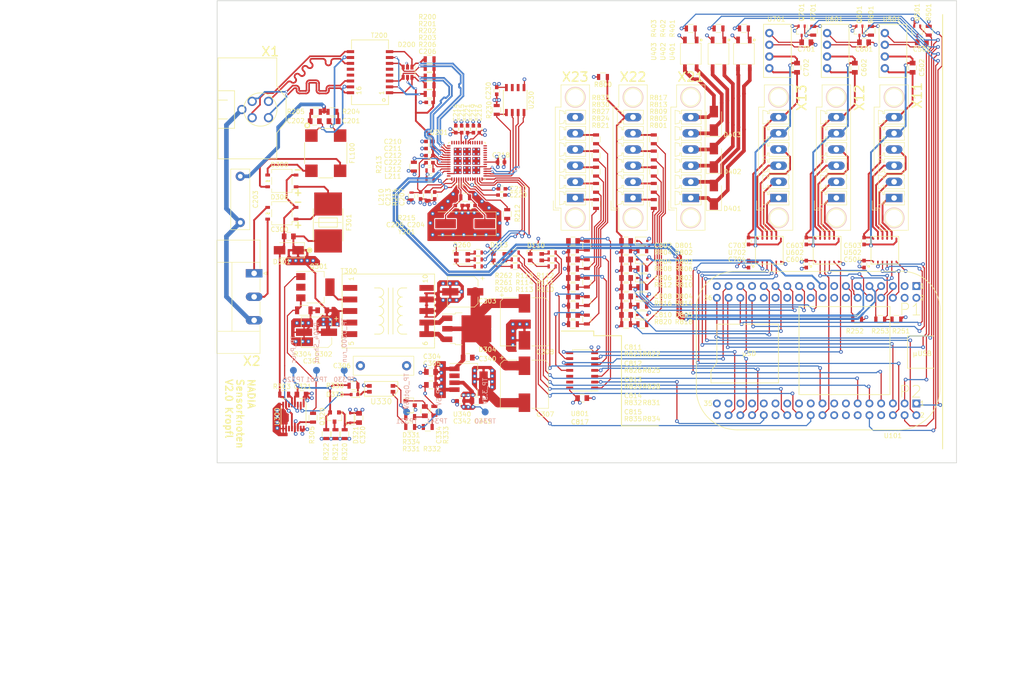
<source format=kicad_pcb>
(kicad_pcb (version 20171130) (host pcbnew "(5.0.2)-1")
  (title_block (title "NADIA - Sensorknoten ") (date 2019-05-09) (rev V1.1) (company "BLS AG"))
  (layers (0 Top signal) (1 VDD signal) (2 DigitalGND signal) (31 Bottom signal) (34 B.Paste user) (35 F.Paste user) (36 B.SilkS user) (37 F.SilkS user) (38 B.Mask user) (39 F.Mask user) (44 Edge.Cuts user))
  (net 0 "")
  (net 1 GND)
  (net 2 +3V3)
  (net 3 /UsbAndEthernet/Rd-)
  (net 4 /UsbAndEthernet/Td+)
  (net 5 /UsbAndEthernet/Td-)
  (net 6 "/PoE und Speisung/VportP")
  (net 7 "Net-(C320-Pad1)")
  (net 8 "/PoE und Speisung/Pvcc")
  (net 9 "Net-(Q320-Pad3)")
  (net 10 "Net-(D331-Pad2)")
  (net 11 "Net-(C334-Pad1)")
  (net 12 GNDPWR)
  (net 13 +5V)
  (net 14 "Net-(U340-Pad2)")
  (net 15 "Net-(Q301-Pad1)")
  (net 16 "Net-(Q301-Pad3)")
  (net 17 "Net-(Q301-Pad2)")
  (net 18 "Net-(C203-Pad1)")
  (net 19 "Net-(C201-Pad2)")
  (net 20 /USB1.VBUS)
  (net 21 /USB1.VIN)
  (net 22 "/PoE und Speisung/nPWRGD")
  (net 23 /UsbAndEthernet/VDD33A)
  (net 24 /UsbAndEthernet/Rd+)
  (net 25 "Net-(R305-Pad2)")
  (net 26 /UsbAndEthernet/EECS)
  (net 27 "Net-(C205-Pad1)")
  (net 28 "Net-(C204-Pad1)")
  (net 29 "Net-(R214-Pad2)")
  (net 30 "Net-(R213-Pad2)")
  (net 31 "Net-(R212-Pad2)")
  (net 32 /USB1.ID)
  (net 33 "Net-(R206-Pad2)")
  (net 34 "Net-(C202-Pad2)")
  (net 35 "Net-(R303-Pad1)")
  (net 36 "Net-(D330-Pad1)")
  (net 37 "Net-(C334-Pad2)")
  (net 38 "Net-(R331-Pad2)")
  (net 39 /UsbAndEthernet/nFDX_LED)
  (net 40 /UsbAndEthernet/nLNKA_LED)
  (net 41 /UsbAndEthernet/nSPD_LED)
  (net 42 /UsbAndEthernet/VDDCORE)
  (net 43 /UsbAndEthernet/VDDPLL)
  (net 44 /UsbAndEthernet/VDDUSBPLL)
  (net 45 "/PoE und Speisung/run")
  (net 46 "Net-(U230-Pad7)")
  (net 47 "Net-(U230-Pad6)")
  (net 48 /UsbAndEthernet/EEDI)
  (net 49 /UsbAndEthernet/EEDO)
  (net 50 /UsbAndEthernet/EECLK)
  (net 51 "Net-(T200-Pad4)")
  (net 52 "Net-(T200-Pad5)")
  (net 53 /UsbAndEthernet/Tx-)
  (net 54 "/PoE und Speisung/DataPairT")
  (net 55 /UsbAndEthernet/Tx+)
  (net 56 "Net-(T200-Pad12)")
  (net 57 "Net-(T200-Pad13)")
  (net 58 /UsbAndEthernet/Rx-)
  (net 59 "/PoE und Speisung/DataPairR")
  (net 60 /UsbAndEthernet/Rx+)
  (net 61 "Net-(U101-Pad124)")
  (net 62 GNDA)
  (net 63 "Net-(U101-Pad114)")
  (net 64 /USB1.D+)
  (net 65 /USB1.D-)
  (net 66 /USB1.DRVVBUS)
  (net 67 "Net-(D300-Pad4)")
  (net 68 "Net-(D300-Pad3)")
  (net 69 "/Digitale Ausgänge/Out1")
  (net 70 "/Digitale Ausgänge/Out2")
  (net 71 "/Digitale Ausgänge/Out0")
  (net 72 "/Analoge und Digitale Eingänge/Din4")
  (net 73 "/Analoge und Digitale Eingänge/Din3")
  (net 74 "/Analoge und Digitale Eingänge/Din2")
  (net 75 "/Analoge und Digitale Eingänge/Din1")
  (net 76 "/Analoge und Digitale Eingänge/Din0")
  (net 77 "/Analoge und Digitale Eingänge/Ain0")
  (net 78 "/Analoge und Digitale Eingänge/Ain1")
  (net 79 "/Analoge und Digitale Eingänge/Ain2")
  (net 80 "/Analoge und Digitale Eingänge/Ain3")
  (net 81 "/Analoge und Digitale Eingänge/Ain4")
  (net 82 Earth_Protective)
  (net 83 "Net-(U201-Pad1)")
  (net 84 "Net-(U201-Pad14)")
  (net 85 "Net-(U201-Pad22)")
  (net 86 "Net-(U201-Pad23)")
  (net 87 "Net-(U201-Pad34)")
  (net 88 "Net-(U201-Pad36)")
  (net 89 "Net-(U201-Pad37)")
  (net 90 "Net-(U201-Pad38)")
  (net 91 "Net-(U201-Pad39)")
  (net 92 "Net-(U201-Pad40)")
  (net 93 "Net-(U201-Pad41)")
  (net 94 "Net-(U201-Pad42)")
  (net 95 "Net-(U201-Pad43)")
  (net 96 "Net-(U201-Pad44)")
  (net 97 "Net-(U201-Pad45)")
  (net 98 "Net-(U201-Pad46)")
  (net 99 "Net-(U201-Pad47)")
  (net 100 "Net-(U201-Pad53)")
  (net 101 "Net-(U201-Pad54)")
  (net 102 "Net-(U201-Pad55)")
  (net 103 "Net-(U201-Pad56)")
  (net 104 "Net-(D300-Pad1)")
  (net 105 "Net-(D304-Pad1)")
  (net 106 "Net-(D306-Pad4)")
  (net 107 "Net-(D306-Pad3)")
  (net 108 "/PoE und Speisung/VportN")
  (net 109 "Net-(Q301-Pad4)")
  (net 110 "Net-(R833-Pad1)")
  (net 111 "Net-(C815-Pad1)")
  (net 112 "Net-(R402-Pad1)")
  (net 113 "Net-(C814-Pad1)")
  (net 114 "Net-(R830-Pad1)")
  (net 115 "Net-(C811-Pad1)")
  (net 116 "Net-(R821-Pad1)")
  (net 117 "Net-(R824-Pad1)")
  (net 118 "Net-(C812-Pad1)")
  (net 119 "Net-(R827-Pad1)")
  (net 120 "Net-(C813-Pad1)")
  (net 121 "Net-(R401-Pad1)")
  (net 122 "Net-(R403-Pad1)")
  (net 123 "Net-(C701-Pad2)")
  (net 124 "Net-(C601-Pad2)")
  (net 125 "Net-(C501-Pad2)")
  (net 126 /125_AIN3_1.8V)
  (net 127 /121_AIN1_1.8V)
  (net 128 /119_AIN0_1.8V)
  (net 129 /123_AIN2_1.8V)
  (net 130 /133_PRU-0.1)
  (net 131 /135_P1.10)
  (net 132 /136_PWM0A)
  (net 133 /127_AIN4_1.8V)
  (net 134 /203_GPIO-0.23)
  (net 135 /201_PWM1A)
  (net 136 /234_PRU-0.5)
  (net 137 /232_PRU-0.2)
  (net 138 /230_PRU-0.3)
  (net 139 /228_PRU-0.6)
  (net 140 /sheet5CAA8AE_4/GND_isol)
  (net 141 /sheet5CAA8AE_4/5V_isol)
  (net 142 /RS232GalvIsol_2/5V_isol)
  (net 143 /RS232GalvIsol_2/GND_isol)
  (net 144 /RS232GalvIsol_0/GND_isol)
  (net 145 /RS232GalvIsol_0/5V_isol)
  (net 146 /236_AIN7_1.8V)
  (net 147 /235_Ain5_3.3V)
  (net 148 /233_GPIO-1.13)
  (net 149 /231_SPI1.CS)
  (net 150 /229_SPI1.CLK)
  (net 151 /227_SPI1.MISO)
  (net 152 /226_Reset)
  (net 153 /225_SPI1.MOSI)
  (net 154 /224_GPIO-1.12)
  (net 155 /220_GPIO-2.0)
  (net 156 /219_GPIO-0.27)
  (net 157 /218_PRU-0.15)
  (net 158 /217_GPIO-2.1)
  (net 159 /216_BAT.TEMP)
  (net 160 /214_VIN.BAT)
  (net 161 /213_Vout_5V)
  (net 162 /212_PWR.BTN)
  (net 163 /211_I2C1.SDA)
  (net 164 /210_GPIO-1.20)
  (net 165 /209_I2C1.SCL)
  (net 166 /208_GPIO-1.28)
  (net 167 /207_UART4.TX)
  (net 168 /206_GPIO-1.25)
  (net 169 /205_UART4.RX)
  (net 170 /204_GPIO-1.26)
  (net 171 /202_GPIO-1.27)
  (net 172 /134_GPIO-0.26)
  (net 173 /132_UART0.RX)
  (net 174 /131_PRU-0.4)
  (net 175 /130_UART0.TX)
  (net 176 /129_PRU-0.7)
  (net 177 /128_I2C2.SCL)
  (net 178 /126_I2C2.SDA)
  (net 179 /118_VREF+)
  (net 180 /112_SPI0.MOSI)
  (net 181 /110_SPI0.MISO)
  (net 182 /108_SPI0.CLK)
  (net 183 /106_SPI0.CS)
  (net 184 /104_PRU-1.11)
  (net 185 /102_AIN6_3.3V)
  (net 186 /sheet5CAA8AE_4/TxIsol)
  (net 187 /sheet5CAA8AE_4/DtrIsol)
  (net 188 /sheet5CAA8AE_4/RxIsol)
  (net 189 /sheet5CAA8AE_4/CtsIsol)
  (net 190 /RS232GalvIsol_2/CtsIsol)
  (net 191 /RS232GalvIsol_2/RxIsol)
  (net 192 /RS232GalvIsol_2/DtrIsol)
  (net 193 /RS232GalvIsol_2/TxIsol)
  (net 194 /RS232GalvIsol_0/TxIsol)
  (net 195 /RS232GalvIsol_0/DtrIsol)
  (net 196 /RS232GalvIsol_0/RxIsol)
  (net 197 /RS232GalvIsol_0/CtsIsol)
  (net 198 "Net-(D803-Pad1)")
  (net 199 "Net-(D802-Pad1)")
  (net 200 "Net-(D801-Pad1)")
  (net 201 "Net-(D804-Pad1)")
  (net 202 "Net-(D805-Pad1)")
  (net 203 /222_GPIO-1.14)
  (net 204 "Net-(D113-Pad3)")
  (net 205 "Net-(D260-Pad4)")
  (net 206 "Net-(D110-Pad3)")
  (net 207 "Net-(D110-Pad2)")
  (net 208 "Net-(D110-Pad4)")
  (net 209 "Net-(D260-Pad3)")
  (net 210 "Net-(D260-Pad2)")
  (net 211 "Net-(D113-Pad2)")
  (net 212 "Net-(D113-Pad4)")
  (net 213 /223_Vout_33V)
  (net 214 "Net-(U801-Pad13)")
  (net 215 "Net-(U801-Pad12)")
  (net 216 "/Digitale Ausgänge/In2")
  (net 217 "/Digitale Ausgänge/In0")
  (net 218 "/Digitale Ausgänge/In1")
  (net 219 /120_PRU-0.16)
  (module CP_Elec_10x10 (layer Top) (at 141.5 114.5 270)
    (fp_text reference C308 (at 6.5 -4.5) (layer F.SilkS))
    (fp_text value 1500µF)
    (fp_text user + (at -5.78 4.97 270) (layer F.SilkS))
    (pad 1 smd rect (at -4 0 90) (size 4 2.5) (layers Top F.Paste F.Mask) (net 13 +5V))
    (pad 2 smd rect (at 4 0 90) (size 4 2.5) (layers Top F.Paste F.Mask) (net 1 GND))
  )
  (module CP_Elec_10x10 (layer Top) (at 141.5 128 270)
    (fp_text reference C307 (at 6.5 -4.5) (layer F.SilkS))
    (fp_text value 1500µF)
    (fp_text user + (at -5.78 4.97 270) (layer F.SilkS))
    (pad 2 smd rect (at 4 0 90) (size 4 2.5) (layers Top F.Paste F.Mask) (net 1 GND))
    (pad 1 smd rect (at -4 0 90) (size 4 2.5) (layers Top F.Paste F.Mask) (net 13 +5V))
  )
  (module Capacitors_SMD:C_0603 (layer Top) (at 121 67 180)
    (fp_text reference C206 (at 0.5 11 180) (layer F.SilkS))
    (fp_text value 0.1µF)
    (pad 1 smd rect (at -0.75 0 180) (size 0.8 0.75) (layers Top F.Paste F.Mask) (net 23 /UsbAndEthernet/VDD33A))
    (pad 2 smd rect (at 0.75 0 180) (size 0.8 0.75) (layers Top F.Paste F.Mask) (net 1 GND))
  )
  (module EigeneFootprints:PocketBeagle (layer Top) (at 206 122 180)
    (fp_text reference U101 (at -15.24 -17.145 180) (layer F.SilkS))
    (fp_text value PocketBeagle)
    (fp_text user 35 (at 24.765 -10.16 180) (layer F.SilkS))
    (fp_text user 36 (at 24.765 12.7 180) (layer F.SilkS))
    (fp_text user P1 (at -19.05 10.16 180) (layer F.SilkS) (effects (font (size 2.54 2.54))))
    (fp_text user P2 (at -19.05 -7.62 180) (layer F.SilkS) (effects (font (size 2.54 2.54))))
    (fp_text user 1 (at -21.59 -10.16 180) (layer F.SilkS))
    (fp_text user 1 (at -21.59 15.24 180) (layer F.SilkS))
    (fp_text user 2 (at -21.59 12.7 180) (layer F.SilkS))
    (fp_text user 2 (at -21.59 -12.7 180) (layer F.SilkS))
    (fp_text user µUSB (at -21.59 0.635 180) (layer F.SilkS) (effects (font (size 1.016 1.016))))
    (fp_text user µSD (at 15.875 0.635 180) (layer F.SilkS) (effects (font (size 1.016 1.016))))
    (pad 101 thru_hole rect (at -20.32 15.24 180) (size 1.7 1.7) (drill 1) (layers *.Cu *.Mask) (net 13 +5V))
    (pad 102 thru_hole circle (at -20.32 12.7 180) (size 1.7 1.7) (drill 1) (layers *.Cu *.Mask) (net 185 /102_AIN6_3.3V))
    (pad 103 thru_hole circle (at -17.78 15.24 180) (size 1.7 1.7) (drill 1) (layers *.Cu *.Mask) (net 66 /USB1.DRVVBUS))
    (pad 104 thru_hole circle (at -17.78 12.7 180) (size 1.7 1.7) (drill 1) (layers *.Cu *.Mask) (net 184 /104_PRU-1.11))
    (pad 105 thru_hole circle (at -15.24 15.24 180) (size 1.7 1.7) (drill 1) (layers *.Cu *.Mask) (net 20 /USB1.VBUS))
    (pad 106 thru_hole circle (at -15.24 12.7 180) (size 1.7 1.7) (drill 1) (layers *.Cu *.Mask) (net 183 /106_SPI0.CS))
    (pad 107 thru_hole circle (at -12.7 15.24 180) (size 1.7 1.7) (drill 1) (layers *.Cu *.Mask) (net 21 /USB1.VIN))
    (pad 108 thru_hole circle (at -12.7 12.7 180) (size 1.7 1.7) (drill 1) (layers *.Cu *.Mask) (net 182 /108_SPI0.CLK))
    (pad 109 thru_hole circle (at -10.16 15.24 180) (size 1.7 1.7) (drill 1) (layers *.Cu *.Mask) (net 65 /USB1.D-))
    (pad 110 thru_hole circle (at -10.16 12.7 180) (size 1.7 1.7) (drill 1) (layers *.Cu *.Mask) (net 181 /110_SPI0.MISO))
    (pad 111 thru_hole circle (at -7.62 15.24 180) (size 1.7 1.7) (drill 1) (layers *.Cu *.Mask) (net 64 /USB1.D+))
    (pad 112 thru_hole circle (at -7.62 12.7 180) (size 1.7 1.7) (drill 1) (layers *.Cu *.Mask) (net 180 /112_SPI0.MOSI))
    (pad 113 thru_hole circle (at -5.08 15.24 180) (size 1.7 1.7) (drill 1) (layers *.Cu *.Mask) (net 32 /USB1.ID))
    (pad 114 thru_hole circle (at -5.08 12.7 180) (size 1.7 1.7) (drill 1) (layers *.Cu *.Mask) (net 63 "Net-(U101-Pad114)"))
    (pad 115 thru_hole circle (at -2.54 15.24 180) (size 1.7 1.7) (drill 1) (layers *.Cu *.Mask) (net 1 GND))
    (pad 116 thru_hole circle (at -2.54 12.7 180) (size 1.7 1.7) (drill 1) (layers *.Cu *.Mask) (net 1 GND))
    (pad 117 thru_hole circle (at 0 15.24 180) (size 1.7 1.7) (drill 1) (layers *.Cu *.Mask) (net 62 GNDA))
    (pad 118 thru_hole circle (at 0 12.7 180) (size 1.7 1.7) (drill 1) (layers *.Cu *.Mask) (net 179 /118_VREF+))
    (pad 119 thru_hole circle (at 2.54 15.24 180) (size 1.7 1.7) (drill 1) (layers *.Cu *.Mask) (net 128 /119_AIN0_1.8V))
    (pad 120 thru_hole circle (at 2.54 12.7 180) (size 1.7 1.7) (drill 1) (layers *.Cu *.Mask) (net 219 /120_PRU-0.16))
    (pad 121 thru_hole circle (at 5.08 15.24 180) (size 1.7 1.7) (drill 1) (layers *.Cu *.Mask) (net 127 /121_AIN1_1.8V))
    (pad 122 thru_hole circle (at 5.08 12.7 180) (size 1.7 1.7) (drill 1) (layers *.Cu *.Mask) (net 1 GND))
    (pad 123 thru_hole circle (at 7.62 15.24 180) (size 1.7 1.7) (drill 1) (layers *.Cu *.Mask) (net 129 /123_AIN2_1.8V))
    (pad 124 thru_hole circle (at 7.62 12.7 180) (size 1.7 1.7) (drill 1) (layers *.Cu *.Mask) (net 61 "Net-(U101-Pad124)"))
    (pad 125 thru_hole circle (at 10.16 15.24 180) (size 1.7 1.7) (drill 1) (layers *.Cu *.Mask) (net 126 /125_AIN3_1.8V))
    (pad 126 thru_hole circle (at 10.16 12.7 180) (size 1.7 1.7) (drill 1) (layers *.Cu *.Mask) (net 178 /126_I2C2.SDA))
    (pad 127 thru_hole circle (at 12.7 15.24 180) (size 1.7 1.7) (drill 1) (layers *.Cu *.Mask) (net 133 /127_AIN4_1.8V))
    (pad 128 thru_hole circle (at 12.7 12.7 180) (size 1.7 1.7) (drill 1) (layers *.Cu *.Mask) (net 177 /128_I2C2.SCL))
    (pad 129 thru_hole circle (at 15.24 15.24 180) (size 1.7 1.7) (drill 1) (layers *.Cu *.Mask) (net 176 /129_PRU-0.7))
    (pad 130 thru_hole circle (at 15.24 12.7 180) (size 1.7 1.7) (drill 1) (layers *.Cu *.Mask) (net 175 /130_UART0.TX))
    (pad 131 thru_hole circle (at 17.78 15.24 180) (size 1.7 1.7) (drill 1) (layers *.Cu *.Mask) (net 174 /131_PRU-0.4))
    (pad 132 thru_hole circle (at 17.78 12.7 180) (size 1.7 1.7) (drill 1) (layers *.Cu *.Mask) (net 173 /132_UART0.RX))
    (pad 133 thru_hole circle (at 20.32 15.24 180) (size 1.7 1.7) (drill 1) (layers *.Cu *.Mask) (net 130 /133_PRU-0.1))
    (pad 134 thru_hole circle (at 20.32 12.7 180) (size 1.7 1.7) (drill 1) (layers *.Cu *.Mask) (net 172 /134_GPIO-0.26))
    (pad 135 thru_hole circle (at 22.86 15.24 180) (size 1.7 1.7) (drill 1) (layers *.Cu *.Mask) (net 131 /135_P1.10))
    (pad 136 thru_hole circle (at 22.86 12.7 180) (size 1.7 1.7) (drill 1) (layers *.Cu *.Mask) (net 132 /136_PWM0A))
    (pad 201 thru_hole rect (at -20.32 -10.16 180) (size 1.7 1.7) (drill 1) (layers *.Cu *.Mask) (net 135 /201_PWM1A))
    (pad 202 thru_hole circle (at -20.32 -12.7 180) (size 1.7 1.7) (drill 1) (layers *.Cu *.Mask) (net 171 /202_GPIO-1.27))
    (pad 203 thru_hole circle (at -17.78 -10.16 180) (size 1.7 1.7) (drill 1) (layers *.Cu *.Mask) (net 134 /203_GPIO-0.23))
    (pad 204 thru_hole circle (at -17.78 -12.7 180) (size 1.7 1.7) (drill 1) (layers *.Cu *.Mask) (net 170 /204_GPIO-1.26))
    (pad 205 thru_hole circle (at -15.24 -10.16 180) (size 1.7 1.7) (drill 1) (layers *.Cu *.Mask) (net 169 /205_UART4.RX))
    (pad 206 thru_hole circle (at -15.24 -12.7 180) (size 1.7 1.7) (drill 1) (layers *.Cu *.Mask) (net 168 /206_GPIO-1.25))
    (pad 207 thru_hole circle (at -12.7 -10.16 180) (size 1.7 1.7) (drill 1) (layers *.Cu *.Mask) (net 167 /207_UART4.TX))
    (pad 208 thru_hole circle (at -12.7 -12.7 180) (size 1.7 1.7) (drill 1) (layers *.Cu *.Mask) (net 166 /208_GPIO-1.28))
    (pad 209 thru_hole circle (at -10.16 -10.16 180) (size 1.7 1.7) (drill 1) (layers *.Cu *.Mask) (net 165 /209_I2C1.SCL))
    (pad 210 thru_hole circle (at -10.16 -12.7 180) (size 1.7 1.7) (drill 1) (layers *.Cu *.Mask) (net 164 /210_GPIO-1.20))
    (pad 211 thru_hole circle (at -7.62 -10.16 180) (size 1.7 1.7) (drill 1) (layers *.Cu *.Mask) (net 163 /211_I2C1.SDA))
    (pad 212 thru_hole circle (at -7.62 -12.7 180) (size 1.7 1.7) (drill 1) (layers *.Cu *.Mask) (net 162 /212_PWR.BTN))
    (pad 213 thru_hole circle (at -5.08 -10.16 180) (size 1.7 1.7) (drill 1) (layers *.Cu *.Mask) (net 161 /213_Vout_5V))
    (pad 214 thru_hole circle (at -5.08 -12.7 180) (size 1.7 1.7) (drill 1) (layers *.Cu *.Mask) (net 160 /214_VIN.BAT))
    (pad 215 thru_hole circle (at -2.54 -10.16 180) (size 1.7 1.7) (drill 1) (layers *.Cu *.Mask) (net 1 GND))
    (pad 216 thru_hole circle (at -2.54 -12.7 180) (size 1.7 1.7) (drill 1) (layers *.Cu *.Mask) (net 159 /216_BAT.TEMP))
    (pad 217 thru_hole circle (at 0 -10.16 180) (size 1.7 1.7) (drill 1) (layers *.Cu *.Mask) (net 158 /217_GPIO-2.1))
    (pad 218 thru_hole circle (at 0 -12.7 180) (size 1.7 1.7) (drill 1) (layers *.Cu *.Mask) (net 157 /218_PRU-0.15))
    (pad 219 thru_hole circle (at 2.54 -10.16 180) (size 1.7 1.7) (drill 1) (layers *.Cu *.Mask) (net 156 /219_GPIO-0.27))
    (pad 220 thru_hole circle (at 2.54 -12.7 180) (size 1.7 1.7) (drill 1) (layers *.Cu *.Mask) (net 155 /220_GPIO-2.0))
    (pad 221 thru_hole circle (at 5.08 -10.16 180) (size 1.7 1.7) (drill 1) (layers *.Cu *.Mask) (net 1 GND))
    (pad 222 thru_hole circle (at 5.08 -12.7 180) (size 1.7 1.7) (drill 1) (layers *.Cu *.Mask) (net 203 /222_GPIO-1.14))
    (pad 223 thru_hole circle (at 7.62 -10.16 180) (size 1.7 1.7) (drill 1) (layers *.Cu *.Mask) (net 213 /223_Vout_33V))
    (pad 224 thru_hole circle (at 7.62 -12.7 180) (size 1.7 1.7) (drill 1) (layers *.Cu *.Mask) (net 154 /224_GPIO-1.12))
    (pad 225 thru_hole circle (at 10.16 -10.16 180) (size 1.7 1.7) (drill 1) (layers *.Cu *.Mask) (net 153 /225_SPI1.MOSI))
    (pad 226 thru_hole circle (at 10.16 -12.7 180) (size 1.7 1.7) (drill 1) (layers *.Cu *.Mask) (net 152 /226_Reset))
    (pad 227 thru_hole circle (at 12.7 -10.16 180) (size 1.7 1.7) (drill 1) (layers *.Cu *.Mask) (net 151 /227_SPI1.MISO))
    (pad 228 thru_hole circle (at 12.7 -12.7 180) (size 1.7 1.7) (drill 1) (layers *.Cu *.Mask) (net 139 /228_PRU-0.6))
    (pad 229 thru_hole circle (at 15.24 -10.16 180) (size 1.7 1.7) (drill 1) (layers *.Cu *.Mask) (net 150 /229_SPI1.CLK))
    (pad 230 thru_hole circle (at 15.24 -12.7 180) (size 1.7 1.7) (drill 1) (layers *.Cu *.Mask) (net 138 /230_PRU-0.3))
    (pad 231 thru_hole circle (at 17.78 -10.16 180) (size 1.7 1.7) (drill 1) (layers *.Cu *.Mask) (net 149 /231_SPI1.CS))
    (pad 232 thru_hole circle (at 17.78 -12.7 180) (size 1.7 1.7) (drill 1) (layers *.Cu *.Mask) (net 137 /232_PRU-0.2))
    (pad 233 thru_hole circle (at 20.32 -10.16 180) (size 1.7 1.7) (drill 1) (layers *.Cu *.Mask) (net 148 /233_GPIO-1.13))
    (pad 234 thru_hole circle (at 20.32 -12.7 180) (size 1.7 1.7) (drill 1) (layers *.Cu *.Mask) (net 136 /234_PRU-0.5))
    (pad 235 thru_hole circle (at 22.86 -10.16 180) (size 1.7 1.7) (drill 1) (layers *.Cu *.Mask) (net 147 /235_Ain5_3.3V))
    (pad 236 thru_hole circle (at 22.86 -12.7 180) (size 1.7 1.7) (drill 1) (layers *.Cu *.Mask) (net 146 /236_AIN7_1.8V))
  )
  (module EigeneFootprints:SOP-4_3.9x4.4mm_Pitch2.54mm (layer Top) (at 183.5 56.5 270)
    (fp_text reference U402 (at -0.5 12 270) (layer F.SilkS))
    (fp_text value "G3VM-61VR(TR05)")
    (pad 4 smd rect (at 3 -1.27 270) (size 1.45 0.8) (layers Top F.Paste F.Mask) (net 218 "/Digitale Ausgänge/In1"))
    (pad 3 smd rect (at 3 1.27 270) (size 1.45 0.8) (layers Top F.Paste F.Mask) (net 69 "/Digitale Ausgänge/Out1"))
    (pad 2 smd rect (at -3 1.27 270) (size 1.45 0.8) (layers Top F.Paste F.Mask) (net 1 GND))
    (pad 1 smd rect (at -3 -1.27 270) (size 1.45 0.8) (layers Top F.Paste F.Mask) (net 112 "Net-(R402-Pad1)"))
  )
  (module EigeneFootprints:RFM-xxxxS (layer Top) (at 207 52 270)
    (fp_text reference U601 (at -3 -1.5) (layer F.SilkS))
    (fp_text value RFM-0505S)
    (pad 4 thru_hole circle (at 7.62 0 270) (size 1.8 1.8) (drill 1) (layers *.Cu *.Mask) (net 142 /RS232GalvIsol_2/5V_isol))
    (pad 3 thru_hole circle (at 5.08 0 270) (size 1.8 1.8) (drill 1) (layers *.Cu *.Mask) (net 143 /RS232GalvIsol_2/GND_isol))
    (pad 2 thru_hole circle (at 2.54 0 270) (size 1.8 1.8) (drill 1) (layers *.Cu *.Mask) (net 13 +5V))
    (pad 1 thru_hole circle (at 0 0 270) (size 1.8 1.8) (drill 1) (layers *.Cu *.Mask) (net 124 "Net-(C601-Pad2)"))
  )
  (module Connectors_Phoenix:PhoenixContact_MCV-GF_06x3.50mm_Vertical_ThreadedFlange_MountHole (layer Top) (at 209 87.7 90)
    (fp_text reference X12 (at 21.7 5 90) (layer F.SilkS) (effects (font (size 2 2) (thickness 0.3))))
    (fp_text value Phoenix_1843266)
    (pad "" np_thru_hole circle (at 21.8 0 90) (size 2.4 2.4) (drill 2.4) (layers *.Cu *.Mask))
    (pad "" np_thru_hole circle (at -4.3 0 90) (size 2.4 2.4) (drill 2.4) (layers *.Cu *.Mask))
    (pad 6 thru_hole oval (at 17.5 0 90) (size 1.8 3.6) (drill 1.2) (layers *.Cu *.Mask) (net 142 /RS232GalvIsol_2/5V_isol))
    (pad 5 thru_hole oval (at 14 0 90) (size 1.8 3.6) (drill 1.2) (layers *.Cu *.Mask) (net 143 /RS232GalvIsol_2/GND_isol))
    (pad 4 thru_hole oval (at 10.5 0 90) (size 1.8 3.6) (drill 1.2) (layers *.Cu *.Mask) (net 192 /RS232GalvIsol_2/DtrIsol))
    (pad 3 thru_hole oval (at 7 0 90) (size 1.8 3.6) (drill 1.2) (layers *.Cu *.Mask) (net 193 /RS232GalvIsol_2/TxIsol))
    (pad 2 thru_hole oval (at 3.5 0 90) (size 1.8 3.6) (drill 1.2) (layers *.Cu *.Mask) (net 191 /RS232GalvIsol_2/RxIsol))
    (pad 1 thru_hole rect (at 0 0 90) (size 1.8 3.6) (drill 1.2) (layers *.Cu *.Mask) (net 190 /RS232GalvIsol_2/CtsIsol))
  )
  (module EigeneFootprints:LGA-12 (layer Top) (at 204.5 101.5 90)
    (fp_text reference U602 (at 2 -4.5 180) (layer F.SilkS))
    (fp_text value MAX33250E_51E)
    (pad 1 smd rect (at 0 0 90) (size 0.45 0.35) (layers Top F.Paste F.Mask) (net 2 +3V3))
    (pad 2 smd rect (at 0 1 90) (size 0.45 0.35) (layers Top F.Paste F.Mask) (net 181 /110_SPI0.MISO))
    (pad 3 smd rect (at 0 2 90) (size 0.45 0.35) (layers Top F.Paste F.Mask) (net 157 /218_PRU-0.15))
    (pad 4 smd rect (at 0 3 90) (size 0.45 0.35) (layers Top F.Paste F.Mask) (net 182 /108_SPI0.CLK))
    (pad 5 smd rect (at 0 4 90) (size 0.45 0.35) (layers Top F.Paste F.Mask) (net 174 /131_PRU-0.4))
    (pad 6 smd rect (at 0 5 90) (size 0.45 0.35) (layers Top F.Paste F.Mask) (net 1 GND))
    (pad 7 smd rect (at 5 5 90) (size 0.45 0.35) (layers Top F.Paste F.Mask) (net 143 /RS232GalvIsol_2/GND_isol))
    (pad 8 smd rect (at 5 4 90) (size 0.45 0.35) (layers Top F.Paste F.Mask) (net 190 /RS232GalvIsol_2/CtsIsol))
    (pad 9 smd rect (at 5 3 90) (size 0.45 0.35) (layers Top F.Paste F.Mask) (net 191 /RS232GalvIsol_2/RxIsol))
    (pad 10 smd rect (at 5 2 90) (size 0.45 0.35) (layers Top F.Paste F.Mask) (net 192 /RS232GalvIsol_2/DtrIsol))
    (pad 11 smd rect (at 5 1 90) (size 0.45 0.35) (layers Top F.Paste F.Mask) (net 193 /RS232GalvIsol_2/TxIsol))
    (pad 12 smd rect (at 5 0 90) (size 0.45 0.35) (layers Top F.Paste F.Mask) (net 142 /RS232GalvIsol_2/5V_isol))
  )
  (module Housings_SSOP:SSOP-16_3.9x4.9mm_Pitch0.635mm (layer Top) (at 91.5 135 270)
    (fp_text reference U300 (at 0 3.5 270) (layer F.SilkS))
    (fp_text value LTC4267)
    (pad 16 smd rect (at 2.6 -2.2225 270) (size 1.2 0.4) (layers Top F.Paste F.Mask) (net 12 GNDPWR))
    (pad 15 smd rect (at 2.6 -1.5875 270) (size 1.2 0.4) (layers Top F.Paste F.Mask) (net 12 GNDPWR))
    (pad 14 smd rect (at 2.6 -0.9525 270) (size 1.2 0.4) (layers Top F.Paste F.Mask) (net 25 "Net-(R305-Pad2)"))
    (pad 13 smd rect (at 2.6 -0.3175 270) (size 1.2 0.4) (layers Top F.Paste F.Mask) (net 6 "/PoE und Speisung/VportP"))
    (pad 12 smd rect (at 2.6 0.3175 270) (size 1.2 0.4) (layers Top F.Paste F.Mask) (net 108 "/PoE und Speisung/VportN"))
    (pad 11 smd rect (at 2.6 0.9525 270) (size 1.2 0.4) (layers Top F.Paste F.Mask) (net 22 "/PoE und Speisung/nPWRGD"))
    (pad 10 smd rect (at 2.6 1.5875 270) (size 1.2 0.4) (layers Top F.Paste F.Mask) (net 12 GNDPWR))
    (pad 9 smd rect (at 2.6 2.2225 270) (size 1.2 0.4) (layers Top F.Paste F.Mask) (net 12 GNDPWR))
    (pad 8 smd rect (at -2.6 2.2225 270) (size 1.2 0.4) (layers Top F.Paste F.Mask) (net 12 GNDPWR))
    (pad 7 smd rect (at -2.6 1.5875 270) (size 1.2 0.4) (layers Top F.Paste F.Mask) (net 108 "/PoE und Speisung/VportN"))
    (pad 6 smd rect (at -2.6 0.9525 270) (size 1.2 0.4) (layers Top F.Paste F.Mask))
    (pad 5 smd rect (at -2.6 0.3175 270) (size 1.2 0.4) (layers Top F.Paste F.Mask) (net 35 "Net-(R303-Pad1)"))
    (pad 4 smd rect (at -2.6 -0.3175 270) (size 1.2 0.4) (layers Top F.Paste F.Mask) (net 8 "/PoE und Speisung/Pvcc"))
    (pad 3 smd rect (at -2.6 -0.9525 270) (size 1.2 0.4) (layers Top F.Paste F.Mask) (net 15 "Net-(Q301-Pad1)"))
    (pad 2 smd rect (at -2.6 -1.5875 270) (size 1.2 0.4) (layers Top F.Paste F.Mask) (net 45 "/PoE und Speisung/run"))
    (pad 1 smd rect (at -2.6 -2.2225 270) (size 1.2 0.4) (layers Top F.Paste F.Mask) (net 12 GNDPWR))
  )
  (module LEDs:LED_Cree-PLCC4_3.2x2.8mm_CCW (layer Top) (at 128 100.5)
    (fp_text reference D260 (at 0 -2.65) (layer F.SilkS))
    (fp_text value LED_ARGB)
    (pad 2 smd rect (at -1.25 0.7) (size 1 0.8) (layers Top F.Paste F.Mask) (net 210 "Net-(D260-Pad2)"))
    (pad 3 smd rect (at 1.25 0.7) (size 1 0.8) (layers Top F.Paste F.Mask) (net 209 "Net-(D260-Pad3)"))
    (pad 4 smd rect (at 1.25 -0.7) (size 1 0.8) (layers Top F.Paste F.Mask) (net 205 "Net-(D260-Pad4)"))
    (pad 1 smd rect (at -1.25 -0.7) (size 1 0.8) (layers Top F.Paste F.Mask) (net 2 +3V3))
  )
  (module LEDs:LED_Cree-PLCC4_3.2x2.8mm_CCW (layer Top) (at 136 100.5)
    (fp_text reference D113 (at 0 -2.65) (layer F.SilkS))
    (fp_text value LED_ARGB)
    (pad 1 smd rect (at -1.25 -0.7) (size 1 0.8) (layers Top F.Paste F.Mask) (net 2 +3V3))
    (pad 4 smd rect (at 1.25 -0.7) (size 1 0.8) (layers Top F.Paste F.Mask) (net 212 "Net-(D113-Pad4)"))
    (pad 3 smd rect (at 1.25 0.7) (size 1 0.8) (layers Top F.Paste F.Mask) (net 204 "Net-(D113-Pad3)"))
    (pad 2 smd rect (at -1.25 0.7) (size 1 0.8) (layers Top F.Paste F.Mask) (net 211 "Net-(D113-Pad2)"))
  )
  (module LEDs:LED_Cree-PLCC4_3.2x2.8mm_CCW (layer Top) (at 144 100.5)
    (fp_text reference D110 (at 0 -2.5) (layer F.SilkS))
    (fp_text value LED_ARGB)
    (pad 2 smd rect (at -1.25 0.7) (size 1 0.8) (layers Top F.Paste F.Mask) (net 207 "Net-(D110-Pad2)"))
    (pad 3 smd rect (at 1.25 0.7) (size 1 0.8) (layers Top F.Paste F.Mask) (net 206 "Net-(D110-Pad3)"))
    (pad 4 smd rect (at 1.25 -0.7) (size 1 0.8) (layers Top F.Paste F.Mask) (net 208 "Net-(D110-Pad4)"))
    (pad 1 smd rect (at -1.25 -0.7) (size 1 0.8) (layers Top F.Paste F.Mask) (net 2 +3V3))
  )
  (module Resistors_SMD:R_0603 (layer Top) (at 139.5 99.5)
    (fp_text reference R115 (at 2 5) (layer F.SilkS))
    (fp_text value 62)
    (pad 2 smd rect (at 0.75 0) (size 0.5 0.9) (layers Top F.Paste F.Mask) (net 154 /224_GPIO-1.12))
    (pad 1 smd rect (at -0.75 0) (size 0.5 0.9) (layers Top F.Paste F.Mask) (net 212 "Net-(D113-Pad4)"))
  )
  (module Resistors_SMD:R_0603 (layer Top) (at 139.5 102.5)
    (fp_text reference R113 (at 2 5) (layer F.SilkS))
    (fp_text value 240)
    (pad 1 smd rect (at -0.75 0) (size 0.5 0.9) (layers Top F.Paste F.Mask) (net 211 "Net-(D113-Pad2)"))
    (pad 2 smd rect (at 0.75 0) (size 0.5 0.9) (layers Top F.Paste F.Mask) (net 155 /220_GPIO-2.0))
  )
  (module Resistors_SMD:R_0603 (layer Top) (at 131.5 102.5)
    (fp_text reference R260 (at 5.5 5) (layer F.SilkS))
    (fp_text value 240)
    (pad 2 smd rect (at 0.75 0) (size 0.5 0.9) (layers Top F.Paste F.Mask) (net 39 /UsbAndEthernet/nFDX_LED))
    (pad 1 smd rect (at -0.75 0) (size 0.5 0.9) (layers Top F.Paste F.Mask) (net 210 "Net-(D260-Pad2)"))
  )
  (module Resistors_SMD:R_0603 (layer Top) (at 131.5 101)
    (fp_text reference R261 (at 5.5 5) (layer F.SilkS))
    (fp_text value 62)
    (pad 1 smd rect (at -0.75 0) (size 0.5 0.9) (layers Top F.Paste F.Mask) (net 209 "Net-(D260-Pad3)"))
    (pad 2 smd rect (at 0.75 0) (size 0.5 0.9) (layers Top F.Paste F.Mask) (net 40 /UsbAndEthernet/nLNKA_LED))
  )
  (module Resistors_SMD:R_0603 (layer Top) (at 147.5 99.5)
    (fp_text reference R112 (at -1.5 5) (layer F.SilkS))
    (fp_text value 62)
    (pad 2 smd rect (at 0.75 0) (size 0.5 0.9) (layers Top F.Paste F.Mask) (net 158 /217_GPIO-2.1))
    (pad 1 smd rect (at -0.75 0) (size 0.5 0.9) (layers Top F.Paste F.Mask) (net 208 "Net-(D110-Pad4)"))
  )
  (module Resistors_SMD:R_0603 (layer Top) (at 147.5 102.5)
    (fp_text reference R110 (at -1.5 5) (layer F.SilkS))
    (fp_text value 240)
    (pad 1 smd rect (at -0.75 0) (size 0.5 0.9) (layers Top F.Paste F.Mask) (net 207 "Net-(D110-Pad2)"))
    (pad 2 smd rect (at 0.75 0) (size 0.5 0.9) (layers Top F.Paste F.Mask) (net 165 /209_I2C1.SCL))
  )
  (module Resistors_SMD:R_0603 (layer Top) (at 147.5 101)
    (fp_text reference R111 (at -1.5 5) (layer F.SilkS))
    (fp_text value 62)
    (pad 2 smd rect (at 0.75 0) (size 0.5 0.9) (layers Top F.Paste F.Mask) (net 163 /211_I2C1.SDA))
    (pad 1 smd rect (at -0.75 0) (size 0.5 0.9) (layers Top F.Paste F.Mask) (net 206 "Net-(D110-Pad3)"))
  )
  (module Resistors_SMD:R_0603 (layer Top) (at 131.5 99.5)
    (fp_text reference R262 (at 5.5 5) (layer F.SilkS))
    (fp_text value 62)
    (pad 1 smd rect (at -0.75 0) (size 0.5 0.9) (layers Top F.Paste F.Mask) (net 205 "Net-(D260-Pad4)"))
    (pad 2 smd rect (at 0.75 0) (size 0.5 0.9) (layers Top F.Paste F.Mask) (net 41 /UsbAndEthernet/nSPD_LED))
  )
  (module Resistors_SMD:R_0603 (layer Top) (at 139.5 101)
    (fp_text reference R114 (at 2 5) (layer F.SilkS))
    (fp_text value 62)
    (pad 2 smd rect (at 0.75 0) (size 0.5 0.9) (layers Top F.Paste F.Mask) (net 203 /222_GPIO-1.14))
    (pad 1 smd rect (at -0.75 0) (size 0.5 0.9) (layers Top F.Paste F.Mask) (net 204 "Net-(D113-Pad3)"))
  )
  (module Resistors_SMD:R_0805 (layer Top) (at 158.5 61.5 180)
    (fp_text reference R800 (at 0 -1.65 180) (layer F.SilkS))
    (fp_text value 0R)
    (pad 2 smd rect (at 0.95 0 180) (size 0.7 1.3) (layers Top F.Paste F.Mask) (net 1 GND))
    (pad 1 smd rect (at -0.95 0 180) (size 0.7 1.3) (layers Top F.Paste F.Mask) (net 62 GNDA))
  )
  (module EigeneFootprints:LGA-12 (layer Top) (at 192 101.5 90)
    (fp_text reference U702 (at 2 -4.5 180) (layer F.SilkS))
    (fp_text value MAX33250E_51E)
    (pad 12 smd rect (at 5 0 90) (size 0.45 0.35) (layers Top F.Paste F.Mask) (net 141 /sheet5CAA8AE_4/5V_isol))
    (pad 11 smd rect (at 5 1 90) (size 0.45 0.35) (layers Top F.Paste F.Mask) (net 186 /sheet5CAA8AE_4/TxIsol))
    (pad 10 smd rect (at 5 2 90) (size 0.45 0.35) (layers Top F.Paste F.Mask) (net 187 /sheet5CAA8AE_4/DtrIsol))
    (pad 9 smd rect (at 5 3 90) (size 0.45 0.35) (layers Top F.Paste F.Mask) (net 188 /sheet5CAA8AE_4/RxIsol))
    (pad 8 smd rect (at 5 4 90) (size 0.45 0.35) (layers Top F.Paste F.Mask) (net 189 /sheet5CAA8AE_4/CtsIsol))
    (pad 7 smd rect (at 5 5 90) (size 0.45 0.35) (layers Top F.Paste F.Mask) (net 140 /sheet5CAA8AE_4/GND_isol))
    (pad 6 smd rect (at 0 5 90) (size 0.45 0.35) (layers Top F.Paste F.Mask) (net 1 GND))
    (pad 5 smd rect (at 0 4 90) (size 0.45 0.35) (layers Top F.Paste F.Mask) (net 171 /202_GPIO-1.27))
    (pad 4 smd rect (at 0 3 90) (size 0.45 0.35) (layers Top F.Paste F.Mask) (net 169 /205_UART4.RX))
    (pad 3 smd rect (at 0 2 90) (size 0.45 0.35) (layers Top F.Paste F.Mask) (net 168 /206_GPIO-1.25))
    (pad 2 smd rect (at 0 1 90) (size 0.45 0.35) (layers Top F.Paste F.Mask) (net 167 /207_UART4.TX))
    (pad 1 smd rect (at 0 0 90) (size 0.45 0.35) (layers Top F.Paste F.Mask) (net 2 +3V3))
  )
  (module EigeneFootprints:LGA-12 (layer Top) (at 217 101.5 90)
    (fp_text reference U502 (at 2 -4.5 180) (layer F.SilkS))
    (fp_text value MAX33250E_51E)
    (pad 12 smd rect (at 5 0 90) (size 0.45 0.35) (layers Top F.Paste F.Mask) (net 145 /RS232GalvIsol_0/5V_isol))
    (pad 11 smd rect (at 5 1 90) (size 0.45 0.35) (layers Top F.Paste F.Mask) (net 194 /RS232GalvIsol_0/TxIsol))
    (pad 10 smd rect (at 5 2 90) (size 0.45 0.35) (layers Top F.Paste F.Mask) (net 195 /RS232GalvIsol_0/DtrIsol))
    (pad 9 smd rect (at 5 3 90) (size 0.45 0.35) (layers Top F.Paste F.Mask) (net 196 /RS232GalvIsol_0/RxIsol))
    (pad 8 smd rect (at 5 4 90) (size 0.45 0.35) (layers Top F.Paste F.Mask) (net 197 /RS232GalvIsol_0/CtsIsol))
    (pad 7 smd rect (at 5 5 90) (size 0.45 0.35) (layers Top F.Paste F.Mask) (net 144 /RS232GalvIsol_0/GND_isol))
    (pad 6 smd rect (at 0 5 90) (size 0.45 0.35) (layers Top F.Paste F.Mask) (net 1 GND))
    (pad 5 smd rect (at 0 4 90) (size 0.45 0.35) (layers Top F.Paste F.Mask) (net 180 /112_SPI0.MOSI))
    (pad 4 smd rect (at 0 3 90) (size 0.45 0.35) (layers Top F.Paste F.Mask) (net 173 /132_UART0.RX))
    (pad 3 smd rect (at 0 2 90) (size 0.45 0.35) (layers Top F.Paste F.Mask) (net 183 /106_SPI0.CS))
    (pad 2 smd rect (at 0 1 90) (size 0.45 0.35) (layers Top F.Paste F.Mask) (net 175 /130_UART0.TX))
    (pad 1 smd rect (at 0 0 90) (size 0.45 0.35) (layers Top F.Paste F.Mask) (net 2 +3V3))
  )
  (module Connectors_Phoenix:PhoenixContact_MCV-GF_06x3.50mm_Vertical_ThreadedFlange_MountHole (layer Top) (at 196.5 87.7 90)
    (fp_text reference X13 (at 21.7 5 90) (layer F.SilkS) (effects (font (size 2 2) (thickness 0.3))))
    (fp_text value Phoenix_1843266)
    (pad 1 thru_hole rect (at 0 0 90) (size 1.8 3.6) (drill 1.2) (layers *.Cu *.Mask) (net 189 /sheet5CAA8AE_4/CtsIsol))
    (pad 2 thru_hole oval (at 3.5 0 90) (size 1.8 3.6) (drill 1.2) (layers *.Cu *.Mask) (net 188 /sheet5CAA8AE_4/RxIsol))
    (pad 3 thru_hole oval (at 7 0 90) (size 1.8 3.6) (drill 1.2) (layers *.Cu *.Mask) (net 186 /sheet5CAA8AE_4/TxIsol))
    (pad 4 thru_hole oval (at 10.5 0 90) (size 1.8 3.6) (drill 1.2) (layers *.Cu *.Mask) (net 187 /sheet5CAA8AE_4/DtrIsol))
    (pad 5 thru_hole oval (at 14 0 90) (size 1.8 3.6) (drill 1.2) (layers *.Cu *.Mask) (net 140 /sheet5CAA8AE_4/GND_isol))
    (pad 6 thru_hole oval (at 17.5 0 90) (size 1.8 3.6) (drill 1.2) (layers *.Cu *.Mask) (net 141 /sheet5CAA8AE_4/5V_isol))
    (pad "" np_thru_hole circle (at -4.3 0 90) (size 2.4 2.4) (drill 2.4) (layers *.Cu *.Mask))
    (pad "" np_thru_hole circle (at 21.8 0 90) (size 2.4 2.4) (drill 2.4) (layers *.Cu *.Mask))
  )
  (module Connectors_Phoenix:PhoenixContact_MCV-GF_06x3.50mm_Vertical_ThreadedFlange_MountHole (layer Top) (at 221.5 87.7 90)
    (fp_text reference X11 (at 22.2 5 90) (layer F.SilkS) (effects (font (size 2 2) (thickness 0.3))))
    (fp_text value Phoenix_1843266)
    (pad 1 thru_hole rect (at 0 0 90) (size 1.8 3.6) (drill 1.2) (layers *.Cu *.Mask) (net 197 /RS232GalvIsol_0/CtsIsol))
    (pad 2 thru_hole oval (at 3.5 0 90) (size 1.8 3.6) (drill 1.2) (layers *.Cu *.Mask) (net 196 /RS232GalvIsol_0/RxIsol))
    (pad 3 thru_hole oval (at 7 0 90) (size 1.8 3.6) (drill 1.2) (layers *.Cu *.Mask) (net 194 /RS232GalvIsol_0/TxIsol))
    (pad 4 thru_hole oval (at 10.5 0 90) (size 1.8 3.6) (drill 1.2) (layers *.Cu *.Mask) (net 195 /RS232GalvIsol_0/DtrIsol))
    (pad 5 thru_hole oval (at 14 0 90) (size 1.8 3.6) (drill 1.2) (layers *.Cu *.Mask) (net 144 /RS232GalvIsol_0/GND_isol))
    (pad 6 thru_hole oval (at 17.5 0 90) (size 1.8 3.6) (drill 1.2) (layers *.Cu *.Mask) (net 145 /RS232GalvIsol_0/5V_isol))
    (pad "" np_thru_hole circle (at -4.3 0 90) (size 2.4 2.4) (drill 2.4) (layers *.Cu *.Mask))
    (pad "" np_thru_hole circle (at 21.8 0 90) (size 2.4 2.4) (drill 2.4) (layers *.Cu *.Mask))
  )
  (module Connectors_Phoenix:PhoenixContact_MCV-GF_06x3.50mm_Vertical_ThreadedFlange_MountHole (layer Top) (at 152.5 87.7 90)
    (fp_text reference X23 (at 26.2 0 180) (layer F.SilkS) (effects (font (size 2 2) (thickness 0.3))))
    (fp_text value Phoenix_1843266)
    (pad 1 thru_hole rect (at 0 0 90) (size 1.8 3.6) (drill 1.2) (layers *.Cu *.Mask) (net 76 "/Analoge und Digitale Eingänge/Din0"))
    (pad 2 thru_hole oval (at 3.5 0 90) (size 1.8 3.6) (drill 1.2) (layers *.Cu *.Mask) (net 75 "/Analoge und Digitale Eingänge/Din1"))
    (pad 3 thru_hole oval (at 7 0 90) (size 1.8 3.6) (drill 1.2) (layers *.Cu *.Mask) (net 74 "/Analoge und Digitale Eingänge/Din2"))
    (pad 4 thru_hole oval (at 10.5 0 90) (size 1.8 3.6) (drill 1.2) (layers *.Cu *.Mask) (net 73 "/Analoge und Digitale Eingänge/Din3"))
    (pad 5 thru_hole oval (at 14 0 90) (size 1.8 3.6) (drill 1.2) (layers *.Cu *.Mask) (net 72 "/Analoge und Digitale Eingänge/Din4"))
    (pad 6 thru_hole oval (at 17.5 0 90) (size 1.8 3.6) (drill 1.2) (layers *.Cu *.Mask) (net 1 GND))
    (pad "" np_thru_hole circle (at -4.3 0 90) (size 2.4 2.4) (drill 2.4) (layers *.Cu *.Mask))
    (pad "" np_thru_hole circle (at 21.8 0 90) (size 2.4 2.4) (drill 2.4) (layers *.Cu *.Mask))
  )
  (module Connectors_Phoenix:PhoenixContact_MCV-GF_06x3.50mm_Vertical_ThreadedFlange_MountHole (layer Top) (at 177.5 87.7 90)
    (fp_text reference X21 (at 26.2 0 180) (layer F.SilkS) (effects (font (size 2 2) (thickness 0.3))))
    (fp_text value Phoenix_1843266)
    (pad "" np_thru_hole circle (at 21.8 0 90) (size 2.4 2.4) (drill 2.4) (layers *.Cu *.Mask))
    (pad "" np_thru_hole circle (at -4.3 0 90) (size 2.4 2.4) (drill 2.4) (layers *.Cu *.Mask))
    (pad 6 thru_hole oval (at 17.5 0 90) (size 1.8 3.6) (drill 1.2) (layers *.Cu *.Mask) (net 70 "/Digitale Ausgänge/Out2"))
    (pad 5 thru_hole oval (at 14 0 90) (size 1.8 3.6) (drill 1.2) (layers *.Cu *.Mask) (net 216 "/Digitale Ausgänge/In2"))
    (pad 4 thru_hole oval (at 10.5 0 90) (size 1.8 3.6) (drill 1.2) (layers *.Cu *.Mask) (net 69 "/Digitale Ausgänge/Out1"))
    (pad 3 thru_hole oval (at 7 0 90) (size 1.8 3.6) (drill 1.2) (layers *.Cu *.Mask) (net 218 "/Digitale Ausgänge/In1"))
    (pad 2 thru_hole oval (at 3.5 0 90) (size 1.8 3.6) (drill 1.2) (layers *.Cu *.Mask) (net 71 "/Digitale Ausgänge/Out0"))
    (pad 1 thru_hole rect (at 0 0 90) (size 1.8 3.6) (drill 1.2) (layers *.Cu *.Mask) (net 217 "/Digitale Ausgänge/In0"))
  )
  (module Connectors_Phoenix:PhoenixContact_MCV-GF_06x3.50mm_Vertical_ThreadedFlange_MountHole (layer Top) (at 165 87.7 90)
    (fp_text reference X22 (at 26.2 0 180) (layer F.SilkS) (effects (font (size 2 2) (thickness 0.3))))
    (fp_text value Phoenix_1843266)
    (pad "" np_thru_hole circle (at 21.8 0 90) (size 2.4 2.4) (drill 2.4) (layers *.Cu *.Mask))
    (pad "" np_thru_hole circle (at -4.3 0 90) (size 2.4 2.4) (drill 2.4) (layers *.Cu *.Mask))
    (pad 6 thru_hole oval (at 17.5 0 90) (size 1.8 3.6) (drill 1.2) (layers *.Cu *.Mask) (net 62 GNDA))
    (pad 5 thru_hole oval (at 14 0 90) (size 1.8 3.6) (drill 1.2) (layers *.Cu *.Mask) (net 81 "/Analoge und Digitale Eingänge/Ain4"))
    (pad 4 thru_hole oval (at 10.5 0 90) (size 1.8 3.6) (drill 1.2) (layers *.Cu *.Mask) (net 80 "/Analoge und Digitale Eingänge/Ain3"))
    (pad 3 thru_hole oval (at 7 0 90) (size 1.8 3.6) (drill 1.2) (layers *.Cu *.Mask) (net 79 "/Analoge und Digitale Eingänge/Ain2"))
    (pad 2 thru_hole oval (at 3.5 0 90) (size 1.8 3.6) (drill 1.2) (layers *.Cu *.Mask) (net 78 "/Analoge und Digitale Eingänge/Ain1"))
    (pad 1 thru_hole rect (at 0 0 90) (size 1.8 3.6) (drill 1.2) (layers *.Cu *.Mask) (net 77 "/Analoge und Digitale Eingänge/Ain0"))
  )
  (module Housings_SOIC:SOIC-14_3.9x8.7mm_Pitch1.27mm (layer Top) (at 154 125 180)
    (fp_text reference U801 (at 0.5 -9.375 180) (layer F.SilkS))
    (fp_text value 74HC7014D-118)
    (pad 14 smd rect (at 2.7 -3.81 180) (size 1.5 0.6) (layers Top F.Paste F.Mask) (net 2 +3V3))
    (pad 13 smd rect (at 2.7 -2.54 180) (size 1.5 0.6) (layers Top F.Paste F.Mask) (net 214 "Net-(U801-Pad13)"))
    (pad 12 smd rect (at 2.7 -1.27 180) (size 1.5 0.6) (layers Top F.Paste F.Mask) (net 215 "Net-(U801-Pad12)"))
    (pad 11 smd rect (at 2.7 0 180) (size 1.5 0.6) (layers Top F.Paste F.Mask) (net 111 "Net-(C815-Pad1)"))
    (pad 10 smd rect (at 2.7 1.27 180) (size 1.5 0.6) (layers Top F.Paste F.Mask) (net 130 /133_PRU-0.1))
    (pad 9 smd rect (at 2.7 2.54 180) (size 1.5 0.6) (layers Top F.Paste F.Mask) (net 113 "Net-(C814-Pad1)"))
    (pad 8 smd rect (at 2.7 3.81 180) (size 1.5 0.6) (layers Top F.Paste F.Mask) (net 136 /234_PRU-0.5))
    (pad 7 smd rect (at -2.7 3.81 180) (size 1.5 0.6) (layers Top F.Paste F.Mask) (net 1 GND))
    (pad 6 smd rect (at -2.7 2.54 180) (size 1.5 0.6) (layers Top F.Paste F.Mask) (net 137 /232_PRU-0.2))
    (pad 5 smd rect (at -2.7 1.27 180) (size 1.5 0.6) (layers Top F.Paste F.Mask) (net 120 "Net-(C813-Pad1)"))
    (pad 4 smd rect (at -2.7 0 180) (size 1.5 0.6) (layers Top F.Paste F.Mask) (net 138 /230_PRU-0.3))
    (pad 3 smd rect (at -2.7 -1.27 180) (size 1.5 0.6) (layers Top F.Paste F.Mask) (net 118 "Net-(C812-Pad1)"))
    (pad 2 smd rect (at -2.7 -2.54 180) (size 1.5 0.6) (layers Top F.Paste F.Mask) (net 139 /228_PRU-0.6))
    (pad 1 smd rect (at -2.7 -3.81 180) (size 1.5 0.6) (layers Top F.Paste F.Mask) (net 115 "Net-(C811-Pad1)"))
  )
  (module Capacitors_SMD:C_0603 (layer Top) (at 215 97 270)
    (fp_text reference C503 (at 1 2.5) (layer F.SilkS))
    (fp_text value 0.1µF)
    (pad 2 smd rect (at 0.75 0 270) (size 0.8 0.75) (layers Top F.Paste F.Mask) (net 144 /RS232GalvIsol_0/GND_isol))
    (pad 1 smd rect (at -0.75 0 270) (size 0.8 0.75) (layers Top F.Paste F.Mask) (net 145 /RS232GalvIsol_0/5V_isol))
  )
  (module Capacitors_SMD:C_0603 (layer Top) (at 215 102 270)
    (fp_text reference C504 (at -1 2.5 180) (layer F.SilkS))
    (fp_text value 0.1µF)
    (pad 1 smd rect (at -0.75 0 270) (size 0.8 0.75) (layers Top F.Paste F.Mask) (net 2 +3V3))
    (pad 2 smd rect (at 0.75 0 270) (size 0.8 0.75) (layers Top F.Paste F.Mask) (net 1 GND))
  )
  (module Capacitors_SMD:C_0603 (layer Top) (at 202.5 97 270)
    (fp_text reference C603 (at 1 2.5) (layer F.SilkS))
    (fp_text value 0.1µF)
    (pad 2 smd rect (at 0.75 0 270) (size 0.8 0.75) (layers Top F.Paste F.Mask) (net 143 /RS232GalvIsol_2/GND_isol))
    (pad 1 smd rect (at -0.75 0 270) (size 0.8 0.75) (layers Top F.Paste F.Mask) (net 142 /RS232GalvIsol_2/5V_isol))
  )
  (module Capacitors_SMD:C_0603 (layer Top) (at 202.5 102 270)
    (fp_text reference C604 (at -1 2.5) (layer F.SilkS))
    (fp_text value 0.1µF)
    (pad 1 smd rect (at -0.75 0 270) (size 0.8 0.75) (layers Top F.Paste F.Mask) (net 2 +3V3))
    (pad 2 smd rect (at 0.75 0 270) (size 0.8 0.75) (layers Top F.Paste F.Mask) (net 1 GND))
  )
  (module Capacitors_SMD:C_0603 (layer Top) (at 190 97 270)
    (fp_text reference C703 (at 1 2.5) (layer F.SilkS))
    (fp_text value 0.1µF)
    (pad 2 smd rect (at 0.75 0 270) (size 0.8 0.75) (layers Top F.Paste F.Mask) (net 140 /sheet5CAA8AE_4/GND_isol))
    (pad 1 smd rect (at -0.75 0 270) (size 0.8 0.75) (layers Top F.Paste F.Mask) (net 141 /sheet5CAA8AE_4/5V_isol))
  )
  (module Capacitors_SMD:C_0603 (layer Top) (at 190 102 270)
    (fp_text reference C704 (at -1 2.5) (layer F.SilkS))
    (fp_text value 0.1µF)
    (pad 1 smd rect (at -0.75 0 270) (size 0.8 0.75) (layers Top F.Paste F.Mask) (net 2 +3V3))
    (pad 2 smd rect (at 0.75 0 270) (size 0.8 0.75) (layers Top F.Paste F.Mask) (net 1 GND))
  )
  (module Capacitors_SMD:C_0805 (layer Top) (at 202.5 54 180)
    (fp_text reference C701 (at 0 -1.5 180) (layer F.SilkS))
    (fp_text value 10µF)
    (pad 1 smd rect (at -1 0 180) (size 1 1.25) (layers Top F.Paste F.Mask) (net 13 +5V))
    (pad 2 smd rect (at 1 0 180) (size 1 1.25) (layers Top F.Paste F.Mask) (net 123 "Net-(C701-Pad2)"))
  )
  (module Capacitors_SMD:C_0805 (layer Top) (at 213 59.5 90)
    (fp_text reference C602 (at 0 2 90) (layer F.SilkS))
    (fp_text value 10µF)
    (pad 2 smd rect (at 1 0 90) (size 1 1.25) (layers Top F.Paste F.Mask) (net 143 /RS232GalvIsol_2/GND_isol))
    (pad 1 smd rect (at -1 0 90) (size 1 1.25) (layers Top F.Paste F.Mask) (net 142 /RS232GalvIsol_2/5V_isol))
  )
  (module Capacitors_SMD:C_0805 (layer Top) (at 215 54 180)
    (fp_text reference C601 (at 0 -1.5 180) (layer F.SilkS))
    (fp_text value 10µF)
    (pad 1 smd rect (at -1 0 180) (size 1 1.25) (layers Top F.Paste F.Mask) (net 13 +5V))
    (pad 2 smd rect (at 1 0 180) (size 1 1.25) (layers Top F.Paste F.Mask) (net 124 "Net-(C601-Pad2)"))
  )
  (module Capacitors_SMD:C_0805 (layer Top) (at 225.5 59.5 90)
    (fp_text reference C502 (at 0 2 90) (layer F.SilkS))
    (fp_text value 10µF)
    (pad 2 smd rect (at 1 0 90) (size 1 1.25) (layers Top F.Paste F.Mask) (net 144 /RS232GalvIsol_0/GND_isol))
    (pad 1 smd rect (at -1 0 90) (size 1 1.25) (layers Top F.Paste F.Mask) (net 145 /RS232GalvIsol_0/5V_isol))
  )
  (module Capacitors_SMD:C_0805 (layer Top) (at 227.5 54 180)
    (fp_text reference C501 (at 0 -1.5 180) (layer F.SilkS))
    (fp_text value 10µF)
    (pad 1 smd rect (at -1 0 180) (size 1 1.25) (layers Top F.Paste F.Mask) (net 13 +5V))
    (pad 2 smd rect (at 1 0 180) (size 1 1.25) (layers Top F.Paste F.Mask) (net 125 "Net-(C501-Pad2)"))
  )
  (module Capacitors_SMD:C_0805 (layer Top) (at 200.5 59.5 90)
    (fp_text reference C702 (at 0 2 270) (layer F.SilkS))
    (fp_text value 10µF)
    (pad 2 smd rect (at 1 0 90) (size 1 1.25) (layers Top F.Paste F.Mask) (net 140 /sheet5CAA8AE_4/GND_isol))
    (pad 1 smd rect (at -1 0 90) (size 1 1.25) (layers Top F.Paste F.Mask) (net 141 /sheet5CAA8AE_4/5V_isol))
  )
  (module Capacitors_ThroughHole:C_Rect_L13.0mm_W4.0mm_P10.00mm_FKS3_FKP3_MKS4 (layer Top) (at 106 124)
    (fp_text reference C306 (at -4 0) (layer F.SilkS))
    (fp_text value 1n/2kV)
    (pad 2 thru_hole circle (at 10 0) (size 2 2) (drill 1) (layers *.Cu *.Mask) (net 1 GND))
    (pad 1 thru_hole circle (at 0 0) (size 2 2) (drill 1) (layers *.Cu *.Mask) (net 12 GNDPWR))
  )
  (module Resistors_SMD:R_0805 (layer Top) (at 204 51.5 90)
    (fp_text reference R701 (at 4 0 90) (layer F.SilkS))
    (fp_text value 100k)
    (pad 2 smd rect (at 0.95 0 90) (size 0.7 1.3) (layers Top F.Paste F.Mask) (net 1 GND))
    (pad 1 smd rect (at -0.95 0 90) (size 0.7 1.3) (layers Top F.Paste F.Mask) (net 170 /204_GPIO-1.26))
  )
  (module Resistors_SMD:R_0805 (layer Top) (at 216.5 51.5 90)
    (fp_text reference R601 (at 3.5 0 90) (layer F.SilkS))
    (fp_text value 100k)
    (pad 1 smd rect (at -0.95 0 90) (size 0.7 1.3) (layers Top F.Paste F.Mask) (net 164 /210_GPIO-1.20))
    (pad 2 smd rect (at 0.95 0 90) (size 0.7 1.3) (layers Top F.Paste F.Mask) (net 1 GND))
  )
  (module Resistors_SMD:R_0805 (layer Top) (at 229 51.5 90)
    (fp_text reference R501 (at 4 0 90) (layer F.SilkS))
    (fp_text value 100k)
    (pad 2 smd rect (at 0.95 0 90) (size 0.7 1.3) (layers Top F.Paste F.Mask) (net 1 GND))
    (pad 1 smd rect (at -0.95 0 90) (size 0.7 1.3) (layers Top F.Paste F.Mask) (net 172 /134_GPIO-0.26))
  )
  (module TO_SOT_Packages_SMD:SOT-323_SC-70 (layer Top) (at 226.5 51.5 270)
    (fp_text reference Q501 (at -4 0 270) (layer F.SilkS))
    (fp_text value DMG1012UW-7)
    (pad 3 smd rect (at 1 0 180) (size 0.45 0.7) (layers Top F.Paste F.Mask) (net 125 "Net-(C501-Pad2)"))
    (pad 2 smd rect (at -1 0.65 180) (size 0.45 0.7) (layers Top F.Paste F.Mask) (net 1 GND))
    (pad 1 smd rect (at -1 -0.65 180) (size 0.45 0.7) (layers Top F.Paste F.Mask) (net 172 /134_GPIO-0.26))
  )
  (module TO_SOT_Packages_SMD:SOT-323_SC-70 (layer Top) (at 214 51.5 270)
    (fp_text reference Q601 (at -3.5 0 270) (layer F.SilkS))
    (fp_text value DMG1012UW-7)
    (pad 1 smd rect (at -1 -0.65 180) (size 0.45 0.7) (layers Top F.Paste F.Mask) (net 164 /210_GPIO-1.20))
    (pad 2 smd rect (at -1 0.65 180) (size 0.45 0.7) (layers Top F.Paste F.Mask) (net 1 GND))
    (pad 3 smd rect (at 1 0 180) (size 0.45 0.7) (layers Top F.Paste F.Mask) (net 124 "Net-(C601-Pad2)"))
  )
  (module TO_SOT_Packages_SMD:SOT-323_SC-70 (layer Top) (at 201.5 51.5 270)
    (fp_text reference Q701 (at -4 0 270) (layer F.SilkS))
    (fp_text value DMG1012UW-7)
    (pad 3 smd rect (at 1 0 180) (size 0.45 0.7) (layers Top F.Paste F.Mask) (net 123 "Net-(C701-Pad2)"))
    (pad 2 smd rect (at -1 0.65 180) (size 0.45 0.7) (layers Top F.Paste F.Mask) (net 1 GND))
    (pad 1 smd rect (at -1 -0.65 180) (size 0.45 0.7) (layers Top F.Paste F.Mask) (net 170 /204_GPIO-1.26))
  )
  (module EigeneFootprints:RFM-xxxxS (layer Top) (at 219.5 52 270)
    (fp_text reference U501 (at -3 -1.5) (layer F.SilkS))
    (fp_text value RFM-0505S)
    (pad 1 thru_hole circle (at 0 0 270) (size 1.8 1.8) (drill 1) (layers *.Cu *.Mask) (net 125 "Net-(C501-Pad2)"))
    (pad 2 thru_hole circle (at 2.54 0 270) (size 1.8 1.8) (drill 1) (layers *.Cu *.Mask) (net 13 +5V))
    (pad 3 thru_hole circle (at 5.08 0 270) (size 1.8 1.8) (drill 1) (layers *.Cu *.Mask) (net 144 /RS232GalvIsol_0/GND_isol))
    (pad 4 thru_hole circle (at 7.62 0 270) (size 1.8 1.8) (drill 1) (layers *.Cu *.Mask) (net 145 /RS232GalvIsol_0/5V_isol))
  )
  (module EigeneFootprints:RFM-xxxxS (layer Top) (at 194.5 52 270)
    (fp_text reference U701 (at -3 -1.5) (layer F.SilkS))
    (fp_text value RFM-0505S)
    (pad 1 thru_hole circle (at 0 0 270) (size 1.8 1.8) (drill 1) (layers *.Cu *.Mask) (net 123 "Net-(C701-Pad2)"))
    (pad 2 thru_hole circle (at 2.54 0 270) (size 1.8 1.8) (drill 1) (layers *.Cu *.Mask) (net 13 +5V))
    (pad 3 thru_hole circle (at 5.08 0 270) (size 1.8 1.8) (drill 1) (layers *.Cu *.Mask) (net 140 /sheet5CAA8AE_4/GND_isol))
    (pad 4 thru_hole circle (at 7.62 0 270) (size 1.8 1.8) (drill 1) (layers *.Cu *.Mask) (net 141 /sheet5CAA8AE_4/5V_isol))
  )
  (module Resistors_SMD:R_0805 (layer Top) (at 222 114 180)
    (fp_text reference R251 (at -1 -2.5 180) (layer F.SilkS))
    (fp_text value 0R)
    (pad 1 smd rect (at -0.95 0 180) (size 0.7 1.3) (layers Top F.Paste F.Mask) (net 13 +5V))
    (pad 2 smd rect (at 0.95 0 180) (size 0.7 1.3) (layers Top F.Paste F.Mask) (net 20 /USB1.VBUS))
  )
  (module EigeneFootprints:Phoenix_SACC-DSIV-M12FSD-4CON-L90 (layer Top) (at 84.342 68.548 270)
    (fp_text reference X1 (at -12.548 -2.158) (layer F.SilkS) (effects (font (size 2 2) (thickness 0.3))))
    (fp_text value Phoenix_1436550)
    (pad 1 thru_hole circle (at -1.767766 -1.767766 270) (size 2 2) (drill 1.3) (layers *.Cu *.Mask) (net 55 /UsbAndEthernet/Tx+))
    (pad 2 thru_hole circle (at 1.767766 -1.767766 270) (size 2 2) (drill 1.3) (layers *.Cu *.Mask) (net 60 /UsbAndEthernet/Rx+))
    (pad 3 thru_hole circle (at 1.767766 1.767766 270) (size 2 2) (drill 1.3) (layers *.Cu *.Mask) (net 53 /UsbAndEthernet/Tx-))
    (pad 4 thru_hole circle (at -1.767766 1.767766 270) (size 2 2) (drill 1.3) (layers *.Cu *.Mask) (net 58 /UsbAndEthernet/Rx-))
    (pad "" np_thru_hole circle (at 7.5 0 270) (size 2.45 2.45) (drill 2.45) (layers *.Cu *.Mask))
    (pad "" np_thru_hole circle (at -7.5 0 270) (size 2.45 2.45) (drill 2.45) (layers *.Cu *.Mask))
    (pad "" np_thru_hole circle (at 7.5 4 270) (size 2.8 2.8) (drill 2.8) (layers *.Cu *.Mask))
    (pad "" np_thru_hole circle (at -7.5 4 270) (size 2.8 2.8) (drill 2.8) (layers *.Cu *.Mask))
    (pad 5 thru_hole circle (at 0 4 270) (size 2 2) (drill 1.3) (layers *.Cu *.Mask) (net 82 Earth_Protective))
  )
  (module Capacitors_SMD:C_0805 (layer Top) (at 97.75 112 180)
    (fp_text reference C302 (at -0.25 -9.5 180) (layer F.SilkS))
    (fp_text value 1µF)
    (pad 1 smd rect (at -1 0 180) (size 1 1.25) (layers Top F.Paste F.Mask) (net 6 "/PoE und Speisung/VportP"))
    (pad 2 smd rect (at 1 0 180) (size 1 1.25) (layers Top F.Paste F.Mask) (net 12 GNDPWR))
  )
  (module Resistors_SMD:R_0805 (layer Top) (at 95.75 135.25 270)
    (fp_text reference R305 (at 3.75 0.25 270) (layer F.SilkS))
    (fp_text value 10k)
    (pad 2 smd rect (at 0.95 0 270) (size 0.7 1.3) (layers Top F.Paste F.Mask) (net 25 "Net-(R305-Pad2)"))
    (pad 1 smd rect (at -0.95 0 270) (size 0.7 1.3) (layers Top F.Paste F.Mask) (net 16 "Net-(Q301-Pad3)"))
  )
  (module Resistors_SMD:R_1206 (layer Top) (at 93.75 112)
    (fp_text reference R304 (at -0.25 9.5) (layer F.SilkS))
    (fp_text value "0.05 1%")
    (pad 2 smd rect (at 1.45 0) (size 0.9 1.7) (layers Top F.Paste F.Mask) (net 12 GNDPWR))
    (pad 1 smd rect (at -1.45 0) (size 0.9 1.7) (layers Top F.Paste F.Mask) (net 16 "Net-(Q301-Pad3)"))
  )
  (module Measurement_Points:Measurement_Point_Round-SMD-Pad_Small (layer Bottom) (at 96.5 125)
    (fp_text reference TP301 (at 0 2) (layer B.SilkS) (effects (justify mirror)))
    (fp_text value R304_Shunt (at 0 -6 90) (layer B.SilkS) (effects (justify mirror)))
    (pad 1 smd circle (at 0 0) (size 1.5 1.5) (layers Bottom B.Mask) (net 16 "Net-(Q301-Pad3)"))
  )
  (module EigeneFootprints:WE_EP13 (layer Top) (at 112.045 112.157 270)
    (fp_text reference T300 (at -8.657 8.545) (layer F.SilkS))
    (fp_text value WE_750310013)
    (fp_text user 10 (at -7 -8 270) (layer F.SilkS))
    (fp_text user 6 (at 7 -8 270) (layer F.SilkS))
    (fp_text user 5 (at 7 8 270) (layer F.SilkS))
    (fp_text user 1 (at -7 8 270) (layer F.SilkS))
    (pad 1 smd rect (at 5 8.275 270) (size 1.27 3.1) (layers Top F.Paste F.Mask))
    (pad 2 smd rect (at 2.5 8.275 270) (size 1.27 3.1) (layers Top F.Paste F.Mask))
    (pad 3 smd rect (at 0 8.275 270) (size 1.27 3.1) (layers Top F.Paste F.Mask) (net 6 "/PoE und Speisung/VportP"))
    (pad 4 smd rect (at -2.5 8.275 270) (size 1.27 3.1) (layers Top F.Paste F.Mask) (net 109 "Net-(Q301-Pad4)"))
    (pad 5 smd rect (at -5 8.275 270) (size 1.27 3.1) (layers Top F.Paste F.Mask))
    (pad 10 smd rect (at 5 -8.275 270) (size 1.27 3.1) (layers Top F.Paste F.Mask) (net 105 "Net-(D304-Pad1)"))
    (pad 9 smd rect (at 2.5 -8.275 270) (size 1.27 3.1) (layers Top F.Paste F.Mask) (net 105 "Net-(D304-Pad1)"))
    (pad 8 smd rect (at 0 -8.275 270) (size 1.27 3.1) (layers Top F.Paste F.Mask) (net 1 GND))
    (pad 7 smd rect (at -2.5 -8.275 270) (size 1.27 3.1) (layers Top F.Paste F.Mask) (net 1 GND))
    (pad 6 smd rect (at -5 -8.275 270) (size 1.27 3.1) (layers Top F.Paste F.Mask))
  )
  (module Measurement_Points:Measurement_Point_Round-SMD-Pad_Small (layer Bottom) (at 116 134)
    (fp_text reference TP331 (at 0 2) (layer B.SilkS) (effects (justify mirror)))
    (fp_text value TP_Opto5V (at 0 -4.5 90) (layer B.SilkS) (effects (justify mirror)))
    (pad 1 smd circle (at 0 0) (size 1.5 1.5) (layers Bottom B.Mask) (net 10 "Net-(D331-Pad2)"))
  )
  (module Measurement_Points:Measurement_Point_Round-SMD-Pad_Small (layer Bottom) (at 102.5 125)
    (fp_text reference TP330 (at 0 2) (layer B.SilkS) (effects (justify mirror)))
    (fp_text value TP_U300_run (at 0 -6.5 90) (layer B.SilkS) (effects (justify mirror)))
    (pad 1 smd circle (at 0 0) (size 1.5 1.5) (layers Bottom B.Mask) (net 36 "Net-(D330-Pad1)"))
  )
  (module Measurement_Points:Measurement_Point_Round-SMD-Pad_Small (layer Bottom) (at 91.5 125)
    (fp_text reference TP320 (at 0 2) (layer B.SilkS) (effects (justify mirror)))
    (fp_text value TP_Pvcc (at 0 -4.5 90) (layer B.SilkS) (effects (justify mirror)))
    (pad 1 smd circle (at 0 0) (size 1.5 1.5) (layers Bottom B.Mask) (net 8 "/PoE und Speisung/Pvcc"))
  )
  (module Measurement_Points:Measurement_Point_Round-SMD-Pad_Small (layer Bottom) (at 133 134 270)
    (fp_text reference TP340 (at 2 0) (layer B.SilkS) (effects (justify mirror)))
    (fp_text value TP_3.3V (at -4.5 0 270) (layer B.SilkS) (effects (justify mirror)))
    (pad 1 smd circle (at 0 0 270) (size 1.5 1.5) (layers Bottom B.Mask) (net 2 +3V3))
  )
  (module Measurement_Points:Measurement_Point_Round-SMD-Pad_Small (layer Bottom) (at 123 134 270)
    (fp_text reference TP341 (at 2 0.5) (layer B.SilkS) (effects (justify mirror)))
    (fp_text value TP_5V (at -3.5 0 270) (layer B.SilkS) (effects (justify mirror)))
    (pad 1 smd circle (at 0 0 270) (size 1.5 1.5) (layers Bottom B.Mask) (net 13 +5V))
  )
  (module Resistors_SMD:R_0805 (layer Top) (at 120.981618 59.552 180)
    (fp_text reference R201 (at 0.481618 9.552 180) (layer F.SilkS))
    (fp_text value "49.9 1%")
    (pad 1 smd rect (at -0.95 0 180) (size 0.7 1.3) (layers Top F.Paste F.Mask) (net 23 /UsbAndEthernet/VDD33A))
    (pad 2 smd rect (at 0.95 0 180) (size 0.7 1.3) (layers Top F.Paste F.Mask) (net 4 /UsbAndEthernet/Td+))
  )
  (module EigeneFootprints:QFN50P800X800X120-56N (layer Top) (at 129.057618 79.665838)
    (fp_text reference U201 (at -6.057618 -6.165838) (layer F.SilkS))
    (fp_text value LAN9500Ai (at -0.232618 5.159162) (layer F.SilkS) (effects (font (size 0.801392 0.801392) (thickness 0.05))))
    (pad 1 smd oval (at -3.95 -3.25) (size 0.81 0.27) (layers Top F.Paste F.Mask) (net 83 "Net-(U201-Pad1)"))
    (pad 2 smd oval (at -3.95 -2.75) (size 0.81 0.27) (layers Top F.Paste F.Mask) (net 5 /UsbAndEthernet/Td-))
    (pad 3 smd oval (at -3.95 -2.25) (size 0.81 0.27) (layers Top F.Paste F.Mask) (net 4 /UsbAndEthernet/Td+))
    (pad 4 smd oval (at -3.95 -1.75) (size 0.81 0.27) (layers Top F.Paste F.Mask) (net 23 /UsbAndEthernet/VDD33A))
    (pad 5 smd oval (at -3.95 -1.25) (size 0.81 0.27) (layers Top F.Paste F.Mask) (net 3 /UsbAndEthernet/Rd-))
    (pad 6 smd oval (at -3.95 -0.75) (size 0.81 0.27) (layers Top F.Paste F.Mask) (net 24 /UsbAndEthernet/Rd+))
    (pad 7 smd oval (at -3.95 -0.25) (size 0.81 0.27) (layers Top F.Paste F.Mask) (net 23 /UsbAndEthernet/VDD33A))
    (pad 8 smd oval (at -3.95 0.25) (size 0.81 0.27) (layers Top F.Paste F.Mask) (net 30 "Net-(R213-Pad2)"))
    (pad 9 smd oval (at -3.95 0.75) (size 0.81 0.27) (layers Top F.Paste F.Mask) (net 23 /UsbAndEthernet/VDD33A))
    (pad 10 smd oval (at -3.95 1.25) (size 0.81 0.27) (layers Top F.Paste F.Mask) (net 43 /UsbAndEthernet/VDDPLL))
    (pad 11 smd oval (at -3.95 1.75) (size 0.81 0.27) (layers Top F.Paste F.Mask) (net 65 /USB1.D-))
    (pad 12 smd oval (at -3.95 2.25) (size 0.81 0.27) (layers Top F.Paste F.Mask) (net 64 /USB1.D+))
    (pad 13 smd oval (at -3.95 2.75) (size 0.81 0.27) (layers Top F.Paste F.Mask) (net 1 GND))
    (pad 14 smd oval (at -3.95 3.25) (size 0.81 0.27) (layers Top F.Paste F.Mask) (net 84 "Net-(U201-Pad14)"))
    (pad 15 smd oval (at -3.25 3.95 90) (size 0.81 0.27) (layers Top F.Paste F.Mask) (net 23 /UsbAndEthernet/VDD33A))
    (pad 16 smd oval (at -2.75 3.95 90) (size 0.81 0.27) (layers Top F.Paste F.Mask) (net 29 "Net-(R214-Pad2)"))
    (pad 17 smd oval (at -2.25 3.95 90) (size 0.81 0.27) (layers Top F.Paste F.Mask) (net 44 /UsbAndEthernet/VDDUSBPLL))
    (pad 18 smd oval (at -1.75 3.95 90) (size 0.81 0.27) (layers Top F.Paste F.Mask) (net 27 "Net-(C205-Pad1)"))
    (pad 19 smd oval (at -1.25 3.95 90) (size 0.81 0.27) (layers Top F.Paste F.Mask) (net 28 "Net-(C204-Pad1)"))
    (pad 20 smd oval (at -0.75 3.95 90) (size 0.81 0.27) (layers Top F.Paste F.Mask) (net 31 "Net-(R212-Pad2)"))
    (pad 21 smd oval (at -0.25 3.95 90) (size 0.81 0.27) (layers Top F.Paste F.Mask) (net 42 /UsbAndEthernet/VDDCORE))
    (pad 22 smd oval (at 0.25 3.95 90) (size 0.81 0.27) (layers Top F.Paste F.Mask) (net 85 "Net-(U201-Pad22)"))
    (pad 23 smd oval (at 0.75 3.95 90) (size 0.81 0.27) (layers Top F.Paste F.Mask) (net 86 "Net-(U201-Pad23)"))
    (pad 24 smd oval (at 1.25 3.95 90) (size 0.81 0.27) (layers Top F.Paste F.Mask) (net 2 +3V3))
    (pad 25 smd oval (at 1.75 3.95 90) (size 0.81 0.27) (layers Top F.Paste F.Mask) (net 2 +3V3))
    (pad 26 smd oval (at 2.25 3.95 90) (size 0.81 0.27) (layers Top F.Paste F.Mask) (net 39 /UsbAndEthernet/nFDX_LED))
    (pad 27 smd oval (at 2.75 3.95 90) (size 0.81 0.27) (layers Top F.Paste F.Mask) (net 40 /UsbAndEthernet/nLNKA_LED))
    (pad 28 smd oval (at 3.25 3.95 90) (size 0.81 0.27) (layers Top F.Paste F.Mask) (net 41 /UsbAndEthernet/nSPD_LED))
    (pad 29 smd oval (at 3.95 3.25 180) (size 0.81 0.27) (layers Top F.Paste F.Mask) (net 50 /UsbAndEthernet/EECLK))
    (pad 30 smd oval (at 3.95 2.75 180) (size 0.81 0.27) (layers Top F.Paste F.Mask) (net 26 /UsbAndEthernet/EECS))
    (pad 31 smd oval (at 3.95 2.25 180) (size 0.81 0.27) (layers Top F.Paste F.Mask) (net 49 /UsbAndEthernet/EEDO))
    (pad 32 smd oval (at 3.95 1.75 180) (size 0.81 0.27) (layers Top F.Paste F.Mask) (net 48 /UsbAndEthernet/EEDI))
    (pad 33 smd oval (at 3.95 1.25 180) (size 0.81 0.27) (layers Top F.Paste F.Mask) (net 1 GND))
    (pad 34 smd oval (at 3.95 0.75 180) (size 0.81 0.27) (layers Top F.Paste F.Mask) (net 87 "Net-(U201-Pad34)"))
    (pad 35 smd oval (at 3.95 0.25 180) (size 0.81 0.27) (layers Top F.Paste F.Mask) (net 2 +3V3))
    (pad 36 smd oval (at 3.95 -0.25 180) (size 0.81 0.27) (layers Top F.Paste F.Mask) (net 88 "Net-(U201-Pad36)"))
    (pad 37 smd oval (at 3.95 -0.75 180) (size 0.81 0.27) (layers Top F.Paste F.Mask) (net 89 "Net-(U201-Pad37)"))
    (pad 38 smd oval (at 3.95 -1.25 180) (size 0.81 0.27) (layers Top F.Paste F.Mask) (net 90 "Net-(U201-Pad38)"))
    (pad 39 smd oval (at 3.95 -1.75 180) (size 0.81 0.27) (layers Top F.Paste F.Mask) (net 91 "Net-(U201-Pad39)"))
    (pad 40 smd oval (at 3.95 -2.25 180) (size 0.81 0.27) (layers Top F.Paste F.Mask) (net 92 "Net-(U201-Pad40)"))
    (pad 41 smd oval (at 3.95 -2.75 180) (size 0.81 0.27) (layers Top F.Paste F.Mask) (net 93 "Net-(U201-Pad41)"))
    (pad 42 smd oval (at 3.95 -3.25 180) (size 0.81 0.27) (layers Top F.Paste F.Mask) (net 94 "Net-(U201-Pad42)"))
    (pad 43 smd oval (at 3.25 -3.95 270) (size 0.81 0.27) (layers Top F.Paste F.Mask) (net 95 "Net-(U201-Pad43)"))
    (pad 44 smd oval (at 2.75 -3.95 270) (size 0.81 0.27) (layers Top F.Paste F.Mask) (net 96 "Net-(U201-Pad44)"))
    (pad 45 smd oval (at 2.25 -3.95 270) (size 0.81 0.27) (layers Top F.Paste F.Mask) (net 97 "Net-(U201-Pad45)"))
    (pad 46 smd oval (at 1.75 -3.95 270) (size 0.81 0.27) (layers Top F.Paste F.Mask) (net 98 "Net-(U201-Pad46)"))
    (pad 47 smd oval (at 1.25 -3.95 270) (size 0.81 0.27) (layers Top F.Paste F.Mask) (net 99 "Net-(U201-Pad47)"))
    (pad 48 smd oval (at 0.75 -3.95 270) (size 0.81 0.27) (layers Top F.Paste F.Mask) (net 2 +3V3))
    (pad 49 smd oval (at 0.25 -3.95 270) (size 0.81 0.27) (layers Top F.Paste F.Mask) (net 2 +3V3))
    (pad 50 smd oval (at -0.25 -3.95 270) (size 0.81 0.27) (layers Top F.Paste F.Mask) (net 42 /UsbAndEthernet/VDDCORE))
    (pad 51 smd oval (at -0.75 -3.95 270) (size 0.81 0.27) (layers Top F.Paste F.Mask) (net 2 +3V3))
    (pad 52 smd oval (at -1.25 -3.95 270) (size 0.81 0.27) (layers Top F.Paste F.Mask) (net 2 +3V3))
    (pad 53 smd oval (at -1.75 -3.95 270) (size 0.81 0.27) (layers Top F.Paste F.Mask) (net 100 "Net-(U201-Pad53)"))
    (pad 54 smd oval (at -2.25 -3.95 270) (size 0.81 0.27) (layers Top F.Paste F.Mask) (net 101 "Net-(U201-Pad54)"))
    (pad 55 smd oval (at -2.75 -3.95 270) (size 0.81 0.27) (layers Top F.Paste F.Mask) (net 102 "Net-(U201-Pad55)"))
    (pad 56 smd oval (at -3.25 -3.95 270) (size 0.81 0.27) (layers Top F.Paste F.Mask) (net 103 "Net-(U201-Pad56)"))
    (pad 57 smd rect (at -2 -2) (size 1.7 1.7) (layers Top F.Paste F.Mask) (net 1 GND))
    (pad 57 smd rect (at 0 -2) (size 1.7 1.7) (layers Top F.Paste F.Mask) (net 1 GND))
    (pad 57 smd rect (at 2 -2) (size 1.7 1.7) (layers Top F.Paste F.Mask) (net 1 GND))
    (pad 57 smd rect (at -2 0) (size 1.7 1.7) (layers Top F.Paste F.Mask) (net 1 GND))
    (pad 57 smd rect (at 0 0) (size 1.7 1.7) (layers Top F.Paste F.Mask) (net 1 GND))
    (pad 57 smd rect (at 2 0) (size 1.7 1.7) (layers Top F.Paste F.Mask) (net 1 GND))
    (pad 57 smd rect (at -2 2) (size 1.7 1.7) (layers Top F.Paste F.Mask) (net 1 GND))
    (pad 57 smd rect (at 0 2) (size 1.7 1.7) (layers Top F.Paste F.Mask) (net 1 GND))
    (pad 57 smd rect (at 2 2) (size 1.7 1.7) (layers Top F.Paste F.Mask) (net 1 GND))
    (pad 57 thru_hole circle (at -2.5 -2.5) (size 0.5 0.5) (drill 0.3) (layers *.Cu) (net 1 GND))
    (pad 57 thru_hole circle (at -1.5 -2.5) (size 0.5 0.5) (drill 0.3) (layers *.Cu) (net 1 GND))
    (pad 57 thru_hole circle (at -2.5 -1.5) (size 0.5 0.5) (drill 0.3) (layers *.Cu) (net 1 GND))
    (pad 57 thru_hole circle (at -1.5 -1.5) (size 0.5 0.5) (drill 0.3) (layers *.Cu) (net 1 GND))
    (pad 57 thru_hole circle (at -0.5 -2.5) (size 0.5 0.5) (drill 0.3) (layers *.Cu) (net 1 GND))
    (pad 57 thru_hole circle (at 0.5 -2.5) (size 0.5 0.5) (drill 0.3) (layers *.Cu) (net 1 GND))
    (pad 57 thru_hole circle (at -0.5 -1.5) (size 0.5 0.5) (drill 0.3) (layers *.Cu) (net 1 GND))
    (pad 57 thru_hole circle (at 0.5 -1.5) (size 0.5 0.5) (drill 0.3) (layers *.Cu) (net 1 GND))
    (pad 57 thru_hole circle (at 1.5 -2.5) (size 0.5 0.5) (drill 0.3) (layers *.Cu) (net 1 GND))
    (pad 57 thru_hole circle (at 2.5 -2.5) (size 0.5 0.5) (drill 0.3) (layers *.Cu) (net 1 GND))
    (pad 57 thru_hole circle (at 2.5 -1.5) (size 0.5 0.5) (drill 0.3) (layers *.Cu) (net 1 GND))
    (pad 57 thru_hole circle (at 1.5 -1.5) (size 0.5 0.5) (drill 0.3) (layers *.Cu) (net 1 GND))
    (pad 57 thru_hole circle (at 2.5 0.5) (size 0.5 0.5) (drill 0.3) (layers *.Cu) (net 1 GND))
    (pad 57 thru_hole circle (at 2.5 -0.5) (size 0.5 0.5) (drill 0.3) (layers *.Cu) (net 1 GND))
    (pad 57 thru_hole circle (at 1.5 -0.5) (size 0.5 0.5) (drill 0.3) (layers *.Cu) (net 1 GND))
    (pad 57 thru_hole circle (at 1.5 0.5) (size 0.5 0.5) (drill 0.3) (layers *.Cu) (net 1 GND))
    (pad 57 thru_hole circle (at 0.5 0.5) (size 0.5 0.5) (drill 0.3) (layers *.Cu) (net 1 GND))
    (pad 57 thru_hole circle (at -0.5 -0.5) (size 0.5 0.5) (drill 0.3) (layers *.Cu) (net 1 GND))
    (pad 57 thru_hole circle (at 0.5 -0.5) (size 0.5 0.5) (drill 0.3) (layers *.Cu) (net 1 GND))
    (pad 57 thru_hole circle (at -0.5 0.5) (size 0.5 0.5) (drill 0.3) (layers *.Cu) (net 1 GND))
    (pad 57 thru_hole circle (at -1.5 0.5) (size 0.5 0.5) (drill 0.3) (layers *.Cu) (net 1 GND))
    (pad 57 thru_hole circle (at -2.5 -0.5) (size 0.5 0.5) (drill 0.3) (layers *.Cu) (net 1 GND))
    (pad 57 thru_hole circle (at -2.5 0.5) (size 0.5 0.5) (drill 0.3) (layers *.Cu) (net 1 GND))
    (pad 57 thru_hole circle (at -1.5 -0.5) (size 0.5 0.5) (drill 0.3) (layers *.Cu) (net 1 GND))
    (pad 57 thru_hole circle (at -2.5 1.5) (size 0.5 0.5) (drill 0.3) (layers *.Cu) (net 1 GND))
    (pad 57 thru_hole circle (at -1.5 2.5) (size 0.5 0.5) (drill 0.3) (layers *.Cu) (net 1 GND))
    (pad 57 thru_hole circle (at -1.5 1.5) (size 0.5 0.5) (drill 0.3) (layers *.Cu) (net 1 GND))
    (pad 57 thru_hole circle (at -2.5 2.5) (size 0.5 0.5) (drill 0.3) (layers *.Cu) (net 1 GND))
    (pad 57 thru_hole circle (at -0.5 1.5) (size 0.5 0.5) (drill 0.3) (layers *.Cu) (net 1 GND))
    (pad 57 thru_hole circle (at -0.5 2.5) (size 0.5 0.5) (drill 0.3) (layers *.Cu) (net 1 GND))
    (pad 57 thru_hole circle (at 0.5 1.5) (size 0.5 0.5) (drill 0.3) (layers *.Cu) (net 1 GND))
    (pad 57 thru_hole circle (at 0.5 2.5) (size 0.5 0.5) (drill 0.3) (layers *.Cu) (net 1 GND))
    (pad 57 thru_hole circle (at 1.5 1.5) (size 0.5 0.5) (drill 0.3) (layers *.Cu) (net 1 GND))
    (pad 57 thru_hole circle (at 1.5 2.5) (size 0.5 0.5) (drill 0.3) (layers *.Cu) (net 1 GND))
    (pad 57 thru_hole circle (at 2.5 1.5) (size 0.5 0.5) (drill 0.3) (layers *.Cu) (net 1 GND))
    (pad 57 thru_hole circle (at 2.5 2.5) (size 0.5 0.5) (drill 0.3) (layers *.Cu) (net 1 GND))
  )
  (module Capacitors_SMD:C_0805 (layer Top) (at 129.215323 122.240333)
    (fp_text reference C340 (at 4.284677 0.259667) (layer F.SilkS))
    (fp_text value 10µF)
    (pad 2 smd rect (at 1 0) (size 1 1.25) (layers Top F.Paste F.Mask) (net 1 GND))
    (pad 1 smd rect (at -1 0) (size 1 1.25) (layers Top F.Paste F.Mask) (net 13 +5V))
  )
  (module Diodes_SMD:Diode_Bridge_TO-269AA (layer Top) (at 89 91 180)
    (fp_text reference D306 (at 0.5 3.5 180) (layer F.SilkS))
    (fp_text value D_Bridge_+-AA)
    (pad 4 smd rect (at 3.075 -1.27 180) (size 1 0.64) (layers Top F.Paste F.Mask) (net 106 "Net-(D306-Pad4)"))
    (pad 3 smd rect (at 3.075 1.27 180) (size 1 0.64) (layers Top F.Paste F.Mask) (net 107 "Net-(D306-Pad3)"))
    (pad 2 smd rect (at -3.075 1.27 180) (size 1 0.64) (layers Top F.Paste F.Mask) (net 108 "/PoE und Speisung/VportN"))
    (pad 1 smd rect (at -3.075 -1.27 180) (size 1 0.64) (layers Top F.Paste F.Mask) (net 104 "Net-(D300-Pad1)"))
  )
  (module TO_SOT_Packages_SMD:TO-252-3_TabPin2 (layer Top) (at 129 116)
    (fp_text reference D304 (at 4.5 4.5 180) (layer F.SilkS))
    (fp_text value D_Schottky)
    (pad 2 smd rect (at 0.425 1.525) (size 3.05 2.75) (layers Top F.Paste) (net 13 +5V))
    (pad 2 smd rect (at 3.775 -1.525) (size 3.05 2.75) (layers Top F.Paste) (net 13 +5V))
    (pad 2 smd rect (at 0.425 -1.525) (size 3.05 2.75) (layers Top F.Paste) (net 13 +5V))
    (pad 2 smd rect (at 3.775 1.525) (size 3.05 2.75) (layers Top F.Paste) (net 13 +5V))
    (pad 2 smd rect (at 2.1 0) (size 6.4 5.8) (layers Top F.Mask) (net 13 +5V))
    (pad 3 smd rect (at -4.2 2.28) (size 2.2 1.2) (layers Top F.Paste F.Mask) (net 105 "Net-(D304-Pad1)"))
    (pad 2 smd rect (at -4.2 0) (size 2.2 1.2) (layers Top F.Paste F.Mask) (net 13 +5V))
    (pad 1 smd rect (at -4.2 -2.28) (size 2.2 1.2) (layers Top F.Paste F.Mask) (net 105 "Net-(D304-Pad1)"))
  )
  (module TO_SOT_Packages_SMD:SOT-23-6 (layer Top) (at 116.204 60.484 270)
    (fp_text reference D200 (at -5.984 0.204) (layer F.SilkS))
    (fp_text value WE-TVS_5V)
    (pad 5 smd rect (at 1.1 0 270) (size 1.06 0.65) (layers Top F.Paste F.Mask) (net 23 /UsbAndEthernet/VDD33A))
    (pad 6 smd rect (at 1.1 -0.95 270) (size 1.06 0.65) (layers Top F.Paste F.Mask) (net 24 /UsbAndEthernet/Rd+))
    (pad 4 smd rect (at 1.1 0.95 270) (size 1.06 0.65) (layers Top F.Paste F.Mask) (net 3 /UsbAndEthernet/Rd-))
    (pad 3 smd rect (at -1.1 0.95 270) (size 1.06 0.65) (layers Top F.Paste F.Mask) (net 4 /UsbAndEthernet/Td+))
    (pad 2 smd rect (at -1.1 0 270) (size 1.06 0.65) (layers Top F.Paste F.Mask) (net 1 GND))
    (pad 1 smd rect (at -1.1 -0.95 270) (size 1.06 0.65) (layers Top F.Paste F.Mask) (net 5 /UsbAndEthernet/Td-))
  )
  (module Capacitors_SMD:C_0805 (layer Top) (at 100.18829 71.076164)
    (fp_text reference C201 (at 3.81 -0.076164 180) (layer F.SilkS))
    (fp_text value 22n/200V)
    (pad 2 smd rect (at 1 0) (size 1 1.25) (layers Top F.Paste F.Mask) (net 19 "Net-(C201-Pad2)"))
    (pad 1 smd rect (at -1 0) (size 1 1.25) (layers Top F.Paste F.Mask) (net 54 "/PoE und Speisung/DataPairT"))
  )
  (module Capacitors_SMD:C_0805 (layer Top) (at 96.12429 71.076164 180)
    (fp_text reference C202 (at 4.12429 0.076164 180) (layer F.SilkS))
    (fp_text value 22n/200V)
    (pad 1 smd rect (at -1 0 180) (size 1 1.25) (layers Top F.Paste F.Mask) (net 59 "/PoE und Speisung/DataPairR"))
    (pad 2 smd rect (at 1 0 180) (size 1 1.25) (layers Top F.Paste F.Mask) (net 34 "Net-(C202-Pad2)"))
  )
  (module Capacitors_ThroughHole:C_Rect_L13.0mm_W4.0mm_P10.00mm_FKS3_FKP3_MKS4 (layer Top) (at 80 83 270)
    (fp_text reference C203 (at 5 -3.31 270) (layer F.SilkS))
    (fp_text value 1n/2kV)
    (pad 2 thru_hole circle (at 10 0 270) (size 2 2) (drill 1) (layers *.Cu *.Mask) (net 82 Earth_Protective))
    (pad 1 thru_hole circle (at 0 0 270) (size 2 2) (drill 1) (layers *.Cu *.Mask) (net 18 "Net-(C203-Pad1)"))
  )
  (module Capacitors_SMD:C_0603 (layer Top) (at 127.279618 89.317838)
    (fp_text reference C205 (at -13.779618 4.182162) (layer F.SilkS))
    (fp_text value "33pF 50V")
    (pad 1 smd rect (at -0.75 0) (size 0.8 0.75) (layers Top F.Paste F.Mask) (net 27 "Net-(C205-Pad1)"))
    (pad 2 smd rect (at 0.75 0) (size 0.8 0.75) (layers Top F.Paste F.Mask) (net 1 GND))
  )
  (module Capacitors_SMD:C_0603 (layer Top) (at 130.073618 89.317838 180)
    (fp_text reference C204 (at 12.073618 -4.182162 180) (layer F.SilkS))
    (fp_text value "33pF 50V")
    (pad 2 smd rect (at 0.75 0 180) (size 0.8 0.75) (layers Top F.Paste F.Mask) (net 1 GND))
    (pad 1 smd rect (at -0.75 0 180) (size 0.8 0.75) (layers Top F.Paste F.Mask) (net 28 "Net-(C204-Pad1)"))
  )
  (module Capacitors_SMD:C_0603 (layer Top) (at 122.072618 87.158838 270)
    (fp_text reference C207 (at 0.341162 7.072618 270) (layer F.SilkS))
    (fp_text value 0.1µF)
    (pad 2 smd rect (at 0.75 0 270) (size 0.8 0.75) (layers Top F.Paste F.Mask) (net 1 GND))
    (pad 1 smd rect (at -0.75 0 270) (size 0.8 0.75) (layers Top F.Paste F.Mask) (net 44 /UsbAndEthernet/VDDUSBPLL))
  )
  (module Capacitors_SMD:C_0603 (layer Top) (at 120.956618 75.461 180)
    (fp_text reference C210 (at 7.956618 -0.039 180) (layer F.SilkS))
    (fp_text value 0.1µF)
    (pad 1 smd rect (at -0.75 0 180) (size 0.8 0.75) (layers Top F.Paste F.Mask) (net 23 /UsbAndEthernet/VDD33A))
    (pad 2 smd rect (at 0.75 0 180) (size 0.8 0.75) (layers Top F.Paste F.Mask) (net 1 GND))
  )
  (module Capacitors_SMD:C_0603 (layer Top) (at 120.956618 76.988749 180)
    (fp_text reference C211 (at 7.956618 -0.011251 180) (layer F.SilkS))
    (fp_text value 0.1µF)
    (pad 2 smd rect (at 0.75 0 180) (size 0.8 0.75) (layers Top F.Paste F.Mask) (net 1 GND))
    (pad 1 smd rect (at -0.75 0 180) (size 0.8 0.75) (layers Top F.Paste F.Mask) (net 23 /UsbAndEthernet/VDD33A))
  )
  (module Capacitors_SMD:C_0603 (layer Top) (at 120.956618 78.516498 180)
    (fp_text reference C212 (at 7.956618 0.016498 180) (layer F.SilkS))
    (fp_text value 0.1µF)
    (pad 2 smd rect (at 0.75 0 180) (size 0.8 0.75) (layers Top F.Paste F.Mask) (net 1 GND))
    (pad 1 smd rect (at -0.75 0 180) (size 0.8 0.75) (layers Top F.Paste F.Mask) (net 23 /UsbAndEthernet/VDD33A))
  )
  (module Capacitors_SMD:C_0603 (layer Top) (at 119.024618 87.158838 270)
    (fp_text reference C213 (at 0.341162 7.024618 270) (layer F.SilkS))
    (fp_text value 0.1µF)
    (pad 1 smd rect (at -0.75 0 270) (size 0.8 0.75) (layers Top F.Paste F.Mask) (net 23 /UsbAndEthernet/VDD33A))
    (pad 2 smd rect (at 0.75 0 270) (size 0.8 0.75) (layers Top F.Paste F.Mask) (net 1 GND))
  )
  (module Capacitors_SMD:C_0603 (layer Top) (at 126.644618 72.807838 90)
    (fp_text reference C214 (at 3.556 0 90) (layer F.SilkS))
    (fp_text value 0.1µF)
    (pad 1 smd rect (at -0.75 0 90) (size 0.8 0.75) (layers Top F.Paste F.Mask) (net 2 +3V3))
    (pad 2 smd rect (at 0.75 0 90) (size 0.8 0.75) (layers Top F.Paste F.Mask) (net 1 GND))
  )
  (module Capacitors_SMD:C_0603 (layer Top) (at 127.914618 72.807838 90)
    (fp_text reference C215 (at 3.556 0 90) (layer F.SilkS))
    (fp_text value 0.1µF)
    (pad 2 smd rect (at 0.75 0 90) (size 0.8 0.75) (layers Top F.Paste F.Mask) (net 1 GND))
    (pad 1 smd rect (at -0.75 0 90) (size 0.8 0.75) (layers Top F.Paste F.Mask) (net 2 +3V3))
  )
  (module Capacitors_SMD:C_0603 (layer Top) (at 131.724618 72.807838 90)
    (fp_text reference C216 (at 3.556 0 90) (layer F.SilkS))
    (fp_text value 0.1µF)
    (pad 2 smd rect (at 0.75 0 90) (size 0.8 0.75) (layers Top F.Paste F.Mask) (net 1 GND))
    (pad 1 smd rect (at -0.75 0 90) (size 0.8 0.75) (layers Top F.Paste F.Mask) (net 2 +3V3))
  )
  (module Capacitors_SMD:C_0603 (layer Top) (at 136.625099 85.708746)
    (fp_text reference C217 (at 3.556 0) (layer F.SilkS))
    (fp_text value 0.1µF)
    (pad 1 smd rect (at -0.75 0) (size 0.8 0.75) (layers Top F.Paste F.Mask) (net 2 +3V3))
    (pad 2 smd rect (at 0.75 0) (size 0.8 0.75) (layers Top F.Paste F.Mask) (net 1 GND))
  )
  (module Capacitors_SMD:C_0603 (layer Top) (at 136.423618 79.919838)
    (fp_text reference C218 (at 0 -1.5) (layer F.SilkS))
    (fp_text value 0.1µF)
    (pad 2 smd rect (at 0.75 0) (size 0.8 0.75) (layers Top F.Paste F.Mask) (net 1 GND))
    (pad 1 smd rect (at -0.75 0) (size 0.8 0.75) (layers Top F.Paste F.Mask) (net 2 +3V3))
  )
  (module Capacitors_SMD:C_0603 (layer Top) (at 130.454618 72.807838 90)
    (fp_text reference C219 (at 3.556 0 90) (layer F.SilkS))
    (fp_text value 0.1µF)
    (pad 2 smd rect (at 0.75 0 90) (size 0.8 0.75) (layers Top F.Paste F.Mask) (net 1 GND))
    (pad 1 smd rect (at -0.75 0 90) (size 0.8 0.75) (layers Top F.Paste F.Mask) (net 42 /UsbAndEthernet/VDDCORE))
  )
  (module Capacitors_SMD:C_0603 (layer Top) (at 136.551191 87.053227)
    (fp_text reference C220 (at 3.556 0) (layer F.SilkS))
    (fp_text value 0.1µF)
    (pad 2 smd rect (at 0.75 0) (size 0.8 0.75) (layers Top F.Paste F.Mask) (net 1 GND))
    (pad 1 smd rect (at -0.75 0) (size 0.8 0.75) (layers Top F.Paste F.Mask) (net 42 /UsbAndEthernet/VDDCORE))
  )
  (module Capacitors_SMD:C_0603 (layer Top) (at 129.184618 72.807838 90)
    (fp_text reference C221 (at 3.556 0 90) (layer F.SilkS))
    (fp_text value 0.1µF)
    (pad 1 smd rect (at -0.75 0 90) (size 0.8 0.75) (layers Top F.Paste F.Mask) (net 42 /UsbAndEthernet/VDDCORE))
    (pad 2 smd rect (at 0.75 0 90) (size 0.8 0.75) (layers Top F.Paste F.Mask) (net 1 GND))
  )
  (module Capacitors_SMD:C_0603 (layer Top) (at 120.956618 80.044247 180)
    (fp_text reference C222 (at 7.956618 0.044247 180) (layer F.SilkS))
    (fp_text value 0.1µF)
    (pad 1 smd rect (at -0.75 0 180) (size 0.8 0.75) (layers Top F.Paste F.Mask) (net 43 /UsbAndEthernet/VDDPLL))
    (pad 2 smd rect (at 0.75 0 180) (size 0.8 0.75) (layers Top F.Paste F.Mask) (net 1 GND))
  )
  (module Capacitors_SMD:C_0603 (layer Top) (at 135.5 64.5 270)
    (fp_text reference C230 (at 0 1.778 270) (layer F.SilkS))
    (fp_text value 0.1µF)
    (pad 1 smd rect (at -0.75 0 270) (size 0.8 0.75) (layers Top F.Paste F.Mask) (net 2 +3V3))
    (pad 2 smd rect (at 0.75 0 270) (size 0.8 0.75) (layers Top F.Paste F.Mask) (net 1 GND))
  )
  (module Capacitors_SMD:C_0805 (layer Top) (at 90.5 96 180)
    (fp_text reference C300 (at 2 1.5 180) (layer F.SilkS))
    (fp_text value "0.1µF  100V")
    (pad 2 smd rect (at 1 0 180) (size 1 1.25) (layers Top F.Paste F.Mask) (net 108 "/PoE und Speisung/VportN"))
    (pad 1 smd rect (at -1 0 180) (size 1 1.25) (layers Top F.Paste F.Mask) (net 6 "/PoE und Speisung/VportP"))
  )
  (module Capacitors_SMD:CP_Elec_6.3x5.8 (layer Top) (at 96.5 116.75 180)
    (fp_text reference C301 (at 1 -6.25 180) (layer F.SilkS))
    (fp_text value "10µF 63V")
    (fp_text user + (at -4.28 3.01 180) (layer F.SilkS))
    (pad 2 smd rect (at 2.7 0) (size 3.5 1.6) (layers Top F.Paste F.Mask) (net 12 GNDPWR))
    (pad 1 smd rect (at -2.7 0) (size 3.5 1.6) (layers Top F.Paste F.Mask) (net 6 "/PoE und Speisung/VportP"))
  )
  (module Capacitors_SMD:CP_Elec_6.3x5.8 (layer Top) (at 128.15 108 180)
    (fp_text reference C303 (at -5.35 -2 180) (layer F.SilkS))
    (fp_text value 330µF)
    (fp_text user + (at -4.28 3.01 180) (layer F.SilkS))
    (pad 1 smd rect (at -2.7 0) (size 3.5 1.6) (layers Top F.Paste F.Mask) (net 13 +5V))
    (pad 2 smd rect (at 2.7 0) (size 3.5 1.6) (layers Top F.Paste F.Mask) (net 1 GND))
  )
  (module Capacitors_SMD:C_0805 (layer Top) (at 121.276 125.351 180)
    (fp_text reference C304 (at -0.224 3.351 180) (layer F.SilkS))
    (fp_text value 10µF)
    (pad 1 smd rect (at -1 0 180) (size 1 1.25) (layers Top F.Paste F.Mask) (net 13 +5V))
    (pad 2 smd rect (at 1 0 180) (size 1 1.25) (layers Top F.Paste F.Mask) (net 1 GND))
  )
  (module Capacitors_SMD:C_0805 (layer Top) (at 121.276 128.145 180)
    (fp_text reference C305 (at -0.224 4.645 180) (layer F.SilkS))
    (fp_text value 10µF)
    (pad 2 smd rect (at 1 0 180) (size 1 1.25) (layers Top F.Paste F.Mask) (net 1 GND))
    (pad 1 smd rect (at -1 0 180) (size 1 1.25) (layers Top F.Paste F.Mask) (net 13 +5V))
  )
  (module Capacitors_SMD:C_0805 (layer Top) (at 105.701 135.3 90)
    (fp_text reference C320 (at -3.7 0.799 90) (layer F.SilkS))
    (fp_text value 47nF)
    (pad 2 smd rect (at 1 0 90) (size 1 1.25) (layers Top F.Paste F.Mask) (net 12 GNDPWR))
    (pad 1 smd rect (at -1 0 90) (size 1 1.25) (layers Top F.Paste F.Mask) (net 7 "Net-(C320-Pad1)"))
  )
  (module Capacitors_SMD:C_0805 (layer Top) (at 93.25 130.25)
    (fp_text reference C321 (at 0.25 -1.75 180) (layer F.SilkS))
    (fp_text value 10µF)
    (pad 1 smd rect (at -1 0) (size 1 1.25) (layers Top F.Paste F.Mask) (net 8 "/PoE und Speisung/Pvcc"))
    (pad 2 smd rect (at 1 0) (size 1 1.25) (layers Top F.Paste F.Mask) (net 12 GNDPWR))
  )
  (module Capacitors_SMD:C_0805 (layer Top) (at 119.943 133.825 270)
    (fp_text reference C334 (at 5.175 -3.057 270) (layer F.SilkS))
    (fp_text value 6.8nF)
    (pad 2 smd rect (at 1 0 270) (size 1 1.25) (layers Top F.Paste F.Mask) (net 37 "Net-(C334-Pad2)"))
    (pad 1 smd rect (at -1 0 270) (size 1 1.25) (layers Top F.Paste F.Mask) (net 11 "Net-(C334-Pad1)"))
  )
  (module Capacitors_SMD:C_0805 (layer Top) (at 131.136323 131.622333)
    (fp_text reference C341 (at 1.363677 4.377667 180) (layer F.SilkS))
    (fp_text value 10µF)
    (pad 2 smd rect (at 1 0) (size 1 1.25) (layers Top F.Paste F.Mask) (net 1 GND))
    (pad 1 smd rect (at -1 0) (size 1 1.25) (layers Top F.Paste F.Mask) (net 2 +3V3))
  )
  (module Capacitors_SMD:C_0603 (layer Top) (at 127.691323 131.622333 180)
    (fp_text reference C342 (at -0.308677 -4.377667 180) (layer F.SilkS))
    (fp_text value 0.1µF)
    (pad 2 smd rect (at 0.75 0 180) (size 0.8 0.75) (layers Top F.Paste F.Mask) (net 1 GND))
    (pad 1 smd rect (at -0.75 0 180) (size 0.8 0.75) (layers Top F.Paste F.Mask) (net 2 +3V3))
  )
  (module Capacitors_SMD:C_0805 (layer Top) (at 154 131)
    (fp_text reference C817 (at -0.5 5.18) (layer F.SilkS))
    (fp_text value 10µF)
    (pad 2 smd rect (at 1 0) (size 1 1.25) (layers Top F.Paste F.Mask) (net 1 GND))
    (pad 1 smd rect (at -1 0) (size 1 1.25) (layers Top F.Paste F.Mask) (net 2 +3V3))
  )
  (module Capacitors_SMD:C_0805 (layer Top) (at 152.02 97 180)
    (fp_text reference C811 (at -12.98 -23 180) (layer F.SilkS))
    (fp_text value 47nF)
    (pad 1 smd rect (at -1 0 180) (size 1 1.25) (layers Top F.Paste F.Mask) (net 115 "Net-(C811-Pad1)"))
    (pad 2 smd rect (at 1 0 180) (size 1 1.25) (layers Top F.Paste F.Mask) (net 1 GND))
  )
  (module Capacitors_SMD:C_0805 (layer Top) (at 152 101 180)
    (fp_text reference C812 (at -13 -22.5 180) (layer F.SilkS))
    (fp_text value 47nF)
    (pad 2 smd rect (at 1 0 180) (size 1 1.25) (layers Top F.Paste F.Mask) (net 1 GND))
    (pad 1 smd rect (at -1 0 180) (size 1 1.25) (layers Top F.Paste F.Mask) (net 118 "Net-(C812-Pad1)"))
  )
  (module Capacitors_SMD:C_0805 (layer Top) (at 152 105 180)
    (fp_text reference C813 (at -13 -22 180) (layer F.SilkS))
    (fp_text value 47nF)
    (pad 2 smd rect (at 1 0 180) (size 1 1.25) (layers Top F.Paste F.Mask) (net 1 GND))
    (pad 1 smd rect (at -1 0 180) (size 1 1.25) (layers Top F.Paste F.Mask) (net 120 "Net-(C813-Pad1)"))
  )
  (module Capacitors_SMD:C_0805 (layer Top) (at 152.02 109 180)
    (fp_text reference C814 (at -12.98 -21.5 180) (layer F.SilkS))
    (fp_text value 47nF)
    (pad 1 smd rect (at -1 0 180) (size 1 1.25) (layers Top F.Paste F.Mask) (net 113 "Net-(C814-Pad1)"))
    (pad 2 smd rect (at 1 0 180) (size 1 1.25) (layers Top F.Paste F.Mask) (net 1 GND))
  )
  (module Capacitors_SMD:C_0805 (layer Top) (at 152.02 113 180)
    (fp_text reference C815 (at -12.98 -21 180) (layer F.SilkS))
    (fp_text value 47nF)
    (pad 1 smd rect (at -1 0 180) (size 1 1.25) (layers Top F.Paste F.Mask) (net 111 "Net-(C815-Pad1)"))
    (pad 2 smd rect (at 1 0 180) (size 1 1.25) (layers Top F.Paste F.Mask) (net 1 GND))
  )
  (module Capacitors_SMD:C_0805 (layer Top) (at 163.5 97 180)
    (fp_text reference C802 (at -8 -1 180) (layer F.SilkS))
    (fp_text value 47nF)
    (pad 2 smd rect (at 1 0 180) (size 1 1.25) (layers Top F.Paste F.Mask) (net 62 GNDA))
    (pad 1 smd rect (at -1 0 180) (size 1 1.25) (layers Top F.Paste F.Mask) (net 128 /119_AIN0_1.8V))
  )
  (module Capacitors_SMD:C_0805 (layer Top) (at 163.5 101 180)
    (fp_text reference C804 (at -8 -0.5 180) (layer F.SilkS))
    (fp_text value 47nF)
    (pad 2 smd rect (at 1 0 180) (size 1 1.25) (layers Top F.Paste F.Mask) (net 62 GNDA))
    (pad 1 smd rect (at -1 0 180) (size 1 1.25) (layers Top F.Paste F.Mask) (net 127 /121_AIN1_1.8V))
  )
  (module Capacitors_SMD:C_0805 (layer Top) (at 163.5 105 180)
    (fp_text reference C806 (at -8 0 180) (layer F.SilkS))
    (fp_text value 47nF)
    (pad 2 smd rect (at 1 0 180) (size 1 1.25) (layers Top F.Paste F.Mask) (net 62 GNDA))
    (pad 1 smd rect (at -1 0 180) (size 1 1.25) (layers Top F.Paste F.Mask) (net 129 /123_AIN2_1.8V))
  )
  (module Capacitors_SMD:C_0805 (layer Top) (at 163.5 109 180)
    (fp_text reference C808 (at -8 0 180) (layer F.SilkS))
    (fp_text value 47nF)
    (pad 1 smd rect (at -1 0 180) (size 1 1.25) (layers Top F.Paste F.Mask) (net 126 /125_AIN3_1.8V))
    (pad 2 smd rect (at 1 0 180) (size 1 1.25) (layers Top F.Paste F.Mask) (net 62 GNDA))
  )
  (module Capacitors_SMD:C_0805 (layer Top) (at 163.5 113 180)
    (fp_text reference C810 (at -8 0 180) (layer F.SilkS))
    (fp_text value 47nF)
    (pad 1 smd rect (at -1 0 180) (size 1 1.25) (layers Top F.Paste F.Mask) (net 133 /127_AIN4_1.8V))
    (pad 2 smd rect (at 1 0 180) (size 1 1.25) (layers Top F.Paste F.Mask) (net 62 GNDA))
  )
  (module Diodes_SMD:Diode_Bridge_TO-269AA (layer Top) (at 89 84 180)
    (fp_text reference D300 (at 0.5 3.5 180) (layer F.SilkS))
    (fp_text value D_Bridge_+-AA)
    (pad 4 smd rect (at 3.075 -1.27 180) (size 1 0.64) (layers Top F.Paste F.Mask) (net 67 "Net-(D300-Pad4)"))
    (pad 3 smd rect (at 3.075 1.27 180) (size 1 0.64) (layers Top F.Paste F.Mask) (net 68 "Net-(D300-Pad3)"))
    (pad 2 smd rect (at -3.075 1.27 180) (size 1 0.64) (layers Top F.Paste F.Mask) (net 108 "/PoE und Speisung/VportN"))
    (pad 1 smd rect (at -3.075 -1.27 180) (size 1 0.64) (layers Top F.Paste F.Mask) (net 104 "Net-(D300-Pad1)"))
  )
  (module Diodes_SMD:D_SMA (layer Top) (at 90.5 99 180)
    (fp_text reference D301 (at 1.5 -2.5 180) (layer F.SilkS))
    (fp_text value "TVS 58V")
    (pad 1 smd rect (at -2 0 180) (size 2.5 1.8) (layers Top F.Paste F.Mask) (net 6 "/PoE und Speisung/VportP"))
    (pad 2 smd rect (at 2 0 180) (size 2.5 1.8) (layers Top F.Paste F.Mask) (net 108 "/PoE und Speisung/VportN"))
  )
  (module Diodes_SMD:D_SOD-323 (layer Top) (at 103.796 135.3 90)
    (fp_text reference D321 (at -3.7 1.204 90) (layer F.SilkS))
    (fp_text value 9.1V)
    (pad 2 smd rect (at 1.05 0 90) (size 0.6 0.45) (layers Top F.Paste F.Mask) (net 12 GNDPWR))
    (pad 1 smd rect (at -1.05 0 90) (size 0.6 0.45) (layers Top F.Paste F.Mask) (net 7 "Net-(C320-Pad1)"))
  )
  (module Diodes_SMD:D_SOD-523 (layer Top) (at 104.695 130.227 180)
    (fp_text reference D330 (at 4.195 0 180) (layer F.SilkS))
    (fp_text value "Fast Recovery")
    (pad 1 smd rect (at -0.7 0) (size 0.6 0.7) (layers Top F.Paste F.Mask) (net 36 "Net-(D330-Pad1)"))
    (pad 2 smd rect (at 0.7 0) (size 0.6 0.7) (layers Top F.Paste F.Mask) (net 45 "/PoE und Speisung/run"))
  )
  (module TO_SOT_Packages_SMD:SOT-23 (layer Top) (at 116.768 132.555)
    (fp_text reference D331 (at 0.232 6.445) (layer F.SilkS))
    (fp_text value TLV431BCDBZR)
    (pad 3 smd rect (at 1 0) (size 0.9 0.8) (layers Top F.Paste F.Mask) (net 1 GND))
    (pad 2 smd rect (at -1 0.95) (size 0.9 0.8) (layers Top F.Paste F.Mask) (net 10 "Net-(D331-Pad2)"))
    (pad 1 smd rect (at -1 -0.95) (size 0.9 0.8) (layers Top F.Paste F.Mask) (net 11 "Net-(C334-Pad1)"))
  )
  (module Diodes_SMD:D_SOD-323F (layer Top) (at 167 97)
    (fp_text reference D801 (at 9 1 180) (layer F.SilkS))
    (fp_text value 24V)
    (pad 1 smd rect (at -1.1 0) (size 0.5 0.5) (layers Top F.Paste F.Mask) (net 200 "Net-(D801-Pad1)"))
    (pad 2 smd rect (at 1.1 0) (size 0.5 0.5) (layers Top F.Paste F.Mask) (net 62 GNDA))
  )
  (module Diodes_SMD:D_SOD-323F (layer Top) (at 167 101)
    (fp_text reference D802 (at 9 0.5 -180) (layer F.SilkS))
    (fp_text value 24V)
    (pad 2 smd rect (at 1.1 0) (size 0.5 0.5) (layers Top F.Paste F.Mask) (net 62 GNDA))
    (pad 1 smd rect (at -1.1 0) (size 0.5 0.5) (layers Top F.Paste F.Mask) (net 199 "Net-(D802-Pad1)"))
  )
  (module Diodes_SMD:D_SOD-323F (layer Top) (at 167 105)
    (fp_text reference D803 (at 9 0 -180) (layer F.SilkS))
    (fp_text value 24V)
    (pad 2 smd rect (at 1.1 0) (size 0.5 0.5) (layers Top F.Paste F.Mask) (net 62 GNDA))
    (pad 1 smd rect (at -1.1 0) (size 0.5 0.5) (layers Top F.Paste F.Mask) (net 198 "Net-(D803-Pad1)"))
  )
  (module Diodes_SMD:D_SOD-323F (layer Top) (at 167 109)
    (fp_text reference D804 (at 9 0 -180) (layer F.SilkS))
    (fp_text value 24V)
    (pad 1 smd rect (at -1.1 0) (size 0.5 0.5) (layers Top F.Paste F.Mask) (net 201 "Net-(D804-Pad1)"))
    (pad 2 smd rect (at 1.1 0) (size 0.5 0.5) (layers Top F.Paste F.Mask) (net 62 GNDA))
  )
  (module Diodes_SMD:D_SOD-323F (layer Top) (at 167 113)
    (fp_text reference D805 (at 9 0 -180) (layer F.SilkS))
    (fp_text value 24V)
    (pad 2 smd rect (at 1.1 0) (size 0.5 0.5) (layers Top F.Paste F.Mask) (net 62 GNDA))
    (pad 1 smd rect (at -1.1 0) (size 0.5 0.5) (layers Top F.Paste F.Mask) (net 202 "Net-(D805-Pad1)"))
  )
  (module Diodes_SMD:D_SMA (layer Top) (at 182.5 87 90)
    (fp_text reference D401 (at -3 4 180) (layer F.SilkS))
    (fp_text value TVS_45V)
    (pad 1 smd rect (at -2 0 90) (size 2.5 1.8) (layers Top F.Paste F.Mask) (net 217 "/Digitale Ausgänge/In0"))
    (pad 2 smd rect (at 2 0 90) (size 2.5 1.8) (layers Top F.Paste F.Mask) (net 71 "/Digitale Ausgänge/Out0"))
  )
  (module Diodes_SMD:D_SMA (layer Top) (at 182.5 79 90)
    (fp_text reference D402 (at -3 4 180) (layer F.SilkS))
    (fp_text value TVS_45V)
    (pad 2 smd rect (at 2 0 90) (size 2.5 1.8) (layers Top F.Paste F.Mask) (net 69 "/Digitale Ausgänge/Out1"))
    (pad 1 smd rect (at -2 0 90) (size 2.5 1.8) (layers Top F.Paste F.Mask) (net 218 "/Digitale Ausgänge/In1"))
  )
  (module Diodes_SMD:D_SMA (layer Top) (at 182.5 71 90)
    (fp_text reference D403 (at -3 4 180) (layer F.SilkS))
    (fp_text value TVS_45V)
    (pad 1 smd rect (at -2 0 90) (size 2.5 1.8) (layers Top F.Paste F.Mask) (net 216 "/Digitale Ausgänge/In2"))
    (pad 2 smd rect (at 2 0 90) (size 2.5 1.8) (layers Top F.Paste F.Mask) (net 70 "/Digitale Ausgänge/Out2"))
  )
  (module EigeneFootprints:FuseHolder_Schurter_0031.7701.11 (layer Top) (at 99 93 90)
    (fp_text reference F301 (at 0 4.5 90) (layer F.SilkS))
    (fp_text value 0.35A)
    (pad 1 smd rect (at -4 0 90) (size 5 6) (layers Top F.Paste F.Mask) (net 6 "/PoE und Speisung/VportP"))
    (pad 2 smd rect (at 4 0 90) (size 5 6) (layers Top F.Paste F.Mask) (net 104 "Net-(D300-Pad1)"))
  )
  (module EigeneFootprints:CommonModeChoke_WuerthType-WE-SL5 (layer Top) (at 98.5 78 90)
    (fp_text reference FL100 (at 0 5.715 90) (layer F.SilkS))
    (fp_text value EMI_Filter_Common_WE)
    (pad 3 smd rect (at -3.81 3.11 90) (size 2.7 2.7) (layers Top F.Paste F.Mask) (net 67 "Net-(D300-Pad4)"))
    (pad 2 smd rect (at -3.81 -3.11 90) (size 2.7 2.7) (layers Top F.Paste F.Mask) (net 68 "Net-(D300-Pad3)"))
    (pad 4 smd rect (at 3.81 3.11 90) (size 2.7 2.7) (layers Top F.Paste F.Mask) (net 54 "/PoE und Speisung/DataPairT"))
    (pad 1 smd rect (at 3.81 -3.11 90) (size 2.7 2.7) (layers Top F.Paste F.Mask) (net 59 "/PoE und Speisung/DataPairR"))
  )
  (module Connectors_Phoenix:PhoenixContact_MC-GF_03x5.08mm_Angled_ThreadedFlange (layer Top) (at 83 104 270)
    (fp_text reference X2 (at 19 0.5) (layer F.SilkS) (effects (font (size 2 2) (thickness 0.3))))
    (fp_text value Phoenix_1847479)
    (pad 3 thru_hole oval (at 10.16 0 270) (size 1.8 3.6) (drill 1.2) (layers *.Cu *.Mask) (net 82 Earth_Protective))
    (pad 2 thru_hole oval (at 5.08 0 270) (size 1.8 3.6) (drill 1.2) (layers *.Cu *.Mask) (net 106 "Net-(D306-Pad4)"))
    (pad 1 thru_hole rect (at 0 0 270) (size 1.8 3.6) (drill 1.2) (layers *.Cu *.Mask) (net 107 "Net-(D306-Pad3)"))
  )
  (module Inductors_SMD:L_0603 (layer Top) (at 117.071 87.272 270)
    (fp_text reference L210 (at 0.228 6.571 270) (layer F.SilkS))
    (fp_text value Ferrite_Bead)
    (pad 2 smd rect (at 0.75 0 270) (size 0.5 0.9) (layers Top F.Paste F.Mask) (net 2 +3V3))
    (pad 1 smd rect (at -0.75 0 270) (size 0.5 0.9) (layers Top F.Paste F.Mask) (net 23 /UsbAndEthernet/VDD33A))
  )
  (module Inductors_SMD:L_0603 (layer Top) (at 121.056618 83.549746 180)
    (fp_text reference L211 (at 8.056618 0.549746 180) (layer F.SilkS))
    (fp_text value Ferrite_Bead)
    (pad 1 smd rect (at -0.75 0 180) (size 0.5 0.9) (layers Top F.Paste F.Mask) (net 44 /UsbAndEthernet/VDDUSBPLL))
    (pad 2 smd rect (at 0.75 0 180) (size 0.5 0.9) (layers Top F.Paste F.Mask) (net 42 /UsbAndEthernet/VDDCORE))
  )
  (module Inductors_SMD:L_0603 (layer Top) (at 121.056618 81.721996 180)
    (fp_text reference L212 (at 8.056618 0.221996 180) (layer F.SilkS))
    (fp_text value Ferrite_Bead)
    (pad 2 smd rect (at 0.75 0 180) (size 0.5 0.9) (layers Top F.Paste F.Mask) (net 42 /UsbAndEthernet/VDDCORE))
    (pad 1 smd rect (at -0.75 0 180) (size 0.5 0.9) (layers Top F.Paste F.Mask) (net 43 /UsbAndEthernet/VDDPLL))
  )
  (module TO_SOT_Packages_SMD:SOT-223 (layer Top) (at 96.25 107)
    (fp_text reference Q301 (at 0.75 -4.5 180) (layer F.SilkS))
    (fp_text value Q_NMOS_GDSD)
    (pad 1 smd rect (at -3.15 -2.3) (size 2 1.5) (layers Top F.Paste F.Mask) (net 15 "Net-(Q301-Pad1)"))
    (pad 3 smd rect (at -3.15 2.3) (size 2 1.5) (layers Top F.Paste F.Mask) (net 16 "Net-(Q301-Pad3)"))
    (pad 2 smd rect (at -3.15 0) (size 2 1.5) (layers Top F.Paste F.Mask) (net 17 "Net-(Q301-Pad2)"))
    (pad 4 smd rect (at 3.15 0) (size 2 3.8) (layers Top F.Paste F.Mask) (net 109 "Net-(Q301-Pad4)"))
  )
  (module TO_SOT_Packages_SMD:SOT-23 (layer Top) (at 100.4 135.1 270)
    (fp_text reference Q320 (at -0.1 2.621 270) (layer F.SilkS))
    (fp_text value Q_NPN_BEC)
    (pad 1 smd rect (at -1 -0.95 270) (size 0.9 0.8) (layers Top F.Paste F.Mask) (net 7 "Net-(C320-Pad1)"))
    (pad 2 smd rect (at -1 0.95 270) (size 0.9 0.8) (layers Top F.Paste F.Mask) (net 8 "/PoE und Speisung/Pvcc"))
    (pad 3 smd rect (at 1 0 270) (size 0.9 0.8) (layers Top F.Paste F.Mask) (net 9 "Net-(Q320-Pad3)"))
  )
  (module Resistors_SMD:R_0805 (layer Top) (at 120.981618 57.677 180)
    (fp_text reference R200 (at 0.481618 9.177 180) (layer F.SilkS))
    (fp_text value "49.9 1%")
    (pad 1 smd rect (at -0.95 0 180) (size 0.7 1.3) (layers Top F.Paste F.Mask) (net 23 /UsbAndEthernet/VDD33A))
    (pad 2 smd rect (at 0.95 0 180) (size 0.7 1.3) (layers Top F.Paste F.Mask) (net 5 /UsbAndEthernet/Td-))
  )
  (module Resistors_SMD:R_0805 (layer Top) (at 120.981618 61.427 180)
    (fp_text reference R202 (at 0.481618 9.927 180) (layer F.SilkS))
    (fp_text value "49.9 1%")
    (pad 2 smd rect (at 0.95 0 180) (size 0.7 1.3) (layers Top F.Paste F.Mask) (net 3 /UsbAndEthernet/Rd-))
    (pad 1 smd rect (at -0.95 0 180) (size 0.7 1.3) (layers Top F.Paste F.Mask) (net 23 /UsbAndEthernet/VDD33A))
  )
  (module Resistors_SMD:R_0805 (layer Top) (at 120.981618 63.302 180)
    (fp_text reference R203 (at 0.481618 10.302 180) (layer F.SilkS))
    (fp_text value "49.9 1%")
    (pad 2 smd rect (at 0.95 0 180) (size 0.7 1.3) (layers Top F.Paste F.Mask) (net 24 /UsbAndEthernet/Rd+))
    (pad 1 smd rect (at -0.95 0 180) (size 0.7 1.3) (layers Top F.Paste F.Mask) (net 23 /UsbAndEthernet/VDD33A))
  )
  (module Resistors_SMD:R_0805 (layer Top) (at 99.93429 69.044164 180)
    (fp_text reference R204 (at -4.06571 0.044164) (layer F.SilkS))
    (fp_text value 75)
    (pad 2 smd rect (at 0.95 0 180) (size 0.7 1.3) (layers Top F.Paste F.Mask) (net 18 "Net-(C203-Pad1)"))
    (pad 1 smd rect (at -0.95 0 180) (size 0.7 1.3) (layers Top F.Paste F.Mask) (net 19 "Net-(C201-Pad2)"))
  )
  (module Resistors_SMD:R_0805 (layer Top) (at 96.37829 69.058164)
    (fp_text reference R205 (at -4.37829 -0.058164) (layer F.SilkS))
    (fp_text value 75)
    (pad 2 smd rect (at 0.95 0) (size 0.7 1.3) (layers Top F.Paste F.Mask) (net 18 "Net-(C203-Pad1)"))
    (pad 1 smd rect (at -0.95 0) (size 0.7 1.3) (layers Top F.Paste F.Mask) (net 34 "Net-(C202-Pad2)"))
  )
  (module Resistors_SMD:R_0805 (layer Top) (at 120.981618 65.177 180)
    (fp_text reference R206 (at 0.481618 10.677 180) (layer F.SilkS))
    (fp_text value 0R)
    (pad 1 smd rect (at -0.95 0 180) (size 0.7 1.3) (layers Top F.Paste F.Mask) (net 23 /UsbAndEthernet/VDD33A))
    (pad 2 smd rect (at 0.95 0 180) (size 0.7 1.3) (layers Top F.Paste F.Mask) (net 33 "Net-(R206-Pad2)"))
  )
  (module Resistors_SMD:R_0805 (layer Top) (at 213.5 114)
    (fp_text reference R252 (at -0.5 2.5) (layer F.SilkS))
    (fp_text value 0R)
    (pad 1 smd rect (at -0.95 0) (size 0.7 1.3) (layers Top F.Paste F.Mask) (net 32 /USB1.ID))
    (pad 2 smd rect (at 0.95 0) (size 0.7 1.3) (layers Top F.Paste F.Mask) (net 1 GND))
  )
  (module Resistors_SMD:R_0805 (layer Top) (at 218.5 114 180)
    (fp_text reference R253 (at 0 -2.5 180) (layer F.SilkS))
    (fp_text value 0R)
    (pad 2 smd rect (at 0.95 0 180) (size 0.7 1.3) (layers Top F.Paste F.Mask) (net 21 /USB1.VIN))
    (pad 1 smd rect (at -0.95 0 180) (size 0.7 1.3) (layers Top F.Paste F.Mask) (net 20 /USB1.VBUS))
  )
  (module Resistors_SMD:R_0805 (layer Top) (at 137.768099 91.169746 90)
    (fp_text reference R212 (at 0.169746 2.231901 90) (layer F.SilkS))
    (fp_text value 0R)
    (pad 1 smd rect (at -0.95 0 90) (size 0.7 1.3) (layers Top F.Paste F.Mask) (net 2 +3V3))
    (pad 2 smd rect (at 0.95 0 90) (size 0.7 1.3) (layers Top F.Paste F.Mask) (net 31 "Net-(R212-Pad2)"))
  )
  (module Resistors_SMD:R_0805 (layer Top) (at 117.579 80.922 90)
    (fp_text reference R213 (at 0.422 -7.579 270) (layer F.SilkS))
    (fp_text value "12k 1%")
    (pad 2 smd rect (at 0.95 0 90) (size 0.7 1.3) (layers Top F.Paste F.Mask) (net 30 "Net-(R213-Pad2)"))
    (pad 1 smd rect (at -0.95 0 90) (size 0.7 1.3) (layers Top F.Paste F.Mask) (net 1 GND))
  )
  (module Resistors_SMD:R_0805 (layer Top) (at 120.548618 87.285838 90)
    (fp_text reference R214 (at -0.214162 -7.048618 90) (layer F.SilkS))
    (fp_text value "12k 1%")
    (pad 1 smd rect (at -0.95 0 90) (size 0.7 1.3) (layers Top F.Paste F.Mask) (net 1 GND))
    (pad 2 smd rect (at 0.95 0 90) (size 0.7 1.3) (layers Top F.Paste F.Mask) (net 29 "Net-(R214-Pad2)"))
  )
  (module Resistors_SMD:R_0805 (layer Top) (at 128.676618 87.539838)
    (fp_text reference R215 (at -12.676618 4.460162) (layer F.SilkS))
    (fp_text value open)
    (pad 2 smd rect (at 0.95 0) (size 0.7 1.3) (layers Top F.Paste F.Mask) (net 28 "Net-(C204-Pad1)"))
    (pad 1 smd rect (at -0.95 0) (size 0.7 1.3) (layers Top F.Paste F.Mask) (net 27 "Net-(C205-Pad1)"))
  )
  (module Resistors_SMD:R_0805 (layer Top) (at 135.5 68.633052 90)
    (fp_text reference R230 (at 0 -1.65 90) (layer F.SilkS))
    (fp_text value 10k)
    (pad 2 smd rect (at 0.95 0 90) (size 0.7 1.3) (layers Top F.Paste F.Mask) (net 1 GND))
    (pad 1 smd rect (at -0.95 0 90) (size 0.7 1.3) (layers Top F.Paste F.Mask) (net 26 /UsbAndEthernet/EECS))
  )
  (module Resistors_SMD:R_0805 (layer Top) (at 89.5 130.25 180)
    (fp_text reference R303 (at 0.5 1.75) (layer F.SilkS))
    (fp_text value open)
    (pad 1 smd rect (at -0.95 0 180) (size 0.7 1.3) (layers Top F.Paste F.Mask) (net 35 "Net-(R303-Pad1)"))
    (pad 2 smd rect (at 0.95 0 180) (size 0.7 1.3) (layers Top F.Paste F.Mask) (net 108 "/PoE und Speisung/VportN"))
  )
  (module Resistors_SMD:R_0805 (layer Top) (at 102.6 138.8 90)
    (fp_text reference R320 (at -3.81 0 90) (layer F.SilkS))
    (fp_text value 220k)
    (pad 2 smd rect (at 0.95 0 90) (size 0.7 1.3) (layers Top F.Paste F.Mask) (net 7 "Net-(C320-Pad1)"))
    (pad 1 smd rect (at -0.95 0 90) (size 0.7 1.3) (layers Top F.Paste F.Mask) (net 6 "/PoE und Speisung/VportP"))
  )
  (module Resistors_SMD:R_0805 (layer Top) (at 100.6 138.8 90)
    (fp_text reference R321 (at -3.81 0 90) (layer F.SilkS))
    (fp_text value 100)
    (pad 2 smd rect (at 0.95 0 90) (size 0.7 1.3) (layers Top F.Paste F.Mask) (net 9 "Net-(Q320-Pad3)"))
    (pad 1 smd rect (at -0.95 0 90) (size 0.7 1.3) (layers Top F.Paste F.Mask) (net 6 "/PoE und Speisung/VportP"))
  )
  (module Resistors_SMD:R_0805 (layer Top) (at 98.6 138.8 90)
    (fp_text reference R322 (at -3.81 0 90) (layer F.SilkS))
    (fp_text value 220k)
    (pad 1 smd rect (at -0.95 0 90) (size 0.7 1.3) (layers Top F.Paste F.Mask) (net 6 "/PoE und Speisung/VportP"))
    (pad 2 smd rect (at 0.95 0 90) (size 0.7 1.3) (layers Top F.Paste F.Mask) (net 8 "/PoE und Speisung/Pvcc"))
  )
  (module Resistors_SMD:R_0805 (layer Top) (at 104.5 128.322)
    (fp_text reference R330 (at -4 0) (layer F.SilkS))
    (fp_text value 6k8)
    (pad 1 smd rect (at -0.95 0) (size 0.7 1.3) (layers Top F.Paste F.Mask) (net 8 "/PoE und Speisung/Pvcc"))
    (pad 2 smd rect (at 0.95 0) (size 0.7 1.3) (layers Top F.Paste F.Mask) (net 36 "Net-(D330-Pad1)"))
  )
  (module Resistors_SMD:R_0805 (layer Top) (at 116.768 137.25 180)
    (fp_text reference R331 (at -0.232 -4.75 180) (layer F.SilkS))
    (fp_text value 1k)
    (pad 1 smd rect (at -0.95 0 180) (size 0.7 1.3) (layers Top F.Paste F.Mask) (net 13 +5V))
    (pad 2 smd rect (at 0.95 0 180) (size 0.7 1.3) (layers Top F.Paste F.Mask) (net 38 "Net-(R331-Pad2)"))
  )
  (module Resistors_SMD:R_0805 (layer Top) (at 120.579 137.25)
    (fp_text reference R332 (at 0.921 4.75) (layer F.SilkS))
    (fp_text value 100k)
    (pad 1 smd rect (at -0.95 0) (size 0.7 1.3) (layers Top F.Paste F.Mask) (net 13 +5V))
    (pad 2 smd rect (at 0.95 0) (size 0.7 1.3) (layers Top F.Paste F.Mask) (net 11 "Net-(C334-Pad1)"))
  )
  (module Resistors_SMD:R_0805 (layer Top) (at 122 133.75 90)
    (fp_text reference R333 (at -5.25 2.5 90) (layer F.SilkS))
    (fp_text value 33k)
    (pad 2 smd rect (at 0.95 0 90) (size 0.7 1.3) (layers Top F.Paste F.Mask) (net 1 GND))
    (pad 1 smd rect (at -0.95 0 90) (size 0.7 1.3) (layers Top F.Paste F.Mask) (net 11 "Net-(C334-Pad1)"))
  )
  (module Resistors_SMD:R_0805 (layer Top) (at 116.768 135.095 180)
    (fp_text reference R334 (at -0.232 -5.405 180) (layer F.SilkS))
    (fp_text value 10k)
    (pad 2 smd rect (at 0.95 0 180) (size 0.7 1.3) (layers Top F.Paste F.Mask) (net 10 "Net-(D331-Pad2)"))
    (pad 1 smd rect (at -0.95 0 180) (size 0.7 1.3) (layers Top F.Paste F.Mask) (net 37 "Net-(C334-Pad2)"))
  )
  (module Resistors_SMD:R_0805 (layer Top) (at 157 89 90)
    (fp_text reference R821 (at 17 1 180) (layer F.SilkS))
    (fp_text value 560k)
    (pad 1 smd rect (at -0.95 0 90) (size 0.7 1.3) (layers Top F.Paste F.Mask) (net 116 "Net-(R821-Pad1)"))
    (pad 2 smd rect (at 0.95 0 90) (size 0.7 1.3) (layers Top F.Paste F.Mask) (net 76 "/Analoge und Digitale Eingänge/Din0"))
  )
  (module Resistors_SMD:R_0805 (layer Top) (at 155 98 270)
    (fp_text reference R822 (at 23.5 -14) (layer F.SilkS))
    (fp_text value 1k)
    (pad 1 smd rect (at -0.95 0 270) (size 0.7 1.3) (layers Top F.Paste F.Mask) (net 115 "Net-(C811-Pad1)"))
    (pad 2 smd rect (at 0.95 0 270) (size 0.7 1.3) (layers Top F.Paste F.Mask) (net 116 "Net-(R821-Pad1)"))
  )
  (module Resistors_SMD:R_0805 (layer Top) (at 152 99 180)
    (fp_text reference R823 (at -13 -22.5 180) (layer F.SilkS))
    (fp_text value 560k)
    (pad 2 smd rect (at 0.95 0 180) (size 0.7 1.3) (layers Top F.Paste F.Mask) (net 1 GND))
    (pad 1 smd rect (at -0.95 0 180) (size 0.7 1.3) (layers Top F.Paste F.Mask) (net 116 "Net-(R821-Pad1)"))
  )
  (module Resistors_SMD:R_0805 (layer Top) (at 157 85.5 90)
    (fp_text reference R824 (at 15 1 180) (layer F.SilkS))
    (fp_text value 560k)
    (pad 2 smd rect (at 0.95 0 90) (size 0.7 1.3) (layers Top F.Paste F.Mask) (net 75 "/Analoge und Digitale Eingänge/Din1"))
    (pad 1 smd rect (at -0.95 0 90) (size 0.7 1.3) (layers Top F.Paste F.Mask) (net 117 "Net-(R824-Pad1)"))
  )
  (module Resistors_SMD:R_0805 (layer Top) (at 155 102 270)
    (fp_text reference R825 (at 23 -14) (layer F.SilkS))
    (fp_text value 1k)
    (pad 2 smd rect (at 0.95 0 270) (size 0.7 1.3) (layers Top F.Paste F.Mask) (net 117 "Net-(R824-Pad1)"))
    (pad 1 smd rect (at -0.95 0 270) (size 0.7 1.3) (layers Top F.Paste F.Mask) (net 118 "Net-(C812-Pad1)"))
  )
  (module Resistors_SMD:R_0805 (layer Top) (at 152 103 180)
    (fp_text reference R826 (at -13 -22 180) (layer F.SilkS))
    (fp_text value 560k)
    (pad 1 smd rect (at -0.95 0 180) (size 0.7 1.3) (layers Top F.Paste F.Mask) (net 117 "Net-(R824-Pad1)"))
    (pad 2 smd rect (at 0.95 0 180) (size 0.7 1.3) (layers Top F.Paste F.Mask) (net 1 GND))
  )
  (module Resistors_SMD:R_0805 (layer Top) (at 157 82 90)
    (fp_text reference R827 (at 13 1 180) (layer F.SilkS))
    (fp_text value 560k)
    (pad 2 smd rect (at 0.95 0 90) (size 0.7 1.3) (layers Top F.Paste F.Mask) (net 74 "/Analoge und Digitale Eingänge/Din2"))
    (pad 1 smd rect (at -0.95 0 90) (size 0.7 1.3) (layers Top F.Paste F.Mask) (net 119 "Net-(R827-Pad1)"))
  )
  (module Resistors_SMD:R_0805 (layer Top) (at 155 106 270)
    (fp_text reference R828 (at 22.5 -14) (layer F.SilkS))
    (fp_text value 1k)
    (pad 2 smd rect (at 0.95 0 270) (size 0.7 1.3) (layers Top F.Paste F.Mask) (net 119 "Net-(R827-Pad1)"))
    (pad 1 smd rect (at -0.95 0 270) (size 0.7 1.3) (layers Top F.Paste F.Mask) (net 120 "Net-(C813-Pad1)"))
  )
  (module Resistors_SMD:R_0805 (layer Top) (at 152 107 180)
    (fp_text reference R829 (at -13 -21.5 180) (layer F.SilkS))
    (fp_text value 560k)
    (pad 1 smd rect (at -0.95 0 180) (size 0.7 1.3) (layers Top F.Paste F.Mask) (net 119 "Net-(R827-Pad1)"))
    (pad 2 smd rect (at 0.95 0 180) (size 0.7 1.3) (layers Top F.Paste F.Mask) (net 1 GND))
  )
  (module Resistors_SMD:R_0805 (layer Top) (at 157 78.5 90)
    (fp_text reference R830 (at 11 1 180) (layer F.SilkS))
    (fp_text value 560k)
    (pad 1 smd rect (at -0.95 0 90) (size 0.7 1.3) (layers Top F.Paste F.Mask) (net 114 "Net-(R830-Pad1)"))
    (pad 2 smd rect (at 0.95 0 90) (size 0.7 1.3) (layers Top F.Paste F.Mask) (net 73 "/Analoge und Digitale Eingänge/Din3"))
  )
  (module Resistors_SMD:R_0805 (layer Top) (at 155 110 270)
    (fp_text reference R831 (at 22 -14) (layer F.SilkS))
    (fp_text value 1k)
    (pad 1 smd rect (at -0.95 0 270) (size 0.7 1.3) (layers Top F.Paste F.Mask) (net 113 "Net-(C814-Pad1)"))
    (pad 2 smd rect (at 0.95 0 270) (size 0.7 1.3) (layers Top F.Paste F.Mask) (net 114 "Net-(R830-Pad1)"))
  )
  (module Resistors_SMD:R_0805 (layer Top) (at 152 111 180)
    (fp_text reference R832 (at -13 -21 180) (layer F.SilkS))
    (fp_text value 560k)
    (pad 1 smd rect (at -0.95 0 180) (size 0.7 1.3) (layers Top F.Paste F.Mask) (net 114 "Net-(R830-Pad1)"))
    (pad 2 smd rect (at 0.95 0 180) (size 0.7 1.3) (layers Top F.Paste F.Mask) (net 1 GND))
  )
  (module Resistors_SMD:R_0805 (layer Top) (at 157 75 90)
    (fp_text reference R833 (at 9 1 180) (layer F.SilkS))
    (fp_text value 560k)
    (pad 1 smd rect (at -0.95 0 90) (size 0.7 1.3) (layers Top F.Paste F.Mask) (net 110 "Net-(R833-Pad1)"))
    (pad 2 smd rect (at 0.95 0 90) (size 0.7 1.3) (layers Top F.Paste F.Mask) (net 72 "/Analoge und Digitale Eingänge/Din4"))
  )
  (module Resistors_SMD:R_0805 (layer Top) (at 155 114 270)
    (fp_text reference R834 (at 21.5 -14) (layer F.SilkS))
    (fp_text value 1k)
    (pad 2 smd rect (at 0.95 0 270) (size 0.7 1.3) (layers Top F.Paste F.Mask) (net 110 "Net-(R833-Pad1)"))
    (pad 1 smd rect (at -0.95 0 270) (size 0.7 1.3) (layers Top F.Paste F.Mask) (net 111 "Net-(C815-Pad1)"))
  )
  (module Resistors_SMD:R_0805 (layer Top) (at 152 115 180)
    (fp_text reference R835 (at -13 -20.5 180) (layer F.SilkS))
    (fp_text value 560k)
    (pad 1 smd rect (at -0.95 0 180) (size 0.7 1.3) (layers Top F.Paste F.Mask) (net 110 "Net-(R833-Pad1)"))
    (pad 2 smd rect (at 0.95 0 180) (size 0.7 1.3) (layers Top F.Paste F.Mask) (net 1 GND))
  )
  (module Resistors_SMD:R_0805 (layer Top) (at 169.5 89 270)
    (fp_text reference R801 (at -17 -1) (layer F.SilkS))
    (fp_text value 560k)
    (pad 2 smd rect (at 0.95 0 270) (size 0.7 1.3) (layers Top F.Paste F.Mask) (net 200 "Net-(D801-Pad1)"))
    (pad 1 smd rect (at -0.95 0 270) (size 0.7 1.3) (layers Top F.Paste F.Mask) (net 77 "/Analoge und Digitale Eingänge/Ain0"))
  )
  (module Resistors_SMD:R_0805 (layer Top) (at 167 99)
    (fp_text reference R802 (at 9 0.5) (layer F.SilkS))
    (fp_text value 560k)
    (pad 2 smd rect (at 0.95 0) (size 0.7 1.3) (layers Top F.Paste F.Mask) (net 200 "Net-(D801-Pad1)"))
    (pad 1 smd rect (at -0.95 0) (size 0.7 1.3) (layers Top F.Paste F.Mask) (net 128 /119_AIN0_1.8V))
  )
  (module Resistors_SMD:R_0805 (layer Top) (at 163.5 99)
    (fp_text reference R804 (at 8 0.5) (layer F.SilkS))
    (fp_text value 43k)
    (pad 1 smd rect (at -0.95 0) (size 0.7 1.3) (layers Top F.Paste F.Mask) (net 62 GNDA))
    (pad 2 smd rect (at 0.95 0) (size 0.7 1.3) (layers Top F.Paste F.Mask) (net 128 /119_AIN0_1.8V))
  )
  (module Resistors_SMD:R_0805 (layer Top) (at 169.5 85.5 270)
    (fp_text reference R805 (at -15 -1) (layer F.SilkS))
    (fp_text value 560k)
    (pad 2 smd rect (at 0.95 0 270) (size 0.7 1.3) (layers Top F.Paste F.Mask) (net 199 "Net-(D802-Pad1)"))
    (pad 1 smd rect (at -0.95 0 270) (size 0.7 1.3) (layers Top F.Paste F.Mask) (net 78 "/Analoge und Digitale Eingänge/Ain1"))
  )
  (module Resistors_SMD:R_0805 (layer Top) (at 167 103)
    (fp_text reference R806 (at 9 0) (layer F.SilkS))
    (fp_text value 560k)
    (pad 1 smd rect (at -0.95 0) (size 0.7 1.3) (layers Top F.Paste F.Mask) (net 127 /121_AIN1_1.8V))
    (pad 2 smd rect (at 0.95 0) (size 0.7 1.3) (layers Top F.Paste F.Mask) (net 199 "Net-(D802-Pad1)"))
  )
  (module Resistors_SMD:R_0805 (layer Top) (at 163.5 103)
    (fp_text reference R808 (at 8 0) (layer F.SilkS))
    (fp_text value 43k)
    (pad 2 smd rect (at 0.95 0) (size 0.7 1.3) (layers Top F.Paste F.Mask) (net 127 /121_AIN1_1.8V))
    (pad 1 smd rect (at -0.95 0) (size 0.7 1.3) (layers Top F.Paste F.Mask) (net 62 GNDA))
  )
  (module Resistors_SMD:R_0805 (layer Top) (at 169.5 82 270)
    (fp_text reference R809 (at -13 -1) (layer F.SilkS))
    (fp_text value 560k)
    (pad 1 smd rect (at -0.95 0 270) (size 0.7 1.3) (layers Top F.Paste F.Mask) (net 79 "/Analoge und Digitale Eingänge/Ain2"))
    (pad 2 smd rect (at 0.95 0 270) (size 0.7 1.3) (layers Top F.Paste F.Mask) (net 198 "Net-(D803-Pad1)"))
  )
  (module Resistors_SMD:R_0805 (layer Top) (at 167 107)
    (fp_text reference R810 (at 9 -0.5) (layer F.SilkS))
    (fp_text value 560k)
    (pad 1 smd rect (at -0.95 0) (size 0.7 1.3) (layers Top F.Paste F.Mask) (net 129 /123_AIN2_1.8V))
    (pad 2 smd rect (at 0.95 0) (size 0.7 1.3) (layers Top F.Paste F.Mask) (net 198 "Net-(D803-Pad1)"))
  )
  (module Resistors_SMD:R_0805 (layer Top) (at 163.5 107)
    (fp_text reference R812 (at 8 -0.5) (layer F.SilkS))
    (fp_text value 43k)
    (pad 2 smd rect (at 0.95 0) (size 0.7 1.3) (layers Top F.Paste F.Mask) (net 129 /123_AIN2_1.8V))
    (pad 1 smd rect (at -0.95 0) (size 0.7 1.3) (layers Top F.Paste F.Mask) (net 62 GNDA))
  )
  (module Resistors_SMD:R_0805 (layer Top) (at 169.5 78.5 270)
    (fp_text reference R813 (at -11 -1) (layer F.SilkS))
    (fp_text value 560k)
    (pad 1 smd rect (at -0.95 0 270) (size 0.7 1.3) (layers Top F.Paste F.Mask) (net 80 "/Analoge und Digitale Eingänge/Ain3"))
    (pad 2 smd rect (at 0.95 0 270) (size 0.7 1.3) (layers Top F.Paste F.Mask) (net 201 "Net-(D804-Pad1)"))
  )
  (module Resistors_SMD:R_0805 (layer Top) (at 167 111)
    (fp_text reference R814 (at 9 -0.5) (layer F.SilkS))
    (fp_text value 560k)
    (pad 2 smd rect (at 0.95 0) (size 0.7 1.3) (layers Top F.Paste F.Mask) (net 201 "Net-(D804-Pad1)"))
    (pad 1 smd rect (at -0.95 0) (size 0.7 1.3) (layers Top F.Paste F.Mask) (net 126 /125_AIN3_1.8V))
  )
  (module Resistors_SMD:R_0805 (layer Top) (at 163.5 111)
    (fp_text reference R816 (at 8 -0.5) (layer F.SilkS))
    (fp_text value 43k)
    (pad 2 smd rect (at 0.95 0) (size 0.7 1.3) (layers Top F.Paste F.Mask) (net 126 /125_AIN3_1.8V))
    (pad 1 smd rect (at -0.95 0) (size 0.7 1.3) (layers Top F.Paste F.Mask) (net 62 GNDA))
  )
  (module Resistors_SMD:R_0805 (layer Top) (at 169.5 75 270)
    (fp_text reference R817 (at -9 -1) (layer F.SilkS))
    (fp_text value 560k)
    (pad 1 smd rect (at -0.95 0 270) (size 0.7 1.3) (layers Top F.Paste F.Mask) (net 81 "/Analoge und Digitale Eingänge/Ain4"))
    (pad 2 smd rect (at 0.95 0 270) (size 0.7 1.3) (layers Top F.Paste F.Mask) (net 202 "Net-(D805-Pad1)"))
  )
  (module Resistors_SMD:R_0805 (layer Top) (at 167 115)
    (fp_text reference R818 (at 9 -0.5) (layer F.SilkS))
    (fp_text value 560k)
    (pad 1 smd rect (at -0.95 0) (size 0.7 1.3) (layers Top F.Paste F.Mask) (net 133 /127_AIN4_1.8V))
    (pad 2 smd rect (at 0.95 0) (size 0.7 1.3) (layers Top F.Paste F.Mask) (net 202 "Net-(D805-Pad1)"))
  )
  (module Resistors_SMD:R_0805 (layer Top) (at 163.5 115)
    (fp_text reference R820 (at 8 -0.5) (layer F.SilkS))
    (fp_text value 43k)
    (pad 2 smd rect (at 0.95 0) (size 0.7 1.3) (layers Top F.Paste F.Mask) (net 133 /127_AIN4_1.8V))
    (pad 1 smd rect (at -0.95 0) (size 0.7 1.3) (layers Top F.Paste F.Mask) (net 62 GNDA))
  )
  (module Resistors_SMD:R_0805 (layer Top) (at 189 51 180)
    (fp_text reference R401 (at 15.5 0 270) (layer F.SilkS))
    (fp_text value 200)
    (pad 2 smd rect (at 0.95 0 180) (size 0.7 1.3) (layers Top F.Paste F.Mask) (net 132 /136_PWM0A))
    (pad 1 smd rect (at -0.95 0 180) (size 0.7 1.3) (layers Top F.Paste F.Mask) (net 121 "Net-(R401-Pad1)"))
  )
  (module Resistors_SMD:R_0805 (layer Top) (at 183.5 51 180)
    (fp_text reference R402 (at 12 0 270) (layer F.SilkS))
    (fp_text value 200)
    (pad 1 smd rect (at -0.95 0 180) (size 0.7 1.3) (layers Top F.Paste F.Mask) (net 112 "Net-(R402-Pad1)"))
    (pad 2 smd rect (at 0.95 0 180) (size 0.7 1.3) (layers Top F.Paste F.Mask) (net 134 /203_GPIO-0.23))
  )
  (module Resistors_SMD:R_0805 (layer Top) (at 177.5 51 180)
    (fp_text reference R403 (at 8 0 270) (layer F.SilkS))
    (fp_text value 200)
    (pad 1 smd rect (at -0.95 0 180) (size 0.7 1.3) (layers Top F.Paste F.Mask) (net 122 "Net-(R403-Pad1)"))
    (pad 2 smd rect (at 0.95 0 180) (size 0.7 1.3) (layers Top F.Paste F.Mask) (net 135 /201_PWM1A))
  )
  (module EigeneFootprints:WE-LAN_PoE_749013011A (layer Top) (at 108.076 60.484 90)
    (fp_text reference T200 (at 7.984 2 180) (layer F.SilkS))
    (fp_text value 749013011A)
    (fp_text user 1 (at -4.445 2.54 90) (layer F.SilkS))
    (fp_text user 16 (at -3.937 -2.413 90) (layer F.SilkS))
    (pad 1 smd rect (at -4.43 4.23 90) (size 0.64 1.6) (layers Top F.Paste F.Mask) (net 24 /UsbAndEthernet/Rd+))
    (pad 2 smd rect (at -3.16 4.23 90) (size 0.64 1.6) (layers Top F.Paste F.Mask) (net 33 "Net-(R206-Pad2)"))
    (pad 3 smd rect (at -1.89 4.23 90) (size 0.64 1.6) (layers Top F.Paste F.Mask) (net 3 /UsbAndEthernet/Rd-))
    (pad 4 smd rect (at -0.62 4.23 90) (size 0.64 1.6) (layers Top F.Paste F.Mask) (net 51 "Net-(T200-Pad4)"))
    (pad 5 smd rect (at 0.65 4.23 90) (size 0.64 1.6) (layers Top F.Paste F.Mask) (net 52 "Net-(T200-Pad5)"))
    (pad 6 smd rect (at 1.92 4.23 90) (size 0.64 1.6) (layers Top F.Paste F.Mask) (net 4 /UsbAndEthernet/Td+))
    (pad 7 smd rect (at 3.19 4.23 90) (size 0.64 1.6) (layers Top F.Paste F.Mask) (net 33 "Net-(R206-Pad2)"))
    (pad 8 smd rect (at 4.46 4.23 90) (size 0.64 1.6) (layers Top F.Paste F.Mask) (net 5 /UsbAndEthernet/Td-))
    (pad 9 smd rect (at 4.46 -4.23 90) (size 0.64 1.6) (layers Top F.Paste F.Mask) (net 53 /UsbAndEthernet/Tx-))
    (pad 10 smd rect (at 3.19 -4.23 90) (size 0.64 1.6) (layers Top F.Paste F.Mask) (net 54 "/PoE und Speisung/DataPairT"))
    (pad 11 smd rect (at 1.92 -4.23 90) (size 0.64 1.6) (layers Top F.Paste F.Mask) (net 55 /UsbAndEthernet/Tx+))
    (pad 12 smd rect (at 0.65 -4.23 90) (size 0.64 1.6) (layers Top F.Paste F.Mask) (net 56 "Net-(T200-Pad12)"))
    (pad 13 smd rect (at -0.62 -4.23 90) (size 0.64 1.6) (layers Top F.Paste F.Mask) (net 57 "Net-(T200-Pad13)"))
    (pad 14 smd rect (at -1.89 -4.23 90) (size 0.64 1.6) (layers Top F.Paste F.Mask) (net 58 /UsbAndEthernet/Rx-))
    (pad 15 smd rect (at -3.16 -4.23 90) (size 0.64 1.6) (layers Top F.Paste F.Mask) (net 59 "/PoE und Speisung/DataPairR"))
    (pad 16 smd rect (at -4.43 -4.23 90) (size 0.64 1.6) (layers Top F.Paste F.Mask) (net 60 /UsbAndEthernet/Rx+))
  )
  (module Housings_SOIC:SOIC-8_3.9x4.9mm_Pitch1.27mm (layer Top) (at 139.5 66.5 90)
    (fp_text reference U230 (at 0 3.482092 90) (layer F.SilkS))
    (fp_text value 93AA56A)
    (pad 8 smd rect (at 2.7 -1.905 90) (size 1.55 0.6) (layers Top F.Paste F.Mask) (net 2 +3V3))
    (pad 7 smd rect (at 2.7 -0.635 90) (size 1.55 0.6) (layers Top F.Paste F.Mask) (net 46 "Net-(U230-Pad7)"))
    (pad 6 smd rect (at 2.7 0.635 90) (size 1.55 0.6) (layers Top F.Paste F.Mask) (net 47 "Net-(U230-Pad6)"))
    (pad 5 smd rect (at 2.7 1.905 90) (size 1.55 0.6) (layers Top F.Paste F.Mask) (net 1 GND))
    (pad 4 smd rect (at -2.7 1.905 90) (size 1.55 0.6) (layers Top F.Paste F.Mask) (net 48 /UsbAndEthernet/EEDI))
    (pad 3 smd rect (at -2.7 0.635 90) (size 1.55 0.6) (layers Top F.Paste F.Mask) (net 49 /UsbAndEthernet/EEDO))
    (pad 2 smd rect (at -2.7 -0.635 90) (size 1.55 0.6) (layers Top F.Paste F.Mask) (net 50 /UsbAndEthernet/EECLK))
    (pad 1 smd rect (at -2.7 -1.905 90) (size 1.55 0.6) (layers Top F.Paste F.Mask) (net 26 /UsbAndEthernet/EECS))
  )
  (module EigeneFootprints:DIP-4_SMD_Opto (layer Top) (at 110.5 129 90)
    (fp_text reference U330 (at -2.735 0 180) (layer F.SilkS) (effects (font (size 1.2 1.2))))
    (fp_text value PS2911)
    (pad 4 smd rect (at -0.635 -2.55 90) (size 0.8 1) (layers Top F.Paste F.Mask) (net 36 "Net-(D330-Pad1)"))
    (pad 1 smd rect (at -0.635 2.55 90) (size 0.8 1) (layers Top F.Paste F.Mask) (net 38 "Net-(R331-Pad2)"))
    (pad 3 smd rect (at 0.635 -2.55 90) (size 0.8 1) (layers Top F.Paste F.Mask) (net 12 GNDPWR))
    (pad 2 smd rect (at 0.635 2.55 90) (size 0.8 1) (layers Top F.Paste F.Mask) (net 10 "Net-(D331-Pad2)"))
  )
  (module TO_SOT_Packages_SMD:SOT-223-5 (layer Top) (at 129.406323 126.923333)
    (fp_text reference U340 (at -1.406323 7.576667 180) (layer F.SilkS))
    (fp_text value LP38693MP-3.3)
    (pad 1 smd rect (at -3.05 -2.25) (size 2.2 1) (layers Top F.Paste F.Mask) (net 13 +5V))
    (pad 3 smd rect (at -3.05 0.75) (size 2.2 1) (layers Top F.Paste F.Mask) (net 2 +3V3))
    (pad 5 smd rect (at 3.25 0) (size 1.8 3.4) (layers Top F.Paste F.Mask) (net 1 GND))
    (pad 2 smd rect (at -3.05 -0.75) (size 2.2 1) (layers Top F.Paste F.Mask) (net 14 "Net-(U340-Pad2)"))
    (pad 4 smd rect (at -3.05 2.25) (size 2.2 1) (layers Top F.Paste F.Mask) (net 13 +5V))
  )
  (module EigeneFootprints:SOP-4_3.9x4.4mm_Pitch2.54mm (layer Top) (at 189 56.5 270)
    (fp_text reference U401 (at -0.5 15.5 270) (layer F.SilkS))
    (fp_text value "G3VM-61VR(TR05)")
    (pad 4 smd rect (at 3 -1.27 270) (size 1.45 0.8) (layers Top F.Paste F.Mask) (net 217 "/Digitale Ausgänge/In0"))
    (pad 3 smd rect (at 3 1.27 270) (size 1.45 0.8) (layers Top F.Paste F.Mask) (net 71 "/Digitale Ausgänge/Out0"))
    (pad 2 smd rect (at -3 1.27 270) (size 1.45 0.8) (layers Top F.Paste F.Mask) (net 1 GND))
    (pad 1 smd rect (at -3 -1.27 270) (size 1.45 0.8) (layers Top F.Paste F.Mask) (net 121 "Net-(R401-Pad1)"))
  )
  (module EigeneFootprints:SOP-4_3.9x4.4mm_Pitch2.54mm (layer Top) (at 177.5 56.5 270)
    (fp_text reference U403 (at -0.5 8 270) (layer F.SilkS))
    (fp_text value "G3VM-61VR(TR05)")
    (pad 4 smd rect (at 3 -1.27 270) (size 1.45 0.8) (layers Top F.Paste F.Mask) (net 216 "/Digitale Ausgänge/In2"))
    (pad 3 smd rect (at 3 1.27 270) (size 1.45 0.8) (layers Top F.Paste F.Mask) (net 70 "/Digitale Ausgänge/Out2"))
    (pad 2 smd rect (at -3 1.27 270) (size 1.45 0.8) (layers Top F.Paste F.Mask) (net 1 GND))
    (pad 1 smd rect (at -3 -1.27 270) (size 1.45 0.8) (layers Top F.Paste F.Mask) (net 122 "Net-(R403-Pad1)"))
  )
  (module Crystals:Crystal_SMD_HC49-SD (layer Top) (at 128.676618 93.254838 180)
    (fp_text reference Y201 (at 12.676618 -1.745162 180) (layer F.SilkS))
    (fp_text value "25.000MHz 18pF")
    (pad 2 smd rect (at 4.25 0 180) (size 4.5 2) (layers Top F.Paste F.Mask) (net 27 "Net-(C205-Pad1)"))
    (pad 1 smd rect (at -4.25 0 180) (size 4.5 2) (layers Top F.Paste F.Mask) (net 28 "Net-(C204-Pad1)"))
  )
  (gr_text - (at 92.5 88.5) (layer F.SilkS) (effects (font (size 1.5 1.5) (thickness 0.3))))
  (gr_text - (at 92.5 81.5) (layer F.SilkS) (effects (font (size 1.5 1.5) (thickness 0.3))))
  (gr_text "~~\n" (at 86 91) (layer F.SilkS) (effects (font (size 1.5 1.5) (thickness 0.3))))
  (gr_text "~~\n" (at 86 84) (layer F.SilkS) (effects (font (size 1.5 1.5) (thickness 0.3))))
  (gr_text + (at 92.5 93.5) (layer F.SilkS) (effects (font (size 1.5 1.5) (thickness 0.3))))
  (gr_text + (at 92.5 86.5) (layer F.SilkS) (effects (font (size 1.5 1.5) (thickness 0.3))))
  (gr_line (start 156.5 116.5) (end 156.5 117.5) (layer F.SilkS) (width 0.2))
  (gr_line (start 162.5 117.5) (end 156.5 117.5) (layer F.SilkS) (width 0.2))
  (gr_line (start 170.5 137) (end 162.5 137) (layer F.SilkS) (width 0.2))
  (gr_line (start 162.5 117.5) (end 162.5 137) (layer F.SilkS) (width 0.2))
  (gr_line (start 156.5 116.5) (end 149.5 116.5) (layer F.SilkS) (width 0.2))
  (gr_line (start 232 142) (end 232 48) (layer F.SilkS) (width 0.2))
  (gr_line (start 235 145) (end 235 45) (layer Edge.Cuts) (width 0.15))
  (gr_text "NADIA \nSensorknoten \nV2.0 Kropfl" (at 79.953 126.712 270) (layer F.SilkS) (effects (font (size 1.5 1.5) (thickness 0.3)) (justify left)))
  (gr_line (start 75 145) (end 235 145) (layer Edge.Cuts) (width 0.15))
  (gr_line (start 75 45) (end 75 145) (layer Edge.Cuts) (width 0.15))
  (gr_line (start 235 45) (end 75 45) (layer Edge.Cuts) (width 0.15))
  (via (at 127.858 107.96) (size 0.8) (drill 0.4) (layers Top Bottom) (net 1))
  (via (at 131.676 71.143) (size 0.8) (drill 0.4) (layers Top Bottom) (net 1))
  (via (at 130.406 71.143) (size 0.8) (drill 0.4) (layers Top Bottom) (net 1))
  (via (at 129.136 71.143) (size 0.8) (drill 0.4) (layers Top Bottom) (net 1))
  (via (at 127.866 71.143) (size 0.8) (drill 0.4) (layers Top Bottom) (net 1))
  (via (at 126.596 71.143) (size 0.8) (drill 0.4) (layers Top Bottom) (net 1))
  (segment (start 126.596 72.00922) (end 126.644618 72.057838) (width 0.4) (layer Top) (net 1))
  (segment (start 126.596 71.143) (end 126.596 72.00922) (width 0.4) (layer Top) (net 1))
  (segment (start 127.866 72.00922) (end 127.914618 72.057838) (width 0.4) (layer Top) (net 1))
  (segment (start 127.866 71.143) (end 127.866 72.00922) (width 0.4) (layer Top) (net 1))
  (segment (start 129.136 72.00922) (end 129.184618 72.057838) (width 0.4) (layer Top) (net 1))
  (segment (start 129.136 71.143) (end 129.136 72.00922) (width 0.4) (layer Top) (net 1))
  (segment (start 130.406 72.00922) (end 130.454618 72.057838) (width 0.4) (layer Top) (net 1))
  (segment (start 130.406 71.143) (end 130.406 72.00922) (width 0.4) (layer Top) (net 1))
  (segment (start 131.676 72.00922) (end 131.724618 72.057838) (width 0.4) (layer Top) (net 1))
  (segment (start 131.676 71.143) (end 131.676 72.00922) (width 0.4) (layer Top) (net 1))
  (segment (start 131.807618 80.915838) (end 131.057618 81.665838) (width 0.25) (layer Top) (net 1))
  (segment (start 133.007618 80.915838) (end 131.807618 80.915838) (width 0.25) (layer Top) (net 1))
  (segment (start 126.307618 82.415838) (end 126.557618 82.165838) (width 0.25) (layer Top) (net 1))
  (segment (start 125.107618 82.415838) (end 126.307618 82.415838) (width 0.25) (layer Top) (net 1))
  (via (at 118.976 88.669) (size 0.8) (drill 0.4) (layers Top Bottom) (net 1))
  (via (at 119.865 89.05) (size 0.8) (drill 0.4) (layers Top Bottom) (net 1))
  (via (at 121.008 89.05) (size 0.8) (drill 0.4) (layers Top Bottom) (net 1))
  (via (at 122.024 88.796) (size 0.8) (drill 0.4) (layers Top Bottom) (net 1))
  (segment (start 119.024618 88.620382) (end 118.976 88.669) (width 0.25) (layer Top) (net 1))
  (segment (start 119.024618 87.908838) (end 119.024618 88.620382) (width 0.25) (layer Top) (net 1))
  (segment (start 120.548618 88.590618) (end 121.008 89.05) (width 0.25) (layer Top) (net 1))
  (segment (start 120.548618 88.235838) (end 120.548618 88.590618) (width 0.25) (layer Top) (net 1))
  (segment (start 120.548618 88.366382) (end 119.865 89.05) (width 0.25) (layer Top) (net 1))
  (segment (start 120.548618 88.235838) (end 120.548618 88.366382) (width 0.25) (layer Top) (net 1))
  (segment (start 122.024 87.957456) (end 122.072618 87.908838) (width 0.25) (layer Top) (net 1))
  (segment (start 122.024 88.796) (end 122.024 87.957456) (width 0.25) (layer Top) (net 1))
  (segment (start 120.221618 87.908838) (end 120.548618 88.235838) (width 0.25) (layer Top) (net 1))
  (segment (start 119.024618 87.908838) (end 120.221618 87.908838) (width 0.25) (layer Top) (net 1))
  (segment (start 121.745618 88.235838) (end 122.072618 87.908838) (width 0.25) (layer Top) (net 1))
  (segment (start 120.548618 88.235838) (end 121.745618 88.235838) (width 0.25) (layer Top) (net 1))
  (via (at 126.088 95.654002) (size 0.8) (drill 0.4) (layers Top Bottom) (net 1))
  (via (at 128.374 95.654002) (size 0.8) (drill 0.4) (layers Top Bottom) (net 1))
  (via (at 133.2 95.654002) (size 0.8) (drill 0.4) (layers Top Bottom) (net 1))
  (via (at 138.28 85.621) (size 0.8) (drill 0.4) (layers Top Bottom) (net 1))
  (via (at 123.675 89.812) (size 0.8) (drill 0.4) (layers Top Bottom) (net 1))
  (via (at 135.74 91.082) (size 0.8) (drill 0.4) (layers Top Bottom) (net 1))
  (via (at 136.121 93.114) (size 0.8) (drill 0.4) (layers Top Bottom) (net 1))
  (via (at 135.74 95.654002) (size 0.8) (drill 0.4) (layers Top Bottom) (net 1))
  (via (at 121.643 95.654002) (size 0.8) (drill 0.4) (layers Top Bottom) (net 1))
  (via (at 121.643 91.082) (size 0.8) (drill 0.4) (layers Top Bottom) (net 1))
  (via (at 121.135 93.114) (size 0.8) (drill 0.4) (layers Top Bottom) (net 1))
  (via (at 138.153 87.018) (size 0.8) (drill 0.4) (layers Top Bottom) (net 1))
  (segment (start 138.192254 85.708746) (end 138.28 85.621) (width 0.25) (layer Top) (net 1))
  (segment (start 137.375099 85.708746) (end 138.192254 85.708746) (width 0.25) (layer Top) (net 1))
  (segment (start 138.117773 87.053227) (end 138.153 87.018) (width 0.25) (layer Top) (net 1))
  (segment (start 137.301191 87.053227) (end 138.117773 87.053227) (width 0.25) (layer Top) (net 1))
  (via (at 117.912 133.524) (size 0.8) (drill 0.4) (layers Top Bottom) (net 1))
  (segment (start 117.768 133.38) (end 117.912 133.524) (width 0.25) (layer Top) (net 1))
  (segment (start 117.768 132.555) (end 117.768 133.38) (width 0.25) (layer Top) (net 1))
  (via (at 131.247323 122.240333) (size 0.8) (drill 0.4) (layers Top Bottom) (net 1))
  (segment (start 130.215323 122.240333) (end 131.247323 122.240333) (width 0.25) (layer Top) (net 1))
  (via (at 119.357 75.461) (size 0.8) (drill 0.4) (layers Top Bottom) (net 1))
  (via (at 119.357 76.985) (size 0.8) (drill 0.4) (layers Top Bottom) (net 1))
  (segment (start 120.202869 76.985) (end 120.206618 76.988749) (width 0.4) (layer Top) (net 1))
  (segment (start 119.357 76.985) (end 120.202869 76.985) (width 0.4) (layer Top) (net 1))
  (segment (start 119.357 75.461) (end 120.206618 75.461) (width 0.4) (layer Top) (net 1))
  (via (at 126.068445 86.846005) (size 0.8) (drill 0.4) (layers Top Bottom) (net 1))
  (via (at 124.945 88.415) (size 0.8) (drill 0.4) (layers Top Bottom) (net 1))
  (via (at 132.311 88.415) (size 0.8) (drill 0.4) (layers Top Bottom) (net 1))
  (via (at 126.040325 131.638333) (size 0.8) (drill 0.4) (layers Top Bottom) (net 1))
  (via (at 126.929323 132.400333) (size 0.8) (drill 0.4) (layers Top Bottom) (net 1))
  (segment (start 126.941323 132.388333) (end 126.929323 132.400333) (width 0.8) (layer Top) (net 1))
  (segment (start 126.941323 131.622333) (end 126.941323 132.388333) (width 0.8) (layer Top) (net 1))
  (segment (start 126.925323 131.638333) (end 126.941323 131.622333) (width 0.8) (layer Top) (net 1))
  (segment (start 126.040325 131.638333) (end 126.925323 131.638333) (width 0.8) (layer Top) (net 1))
  (via (at 116.436 81.811) (size 0.8) (drill 0.4) (layers Top Bottom) (net 1))
  (via (at 117.706 82.573) (size 0.8) (drill 0.4) (layers Top Bottom) (net 1))
  (segment (start 117.518 81.811) (end 117.579 81.872) (width 0.4) (layer Top) (net 1))
  (segment (start 116.436 81.811) (end 117.518 81.811) (width 0.4) (layer Top) (net 1))
  (segment (start 117.579 82.446) (end 117.706 82.573) (width 0.4) (layer Top) (net 1))
  (segment (start 117.579 81.872) (end 117.579 82.446) (width 0.4) (layer Top) (net 1))
  (via (at 130.906518 86.898482) (size 0.8) (drill 0.4) (layers Top Bottom) (net 1))
  (via (at 133.827519 89.819481) (size 0.8) (drill 0.4) (layers Top Bottom) (net 1))
  (via (at 119.484 80.795) (size 0.8) (drill 0.4) (layers Top Bottom) (net 1))
  (segment (start 120.206618 80.044247) (end 120.206618 80.072382) (width 0.4) (layer Top) (net 1))
  (segment (start 119.883999 80.395001) (end 119.484 80.795) (width 0.4) (layer Top) (net 1))
  (segment (start 120.206618 80.072382) (end 119.883999 80.395001) (width 0.4) (layer Top) (net 1))
  (via (at 129.337 90.896) (size 0.8) (drill 0.4) (layers Top Bottom) (net 1))
  (via (at 128.037 90.896) (size 0.8) (drill 0.4) (layers Top Bottom) (net 1))
  (via (at 130.637 90.896) (size 0.8) (drill 0.4) (layers Top Bottom) (net 1))
  (via (at 126.737 90.896) (size 0.8) (drill 0.4) (layers Top Bottom) (net 1))
  (via (at 119.28 78.407) (size 0.8) (drill 0.4) (layers Top Bottom) (net 1))
  (segment (start 119.389498 78.516498) (end 119.28 78.407) (width 0.4) (layer Top) (net 1))
  (segment (start 120.206618 78.516498) (end 119.389498 78.516498) (width 0.4) (layer Top) (net 1))
  (via (at 123.900001 109.799999) (size 0.8) (drill 0.4) (layers Top Bottom) (net 1))
  (via (at 125.35 109.799999) (size 0.8) (drill 0.4) (layers Top Bottom) (net 1))
  (via (at 126.8 109.799999) (size 0.8) (drill 0.4) (layers Top Bottom) (net 1))
  (via (at 125.35 106.199999) (size 0.8) (drill 0.4) (layers Top Bottom) (net 1))
  (via (at 134.520323 125.041333) (size 0.8) (drill 0.4) (layers Top Bottom) (net 1))
  (via (at 134.520323 126.241333) (size 0.8) (drill 0.4) (layers Top Bottom) (net 1))
  (via (at 134.520323 127.441333) (size 0.8) (drill 0.4) (layers Top Bottom) (net 1))
  (via (at 134.520323 128.641333) (size 0.8) (drill 0.4) (layers Top Bottom) (net 1))
  (via (at 130.720323 126.241333) (size 0.8) (drill 0.4) (layers Top Bottom) (net 1))
  (via (at 130.720323 125.041333) (size 0.8) (drill 0.4) (layers Top Bottom) (net 1))
  (via (at 130.720323 127.441333) (size 0.8) (drill 0.4) (layers Top Bottom) (net 1))
  (via (at 126.8 106.199999) (size 0.8) (drill 0.4) (layers Top Bottom) (net 1))
  (via (at 123.900001 106.199999) (size 0.8) (drill 0.4) (layers Top Bottom) (net 1))
  (via (at 123.802 95.654002) (size 0.8) (drill 0.4) (layers Top Bottom) (net 1))
  (via (at 130.787 95.654002) (size 0.8) (drill 0.4) (layers Top Bottom) (net 1))
  (via (at 137 81) (size 0.8) (drill 0.4) (layers Top Bottom) (net 1))
  (segment (start 137.173618 80.826382) (end 137 81) (width 0.4) (layer Top) (net 1))
  (segment (start 137.173618 79.919838) (end 137.173618 80.826382) (width 0.4) (layer Top) (net 1))
  (segment (start 137.173618 79.919838) (end 137.173618 78.923642) (width 0.4) (layer Top) (net 1))
  (segment (start 137.173618 78.923642) (end 137 78.750024) (width 0.4) (layer Top) (net 1))
  (via (at 137 78.750024) (size 0.8) (drill 0.4) (layers Top Bottom) (net 1))
  (via (at 115.999996 58.499996) (size 0.5) (drill 0.3) (layers Top Bottom) (net 1))
  (segment (start 116.204 59.384) (end 116.204 58.604) (width 0.25) (layer Top) (net 1))
  (segment (start 116.099996 58.499996) (end 115.999996 58.499996) (width 0.25) (layer Top) (net 1))
  (segment (start 116.204 58.604) (end 116.099996 58.499996) (width 0.25) (layer Top) (net 1))
  (segment (start 151.02 98.97) (end 151.05 99) (width 0.4) (layer Top) (net 1))
  (segment (start 151.02 97) (end 151.02 98.97) (width 0.4) (layer Top) (net 1))
  (segment (start 151.05 100.95) (end 151 101) (width 0.4) (layer Top) (net 1))
  (segment (start 151.05 99) (end 151.05 100.95) (width 0.4) (layer Top) (net 1))
  (segment (start 151 102.95) (end 151.05 103) (width 0.4) (layer Top) (net 1))
  (segment (start 151 101) (end 151 102.95) (width 0.4) (layer Top) (net 1))
  (segment (start 151.05 104.95) (end 151 105) (width 0.4) (layer Top) (net 1))
  (segment (start 151.05 103) (end 151.05 104.95) (width 0.4) (layer Top) (net 1))
  (segment (start 151 106.95) (end 151.05 107) (width 0.4) (layer Top) (net 1))
  (segment (start 151 105) (end 151 106.95) (width 0.4) (layer Top) (net 1))
  (segment (start 151.02 107.03) (end 151.05 107) (width 0.4) (layer Top) (net 1))
  (segment (start 151.02 109) (end 151.02 107.03) (width 0.4) (layer Top) (net 1))
  (segment (start 151.02 110.97) (end 151.05 111) (width 0.4) (layer Top) (net 1))
  (segment (start 151.02 109) (end 151.02 110.97) (width 0.4) (layer Top) (net 1))
  (segment (start 151.05 112.97) (end 151.02 113) (width 0.4) (layer Top) (net 1))
  (segment (start 151.05 111) (end 151.05 112.97) (width 0.4) (layer Top) (net 1))
  (segment (start 151.02 114.97) (end 151.05 115) (width 0.4) (layer Top) (net 1))
  (segment (start 151.02 113) (end 151.02 114.97) (width 0.4) (layer Top) (net 1))
  (via (at 150 107) (size 0.8) (drill 0.4) (layers Top Bottom) (net 1))
  (via (at 150 111) (size 0.8) (drill 0.4) (layers Top Bottom) (net 1))
  (via (at 150 99.5) (size 0.8) (drill 0.4) (layers Top Bottom) (net 1))
  (via (at 150 115) (size 0.8) (drill 0.4) (layers Top Bottom) (net 1))
  (segment (start 150.55 99.5) (end 151.05 99) (width 0.4) (layer Top) (net 1))
  (segment (start 150 99.5) (end 150.55 99.5) (width 0.4) (layer Top) (net 1))
  (via (at 150.22501 103) (size 0.8) (drill 0.4) (layers Top Bottom) (net 1))
  (segment (start 150.22501 103) (end 151.05 103) (width 0.4) (layer Top) (net 1))
  (segment (start 150 107) (end 151.05 107) (width 0.4) (layer Top) (net 1))
  (segment (start 150 111) (end 151.05 111) (width 0.4) (layer Top) (net 1))
  (segment (start 150 115) (end 151.05 115) (width 0.4) (layer Top) (net 1))
  (via (at 156.5 61.5) (size 0.8) (drill 0.4) (layers Top Bottom) (net 1))
  (segment (start 157.55 61.5) (end 156.5 61.5) (width 0.25) (layer Top) (net 1))
  (segment (start 135.5 67.683052) (end 135.5 67.000004) (width 0.25) (layer Top) (net 1))
  (segment (start 135.600005 66.899999) (end 136.000004 66.5) (width 0.25) (layer Top) (net 1))
  (segment (start 135.600005 66.100001) (end 136.000004 66.5) (width 0.25) (layer Top) (net 1))
  (segment (start 135.5 65.999996) (end 135.600005 66.100001) (width 0.25) (layer Top) (net 1))
  (segment (start 135.5 65.25) (end 135.5 65.999996) (width 0.25) (layer Top) (net 1))
  (via (at 136.000004 66.5) (size 0.8) (drill 0.4) (layers Top Bottom) (net 1))
  (segment (start 135.5 67.000004) (end 135.600005 66.899999) (width 0.25) (layer Top) (net 1))
  (segment (start 135.5 65.25) (end 135.5 66) (width 0.25) (layer Top) (net 1))
  (segment (start 135.399999 66.899999) (end 135 66.5) (width 0.25) (layer Top) (net 1))
  (segment (start 135.5 66) (end 135.399999 66.100001) (width 0.25) (layer Top) (net 1))
  (segment (start 135.5 67.683052) (end 135.5 67) (width 0.25) (layer Top) (net 1))
  (segment (start 135.5 67) (end 135.399999 66.899999) (width 0.25) (layer Top) (net 1))
  (via (at 135 66.5) (size 0.8) (drill 0.4) (layers Top Bottom) (net 1))
  (segment (start 135.399999 66.100001) (end 135 66.5) (width 0.25) (layer Top) (net 1))
  (via (at 141.5 62) (size 0.8) (drill 0.4) (layers Top Bottom) (net 1))
  (segment (start 141.5 63.705) (end 141.405 63.8) (width 0.25) (layer Top) (net 1))
  (segment (start 141.5 62) (end 141.5 63.705) (width 0.25) (layer Top) (net 1))
  (via (at 120 124) (size 0.8) (drill 0.4) (layers Top Bottom) (net 1))
  (via (at 119 125.5) (size 0.8) (drill 0.4) (layers Top Bottom) (net 1))
  (via (at 119 128.5) (size 0.8) (drill 0.4) (layers Top Bottom) (net 1))
  (via (at 120 130) (size 0.8) (drill 0.4) (layers Top Bottom) (net 1))
  (segment (start 120 125.075) (end 120.276 125.351) (width 0.25) (layer Top) (net 1))
  (segment (start 120 124) (end 120 125.075) (width 0.25) (layer Top) (net 1))
  (segment (start 120.127 125.5) (end 120.276 125.351) (width 0.25) (layer Top) (net 1))
  (segment (start 119 125.5) (end 120.127 125.5) (width 0.25) (layer Top) (net 1))
  (segment (start 119.921 128.5) (end 120.276 128.145) (width 0.25) (layer Top) (net 1))
  (segment (start 119 128.5) (end 119.921 128.5) (width 0.25) (layer Top) (net 1))
  (segment (start 120 128.421) (end 120.276 128.145) (width 0.25) (layer Top) (net 1))
  (segment (start 120 130) (end 120 128.421) (width 0.25) (layer Top) (net 1))
  (segment (start 122 132.5) (end 122 132.8) (width 0.25) (layer Top) (net 1))
  (segment (start 120 130) (end 120 130.5) (width 0.25) (layer Top) (net 1))
  (segment (start 120 130.5) (end 122 132.5) (width 0.25) (layer Top) (net 1))
  (via (at 229 49.5) (size 0.8) (drill 0.4) (layers Top Bottom) (net 1))
  (segment (start 229 50.55) (end 229 49.5) (width 0.25) (layer Top) (net 1))
  (via (at 225.5 49) (size 0.8) (drill 0.4) (layers Top Bottom) (net 1))
  (via (at 226.5 49.50002) (size 0.8) (drill 0.4) (layers Top Bottom) (net 1))
  (segment (start 226.49998 49.50002) (end 226.5 49.50002) (width 0.25) (layer Top) (net 1))
  (segment (start 225.85 50.5) (end 225.85 50.15) (width 0.25) (layer Top) (net 1))
  (segment (start 225.85 50.15) (end 226.49998 49.50002) (width 0.25) (layer Top) (net 1))
  (segment (start 225.85 49.35) (end 225.5 49) (width 0.25) (layer Top) (net 1))
  (segment (start 225.85 50.5) (end 225.85 49.35) (width 0.25) (layer Top) (net 1))
  (via (at 205.5 50.5) (size 0.8) (drill 0.4) (layers Top Bottom) (net 1))
  (segment (start 205.45 50.55) (end 205.5 50.5) (width 0.25) (layer Top) (net 1))
  (segment (start 204 50.55) (end 205.45 50.55) (width 0.25) (layer Top) (net 1))
  (via (at 218 50.5) (size 0.8) (drill 0.4) (layers Top Bottom) (net 1))
  (segment (start 216.5 50.55) (end 217.95 50.55) (width 0.25) (layer Top) (net 1))
  (segment (start 217.95 50.55) (end 218 50.5) (width 0.25) (layer Top) (net 1))
  (via (at 212 50.5) (size 0.8) (drill 0.4) (layers Top Bottom) (net 1))
  (segment (start 213.35 50.5) (end 212 50.5) (width 0.25) (layer Top) (net 1))
  (via (at 199.5 50.5) (size 0.8) (drill 0.4) (layers Top Bottom) (net 1))
  (segment (start 200.85 50.5) (end 199.5 50.5) (width 0.25) (layer Top) (net 1))
  (via (at 200 51.5) (size 0.8) (drill 0.4) (layers Top Bottom) (net 1))
  (segment (start 200.85 50.5) (end 200.85 50.65) (width 0.25) (layer Top) (net 1))
  (segment (start 200.85 50.65) (end 200 51.5) (width 0.25) (layer Top) (net 1))
  (via (at 212.49999 51.5) (size 0.8) (drill 0.4) (layers Top Bottom) (net 1))
  (segment (start 213.35 50.5) (end 213.35 50.625) (width 0.25) (layer Top) (net 1))
  (segment (start 212.49999 51.47501) (end 212.49999 51.5) (width 0.25) (layer Top) (net 1))
  (segment (start 213.35 50.625) (end 212.49999 51.47501) (width 0.25) (layer Top) (net 1))
  (via (at 186.5 52.5) (size 0.8) (drill 0.4) (layers Top Bottom) (net 1))
  (segment (start 187.73 53.5) (end 187.5 53.5) (width 0.25) (layer Top) (net 1))
  (segment (start 187.5 53.5) (end 186.5 52.5) (width 0.25) (layer Top) (net 1))
  (via (at 181 52.5) (size 0.8) (drill 0.4) (layers Top Bottom) (net 1))
  (segment (start 182.23 53.5) (end 182 53.5) (width 0.25) (layer Top) (net 1))
  (segment (start 182 53.5) (end 181 52.5) (width 0.25) (layer Top) (net 1))
  (via (at 175 52.5) (size 0.8) (drill 0.4) (layers Top Bottom) (net 1))
  (segment (start 176.23 53.5) (end 176 53.5) (width 0.25) (layer Top) (net 1))
  (segment (start 176 53.5) (end 175 52.5) (width 0.25) (layer Top) (net 1))
  (via (at 210.5 102) (size 0.8) (drill 0.4) (layers Top Bottom) (net 1))
  (segment (start 209.5 101.5) (end 210 101.5) (width 0.25) (layer Top) (net 1))
  (segment (start 210 101.5) (end 210.5 102) (width 0.25) (layer Top) (net 1))
  (via (at 224 103.5) (size 0.8) (drill 0.4) (layers Top Bottom) (net 1))
  (segment (start 222 101.5) (end 224 103.5) (width 0.25) (layer Top) (net 1))
  (via (at 214 102.5) (size 0.8) (drill 0.4) (layers Top Bottom) (net 1))
  (segment (start 215 102.75) (end 214.25 102.75) (width 0.25) (layer Top) (net 1))
  (segment (start 214.25 102.75) (end 214 102.5) (width 0.25) (layer Top) (net 1))
  (via (at 189 102.5) (size 0.8) (drill 0.4) (layers Top Bottom) (net 1))
  (segment (start 190 102.75) (end 189.25 102.75) (width 0.25) (layer Top) (net 1))
  (segment (start 189.25 102.75) (end 189 102.5) (width 0.25) (layer Top) (net 1))
  (via (at 198 102) (size 0.8) (drill 0.4) (layers Top Bottom) (net 1))
  (segment (start 197.5 101.5) (end 197.600001 101.600001) (width 0.25) (layer Top) (net 1))
  (segment (start 197.600001 101.600001) (end 198 102) (width 0.25) (layer Top) (net 1))
  (segment (start 197 101.5) (end 197.5 101.5) (width 0.25) (layer Top) (net 1))
  (via (at 215.5 113.5) (size 0.8) (drill 0.4) (layers Top Bottom) (net 1))
  (segment (start 214.45 114) (end 215 114) (width 0.25) (layer Top) (net 1))
  (segment (start 215 114) (end 215.5 113.5) (width 0.25) (layer Top) (net 1))
  (via (at 119 67) (size 0.8) (drill 0.4) (layers Top Bottom) (net 1))
  (segment (start 120.25 67) (end 119 67) (width 0.25) (layer Top) (net 1))
  (via (at 156.5 131) (size 0.8) (drill 0.4) (layers Top Bottom) (net 1))
  (segment (start 155 131) (end 156.5 131) (width 0.25) (layer Top) (net 1))
  (via (at 157.5 120) (size 0.8) (drill 0.4) (layers Top Bottom) (net 1))
  (segment (start 157.5 120) (end 157.5 120.39) (width 0.25) (layer Top) (net 1))
  (segment (start 157.5 120.39) (end 156.7 121.19) (width 0.25) (layer Top) (net 1))
  (segment (start 157.34 120) (end 157.5 120) (width 0.25) (layer Top) (net 1))
  (via (at 156 120) (size 0.8) (drill 0.4) (layers Top Bottom) (net 1))
  (segment (start 156.06 120) (end 156 120) (width 0.25) (layer Top) (net 1))
  (segment (start 156 120.49) (end 156.7 121.19) (width 0.25) (layer Top) (net 1))
  (segment (start 156 120) (end 156 120.49) (width 0.25) (layer Top) (net 1))
  (via (at 201.5 103) (size 0.8) (drill 0.4) (layers Top Bottom) (net 1))
  (segment (start 201.75 102.75) (end 201.5 103) (width 0.25) (layer Top) (net 1))
  (segment (start 202.5 102.75) (end 201.75 102.75) (width 0.25) (layer Top) (net 1))
  (segment (start 140 132) (end 141.5 132) (width 2) (layer Top) (net 1))
  (segment (start 135.78299 132) (end 140 132) (width 2) (layer Top) (net 1))
  (segment (start 132.656323 128.873333) (end 135.78299 132) (width 2) (layer Top) (net 1))
  (segment (start 132.656323 126.923333) (end 132.656323 128.873333) (width 2) (layer Top) (net 1))
  (via (at 139 116.5) (size 0.8) (drill 0.4) (layers Top Bottom) (net 1))
  (via (at 139 118) (size 0.8) (drill 0.4) (layers Top Bottom) (net 1))
  (via (at 139 119.5) (size 0.8) (drill 0.4) (layers Top Bottom) (net 1))
  (via (at 139 115) (size 0.8) (drill 0.4) (layers Top Bottom) (net 1))
  (via (at 140.5 115) (size 0.8) (drill 0.4) (layers Top Bottom) (net 1))
  (via (at 142 115) (size 0.8) (drill 0.4) (layers Top Bottom) (net 1))
  (segment (start 130.136323 130.197333) (end 130.136323 131.622333) (width 0.8) (layer Top) (net 2))
  (segment (start 130.136323 129.553333) (end 130.136323 130.197333) (width 0.8) (layer Top) (net 2))
  (segment (start 128.256323 127.673333) (end 130.136323 129.553333) (width 0.8) (layer Top) (net 2))
  (segment (start 126.356323 127.673333) (end 128.256323 127.673333) (width 0.8) (layer Top) (net 2))
  (segment (start 130.136323 131.622333) (end 128.441323 131.622333) (width 0.8) (layer Top) (net 2))
  (via (at 130.358323 132.908333) (size 0.8) (drill 0.4) (layers Top Bottom) (net 2))
  (via (at 129.342323 132.908333) (size 0.8) (drill 0.4) (layers Top Bottom) (net 2))
  (via (at 128.326323 132.908333) (size 0.8) (drill 0.4) (layers Top Bottom) (net 2))
  (via (at 129.342323 130.368333) (size 0.8) (drill 0.4) (layers Top Bottom) (net 2))
  (via (at 128.326323 130.368333) (size 0.8) (drill 0.4) (layers Top Bottom) (net 2))
  (via (at 130.358323 130.368333) (size 0.8) (drill 0.4) (layers Top Bottom) (net 2))
  (via (at 137.772 93.241) (size 0.8) (drill 0.4) (layers Top Bottom) (net 2))
  (via (at 134.851 85.748) (size 0.8) (drill 0.4) (layers Top Bottom) (net 2))
  (segment (start 133.011618 79.919838) (end 133.007618 79.915838) (width 0.25) (layer Top) (net 2))
  (segment (start 135.673618 79.919838) (end 133.011618 79.919838) (width 0.25) (layer Top) (net 2))
  (segment (start 130.307618 83.615838) (end 130.807618 83.615838) (width 0.25) (layer Top) (net 2))
  (segment (start 137.772 92.123647) (end 137.768099 92.119746) (width 0.5) (layer Top) (net 2))
  (segment (start 129.807618 75.715838) (end 129.307618 75.715838) (width 0.25) (layer Top) (net 2))
  (segment (start 128.307618 75.715838) (end 127.807618 75.715838) (width 0.25) (layer Top) (net 2))
  (segment (start 127.807618 73.664838) (end 127.914618 73.557838) (width 0.25) (layer Top) (net 2))
  (segment (start 127.807618 75.715838) (end 127.807618 73.664838) (width 0.25) (layer Top) (net 2))
  (segment (start 127.914618 73.557838) (end 126.644618 73.557838) (width 0.25) (layer Top) (net 2))
  (via (at 132.946 73.048) (size 0.8) (drill 0.4) (layers Top Bottom) (net 2))
  (via (at 125.453 72.794) (size 0.8) (drill 0.4) (layers Top Bottom) (net 2))
  (via (at 125.453 73.937) (size 0.8) (drill 0.4) (layers Top Bottom) (net 2))
  (segment (start 125.88078 72.794) (end 126.644618 73.557838) (width 0.25) (layer Top) (net 2))
  (segment (start 125.453 72.794) (end 125.88078 72.794) (width 0.25) (layer Top) (net 2))
  (segment (start 125.832162 73.557838) (end 125.453 73.937) (width 0.25) (layer Top) (net 2))
  (segment (start 126.644618 73.557838) (end 125.832162 73.557838) (width 0.25) (layer Top) (net 2))
  (segment (start 132.234456 73.048) (end 131.724618 73.557838) (width 0.25) (layer Top) (net 2))
  (segment (start 132.946 73.048) (end 132.234456 73.048) (width 0.25) (layer Top) (net 2))
  (segment (start 117.052001 88.269001) (end 117.452 88.669) (width 0.4) (layer Top) (net 2))
  (segment (start 117.052001 88.040999) (end 117.052001 88.269001) (width 0.4) (layer Top) (net 2))
  (segment (start 117.071 88.022) (end 117.052001 88.040999) (width 0.4) (layer Top) (net 2))
  (via (at 117.452 88.669) (size 0.8) (drill 0.4) (layers Top Bottom) (net 2))
  (via (at 116.436 88.669) (size 0.8) (drill 0.4) (layers Top Bottom) (net 2))
  (segment (start 117.071 88.022) (end 117.071 88.034) (width 0.4) (layer Top) (net 2))
  (segment (start 116.835999 88.269001) (end 116.436 88.669) (width 0.4) (layer Top) (net 2))
  (segment (start 117.071 88.034) (end 116.835999 88.269001) (width 0.4) (layer Top) (net 2))
  (via (at 116.055 87.653) (size 0.8) (drill 0.4) (layers Top Bottom) (net 2))
  (segment (start 116.221 88.022) (end 116.055 87.856) (width 0.4) (layer Top) (net 2))
  (segment (start 116.055 87.856) (end 116.055 87.653) (width 0.4) (layer Top) (net 2))
  (segment (start 117.071 88.022) (end 116.221 88.022) (width 0.4) (layer Top) (net 2))
  (segment (start 129.833454 74.920002) (end 129.307618 75.445838) (width 0.25) (layer Top) (net 2))
  (segment (start 129.307618 75.445838) (end 129.307618 75.715838) (width 0.25) (layer Top) (net 2))
  (segment (start 130.387454 74.920002) (end 129.833454 74.920002) (width 0.25) (layer Top) (net 2))
  (segment (start 131.724618 73.582838) (end 130.387454 74.920002) (width 0.25) (layer Top) (net 2))
  (segment (start 131.724618 73.557838) (end 131.724618 73.582838) (width 0.25) (layer Top) (net 2))
  (segment (start 132.23078 74.064) (end 131.724618 73.557838) (width 0.25) (layer Top) (net 2))
  (segment (start 132.946 74.064) (end 132.23078 74.064) (width 0.25) (layer Top) (net 2))
  (via (at 132.946 74.064) (size 0.8) (drill 0.4) (layers Top Bottom) (net 2))
  (segment (start 137.545 63.75) (end 137.595 63.8) (width 0.25) (layer Top) (net 2))
  (segment (start 135.5 63.75) (end 137.545 63.75) (width 0.25) (layer Top) (net 2))
  (via (at 135.750008 80.999992) (size 0.8) (drill 0.4) (layers Top Bottom) (net 2))
  (via (at 135.5 78.75) (size 0.8) (drill 0.4) (layers Top Bottom) (net 2))
  (segment (start 135.750008 80.999992) (end 135.750008 79.000008) (width 0.5) (layer Top) (net 2))
  (segment (start 135.750008 79.000008) (end 135.5 78.75) (width 0.5) (layer Top) (net 2))
  (via (at 201.5 101.5) (size 0.8) (drill 0.4) (layers Top Bottom) (net 2))
  (segment (start 202.5 101.25) (end 201.75 101.25) (width 0.25) (layer Top) (net 2))
  (segment (start 201.75 101.25) (end 201.5 101.5) (width 0.25) (layer Top) (net 2))
  (segment (start 204.25 101.25) (end 204.5 101.5) (width 0.25) (layer Top) (net 2))
  (segment (start 202.5 101.25) (end 204.25 101.25) (width 0.25) (layer Top) (net 2))
  (segment (start 216.75 101.25) (end 217 101.5) (width 0.25) (layer Top) (net 2))
  (segment (start 215 101.25) (end 216.75 101.25) (width 0.25) (layer Top) (net 2))
  (via (at 214 101.5) (size 0.8) (drill 0.4) (layers Top Bottom) (net 2))
  (segment (start 215 101.25) (end 214.25 101.25) (width 0.25) (layer Top) (net 2))
  (segment (start 214.25 101.25) (end 214 101.5) (width 0.25) (layer Top) (net 2))
  (via (at 187.5 102.5) (size 0.8) (drill 0.4) (layers Top Bottom) (net 2))
  (segment (start 190 101.25) (end 188.75 101.25) (width 0.25) (layer Top) (net 2))
  (segment (start 188.75 101.25) (end 187.5 102.5) (width 0.25) (layer Top) (net 2))
  (segment (start 190.25 101.5) (end 190 101.25) (width 0.25) (layer Top) (net 2))
  (segment (start 192 101.5) (end 190.25 101.5) (width 0.25) (layer Top) (net 2))
  (segment (start 152.94 131) (end 153 131) (width 0.25) (layer Top) (net 2))
  (segment (start 151.3 129.36) (end 152.94 131) (width 0.25) (layer Top) (net 2))
  (segment (start 151.3 128.81) (end 151.3 129.36) (width 0.25) (layer Top) (net 2))
  (via (at 153.5 132) (size 0.8) (drill 0.4) (layers Top Bottom) (net 2))
  (segment (start 153 131) (end 153 131.5) (width 0.25) (layer Top) (net 2))
  (segment (start 153 131.5) (end 153.5 132) (width 0.25) (layer Top) (net 2))
  (via (at 152 132) (size 0.8) (drill 0.4) (layers Top Bottom) (net 2))
  (segment (start 153 131) (end 152 132) (width 0.25) (layer Top) (net 2))
  (segment (start 137.768099 93.237099) (end 137.772 93.241) (width 0.25) (layer Top) (net 2))
  (segment (start 137.768099 92.119746) (end 137.768099 93.237099) (width 0.4) (layer Top) (net 2))
  (via (at 133.5 98) (size 0.8) (drill 0.4) (layers Top Bottom) (net 2))
  (segment (start 134.75 99.8) (end 134.75 99.25) (width 0.25) (layer Top) (net 2))
  (segment (start 134.75 99.25) (end 133.5 98) (width 0.25) (layer Top) (net 2))
  (via (at 126.5 98) (size 0.8) (drill 0.4) (layers Top Bottom) (net 2))
  (segment (start 126.75 99.8) (end 126.75 98.25) (width 0.25) (layer Top) (net 2))
  (segment (start 126.75 98.25) (end 126.5 98) (width 0.25) (layer Top) (net 2))
  (via (at 144.5 96.5) (size 0.8) (drill 0.4) (layers Top Bottom) (net 2))
  (segment (start 144.5 97.4) (end 144.5 96.5) (width 0.25) (layer Top) (net 2))
  (segment (start 142.75 99.8) (end 142.75 99.15) (width 0.25) (layer Top) (net 2))
  (segment (start 142.75 99.15) (end 144.5 97.4) (width 0.25) (layer Top) (net 2))
  (segment (start 135.5 63.75) (end 135.5 63.5) (width 0.25) (layer Top) (net 2))
  (via (at 136 63) (size 0.8) (drill 0.4) (layers Top Bottom) (net 2))
  (segment (start 135.5 63.5) (end 136 63) (width 0.25) (layer Top) (net 2))
  (via (at 135 63) (size 0.8) (drill 0.4) (layers Top Bottom) (net 2))
  (segment (start 135.5 63.5) (end 135 63) (width 0.25) (layer Top) (net 2))
  (segment (start 131.908333 132.908333) (end 133 134) (width 0.25) (layer Bottom) (net 2))
  (segment (start 130.358323 132.908333) (end 131.908333 132.908333) (width 0.25) (layer Bottom) (net 2))
  (via (at 136 85) (size 0.8) (drill 0.4) (layers Top Bottom) (net 2))
  (segment (start 134.890254 85.708746) (end 134.851 85.748) (width 0.25) (layer Top) (net 2))
  (segment (start 135.875099 85.708746) (end 134.890254 85.708746) (width 0.25) (layer Top) (net 2))
  (segment (start 134.597 86.002) (end 134.851 85.748) (width 0.25) (layer Top) (net 2))
  (segment (start 132.308178 86.002) (end 134.597 86.002) (width 0.25) (layer Top) (net 2))
  (segment (start 130.807618 83.615838) (end 130.807618 84.50144) (width 0.25) (layer Top) (net 2))
  (segment (start 130.807618 84.50144) (end 132.308178 86.002) (width 0.25) (layer Top) (net 2))
  (segment (start 136 85.583845) (end 135.875099 85.708746) (width 0.25) (layer Top) (net 2))
  (segment (start 136 85) (end 136 85.583845) (width 0.25) (layer Top) (net 2))
  (segment (start 119.911618 61.307) (end 120.031618 61.427) (width 0.3) (layer Top) (net 3))
  (segment (start 114.464 62.374) (end 115.254 61.584) (width 0.3) (layer Top) (net 3))
  (segment (start 112.306 62.374) (end 114.464 62.374) (width 0.3) (layer Top) (net 3))
  (via (at 118.881616 61.592) (size 0.5) (drill 0.3) (layers Top Bottom) (net 3))
  (segment (start 118.881616 61.592) (end 118.846 61.592) (width 0.3) (layer Top) (net 3))
  (segment (start 118.912616 61.561) (end 118.881616 61.592) (width 0.3) (layer Top) (net 3))
  (segment (start 120.031618 61.427) (end 119.897618 61.561) (width 0.3) (layer Top) (net 3))
  (segment (start 119.897618 61.561) (end 118.912616 61.561) (width 0.3) (layer Top) (net 3))
  (segment (start 117.982999 60.728999) (end 118.846 61.592) (width 0.25) (layer Top) (net 3))
  (segment (start 115.329001 60.728999) (end 117.982999 60.728999) (width 0.25) (layer Top) (net 3))
  (segment (start 115.259 60.799) (end 115.329001 60.728999) (width 0.25) (layer Top) (net 3))
  (segment (start 115.254 61.584) (end 115.259 61.579) (width 0.25) (layer Top) (net 3))
  (segment (start 115.259 61.579) (end 115.259 60.799) (width 0.25) (layer Top) (net 3))
  (via (at 123.591701 77.993299) (size 0.5) (drill 0.3) (layers Top Bottom) (net 3))
  (segment (start 123.8417 78.243298) (end 123.591701 77.993299) (width 0.25) (layer Top) (net 3))
  (segment (start 124.01424 78.415838) (end 123.8417 78.243298) (width 0.25) (layer Top) (net 3))
  (segment (start 125.107618 78.415838) (end 124.01424 78.415838) (width 0.25) (layer Top) (net 3))
  (segment (start 123.571914 77.973512) (end 123.591701 77.993299) (width 0.3) (layer Bottom) (net 3))
  (segment (start 123.540777 77.973512) (end 123.571914 77.973512) (width 0.3) (layer Bottom) (net 3))
  (segment (start 118.882 61.592) (end 118.881616 61.592) (width 0.38) (layer Bottom) (net 3))
  (segment (start 119 61.71) (end 118.882 61.592) (width 0.38) (layer Bottom) (net 3))
  (segment (start 124.120122 61.71) (end 119 61.71) (width 0.38) (layer Bottom) (net 3))
  (segment (start 125.79 63.379878) (end 124.120122 61.71) (width 0.38) (layer Bottom) (net 3))
  (segment (start 121.633244 73.206898) (end 121.718846 73.070664) (width 0.38) (layer Bottom) (net 3))
  (segment (start 120.57293 74.134066) (end 120.559427 74.095476) (width 0.38) (layer Bottom) (net 3))
  (segment (start 120.623591 73.517257) (end 120.658208 73.495505) (width 0.38) (layer Bottom) (net 3))
  (segment (start 120.559427 74.095476) (end 120.554849 74.05485) (width 0.38) (layer Bottom) (net 3))
  (segment (start 120.559427 73.619373) (end 120.57293 73.580783) (width 0.38) (layer Bottom) (net 3))
  (segment (start 121.231373 73.45941) (end 121.38324 73.40627) (width 0.38) (layer Bottom) (net 3))
  (segment (start 120.737424 73.477425) (end 121.07149 73.477425) (width 0.38) (layer Bottom) (net 3))
  (segment (start 121.79 69.620122) (end 125.79 65.620122) (width 0.38) (layer Bottom) (net 3))
  (segment (start 123.591701 77.993299) (end 123.50684 77.993299) (width 0.38) (layer Bottom) (net 3))
  (segment (start 123.50684 77.993299) (end 121.79 76.276459) (width 0.38) (layer Bottom) (net 3))
  (segment (start 121.79 76.276459) (end 121.79 74.955935) (width 0.38) (layer Bottom) (net 3))
  (segment (start 120.57293 73.580783) (end 120.594682 73.546166) (width 0.38) (layer Bottom) (net 3))
  (segment (start 121.79 74.955935) (end 121.771986 74.796052) (width 0.38) (layer Bottom) (net 3))
  (segment (start 121.771986 74.796052) (end 121.718846 74.644185) (width 0.38) (layer Bottom) (net 3))
  (segment (start 121.718846 74.644185) (end 121.633244 74.507951) (width 0.38) (layer Bottom) (net 3))
  (segment (start 121.633244 74.507951) (end 121.519474 74.394181) (width 0.38) (layer Bottom) (net 3))
  (segment (start 121.519474 74.394181) (end 121.38324 74.308579) (width 0.38) (layer Bottom) (net 3))
  (segment (start 121.38324 74.308579) (end 121.231373 74.255439) (width 0.38) (layer Bottom) (net 3))
  (segment (start 121.07149 73.477425) (end 121.231373 73.45941) (width 0.38) (layer Bottom) (net 3))
  (segment (start 121.231373 74.255439) (end 121.07149 74.237425) (width 0.38) (layer Bottom) (net 3))
  (segment (start 121.79 72.758914) (end 121.79 69.620122) (width 0.38) (layer Bottom) (net 3))
  (segment (start 121.07149 74.237425) (end 120.737424 74.237425) (width 0.38) (layer Bottom) (net 3))
  (segment (start 120.737424 74.237425) (end 120.696798 74.232847) (width 0.38) (layer Bottom) (net 3))
  (segment (start 120.696798 74.232847) (end 120.658208 74.219344) (width 0.38) (layer Bottom) (net 3))
  (segment (start 120.658208 74.219344) (end 120.623591 74.197592) (width 0.38) (layer Bottom) (net 3))
  (segment (start 120.658208 73.495505) (end 120.696798 73.482002) (width 0.38) (layer Bottom) (net 3))
  (segment (start 120.623591 74.197592) (end 120.594682 74.168683) (width 0.38) (layer Bottom) (net 3))
  (segment (start 120.594682 74.168683) (end 120.57293 74.134066) (width 0.38) (layer Bottom) (net 3))
  (segment (start 120.554849 74.05485) (end 120.554849 73.66) (width 0.38) (layer Bottom) (net 3))
  (segment (start 120.554849 73.66) (end 120.559427 73.619373) (width 0.38) (layer Bottom) (net 3))
  (segment (start 120.594682 73.546166) (end 120.623591 73.517257) (width 0.38) (layer Bottom) (net 3))
  (segment (start 120.696798 73.482002) (end 120.737424 73.477425) (width 0.38) (layer Bottom) (net 3))
  (segment (start 121.38324 73.40627) (end 121.519474 73.320668) (width 0.38) (layer Bottom) (net 3))
  (segment (start 121.519474 73.320668) (end 121.633244 73.206898) (width 0.38) (layer Bottom) (net 3))
  (segment (start 121.718846 73.070664) (end 121.771986 72.918797) (width 0.38) (layer Bottom) (net 3))
  (segment (start 121.771986 72.918797) (end 121.79 72.758914) (width 0.38) (layer Bottom) (net 3))
  (segment (start 125.79 65.620122) (end 125.79 63.379878) (width 0.38) (layer Bottom) (net 3))
  (via (at 123.370512 76.436488) (size 0.5) (drill 0.3) (layers Top Bottom) (net 4))
  (segment (start 115.254 59.179) (end 115.254 59.384) (width 0.3) (layer Top) (net 4))
  (segment (start 114.434 58.564) (end 115.254 59.384) (width 0.3) (layer Top) (net 4))
  (segment (start 112.306 58.564) (end 114.434 58.564) (width 0.3) (layer Top) (net 4))
  (segment (start 118.89 59.169) (end 118.815 59.244) (width 0.35) (layer Bottom) (net 4))
  (via (at 118.815 59.244) (size 0.5) (drill 0.3) (layers Top Bottom) (net 4))
  (segment (start 119.723618 59.244) (end 120.031618 59.552) (width 0.4) (layer Top) (net 4))
  (segment (start 118.815 59.244) (end 119.723618 59.244) (width 0.4) (layer Top) (net 4))
  (segment (start 118.565001 59.493999) (end 118.815 59.244) (width 0.25) (layer Top) (net 4))
  (segment (start 117.780012 60.278988) (end 118.565001 59.493999) (width 0.25) (layer Top) (net 4))
  (segment (start 115.500988 60.278988) (end 117.780012 60.278988) (width 0.25) (layer Top) (net 4))
  (segment (start 115.254 59.384) (end 115.254 60.032) (width 0.25) (layer Top) (net 4))
  (segment (start 115.254 60.032) (end 115.500988 60.278988) (width 0.25) (layer Top) (net 4))
  (segment (start 123.631024 76.697) (end 123.370512 76.436488) (width 0.25) (layer Top) (net 4))
  (segment (start 123.745 76.697) (end 123.631024 76.697) (width 0.25) (layer Top) (net 4))
  (segment (start 125.107618 77.415838) (end 124.463838 77.415838) (width 0.25) (layer Top) (net 4))
  (segment (start 124.463838 77.415838) (end 123.745 76.697) (width 0.25) (layer Top) (net 4))
  (segment (start 118.915 59.144) (end 118.815 59.244) (width 0.3) (layer Bottom) (net 4))
  (segment (start 123.370512 76.436488) (end 123.370512 76.295066) (width 0.25) (layer Bottom) (net 4))
  (segment (start 127.71 61.120122) (end 125.773878 59.184) (width 0.38) (layer Bottom) (net 4))
  (segment (start 127.71 62.79) (end 127.71 61.120122) (width 0.38) (layer Bottom) (net 4))
  (segment (start 127.705613 62.828941) (end 127.71 62.79) (width 0.38) (layer Bottom) (net 4))
  (segment (start 127.69267 62.865929) (end 127.705613 62.828941) (width 0.38) (layer Bottom) (net 4))
  (segment (start 127.644111 62.92682) (end 127.671821 62.89911) (width 0.38) (layer Bottom) (net 4))
  (segment (start 127.573942 62.960612) (end 127.61093 62.947669) (width 0.38) (layer Bottom) (net 4))
  (segment (start 127.671821 62.89911) (end 127.69267 62.865929) (width 0.38) (layer Bottom) (net 4))
  (segment (start 127.496059 62.969387) (end 127.573942 62.960612) (width 0.38) (layer Bottom) (net 4))
  (segment (start 127.459071 62.98233) (end 127.496059 62.969387) (width 0.38) (layer Bottom) (net 4))
  (segment (start 127.377331 63.06407) (end 127.39818 63.030889) (width 0.38) (layer Bottom) (net 4))
  (segment (start 127.61093 62.947669) (end 127.644111 62.92682) (width 0.38) (layer Bottom) (net 4))
  (segment (start 127.364388 63.101058) (end 127.377331 63.06407) (width 0.38) (layer Bottom) (net 4))
  (segment (start 127.36 63.14) (end 127.364388 63.101058) (width 0.38) (layer Bottom) (net 4))
  (segment (start 125.773878 59.184) (end 118.875 59.184) (width 0.38) (layer Bottom) (net 4))
  (segment (start 127.364388 63.688941) (end 127.36 63.65) (width 0.38) (layer Bottom) (net 4))
  (segment (start 127.36 63.65) (end 127.36 63.14) (width 0.38) (layer Bottom) (net 4))
  (segment (start 127.377331 63.725929) (end 127.364388 63.688941) (width 0.38) (layer Bottom) (net 4))
  (segment (start 127.42589 63.003179) (end 127.459071 62.98233) (width 0.38) (layer Bottom) (net 4))
  (segment (start 127.71 64) (end 127.705613 63.961058) (width 0.38) (layer Bottom) (net 4))
  (segment (start 127.61093 63.84233) (end 127.573942 63.829387) (width 0.38) (layer Bottom) (net 4))
  (segment (start 127.39818 63.030889) (end 127.42589 63.003179) (width 0.38) (layer Bottom) (net 4))
  (segment (start 127.71 65.379878) (end 127.71 64) (width 0.38) (layer Bottom) (net 4))
  (segment (start 122.71 70.379878) (end 127.71 65.379878) (width 0.38) (layer Bottom) (net 4))
  (segment (start 122.71 75.691122) (end 122.71 70.379878) (width 0.38) (layer Bottom) (net 4))
  (segment (start 127.42589 63.78682) (end 127.39818 63.75911) (width 0.38) (layer Bottom) (net 4))
  (segment (start 118.875 59.184) (end 118.815 59.244) (width 0.38) (layer Bottom) (net 4))
  (segment (start 127.459071 63.807669) (end 127.42589 63.78682) (width 0.38) (layer Bottom) (net 4))
  (segment (start 127.671821 63.890889) (end 127.644111 63.863179) (width 0.38) (layer Bottom) (net 4))
  (segment (start 127.705613 63.961058) (end 127.69267 63.92407) (width 0.38) (layer Bottom) (net 4))
  (segment (start 127.69267 63.92407) (end 127.671821 63.890889) (width 0.38) (layer Bottom) (net 4))
  (segment (start 123.370512 76.436488) (end 123.370512 76.351634) (width 0.38) (layer Bottom) (net 4))
  (segment (start 127.573942 63.829387) (end 127.496059 63.820612) (width 0.38) (layer Bottom) (net 4))
  (segment (start 123.370512 76.351634) (end 122.71 75.691122) (width 0.38) (layer Bottom) (net 4))
  (segment (start 127.496059 63.820612) (end 127.459071 63.807669) (width 0.38) (layer Bottom) (net 4))
  (segment (start 127.644111 63.863179) (end 127.61093 63.84233) (width 0.38) (layer Bottom) (net 4))
  (segment (start 127.39818 63.75911) (end 127.377331 63.725929) (width 0.38) (layer Bottom) (net 4))
  (via (at 123.865488 75.941512) (size 0.5) (drill 0.3) (layers Top Bottom) (net 5))
  (segment (start 123.865488 75.941512) (end 123.794777 75.941512) (width 0.3) (layer Bottom) (net 5))
  (segment (start 117.154 59.384) (end 117.154 57.654) (width 0.3) (layer Top) (net 5))
  (segment (start 115.524 56.024) (end 112.306 56.024) (width 0.3) (layer Top) (net 5))
  (segment (start 117.154 57.654) (end 115.524 56.024) (width 0.3) (layer Top) (net 5))
  (via (at 118.815 58.544) (size 0.5) (drill 0.3) (layers Top Bottom) (net 5))
  (segment (start 118.89 58.619) (end 118.815 58.544) (width 0.35) (layer Bottom) (net 5))
  (segment (start 119.524 57.835) (end 118.815 58.544) (width 0.4) (layer Top) (net 5))
  (segment (start 117.994 58.544) (end 117.154 59.384) (width 0.3) (layer Top) (net 5))
  (segment (start 118.815 58.544) (end 117.994 58.544) (width 0.3) (layer Top) (net 5))
  (segment (start 119.682 57.677) (end 119.524 57.835) (width 0.4) (layer Top) (net 5))
  (segment (start 120.031618 57.677) (end 119.682 57.677) (width 0.4) (layer Top) (net 5))
  (segment (start 124.115487 76.191511) (end 123.865488 75.941512) (width 0.25) (layer Top) (net 5))
  (segment (start 124.115487 76.344259) (end 124.115487 76.191511) (width 0.25) (layer Top) (net 5))
  (segment (start 124.687066 76.915838) (end 124.115487 76.344259) (width 0.25) (layer Top) (net 5))
  (segment (start 125.107618 76.915838) (end 124.687066 76.915838) (width 0.25) (layer Top) (net 5))
  (segment (start 118.915 58.644) (end 118.815 58.544) (width 0.3) (layer Bottom) (net 5))
  (segment (start 123.865488 75.941512) (end 123.724066 75.941512) (width 0.25) (layer Bottom) (net 5))
  (segment (start 123.865488 75.941512) (end 123.780634 75.941512) (width 0.38) (layer Bottom) (net 5))
  (segment (start 123.780634 75.941512) (end 123.29 75.450878) (width 0.38) (layer Bottom) (net 5))
  (segment (start 123.29 75.450878) (end 123.29 70.620122) (width 0.38) (layer Bottom) (net 5))
  (segment (start 123.29 70.620122) (end 128.29 65.620122) (width 0.38) (layer Bottom) (net 5))
  (segment (start 128.29 65.620122) (end 128.29 60.879878) (width 0.38) (layer Bottom) (net 5))
  (segment (start 128.29 60.879878) (end 126.014122 58.604) (width 0.38) (layer Bottom) (net 5))
  (segment (start 126.014122 58.604) (end 118.875 58.604) (width 0.38) (layer Bottom) (net 5))
  (segment (start 118.815 58.544) (end 118.875 58.604) (width 0.38) (layer Bottom) (net 5))
  (via (at 101.6 139.8) (size 0.8) (drill 0.4) (layers Top Bottom) (net 6))
  (segment (start 98.716 139.86) (end 98.699613 139.876387) (width 0.4) (layer Top) (net 6))
  (via (at 97.6 139.8) (size 0.8) (drill 0.4) (layers Top Bottom) (net 6))
  (via (at 99.646848 139.8) (size 0.8) (drill 0.4) (layers Top Bottom) (net 6))
  (segment (start 99 97) (end 99 98.342) (width 0.8) (layer Top) (net 6))
  (via (at 92 136) (size 0.8) (drill 0.4) (layers Top Bottom) (net 6))
  (segment (start 91.8175 136.1855) (end 92.051 135.952) (width 0.4) (layer Top) (net 6))
  (segment (start 91.8175 137.6) (end 91.8175 136.1855) (width 0.4) (layer Top) (net 6))
  (via (at 92 138.75) (size 0.8) (drill 0.4) (layers Top Bottom) (net 6))
  (segment (start 91.8175 137.6) (end 91.8175 138.7665) (width 0.4) (layer Top) (net 6))
  (segment (start 91.8175 138.7665) (end 91.924 138.873) (width 0.25) (layer Top) (net 6))
  (segment (start 99 97) (end 94.75 97) (width 0.4) (layer Top) (net 6))
  (segment (start 93.75 96) (end 91.5 96) (width 0.4) (layer Top) (net 6))
  (segment (start 94.75 97) (end 93.75 96) (width 0.4) (layer Top) (net 6))
  (segment (start 91.5 98) (end 92.5 99) (width 0.4) (layer Top) (net 6))
  (segment (start 91.5 96) (end 91.5 98) (width 0.4) (layer Top) (net 6))
  (segment (start 103.613 112) (end 103.77 112.157) (width 0.4) (layer Top) (net 6))
  (segment (start 98.907 112.157) (end 98.75 112) (width 0.4) (layer Top) (net 6))
  (segment (start 103.77 112.157) (end 98.907 112.157) (width 0.4) (layer Top) (net 6))
  (segment (start 98.75 116.3) (end 99.2 116.75) (width 0.4) (layer Top) (net 6))
  (segment (start 98.75 112) (end 98.75 116.3) (width 0.4) (layer Top) (net 6))
  (via (at 90.75 101.25) (size 0.8) (drill 0.4) (layers Top Bottom) (net 6))
  (via (at 92 101.25) (size 0.8) (drill 0.4) (layers Top Bottom) (net 6))
  (via (at 94.5 101.25) (size 0.8) (drill 0.4) (layers Top Bottom) (net 6))
  (via (at 93.25 101.25) (size 0.8) (drill 0.4) (layers Top Bottom) (net 6))
  (via (at 95.75 101.25) (size 0.8) (drill 0.4) (layers Top Bottom) (net 6))
  (segment (start 98.75 111.875) (end 98.75 112) (width 0.4) (layer Top) (net 6))
  (segment (start 96.25 109.375) (end 98.75 111.875) (width 0.4) (layer Top) (net 6))
  (segment (start 96.25 104) (end 96.25 109.375) (width 0.4) (layer Top) (net 6))
  (segment (start 94.25 102) (end 96.25 104) (width 0.4) (layer Top) (net 6))
  (segment (start 92.5 100.3) (end 94.2 102) (width 0.4) (layer Top) (net 6))
  (segment (start 92.5 99) (end 92.5 100.3) (width 0.4) (layer Top) (net 6))
  (via (at 98 115) (size 0.8) (drill 0.4) (layers Top Bottom) (net 6))
  (via (at 99.5 115) (size 0.8) (drill 0.4) (layers Top Bottom) (net 6))
  (via (at 101 115) (size 0.8) (drill 0.4) (layers Top Bottom) (net 6))
  (via (at 98 114) (size 0.8) (drill 0.4) (layers Top Bottom) (net 6))
  (via (at 99.5 114) (size 0.8) (drill 0.4) (layers Top Bottom) (net 6))
  (segment (start 102.55 139.8) (end 102.6 139.75) (width 0.4) (layer Top) (net 6))
  (segment (start 97.6 139.8) (end 102.55 139.8) (width 0.4) (layer Top) (net 6))
  (via (at 103.6 139.8) (size 0.8) (drill 0.4) (layers Top Bottom) (net 6))
  (segment (start 102.65 139.8) (end 102.6 139.75) (width 0.4) (layer Top) (net 6))
  (segment (start 103.6 139.8) (end 102.65 139.8) (width 0.4) (layer Top) (net 6))
  (segment (start 105.751 136.25) (end 105.701 136.3) (width 0.4) (layer Top) (net 7))
  (segment (start 102.6 137.1) (end 102.6 137.85) (width 0.4) (layer Top) (net 7))
  (segment (start 102.6 134.55) (end 102.6 137.1) (width 0.4) (layer Top) (net 7))
  (segment (start 102.15 134.1) (end 102.6 134.55) (width 0.4) (layer Top) (net 7))
  (segment (start 101.35 134.1) (end 102.15 134.1) (width 0.4) (layer Top) (net 7))
  (segment (start 102.6 136.921) (end 102.6 137.1) (width 0.4) (layer Top) (net 7))
  (segment (start 103.171 136.35) (end 102.6 136.921) (width 0.4) (layer Top) (net 7))
  (segment (start 103.796 136.35) (end 103.171 136.35) (width 0.4) (layer Top) (net 7))
  (segment (start 103.846 136.3) (end 103.796 136.35) (width 0.4) (layer Top) (net 7))
  (segment (start 105.701 136.3) (end 103.846 136.3) (width 0.4) (layer Top) (net 7))
  (via (at 92.4 128.2) (size 0.8) (drill 0.4) (layers Top Bottom) (net 8))
  (via (at 99.4 128.8) (size 0.8) (drill 0.4) (layers Top Bottom) (net 8))
  (segment (start 99.45 134.15) (end 99.45 134.1) (width 0.4) (layer Top) (net 8))
  (segment (start 98.6 137.85) (end 98.6 135) (width 0.4) (layer Top) (net 8))
  (segment (start 98.6 135) (end 99.45 134.15) (width 0.4) (layer Top) (net 8))
  (segment (start 99.45 134.1) (end 99.45 130.934612) (width 0.4) (layer Top) (net 8))
  (segment (start 99.45 130.934612) (end 99.45 128.85) (width 0.4) (layer Top) (net 8))
  (segment (start 99.45 128.85) (end 99.4 128.8) (width 0.4) (layer Top) (net 8))
  (segment (start 103.428 128.2) (end 103.55 128.322) (width 0.4) (layer Top) (net 8))
  (segment (start 99.4 128.8) (end 100 128.2) (width 0.4) (layer Top) (net 8))
  (segment (start 100 128.2) (end 103.428 128.2) (width 0.4) (layer Top) (net 8))
  (segment (start 92.4 130.1) (end 92.25 130.25) (width 0.4) (layer Top) (net 8))
  (segment (start 92.4 128.2) (end 92.4 130.1) (width 0.4) (layer Top) (net 8))
  (segment (start 92.4 128.4) (end 92.4 128.2) (width 0.4) (layer Bottom) (net 8))
  (segment (start 99.4 128.8) (end 92.8 128.8) (width 0.4) (layer Bottom) (net 8))
  (segment (start 92.8 128.8) (end 92.4 128.4) (width 0.4) (layer Bottom) (net 8))
  (segment (start 91.8175 130.6825) (end 92.25 130.25) (width 0.4) (layer Top) (net 8))
  (segment (start 91.8175 132.4) (end 91.8175 130.6825) (width 0.4) (layer Top) (net 8))
  (segment (start 91.5 127.3) (end 92.4 128.2) (width 0.4) (layer Bottom) (net 8))
  (segment (start 91.5 125) (end 91.5 127.3) (width 0.4) (layer Bottom) (net 8))
  (segment (start 100.4 137.65) (end 100.6 137.85) (width 0.4) (layer Top) (net 9))
  (segment (start 100.4 136.1) (end 100.4 137.65) (width 0.4) (layer Top) (net 9))
  (segment (start 115.768 135.045) (end 115.818 135.095) (width 0.25) (layer Top) (net 10))
  (segment (start 115.768 133.505) (end 115.768 135.045) (width 0.25) (layer Top) (net 10))
  (segment (start 113.8 128.365) (end 114.75 129.315) (width 0.25) (layer Top) (net 10))
  (segment (start 113.05 128.365) (end 113.8 128.365) (width 0.25) (layer Top) (net 10))
  (segment (start 115.718 133.505) (end 115.768 133.505) (width 0.25) (layer Top) (net 10))
  (segment (start 114.75 132.537) (end 115.718 133.505) (width 0.25) (layer Top) (net 10))
  (segment (start 114.75 129.315) (end 114.75 132.537) (width 0.25) (layer Top) (net 10))
  (via (at 114.75 132.537) (size 0.8) (drill 0.4) (layers Top Bottom) (net 10))
  (segment (start 114.75 132.75) (end 116 134) (width 0.25) (layer Bottom) (net 10))
  (segment (start 114.75 132.537) (end 114.75 132.75) (width 0.25) (layer Bottom) (net 10))
  (segment (start 119.473 131.605) (end 115.768 131.605) (width 0.25) (layer Top) (net 11))
  (segment (start 119.943 132.825) (end 119.943 132.075) (width 0.25) (layer Top) (net 11))
  (segment (start 119.943 132.075) (end 119.473 131.605) (width 0.25) (layer Top) (net 11))
  (segment (start 121.529 135.171) (end 122 134.7) (width 0.25) (layer Top) (net 11))
  (segment (start 121.529 137.08) (end 121.529 135.171) (width 0.25) (layer Top) (net 11))
  (segment (start 121.943 134.7) (end 122 134.7) (width 0.25) (layer Top) (net 11))
  (segment (start 120.068 132.825) (end 121.943 134.7) (width 0.25) (layer Top) (net 11))
  (segment (start 119.943 132.825) (end 120.068 132.825) (width 0.25) (layer Top) (net 11))
  (segment (start 105.651 134.25) (end 105.701 134.3) (width 0.4) (layer Top) (net 12))
  (segment (start 103.796 134.25) (end 105.651 134.25) (width 0.4) (layer Top) (net 12))
  (via (at 105 133.5) (size 0.8) (drill 0.4) (layers Top Bottom) (net 12))
  (via (at 103.75 133.5) (size 0.8) (drill 0.4) (layers Top Bottom) (net 12))
  (via (at 106.449 133.51) (size 0.8) (drill 0.4) (layers Top Bottom) (net 12))
  (segment (start 105.687 134.286) (end 105.701 134.3) (width 0.4) (layer Top) (net 12))
  (via (at 93.448 138.746) (size 0.8) (drill 0.4) (layers Top Bottom) (net 12))
  (via (at 95.5 131) (size 0.8) (drill 0.4) (layers Top Bottom) (net 12))
  (segment (start 96.75 112) (end 95.2 112) (width 0.4) (layer Top) (net 12))
  (segment (start 95.2 115.35) (end 93.8 116.75) (width 0.4) (layer Top) (net 12))
  (segment (start 95.2 112) (end 95.2 115.35) (width 0.4) (layer Top) (net 12))
  (segment (start 93.55 117) (end 93.8 116.75) (width 0.4) (layer Top) (net 12))
  (via (at 92.25 114.75) (size 0.8) (drill 0.4) (layers Top Bottom) (net 12))
  (via (at 93.5 114.75) (size 0.8) (drill 0.4) (layers Top Bottom) (net 12))
  (via (at 94.75 114.75) (size 0.8) (drill 0.4) (layers Top Bottom) (net 12))
  (via (at 92 118.75) (size 0.8) (drill 0.4) (layers Top Bottom) (net 12))
  (via (at 93.5 118.75) (size 0.8) (drill 0.4) (layers Top Bottom) (net 12))
  (via (at 94.75 118.75) (size 0.8) (drill 0.4) (layers Top Bottom) (net 12))
  (via (at 88 133.75) (size 0.8) (drill 0.4) (layers Top Bottom) (net 12))
  (via (at 88 135) (size 0.8) (drill 0.4) (layers Top Bottom) (net 12))
  (via (at 88 136.25) (size 0.8) (drill 0.4) (layers Top Bottom) (net 12))
  (via (at 88 137.5) (size 0.8) (drill 0.4) (layers Top Bottom) (net 12))
  (segment (start 93.7265 132.396) (end 93.7225 132.4) (width 0.25) (layer Top) (net 12))
  (via (at 94.5 137.75) (size 0.8) (drill 0.4) (layers Top Bottom) (net 12))
  (segment (start 93.448 138.746) (end 93.448 137.948) (width 0.4) (layer Top) (net 12))
  (segment (start 93.646 137.75) (end 94.5 137.75) (width 0.4) (layer Top) (net 12))
  (segment (start 93.448 137.948) (end 93.646 137.75) (width 0.4) (layer Top) (net 12))
  (segment (start 93.448 137.9605) (end 93.0875 137.6) (width 0.4) (layer Top) (net 12))
  (segment (start 93.448 138.746) (end 93.448 137.9605) (width 0.4) (layer Top) (net 12))
  (segment (start 93.7225 130.7775) (end 94.25 130.25) (width 0.4) (layer Top) (net 12))
  (segment (start 93.7225 132.4) (end 93.7225 130.7775) (width 0.4) (layer Top) (net 12))
  (via (at 95.500002 130) (size 0.8) (drill 0.4) (layers Top Bottom) (net 12))
  (segment (start 103.75 134.204) (end 103.796 134.25) (width 0.4) (layer Top) (net 12))
  (segment (start 103.75 133.5) (end 103.75 134.204) (width 0.4) (layer Top) (net 12))
  (segment (start 105 133.599) (end 105.701 134.3) (width 0.4) (layer Top) (net 12))
  (segment (start 105 133.5) (end 105 133.599) (width 0.4) (layer Top) (net 12))
  (segment (start 106.449 133.552) (end 105.701 134.3) (width 0.4) (layer Top) (net 12))
  (segment (start 106.449 133.51) (end 106.449 133.552) (width 0.4) (layer Top) (net 12))
  (via (at 106.75 128.25) (size 0.8) (drill 0.4) (layers Top Bottom) (net 12))
  (segment (start 107.95 128.365) (end 106.865 128.365) (width 0.4) (layer Top) (net 12))
  (segment (start 106.865 128.365) (end 106.75 128.25) (width 0.4) (layer Top) (net 12))
  (segment (start 95 131) (end 94.25 130.25) (width 0.4) (layer Top) (net 12))
  (segment (start 95.5 131) (end 95 131) (width 0.4) (layer Top) (net 12))
  (segment (start 94.5 130) (end 94.25 130.25) (width 0.4) (layer Top) (net 12))
  (segment (start 95.500002 130) (end 94.5 130) (width 0.4) (layer Top) (net 12))
  (via (at 94.5 131.5) (size 0.8) (drill 0.4) (layers Top Bottom) (net 12))
  (segment (start 94.25 131.25) (end 94.5 131.5) (width 0.4) (layer Top) (net 12))
  (segment (start 94.25 130.25) (end 94.25 131.25) (width 0.4) (layer Top) (net 12))
  (segment (start 126.356323 129.173333) (end 125.203323 129.173333) (width 0.8) (layer Top) (net 13))
  (segment (start 128.215323 122.240333) (end 128.215323 122.002333) (width 0.8) (layer Top) (net 13))
  (segment (start 128.215323 122.814333) (end 126.356323 124.673333) (width 0.8) (layer Top) (net 13))
  (segment (start 128.215323 122.240333) (end 128.215323 122.814333) (width 0.8) (layer Top) (net 13))
  (segment (start 124.8 116) (end 131.1 116) (width 1) (layer Top) (net 13))
  (segment (start 130.85 115.75) (end 131.1 116) (width 1) (layer Top) (net 13))
  (segment (start 130.85 108) (end 130.85 115.75) (width 2) (layer Top) (net 13))
  (segment (start 128.25 122.205656) (end 128.215323 122.240333) (width 0.8) (layer Top) (net 13))
  (segment (start 128.25 118.55) (end 128.25 122.205656) (width 0.8) (layer Top) (net 13))
  (segment (start 131.1 116) (end 130.8 116) (width 0.8) (layer Top) (net 13))
  (segment (start 130.8 116) (end 128.25 118.55) (width 0.8) (layer Top) (net 13))
  (segment (start 123.304333 129.173333) (end 126.356323 129.173333) (width 0.8) (layer Top) (net 13))
  (via (at 118.75 137.25) (size 0.8) (drill 0.4) (layers Top Bottom) (net 13))
  (segment (start 119.629 137.25) (end 118.75 137.25) (width 0.25) (layer Top) (net 13))
  (segment (start 117.718 137.25) (end 118.75 137.25) (width 0.25) (layer Top) (net 13))
  (segment (start 203.5 54.5) (end 203.5 54) (width 0.25) (layer Top) (net 13))
  (segment (start 203 55) (end 203.5 54.5) (width 0.25) (layer Top) (net 13))
  (segment (start 199.92 55) (end 203 55) (width 0.25) (layer Top) (net 13))
  (segment (start 194.5 54.54) (end 199.46 54.54) (width 0.25) (layer Top) (net 13))
  (segment (start 199.46 54.54) (end 199.92 55) (width 0.25) (layer Top) (net 13))
  (segment (start 216 54.5) (end 216 54) (width 0.25) (layer Top) (net 13))
  (segment (start 215.5 55) (end 216 54.5) (width 0.25) (layer Top) (net 13))
  (segment (start 212.42 55) (end 215.5 55) (width 0.25) (layer Top) (net 13))
  (segment (start 207 54.54) (end 211.96 54.54) (width 0.25) (layer Top) (net 13))
  (segment (start 211.96 54.54) (end 212.42 55) (width 0.25) (layer Top) (net 13))
  (via (at 123.5 124) (size 0.8) (drill 0.4) (layers Top Bottom) (net 13))
  (segment (start 123.5 124.673333) (end 123.5 124) (width 0.25) (layer Top) (net 13))
  (segment (start 126.356323 124.673333) (end 123.5 124.673333) (width 0.8) (layer Top) (net 13))
  (via (at 123.5 125.5) (size 0.8) (drill 0.4) (layers Top Bottom) (net 13))
  (via (at 123.5 127) (size 0.8) (drill 0.4) (layers Top Bottom) (net 13))
  (via (at 123.5 128.5) (size 0.8) (drill 0.4) (layers Top Bottom) (net 13))
  (via (at 123.5 130) (size 0.8) (drill 0.4) (layers Top Bottom) (net 13))
  (via (at 204.5 54.54) (size 0.8) (drill 0.4) (layers Top Bottom) (net 13))
  (segment (start 203.96 54) (end 204.5 54.54) (width 0.25) (layer Top) (net 13))
  (segment (start 203.5 54) (end 203.96 54) (width 0.25) (layer Top) (net 13))
  (via (at 217.5 54.54) (size 0.8) (drill 0.4) (layers Top Bottom) (net 13))
  (segment (start 216.96 54) (end 217.5 54.54) (width 0.25) (layer Top) (net 13))
  (segment (start 216 54) (end 216.96 54) (width 0.25) (layer Top) (net 13))
  (segment (start 228.5 54.875) (end 228.374986 55.000014) (width 0.25) (layer Top) (net 13))
  (segment (start 228.374986 55.000014) (end 228 55.000014) (width 0.25) (layer Top) (net 13))
  (segment (start 228.5 54) (end 228.5 54.875) (width 0.25) (layer Top) (net 13))
  (segment (start 225.000014 55.000014) (end 228.374986 55.000014) (width 0.25) (layer Top) (net 13))
  (segment (start 224.5 54.5) (end 225.000014 55.000014) (width 0.25) (layer Top) (net 13))
  (segment (start 219.5 54.54) (end 219.54 54.5) (width 0.25) (layer Top) (net 13))
  (segment (start 219.54 54.5) (end 224.5 54.5) (width 0.25) (layer Top) (net 13))
  (via (at 224 113.5) (size 0.8) (drill 0.4) (layers Top Bottom) (net 13))
  (segment (start 224 113.5) (end 223.45 113.5) (width 0.4) (layer Top) (net 13))
  (segment (start 223.45 113.5) (end 222.95 114) (width 0.4) (layer Top) (net 13))
  (segment (start 119.75 137.25) (end 118.75 137.25) (width 0.25) (layer Bottom) (net 13))
  (segment (start 123 134) (end 119.75 137.25) (width 0.25) (layer Bottom) (net 13))
  (segment (start 131.1 112.85) (end 131.1 116) (width 0.25) (layer Top) (net 13))
  (segment (start 140 124) (end 141.5 124) (width 2) (layer Top) (net 13))
  (segment (start 137.5 124) (end 140 124) (width 2) (layer Top) (net 13))
  (segment (start 131.1 116) (end 131.1 117.6) (width 2) (layer Top) (net 13))
  (segment (start 131.1 117.6) (end 137.5 124) (width 2) (layer Top) (net 13))
  (segment (start 131.65 112.85) (end 131.1 112.85) (width 2) (layer Top) (net 13))
  (segment (start 141.5 110.5) (end 134 110.5) (width 2) (layer Top) (net 13))
  (segment (start 134 110.5) (end 131.65 112.85) (width 2) (layer Top) (net 13))
  (segment (start 91.85 104.7) (end 89.6 106.95) (width 0.25) (layer Top) (net 15))
  (segment (start 92.4525 132.4) (end 92.4525 133.25) (width 0.25) (layer Top) (net 15))
  (via (at 92.347002 133.75) (size 0.8) (drill 0.4) (layers Top Bottom) (net 15))
  (segment (start 92.4525 133.25) (end 92.347002 133.355498) (width 0.25) (layer Top) (net 15))
  (segment (start 89.6 124) (end 89.6 127.2) (width 0.25) (layer Top) (net 15))
  (via (at 89.6 127.2) (size 0.8) (drill 0.4) (layers Top Bottom) (net 15))
  (segment (start 89.6 106.95) (end 89.6 124) (width 0.25) (layer Top) (net 15))
  (segment (start 93.1 104.7) (end 91.85 104.7) (width 0.25) (layer Top) (net 15))
  (segment (start 89.6 131.002998) (end 92.347002 133.75) (width 0.25) (layer Bottom) (net 15))
  (segment (start 89.6 127.2) (end 89.6 131.002998) (width 0.25) (layer Bottom) (net 15))
  (segment (start 93.1 109.3) (end 92.85 109.3) (width 0.4) (layer Top) (net 16))
  (segment (start 93.1 111.2) (end 92.3 112) (width 0.4) (layer Top) (net 16))
  (segment (start 93.1 109.3) (end 93.1 111.2) (width 0.4) (layer Top) (net 16))
  (segment (start 91.4 112) (end 92.3 112) (width 0.25) (layer Top) (net 16))
  (segment (start 95.75 133.7) (end 96.4 133.05) (width 0.25) (layer Top) (net 16))
  (segment (start 95.75 134.3) (end 95.75 133.7) (width 0.25) (layer Top) (net 16))
  (segment (start 96.4 127.4) (end 90.2 121.2) (width 0.25) (layer Top) (net 16))
  (segment (start 90.2 121.2) (end 90.2 113.2) (width 0.25) (layer Top) (net 16))
  (segment (start 90.2 113.2) (end 91.4 112) (width 0.25) (layer Top) (net 16))
  (segment (start 96.4 133.05) (end 96.4 127.8) (width 0.25) (layer Top) (net 16))
  (via (at 96.4 127) (size 0.8) (drill 0.4) (layers Top Bottom) (net 16))
  (segment (start 96.4 127) (end 96.4 127.6) (width 0.25) (layer Top) (net 16))
  (segment (start 96.4 127.8) (end 96.4 127.6) (width 0.25) (layer Top) (net 16))
  (segment (start 96.4 127.6) (end 96.4 127.4) (width 0.25) (layer Top) (net 16))
  (segment (start 96.5 126.9) (end 96.4 127) (width 0.25) (layer Bottom) (net 16))
  (segment (start 96.5 125) (end 96.5 126.9) (width 0.25) (layer Bottom) (net 16))
  (segment (start 97.34229 69.044164) (end 97.32829 69.058164) (width 0.4) (layer Top) (net 18))
  (segment (start 98.98429 69.044164) (end 98.15629 69.044164) (width 0.4) (layer Top) (net 18))
  (segment (start 98.15629 69.044164) (end 97.34229 69.044164) (width 0.4) (layer Top) (net 18))
  (via (at 98.06329 67.844164) (size 0.8) (drill 0.4) (layers Top Bottom) (net 18))
  (segment (start 98.15629 69.044164) (end 98.15629 67.937164) (width 0.8) (layer Top) (net 18))
  (segment (start 81.882 83) (end 80 83) (width 0.8) (layer Bottom) (net 18))
  (segment (start 88.208 76.674) (end 81.882 83) (width 0.8) (layer Bottom) (net 18))
  (segment (start 88.208 72.356) (end 88.208 76.674) (width 0.8) (layer Bottom) (net 18))
  (segment (start 93.119835 67.444165) (end 88.208 72.356) (width 0.8) (layer Bottom) (net 18))
  (segment (start 97.663291 67.444165) (end 93.119835 67.444165) (width 0.8) (layer Bottom) (net 18))
  (segment (start 98.06329 67.844164) (end 97.663291 67.444165) (width 0.8) (layer Bottom) (net 18))
  (segment (start 101.18829 69.348164) (end 100.88429 69.044164) (width 0.4) (layer Top) (net 19))
  (segment (start 101.18829 71.076164) (end 101.18829 69.348164) (width 0.4) (layer Top) (net 19))
  (segment (start 219.45 113.7) (end 219.45 114) (width 0.25) (layer Top) (net 20))
  (segment (start 220.05 113.1) (end 219.45 113.7) (width 0.25) (layer Top) (net 20))
  (segment (start 220.05 108.750998) (end 220.05 113.1) (width 0.25) (layer Top) (net 20))
  (segment (start 221.24 107.560998) (end 220.05 108.750998) (width 0.25) (layer Top) (net 20))
  (segment (start 221.24 106.76) (end 221.24 107.560998) (width 0.25) (layer Top) (net 20))
  (segment (start 219.45 114) (end 221.05 114) (width 0.25) (layer Top) (net 20))
  (segment (start 217.850001 107.609999) (end 218.7 106.76) (width 0.25) (layer Top) (net 21))
  (segment (start 217.524999 107.935001) (end 217.850001 107.609999) (width 0.25) (layer Top) (net 21))
  (segment (start 217.524999 113.074999) (end 217.524999 107.935001) (width 0.25) (layer Top) (net 21))
  (segment (start 217.55 113.1) (end 217.524999 113.074999) (width 0.25) (layer Top) (net 21))
  (segment (start 217.55 114) (end 217.55 113.1) (width 0.25) (layer Top) (net 21))
  (segment (start 90.527 137.6205) (end 90.5475 137.6) (width 0.4) (layer Top) (net 22))
  (segment (start 118.911456 86.522) (end 119.024618 86.408838) (width 0.25) (layer Top) (net 23))
  (segment (start 117.071 86.522) (end 118.911456 86.522) (width 0.25) (layer Top) (net 23))
  (segment (start 119.024618 86.383838) (end 119.024618 86.408838) (width 0.25) (layer Top) (net 23))
  (segment (start 121.681618 75.461) (end 121.706618 75.461) (width 0.4) (layer Top) (net 23))
  (segment (start 121.706618 78.516498) (end 121.706618 75.461) (width 0.4) (layer Top) (net 23))
  (via (at 116.205 62.611) (size 0.5) (drill 0.3) (layers Top Bottom) (net 23))
  (segment (start 116.204 61.584) (end 116.204 62.61) (width 0.25) (layer Top) (net 23))
  (segment (start 116.204 62.61) (end 116.205 62.611) (width 0.25) (layer Top) (net 23))
  (segment (start 118.399618 85.758838) (end 119.024618 86.383838) (width 0.25) (layer Top) (net 23))
  (segment (start 120.927116 79.271) (end 119.619863 79.271) (width 0.25) (layer Top) (net 23))
  (segment (start 118.758998 80.131865) (end 118.758998 82.986998) (width 0.25) (layer Top) (net 23))
  (segment (start 118.399618 83.346378) (end 118.399618 85.758838) (width 0.25) (layer Top) (net 23))
  (segment (start 118.758998 82.986998) (end 118.399618 83.346378) (width 0.25) (layer Top) (net 23))
  (segment (start 119.619863 79.271) (end 118.758998 80.131865) (width 0.25) (layer Top) (net 23))
  (segment (start 121.681618 78.516498) (end 120.927116 79.271) (width 0.25) (layer Top) (net 23))
  (segment (start 121.706618 78.516498) (end 121.681618 78.516498) (width 0.25) (layer Top) (net 23))
  (segment (start 121.931618 65.177) (end 121.931618 63.302) (width 0.4) (layer Top) (net 23))
  (segment (start 121.931618 63.302) (end 121.931618 61.427) (width 0.4) (layer Top) (net 23))
  (segment (start 121.931618 57.677) (end 121.931618 59.552) (width 0.4) (layer Top) (net 23))
  (segment (start 121.931618 59.552) (end 121.931618 61.427) (width 0.4) (layer Top) (net 23))
  (segment (start 121.931618 59.552) (end 121.942 59.552) (width 0.4) (layer Top) (net 23))
  (segment (start 121.706618 76.086) (end 121.706618 75.461) (width 0.25) (layer Top) (net 23))
  (segment (start 121.706618 74.686) (end 121.706618 75.461) (width 0.4) (layer Top) (net 23))
  (segment (start 120.549456 84.859) (end 119.024618 86.383838) (width 0.25) (layer Top) (net 23))
  (segment (start 125.807618 83.615838) (end 124.640235 83.615838) (width 0.25) (layer Top) (net 23))
  (segment (start 124.640235 83.615838) (end 123.397073 84.859) (width 0.25) (layer Top) (net 23))
  (segment (start 123.397073 84.859) (end 120.549456 84.859) (width 0.25) (layer Top) (net 23))
  (segment (start 122.356618 76.988749) (end 121.706618 76.988749) (width 0.25) (layer Top) (net 23))
  (segment (start 123.74359 77.332) (end 122.699869 77.332) (width 0.25) (layer Top) (net 23))
  (segment (start 122.699869 77.332) (end 122.356618 76.988749) (width 0.25) (layer Top) (net 23))
  (segment (start 124.327428 77.915838) (end 123.74359 77.332) (width 0.25) (layer Top) (net 23))
  (segment (start 125.107618 77.915838) (end 124.327428 77.915838) (width 0.25) (layer Top) (net 23))
  (segment (start 121.731618 78.516498) (end 121.706618 78.516498) (width 0.25) (layer Top) (net 23))
  (segment (start 125.107618 80.415838) (end 122.857264 80.415838) (width 0.25) (layer Top) (net 23))
  (segment (start 122.857264 80.415838) (end 122.658286 80.21686) (width 0.25) (layer Top) (net 23))
  (segment (start 122.957295 79.265827) (end 123.509297 79.265827) (width 0.25) (layer Top) (net 23))
  (segment (start 123.509297 79.265827) (end 123.659308 79.415838) (width 0.25) (layer Top) (net 23))
  (segment (start 124.452618 79.415838) (end 125.107618 79.415838) (width 0.25) (layer Top) (net 23))
  (segment (start 122.658286 80.21686) (end 122.658286 79.443166) (width 0.25) (layer Top) (net 23))
  (segment (start 122.658286 79.443166) (end 121.731618 78.516498) (width 0.25) (layer Top) (net 23))
  (segment (start 121.706618 78.01515) (end 122.957295 79.265827) (width 0.25) (layer Top) (net 23))
  (segment (start 123.659308 79.415838) (end 124.452618 79.415838) (width 0.25) (layer Top) (net 23))
  (segment (start 121.706618 76.988749) (end 121.706618 78.01515) (width 0.25) (layer Top) (net 23))
  (segment (start 116.205 62.611) (end 117.594 64) (width 0.4) (layer Bottom) (net 23))
  (via (at 117.999986 64) (size 0.5) (drill 0.3) (layers Top Bottom) (net 23))
  (segment (start 117.594 64) (end 117.999986 64) (width 0.4) (layer Bottom) (net 23))
  (segment (start 118.979382 71.979382) (end 119 71.979382) (width 0.4) (layer Top) (net 23))
  (segment (start 117.999986 70.999986) (end 118.979382 71.979382) (width 0.4) (layer Top) (net 23))
  (segment (start 118.697618 71.677) (end 119 71.979382) (width 0.4) (layer Top) (net 23))
  (segment (start 119 71.979382) (end 121.706618 74.686) (width 0.4) (layer Top) (net 23))
  (segment (start 117.999986 64) (end 117.999986 66.5) (width 0.4) (layer Top) (net 23))
  (segment (start 117.999986 69.25) (end 120.5 69.25) (width 0.4) (layer Top) (net 23))
  (segment (start 117.999986 66.5) (end 117.999986 69.25) (width 0.4) (layer Top) (net 23))
  (segment (start 117.999986 69.25) (end 117.999986 70.999986) (width 0.4) (layer Top) (net 23))
  (segment (start 121.931618 66.818382) (end 121.75 67) (width 0.4) (layer Top) (net 23))
  (segment (start 121.931618 65.177) (end 121.931618 66.818382) (width 0.4) (layer Top) (net 23))
  (segment (start 121.75 67.775) (end 121.75 68) (width 0.4) (layer Top) (net 23))
  (segment (start 121.75 67) (end 121.75 67.775) (width 0.4) (layer Top) (net 23))
  (segment (start 120.5 69.25) (end 121.75 68) (width 0.4) (layer Top) (net 23))
  (segment (start 123.116512 78.468488) (end 123.096718 78.488282) (width 0.3) (layer Bottom) (net 24))
  (via (at 123.096718 78.488282) (size 0.5) (drill 0.3) (layers Top Bottom) (net 24))
  (segment (start 123.116512 78.397777) (end 123.116512 78.468488) (width 0.3) (layer Bottom) (net 24))
  (segment (start 125.107618 78.915838) (end 123.795719 78.915838) (width 0.25) (layer Top) (net 24))
  (segment (start 123.618162 78.738281) (end 123.346717 78.738281) (width 0.25) (layer Top) (net 24))
  (segment (start 123.795719 78.915838) (end 123.618162 78.738281) (width 0.25) (layer Top) (net 24))
  (segment (start 123.346717 78.738281) (end 123.096718 78.488282) (width 0.25) (layer Top) (net 24))
  (segment (start 117.154 63.249999) (end 115.489999 64.914) (width 0.3) (layer Top) (net 24))
  (segment (start 117.154 61.584) (end 117.154 63.249999) (width 0.3) (layer Top) (net 24))
  (segment (start 115.489999 64.914) (end 113.406 64.914) (width 0.3) (layer Top) (net 24))
  (segment (start 113.406 64.914) (end 112.306 64.914) (width 0.3) (layer Top) (net 24))
  (via (at 118.871791 62.337037) (size 0.5) (drill 0.3) (layers Top Bottom) (net 24))
  (segment (start 119.225344 62.337037) (end 118.871791 62.337037) (width 0.3) (layer Top) (net 24))
  (segment (start 117.154 61.584) (end 117.779 61.584) (width 0.3) (layer Top) (net 24))
  (segment (start 120.031618 63.002) (end 119.366655 62.337037) (width 0.3) (layer Top) (net 24))
  (segment (start 118.532037 62.337037) (end 118.871791 62.337037) (width 0.3) (layer Top) (net 24))
  (segment (start 120.031618 63.302) (end 120.031618 63.002) (width 0.3) (layer Top) (net 24))
  (segment (start 119.366655 62.337037) (end 119.225344 62.337037) (width 0.3) (layer Top) (net 24))
  (segment (start 117.779 61.584) (end 118.532037 62.337037) (width 0.3) (layer Top) (net 24))
  (segment (start 121.21 76.516703) (end 123.096718 78.403421) (width 0.38) (layer Bottom) (net 24))
  (segment (start 121.21 75) (end 121.21 76.516703) (width 0.38) (layer Bottom) (net 24))
  (segment (start 121.205423 74.959373) (end 121.21 75) (width 0.38) (layer Bottom) (net 24))
  (segment (start 121.106642 74.835505) (end 121.141259 74.857257) (width 0.38) (layer Bottom) (net 24))
  (segment (start 123.096718 78.403421) (end 123.096718 78.488282) (width 0.38) (layer Bottom) (net 24))
  (segment (start 120.245376 74.660668) (end 120.38161 74.74627) (width 0.38) (layer Bottom) (net 24))
  (segment (start 121.141259 74.857257) (end 121.170168 74.886166) (width 0.38) (layer Bottom) (net 24))
  (segment (start 120.131606 74.546898) (end 120.245376 74.660668) (width 0.38) (layer Bottom) (net 24))
  (segment (start 120.533477 74.79941) (end 120.69336 74.817425) (width 0.38) (layer Bottom) (net 24))
  (segment (start 120.046004 74.410664) (end 120.131606 74.546898) (width 0.38) (layer Bottom) (net 24))
  (segment (start 119.992864 74.258797) (end 120.046004 74.410664) (width 0.38) (layer Bottom) (net 24))
  (segment (start 119.974849 74.098914) (end 119.992864 74.258797) (width 0.38) (layer Bottom) (net 24))
  (segment (start 119.974849 73.615935) (end 119.974849 74.098914) (width 0.38) (layer Bottom) (net 24))
  (segment (start 119.992864 73.456052) (end 119.974849 73.615935) (width 0.38) (layer Bottom) (net 24))
  (segment (start 120.046004 73.304185) (end 119.992864 73.456052) (width 0.38) (layer Bottom) (net 24))
  (segment (start 120.131606 73.167951) (end 120.046004 73.304185) (width 0.38) (layer Bottom) (net 24))
  (segment (start 120.245376 73.054181) (end 120.131606 73.167951) (width 0.38) (layer Bottom) (net 24))
  (segment (start 120.38161 72.968579) (end 120.245376 73.054181) (width 0.38) (layer Bottom) (net 24))
  (segment (start 120.533477 72.915439) (end 120.38161 72.968579) (width 0.38) (layer Bottom) (net 24))
  (segment (start 120.69336 72.897425) (end 120.533477 72.915439) (width 0.38) (layer Bottom) (net 24))
  (segment (start 121.027425 72.897425) (end 120.69336 72.897425) (width 0.38) (layer Bottom) (net 24))
  (segment (start 121.068052 72.892847) (end 121.027425 72.897425) (width 0.38) (layer Bottom) (net 24))
  (segment (start 121.106642 72.879344) (end 121.068052 72.892847) (width 0.38) (layer Bottom) (net 24))
  (segment (start 121.141259 72.857592) (end 121.106642 72.879344) (width 0.38) (layer Bottom) (net 24))
  (segment (start 121.170168 72.828683) (end 121.141259 72.857592) (width 0.38) (layer Bottom) (net 24))
  (segment (start 121.19192 72.794066) (end 121.170168 72.828683) (width 0.38) (layer Bottom) (net 24))
  (segment (start 121.205423 72.755476) (end 121.19192 72.794066) (width 0.38) (layer Bottom) (net 24))
  (segment (start 124.27202 65.972076) (end 124.231669 65.952644) (width 0.38) (layer Bottom) (net 24))
  (segment (start 124.34205 66.027923) (end 124.27202 65.972076) (width 0.38) (layer Bottom) (net 24))
  (segment (start 124.426063 66.057321) (end 124.3824 66.047355) (width 0.38) (layer Bottom) (net 24))
  (segment (start 124.470849 66.057321) (end 124.426063 66.057321) (width 0.38) (layer Bottom) (net 24))
  (segment (start 124.554863 66.027923) (end 124.514512 66.047355) (width 0.38) (layer Bottom) (net 24))
  (segment (start 124.188006 65.942678) (end 124.14322 65.942678) (width 0.38) (layer Bottom) (net 24))
  (segment (start 121.170168 74.886166) (end 121.19192 74.920783) (width 0.38) (layer Bottom) (net 24))
  (segment (start 124.514512 66.047355) (end 124.470849 66.057321) (width 0.38) (layer Bottom) (net 24))
  (segment (start 124.589878 66) (end 124.554863 66.027923) (width 0.38) (layer Bottom) (net 24))
  (segment (start 118.952963 62.337037) (end 119 62.29) (width 0.38) (layer Bottom) (net 24))
  (segment (start 119 62.29) (end 123.879878 62.29) (width 0.38) (layer Bottom) (net 24))
  (segment (start 121.19192 74.920783) (end 121.205423 74.959373) (width 0.38) (layer Bottom) (net 24))
  (segment (start 118.871791 62.337037) (end 118.952963 62.337037) (width 0.38) (layer Bottom) (net 24))
  (segment (start 123.388156 66.643126) (end 123.368724 66.683477) (width 0.38) (layer Bottom) (net 24))
  (segment (start 124.3824 66.047355) (end 124.34205 66.027923) (width 0.38) (layer Bottom) (net 24))
  (segment (start 123.879878 62.29) (end 125.21 63.620122) (width 0.38) (layer Bottom) (net 24))
  (segment (start 120.69336 74.817425) (end 121.027425 74.817425) (width 0.38) (layer Bottom) (net 24))
  (segment (start 123.358759 66.771926) (end 123.368724 66.815589) (width 0.38) (layer Bottom) (net 24))
  (segment (start 125.21 63.620122) (end 125.21 65.379878) (width 0.38) (layer Bottom) (net 24))
  (segment (start 124.231669 65.952644) (end 124.188006 65.942678) (width 0.38) (layer Bottom) (net 24))
  (segment (start 124.14322 65.942678) (end 124.099557 65.952644) (width 0.38) (layer Bottom) (net 24))
  (segment (start 125.21 65.379878) (end 124.589878 66) (width 0.38) (layer Bottom) (net 24))
  (segment (start 124.099557 65.952644) (end 124.059207 65.972076) (width 0.38) (layer Bottom) (net 24))
  (segment (start 124.059207 65.972076) (end 124.024192 66) (width 0.38) (layer Bottom) (net 24))
  (segment (start 120.38161 74.74627) (end 120.533477 74.79941) (width 0.38) (layer Bottom) (net 24))
  (segment (start 124.024192 66) (end 123.41608 66.608111) (width 0.38) (layer Bottom) (net 24))
  (segment (start 123.41608 66.608111) (end 123.388156 66.643126) (width 0.38) (layer Bottom) (net 24))
  (segment (start 123.368724 66.683477) (end 123.358759 66.72714) (width 0.38) (layer Bottom) (net 24))
  (segment (start 123.358759 66.72714) (end 123.358759 66.771926) (width 0.38) (layer Bottom) (net 24))
  (segment (start 121.027425 74.817425) (end 121.068052 74.822002) (width 0.38) (layer Bottom) (net 24))
  (segment (start 123.368724 66.815589) (end 123.388156 66.855939) (width 0.38) (layer Bottom) (net 24))
  (segment (start 121.068052 74.822002) (end 121.106642 74.835505) (width 0.38) (layer Bottom) (net 24))
  (segment (start 123.444003 66.925968) (end 123.463435 66.966319) (width 0.38) (layer Bottom) (net 24))
  (segment (start 123.388156 66.855939) (end 123.444003 66.925968) (width 0.38) (layer Bottom) (net 24))
  (segment (start 123.463435 66.966319) (end 123.473401 67.009982) (width 0.38) (layer Bottom) (net 24))
  (segment (start 123.473401 67.009982) (end 123.473401 67.054768) (width 0.38) (layer Bottom) (net 24))
  (segment (start 123.473401 67.054768) (end 123.463435 67.098431) (width 0.38) (layer Bottom) (net 24))
  (segment (start 123.463435 67.098431) (end 123.444003 67.138781) (width 0.38) (layer Bottom) (net 24))
  (segment (start 123.444003 67.138781) (end 123.41608 67.173796) (width 0.38) (layer Bottom) (net 24))
  (segment (start 123.41608 67.173796) (end 121.21 69.379878) (width 0.38) (layer Bottom) (net 24))
  (segment (start 121.21 69.379878) (end 121.21 72.71485) (width 0.38) (layer Bottom) (net 24))
  (segment (start 121.21 72.71485) (end 121.205423 72.755476) (width 0.38) (layer Bottom) (net 24))
  (segment (start 92.4525 137.6) (end 92.4525 136.7475) (width 0.4) (layer Top) (net 25))
  (segment (start 92.4525 136.714998) (end 92.4525 137.6) (width 0.4) (layer Top) (net 25))
  (segment (start 92.967498 136.2) (end 92.4525 136.714998) (width 0.4) (layer Top) (net 25))
  (segment (start 95.75 136.2) (end 92.967498 136.2) (width 0.4) (layer Top) (net 25))
  (segment (start 137.211948 69.583052) (end 137.595 69.2) (width 0.25) (layer Top) (net 26))
  (segment (start 135.5 69.583052) (end 137.211948 69.583052) (width 0.25) (layer Top) (net 26))
  (segment (start 138.474979 73.158031) (end 135.5 70.183052) (width 0.25) (layer Top) (net 26))
  (segment (start 134.12395 82.474954) (end 138.025046 82.474954) (width 0.25) (layer Top) (net 26))
  (segment (start 135.5 70.183052) (end 135.5 69.583052) (width 0.25) (layer Top) (net 26))
  (segment (start 138.474979 82.025021) (end 138.474979 73.158031) (width 0.25) (layer Top) (net 26))
  (segment (start 138.025046 82.474954) (end 138.474979 82.025021) (width 0.25) (layer Top) (net 26))
  (segment (start 133.007618 82.415838) (end 134.064834 82.415838) (width 0.25) (layer Top) (net 26))
  (segment (start 134.064834 82.415838) (end 134.12395 82.474954) (width 0.25) (layer Top) (net 26))
  (segment (start 127.726618 88.120838) (end 126.529618 89.317838) (width 0.25) (layer Top) (net 27))
  (segment (start 127.726618 87.539838) (end 127.726618 88.120838) (width 0.25) (layer Top) (net 27))
  (segment (start 126.504618 89.317838) (end 126.529618 89.317838) (width 0.25) (layer Top) (net 27))
  (segment (start 124.426618 91.395838) (end 126.504618 89.317838) (width 0.25) (layer Top) (net 27))
  (segment (start 124.426618 93.254838) (end 124.426618 91.395838) (width 0.25) (layer Top) (net 27))
  (segment (start 127.739 87.527456) (end 127.726618 87.539838) (width 0.25) (layer Top) (net 27))
  (segment (start 127.739 85.98863) (end 127.739 87.527456) (width 0.25) (layer Top) (net 27))
  (segment (start 127.301 85.55063) (end 127.739 85.98863) (width 0.25) (layer Top) (net 27))
  (segment (start 127.307618 83.615838) (end 127.301 83.622456) (width 0.25) (layer Top) (net 27))
  (segment (start 127.301 83.622456) (end 127.301 85.55063) (width 0.25) (layer Top) (net 27))
  (segment (start 130.848618 89.317838) (end 130.823618 89.317838) (width 0.25) (layer Top) (net 28))
  (segment (start 132.926618 91.395838) (end 130.848618 89.317838) (width 0.25) (layer Top) (net 28))
  (segment (start 132.926618 93.254838) (end 132.926618 91.395838) (width 0.25) (layer Top) (net 28))
  (segment (start 127.807618 85.420838) (end 127.807618 83.615838) (width 0.25) (layer Top) (net 28))
  (segment (start 129.626618 87.539838) (end 129.626618 87.239838) (width 0.25) (layer Top) (net 28))
  (segment (start 129.626618 87.239838) (end 127.807618 85.420838) (width 0.25) (layer Top) (net 28))
  (segment (start 130.823618 88.832618) (end 130.823618 89.317838) (width 0.25) (layer Top) (net 28))
  (segment (start 129.626618 87.539838) (end 129.626618 87.635618) (width 0.25) (layer Top) (net 28))
  (segment (start 129.626618 87.635618) (end 130.823618 88.832618) (width 0.25) (layer Top) (net 28))
  (segment (start 125.792019 84.551989) (end 126.307618 84.03639) (width 0.25) (layer Top) (net 29))
  (segment (start 121.690456 85.494) (end 123.398484 85.494) (width 0.25) (layer Top) (net 29))
  (segment (start 126.307618 84.03639) (end 126.307618 83.615838) (width 0.25) (layer Top) (net 29))
  (segment (start 124.340495 84.551989) (end 125.792019 84.551989) (width 0.25) (layer Top) (net 29))
  (segment (start 120.548618 86.335838) (end 120.848618 86.335838) (width 0.25) (layer Top) (net 29))
  (segment (start 120.848618 86.335838) (end 121.690456 85.494) (width 0.25) (layer Top) (net 29))
  (segment (start 123.398484 85.494) (end 124.340495 84.551989) (width 0.25) (layer Top) (net 29))
  (segment (start 117.579 79.972) (end 117.579 79.271) (width 0.25) (layer Top) (net 30))
  (via (at 117.706 79.144) (size 0.8) (drill 0.4) (layers Top Bottom) (net 30))
  (segment (start 117.579 79.271) (end 117.706 79.144) (width 0.25) (layer Top) (net 30))
  (segment (start 122.983297 79.590829) (end 123.233296 79.840828) (width 0.25) (layer Bottom) (net 30))
  (via (at 123.233296 79.840828) (size 0.5) (drill 0.3) (layers Top Bottom) (net 30))
  (segment (start 122.536468 79.144) (end 122.983297 79.590829) (width 0.25) (layer Bottom) (net 30))
  (segment (start 117.706 79.144) (end 122.536468 79.144) (width 0.25) (layer Bottom) (net 30))
  (segment (start 123.308306 79.915838) (end 123.233296 79.840828) (width 0.25) (layer Top) (net 30))
  (segment (start 125.107618 79.915838) (end 123.308306 79.915838) (width 0.25) (layer Top) (net 30))
  (segment (start 128.307618 83.615838) (end 128.307618 84.270838) (width 0.25) (layer Top) (net 31))
  (segment (start 128.307618 84.270838) (end 129.795802 85.759022) (width 0.25) (layer Top) (net 31))
  (segment (start 129.795802 85.759022) (end 130.792379 85.759022) (width 0.25) (layer Top) (net 31))
  (segment (start 136.314996 88.166643) (end 133.2 88.166643) (width 0.25) (layer Top) (net 31))
  (segment (start 137.768099 89.619746) (end 136.314996 88.166643) (width 0.25) (layer Top) (net 31))
  (segment (start 137.768099 90.219746) (end 137.768099 89.619746) (width 0.25) (layer Top) (net 31))
  (segment (start 130.792379 85.759022) (end 133.2 88.166643) (width 0.25) (layer Top) (net 31))
  (segment (start 212.255001 109) (end 212.255001 108.755001) (width 0.25) (layer Top) (net 32))
  (segment (start 212.255001 109) (end 212.255001 112.5) (width 0.25) (layer Top) (net 32))
  (segment (start 212.255001 107.935001) (end 212.255001 109) (width 0.25) (layer Top) (net 32))
  (segment (start 212.255001 112.5) (end 212.55 112.794999) (width 0.25) (layer Top) (net 32))
  (segment (start 212.55 112.794999) (end 212.55 114) (width 0.25) (layer Top) (net 32))
  (segment (start 211.08 106.76) (end 212.255001 107.935001) (width 0.25) (layer Top) (net 32))
  (via (at 114.3 63.644) (size 0.5) (drill 0.3) (layers Top Bottom) (net 33))
  (segment (start 114.3 63.644) (end 112.306 63.644) (width 0.25) (layer Top) (net 33))
  (via (at 118.75001 65.25) (size 0.5) (drill 0.3) (layers Top Bottom) (net 33))
  (segment (start 120.031618 65.177) (end 118.82301 65.177) (width 0.4) (layer Top) (net 33))
  (segment (start 118.82301 65.177) (end 118.75001 65.25) (width 0.4) (layer Top) (net 33))
  (segment (start 114.3 63.644) (end 115.906 65.25) (width 0.4) (layer Bottom) (net 33))
  (segment (start 115.906 65.25) (end 118.396457 65.25) (width 0.4) (layer Bottom) (net 33))
  (segment (start 118.396457 65.25) (end 118.75001 65.25) (width 0.4) (layer Bottom) (net 33))
  (segment (start 114.3 57.827) (end 113.999999 57.526999) (width 0.25) (layer Bottom) (net 33))
  (segment (start 113.999999 57.526999) (end 113.75 57.277) (width 0.25) (layer Bottom) (net 33))
  (segment (start 114.3 63.644) (end 114.3 57.827) (width 0.25) (layer Bottom) (net 33))
  (segment (start 113.733 57.294) (end 113.75 57.277) (width 0.25) (layer Top) (net 33))
  (via (at 113.75 57.277) (size 0.5) (drill 0.3) (layers Top Bottom) (net 33))
  (segment (start 112.306 57.294) (end 113.733 57.294) (width 0.25) (layer Top) (net 33))
  (segment (start 95.12429 69.362164) (end 95.42829 69.058164) (width 0.4) (layer Top) (net 34))
  (segment (start 95.12429 71.076164) (end 95.12429 69.362164) (width 0.4) (layer Top) (net 34))
  (segment (start 91.1825 130.9825) (end 91.1825 132.4) (width 0.4) (layer Top) (net 35))
  (segment (start 90.45 130.25) (end 91.1825 130.9825) (width 0.4) (layer Top) (net 35))
  (segment (start 105.45 130.172) (end 105.395 130.227) (width 0.4) (layer Top) (net 36))
  (segment (start 105.45 128.322) (end 105.45 130.172) (width 0.4) (layer Top) (net 36))
  (segment (start 106.687 129.635) (end 107.59999 129.635) (width 0.4) (layer Top) (net 36))
  (segment (start 106.095 130.227) (end 106.687 129.635) (width 0.4) (layer Top) (net 36))
  (segment (start 105.395 130.227) (end 106.095 130.227) (width 0.4) (layer Top) (net 36))
  (via (at 104.75 127) (size 0.8) (drill 0.4) (layers Top Bottom) (net 36))
  (segment (start 105.45 128.322) (end 105.45 127.7) (width 0.25) (layer Top) (net 36))
  (segment (start 105.45 127.7) (end 104.75 127) (width 0.25) (layer Top) (net 36))
  (segment (start 102.5 126.06066) (end 103.43934 127) (width 0.25) (layer Bottom) (net 36))
  (segment (start 102.5 125) (end 102.5 126.06066) (width 0.25) (layer Bottom) (net 36))
  (segment (start 104.75 127) (end 103.43934 127) (width 0.25) (layer Bottom) (net 36))
  (segment (start 119.673 135.095) (end 119.943 134.825) (width 0.25) (layer Top) (net 37))
  (segment (start 117.718 135.095) (end 119.673 135.095) (width 0.25) (layer Top) (net 37))
  (segment (start 113.05 129.635) (end 113.05 130.285) (width 0.25) (layer Top) (net 38))
  (segment (start 113.05 130.285) (end 114.024999 131.259999) (width 0.25) (layer Top) (net 38))
  (segment (start 114.024999 131.259999) (end 114.024999 134.906999) (width 0.25) (layer Top) (net 38))
  (segment (start 115.818 136.7) (end 115.818 137) (width 0.25) (layer Top) (net 38))
  (segment (start 114.024999 134.906999) (end 115.818 136.7) (width 0.25) (layer Top) (net 38))
  (via (at 133 102.5) (size 0.8) (drill 0.4) (layers Top Bottom) (net 39))
  (segment (start 132.25 102.5) (end 133 102.5) (width 0.25) (layer Top) (net 39))
  (via (at 139.5 96) (size 0.8) (drill 0.4) (layers Top Bottom) (net 39))
  (segment (start 133 102.5) (end 134.5 101) (width 0.25) (layer Bottom) (net 39))
  (segment (start 134.5 101) (end 134.5 100) (width 0.25) (layer Bottom) (net 39))
  (segment (start 138.5 96) (end 139.5 96) (width 0.25) (layer Bottom) (net 39))
  (segment (start 134.5 100) (end 138.5 96) (width 0.25) (layer Bottom) (net 39))
  (segment (start 135.026974 84.900022) (end 131.936802 84.900022) (width 0.25) (layer Top) (net 39))
  (segment (start 140.002178 84.274998) (end 135.651998 84.274998) (width 0.25) (layer Top) (net 39))
  (segment (start 141 85.27282) (end 140.002178 84.274998) (width 0.25) (layer Top) (net 39))
  (segment (start 141 94.5) (end 141 85.27282) (width 0.25) (layer Top) (net 39))
  (segment (start 131.936802 84.900022) (end 131.307618 84.270838) (width 0.25) (layer Top) (net 39))
  (segment (start 139.5 96) (end 141 94.5) (width 0.25) (layer Top) (net 39))
  (segment (start 131.307618 84.270838) (end 131.307618 83.615838) (width 0.25) (layer Top) (net 39))
  (segment (start 135.651998 84.274998) (end 135.026974 84.900022) (width 0.25) (layer Top) (net 39))
  (via (at 141 96) (size 0.8) (drill 0.4) (layers Top Bottom) (net 40))
  (via (at 132.98734 100.98734) (size 0.8) (drill 0.4) (layers Top Bottom) (net 40))
  (segment (start 132.25 101) (end 132.97468 101) (width 0.25) (layer Top) (net 40))
  (segment (start 132.97468 101) (end 132.98734 100.98734) (width 0.25) (layer Top) (net 40))
  (segment (start 141 96) (end 140.274998 95.274998) (width 0.25) (layer Bottom) (net 40))
  (segment (start 140.274998 95.274998) (end 138.588592 95.274998) (width 0.25) (layer Bottom) (net 40))
  (segment (start 138.588592 95.274998) (end 133.387339 100.476251) (width 0.25) (layer Bottom) (net 40))
  (segment (start 133.387339 100.587341) (end 132.98734 100.98734) (width 0.25) (layer Bottom) (net 40))
  (segment (start 133.387339 100.476251) (end 133.387339 100.587341) (width 0.25) (layer Bottom) (net 40))
  (segment (start 141.399999 95.600001) (end 141 96) (width 0.25) (layer Top) (net 40))
  (segment (start 131.807618 84.03639) (end 132.221239 84.450011) (width 0.25) (layer Top) (net 40))
  (segment (start 134.840574 84.450011) (end 135.465598 83.824987) (width 0.25) (layer Top) (net 40))
  (segment (start 141.5 95.5) (end 141.399999 95.600001) (width 0.25) (layer Top) (net 40))
  (segment (start 131.807618 83.615838) (end 131.807618 84.03639) (width 0.25) (layer Top) (net 40))
  (segment (start 141.5 85.13641) (end 141.5 95.5) (width 0.25) (layer Top) (net 40))
  (segment (start 140.188577 83.824987) (end 141.5 85.13641) (width 0.25) (layer Top) (net 40))
  (segment (start 132.221239 84.450011) (end 134.840574 84.450011) (width 0.25) (layer Top) (net 40))
  (segment (start 135.465598 83.824987) (end 140.188577 83.824987) (width 0.25) (layer Top) (net 40))
  (via (at 133 99.5) (size 0.8) (drill 0.4) (layers Top Bottom) (net 41))
  (segment (start 132.25 99.5) (end 133 99.5) (width 0.25) (layer Top) (net 41))
  (via (at 142.5 96) (size 0.8) (drill 0.4) (layers Top Bottom) (net 41))
  (segment (start 142.100001 95.600001) (end 142.5 96) (width 0.25) (layer Bottom) (net 41))
  (segment (start 141.324987 94.824987) (end 142.100001 95.600001) (width 0.25) (layer Bottom) (net 41))
  (segment (start 138.175013 94.824987) (end 141.324987 94.824987) (width 0.25) (layer Bottom) (net 41))
  (segment (start 133 99.5) (end 133.5 99.5) (width 0.25) (layer Bottom) (net 41))
  (segment (start 133.5 99.5) (end 138.175013 94.824987) (width 0.25) (layer Bottom) (net 41))
  (segment (start 135.279198 83.374976) (end 140.374976 83.374976) (width 0.25) (layer Top) (net 41))
  (segment (start 140.374976 83.374976) (end 142.5 85.5) (width 0.25) (layer Top) (net 41))
  (segment (start 135.038336 83.615838) (end 135.279198 83.374976) (width 0.25) (layer Top) (net 41))
  (segment (start 132.307618 83.615838) (end 135.038336 83.615838) (width 0.25) (layer Top) (net 41))
  (segment (start 142.5 95.434315) (end 142.5 96) (width 0.25) (layer Top) (net 41))
  (segment (start 142.5 85.5) (end 142.5 95.434315) (width 0.25) (layer Top) (net 41))
  (segment (start 129.184618 73.557838) (end 130.454618 73.557838) (width 0.25) (layer Top) (net 42))
  (segment (start 120.306618 81.721996) (end 120.306618 83.549746) (width 0.25) (layer Top) (net 42))
  (segment (start 129.184618 73.557838) (end 129.184618 74.396382) (width 0.25) (layer Top) (net 42))
  (segment (start 128.807618 74.773382) (end 128.807618 75.08) (width 0.25) (layer Top) (net 42))
  (segment (start 129.184618 74.396382) (end 128.807618 74.773382) (width 0.25) (layer Top) (net 42))
  (segment (start 128.807618 75.08) (end 128.807618 75.715838) (width 0.25) (layer Top) (net 42))
  (via (at 128.882 74.572) (size 0.8) (drill 0.4) (layers Top Bottom) (net 42))
  (segment (start 129.184618 74.269382) (end 128.882 74.572) (width 0.25) (layer Top) (net 42))
  (segment (start 129.184618 73.557838) (end 129.184618 74.269382) (width 0.25) (layer Top) (net 42))
  (segment (start 128.807618 83.615838) (end 128.807618 84.080303) (width 0.25) (layer Top) (net 42))
  (segment (start 129.586315 84.859) (end 130.152 84.859) (width 0.25) (layer Top) (net 42))
  (via (at 130.152 84.859) (size 0.8) (drill 0.4) (layers Top Bottom) (net 42))
  (segment (start 128.807618 84.080303) (end 129.586315 84.859) (width 0.25) (layer Top) (net 42))
  (segment (start 130.551999 85.258999) (end 130.152 84.859) (width 0.25) (layer Top) (net 42))
  (segment (start 132.722994 87.053227) (end 130.928766 85.258999) (width 0.25) (layer Top) (net 42))
  (segment (start 135.801191 87.053227) (end 132.722994 87.053227) (width 0.25) (layer Top) (net 42))
  (segment (start 130.928766 85.258999) (end 130.551999 85.258999) (width 0.25) (layer Top) (net 42))
  (segment (start 120.306618 83.549746) (end 120.306618 82.839902) (width 0.25) (layer Top) (net 42))
  (segment (start 120.306618 82.839902) (end 120.53753 82.60899) (width 0.25) (layer Top) (net 42))
  (via (at 120.53753 82.60899) (size 0.8) (drill 0.4) (layers Top Bottom) (net 42))
  (segment (start 121.706618 81.621996) (end 121.806618 81.721996) (width 0.25) (layer Top) (net 43))
  (segment (start 121.706618 80.044247) (end 121.706618 81.621996) (width 0.25) (layer Top) (net 43))
  (segment (start 121.731618 80.044247) (end 121.706618 80.044247) (width 0.25) (layer Top) (net 43))
  (segment (start 125.107618 80.915838) (end 122.603209 80.915838) (width 0.25) (layer Top) (net 43))
  (segment (start 122.603209 80.915838) (end 121.731618 80.044247) (width 0.25) (layer Top) (net 43))
  (segment (start 126.807618 83.615838) (end 126.807618 84.270838) (width 0.25) (layer Top) (net 44))
  (segment (start 122.790025 83.593048) (end 123.190024 83.993047) (width 0.25) (layer Top) (net 44))
  (segment (start 125.059587 85.423902) (end 124.493902 85.423902) (width 0.25) (layer Top) (net 44))
  (segment (start 124.093903 85.823901) (end 124.493902 85.423902) (width 0.25) (layer Top) (net 44))
  (segment (start 122.746723 83.549746) (end 122.790025 83.593048) (width 0.25) (layer Top) (net 44))
  (segment (start 126.807618 84.270838) (end 125.654554 85.423902) (width 0.25) (layer Top) (net 44))
  (segment (start 121.806618 83.549746) (end 122.746723 83.549746) (width 0.25) (layer Top) (net 44))
  (segment (start 123.508966 86.408838) (end 124.093903 85.823901) (width 0.25) (layer Top) (net 44))
  (segment (start 122.072618 86.408838) (end 123.508966 86.408838) (width 0.25) (layer Top) (net 44))
  (segment (start 125.654554 85.423902) (end 125.059587 85.423902) (width 0.25) (layer Top) (net 44))
  (via (at 124.493902 85.423902) (size 0.8) (drill 0.4) (layers Top Bottom) (net 44))
  (segment (start 123.190024 83.993047) (end 124.493902 85.296925) (width 0.25) (layer Bottom) (net 44))
  (via (at 123.190024 83.993047) (size 0.8) (drill 0.4) (layers Top Bottom) (net 44))
  (segment (start 124.493902 85.296925) (end 124.493902 85.423902) (width 0.25) (layer Bottom) (net 44))
  (segment (start 104.045 130.277) (end 103.995 130.227) (width 0.4) (layer Top) (net 45))
  (segment (start 103.995 130.227) (end 101.616 130.227) (width 0.4) (layer Top) (net 45))
  (via (at 101.415312 130.153302) (size 0.8) (drill 0.4) (layers Top Bottom) (net 45))
  (via (at 93.4375 133.75) (size 0.8) (drill 0.4) (layers Top Bottom) (net 45))
  (segment (start 101.415312 130.153302) (end 97.818614 133.75) (width 0.25) (layer Bottom) (net 45))
  (segment (start 97.818614 133.75) (end 93.853539 133.75) (width 0.25) (layer Bottom) (net 45))
  (segment (start 93.0875 133.4) (end 93.4375 133.75) (width 0.4) (layer Top) (net 45))
  (segment (start 93.853539 133.75) (end 93.499986 133.75) (width 0.25) (layer Bottom) (net 45))
  (segment (start 93.4375 133.75) (end 93.499986 133.75) (width 0.4) (layer Top) (net 45))
  (segment (start 93.0875 132.4) (end 93.0875 133.4) (width 0.4) (layer Top) (net 45))
  (via (at 140.25 81) (size 0.5) (drill 0.3) (layers Top Bottom) (net 48))
  (segment (start 140.25 72.25) (end 140.25 81) (width 0.25) (layer Top) (net 48))
  (segment (start 141.25 71.25) (end 140.25 72.25) (width 0.25) (layer Top) (net 48))
  (segment (start 141.25 70.38) (end 141.25 71.25) (width 0.25) (layer Top) (net 48))
  (segment (start 141.405 69.2) (end 141.405 70.225) (width 0.25) (layer Top) (net 48))
  (segment (start 141.405 70.225) (end 141.25 70.38) (width 0.25) (layer Top) (net 48))
  (via (at 134.500005 81.000005) (size 0.5) (drill 0.3) (layers Top Bottom) (net 48))
  (segment (start 134.084172 81.415838) (end 134.250006 81.250004) (width 0.25) (layer Top) (net 48))
  (segment (start 133.007618 81.415838) (end 134.084172 81.415838) (width 0.25) (layer Top) (net 48))
  (segment (start 134.250006 81.250004) (end 134.500005 81.000005) (width 0.25) (layer Top) (net 48))
  (segment (start 139.5 81) (end 140.25 81) (width 0.25) (layer Bottom) (net 48))
  (segment (start 138.524975 81.975025) (end 139.5 81) (width 0.25) (layer Bottom) (net 48))
  (segment (start 134.500005 81.000005) (end 135.475025 81.975025) (width 0.25) (layer Bottom) (net 48))
  (segment (start 135.475025 81.975025) (end 138.524975 81.975025) (width 0.25) (layer Bottom) (net 48))
  (via (at 139.649416 81.825011) (size 0.5) (drill 0.3) (layers Top Bottom) (net 49))
  (segment (start 139.649416 81.471458) (end 139.649416 81.825011) (width 0.25) (layer Top) (net 49))
  (segment (start 139.649416 72.100584) (end 139.649416 81.471458) (width 0.25) (layer Top) (net 49))
  (segment (start 140.135 69.2) (end 140.135 71.615) (width 0.25) (layer Top) (net 49))
  (segment (start 140.135 71.615) (end 139.649416 72.100584) (width 0.25) (layer Top) (net 49))
  (segment (start 133.007618 81.915838) (end 134.496698 81.915838) (width 0.25) (layer Top) (net 49))
  (segment (start 139.649416 81.825011) (end 138.974428 82.499999) (width 0.25) (layer Bottom) (net 49))
  (segment (start 135.112647 82.499999) (end 134.762591 82.149943) (width 0.25) (layer Bottom) (net 49))
  (segment (start 138.974428 82.499999) (end 135.112647 82.499999) (width 0.25) (layer Bottom) (net 49))
  (via (at 134.512592 81.899944) (size 0.5) (drill 0.3) (layers Top Bottom) (net 49))
  (segment (start 134.762591 82.149943) (end 134.512592 81.899944) (width 0.25) (layer Bottom) (net 49))
  (segment (start 134.496698 81.915838) (end 134.512592 81.899944) (width 0.25) (layer Top) (net 49))
  (segment (start 138.865 70.225) (end 138.865 69.2) (width 0.25) (layer Top) (net 50))
  (segment (start 139.049989 70.409989) (end 138.865 70.225) (width 0.25) (layer Top) (net 50))
  (segment (start 138.625024 82.924965) (end 139.049989 82.5) (width 0.25) (layer Top) (net 50))
  (segment (start 139.049989 82.5) (end 139.049989 70.409989) (width 0.25) (layer Top) (net 50))
  (segment (start 133.671745 82.924965) (end 138.625024 82.924965) (width 0.25) (layer Top) (net 50))
  (segment (start 133.662618 82.915838) (end 133.671745 82.924965) (width 0.25) (layer Top) (net 50))
  (segment (start 133.007618 82.915838) (end 133.662618 82.915838) (width 0.25) (layer Top) (net 50))
  (segment (start 87.122182 64.99) (end 95.093182 57.019) (width 0.35) (layer Top) (net 53))
  (segment (start 84.271 66.006) (end 85.287 64.99) (width 0.35) (layer Top) (net 53))
  (segment (start 85.287 64.99) (end 87.122182 64.99) (width 0.35) (layer Top) (net 53))
  (segment (start 84.271 67.53) (end 84.271 66.006) (width 0.35) (layer Top) (net 53))
  (segment (start 82.574234 70.315766) (end 82.574234 69.226766) (width 0.35) (layer Top) (net 53))
  (segment (start 82.574234 69.226766) (end 84.271 67.53) (width 0.35) (layer Top) (net 53))
  (segment (start 95.093182 57.019) (end 101.650999 57.019) (width 0.35) (layer Top) (net 53))
  (segment (start 101.650999 57.019) (end 102.645999 56.024) (width 0.35) (layer Top) (net 53))
  (segment (start 102.645999 56.024) (end 103.846 56.024) (width 0.35) (layer Top) (net 53))
  (via (at 102.559 57.243) (size 0.8) (drill 0.4) (layers Top Bottom) (net 54))
  (segment (start 100.4 71.6) (end 99.8 72.2) (width 0.35) (layer Bottom) (net 54))
  (segment (start 100.4 59.402) (end 100.4 71.6) (width 0.35) (layer Bottom) (net 54))
  (via (at 99.8 72.2) (size 0.8) (drill 0.4) (layers Top Bottom) (net 54))
  (segment (start 102.559 57.243) (end 100.4 59.402) (width 0.35) (layer Bottom) (net 54))
  (segment (start 102.61 57.294) (end 102.559 57.243) (width 0.35) (layer Top) (net 54))
  (segment (start 103.846 57.294) (end 102.61 57.294) (width 0.35) (layer Top) (net 54))
  (segment (start 99.8 71.687874) (end 99.18829 71.076164) (width 0.25) (layer Top) (net 54))
  (segment (start 99.8 72.2) (end 99.8 71.687874) (width 0.25) (layer Top) (net 54))
  (segment (start 101.61 74.01) (end 101.61 74.19) (width 0.25) (layer Top) (net 54))
  (segment (start 99.8 72.2) (end 101.61 74.01) (width 0.25) (layer Top) (net 54))
  (segment (start 90.276924 62.61308) (end 90.19448 62.69552) (width 0.35) (layer Top) (net 55))
  (segment (start 90.614194 62.450659) (end 90.490474 62.478897) (width 0.35) (layer Top) (net 55))
  (segment (start 90.741094 62.45066) (end 90.614194 62.450659) (width 0.35) (layer Top) (net 55))
  (segment (start 90.864814 62.478897) (end 90.741094 62.45066) (width 0.35) (layer Top) (net 55))
  (segment (start 90.979148 62.533957) (end 90.864814 62.478897) (width 0.35) (layer Top) (net 55))
  (segment (start 91.291914 62.747261) (end 91.177579 62.692201) (width 0.35) (layer Top) (net 55))
  (segment (start 91.542534 62.7755) (end 91.415632 62.7755) (width 0.35) (layer Top) (net 55))
  (segment (start 91.666254 62.747261) (end 91.542534 62.7755) (width 0.35) (layer Top) (net 55))
  (segment (start 91.780587 62.692201) (end 91.666254 62.747261) (width 0.35) (layer Top) (net 55))
  (segment (start 91.879802 62.61308) (end 91.780587 62.692201) (width 0.35) (layer Top) (net 55))
  (segment (start 91.926892 62.565989) (end 91.879802 62.61308) (width 0.35) (layer Top) (net 55))
  (segment (start 92.006013 62.466775) (end 91.926892 62.565989) (width 0.35) (layer Top) (net 55))
  (segment (start 92.089311 62.228721) (end 92.061073 62.352441) (width 0.35) (layer Top) (net 55))
  (segment (start 92.089312 62.101819) (end 92.089311 62.228721) (width 0.35) (layer Top) (net 55))
  (segment (start 92.061073 61.978101) (end 92.089312 62.101819) (width 0.35) (layer Top) (net 55))
  (segment (start 92.006013 61.863767) (end 92.061073 61.978101) (width 0.35) (layer Top) (net 55))
  (segment (start 91.926891 61.764551) (end 92.006013 61.863767) (width 0.35) (layer Top) (net 55))
  (segment (start 91.84777 61.665333) (end 91.926891 61.764551) (width 0.35) (layer Top) (net 55))
  (segment (start 91.79271 61.550999) (end 91.84777 61.665333) (width 0.35) (layer Top) (net 55))
  (segment (start 91.764471 61.42728) (end 91.79271 61.550999) (width 0.35) (layer Top) (net 55))
  (segment (start 91.92689 60.963111) (end 91.92689 60.96311) (width 0.35) (layer Top) (net 55))
  (segment (start 92.031936 60.879341) (end 91.92689 60.963111) (width 0.35) (layer Top) (net 55))
  (segment (start 92.152987 60.821046) (end 92.031936 60.879341) (width 0.35) (layer Top) (net 55))
  (segment (start 92.418332 60.79115) (end 92.283976 60.791149) (width 0.35) (layer Top) (net 55))
  (segment (start 92.670374 60.879341) (end 92.549321 60.821047) (width 0.35) (layer Top) (net 55))
  (segment (start 92.940462 61.128155) (end 92.775419 60.963112) (width 0.35) (layer Top) (net 55))
  (segment (start 93.045507 61.211926) (end 92.940462 61.128155) (width 0.35) (layer Top) (net 55))
  (segment (start 93.297548 61.300119) (end 93.166558 61.270222) (width 0.35) (layer Top) (net 55))
  (segment (start 93.562894 61.270221) (end 93.431904 61.30012) (width 0.35) (layer Top) (net 55))
  (segment (start 93.683945 61.211927) (end 93.562894 61.270221) (width 0.35) (layer Top) (net 55))
  (segment (start 93.872761 61.02311) (end 93.78899 61.128155) (width 0.35) (layer Top) (net 55))
  (segment (start 95.237231 57.674044) (end 95.178935 57.795097) (width 0.35) (layer Top) (net 55))
  (segment (start 95.321 57.569) (end 95.237231 57.674044) (width 0.35) (layer Top) (net 55))
  (segment (start 90.19448 62.69552) (end 88.198052 64.691948) (width 0.35) (layer Top) (net 55))
  (segment (start 98.603901 58.776501) (end 98.532418 58.662738) (width 0.35) (layer Top) (net 55))
  (segment (start 97.873 57.569) (end 95.321 57.569) (width 0.35) (layer Top) (net 55))
  (segment (start 98.006512 57.584044) (end 97.873 57.569) (width 0.35) (layer Top) (net 55))
  (segment (start 98.13333 57.628419) (end 98.006512 57.584044) (width 0.35) (layer Top) (net 55))
  (segment (start 92.283976 60.791149) (end 92.152987 60.821046) (width 0.35) (layer Top) (net 55))
  (segment (start 98.413581 57.90867) (end 98.342098 57.794907) (width 0.35) (layer Top) (net 55))
  (segment (start 95.178936 58.191431) (end 95.23723 58.312484) (width 0.35) (layer Top) (net 55))
  (segment (start 93.960952 60.636714) (end 93.960953 60.77107) (width 0.35) (layer Top) (net 55))
  (segment (start 92.775419 60.963112) (end 92.670374 60.879341) (width 0.35) (layer Top) (net 55))
  (segment (start 98.457956 58.035488) (end 98.413581 57.90867) (width 0.35) (layer Top) (net 55))
  (segment (start 94.115387 59.094095) (end 93.981031 59.094094) (width 0.35) (layer Top) (net 55))
  (segment (start 93.78899 61.128155) (end 93.683945 61.211927) (width 0.35) (layer Top) (net 55))
  (segment (start 98.473 58.169) (end 98.457956 58.035488) (width 0.35) (layer Top) (net 55))
  (segment (start 93.48188 59.492152) (end 93.451983 59.62314) (width 0.35) (layer Top) (net 55))
  (segment (start 93.931055 60.505725) (end 93.960952 60.636714) (width 0.35) (layer Top) (net 55))
  (segment (start 98.473 58.402407) (end 98.473 58.169) (width 0.35) (layer Top) (net 55))
  (segment (start 95.381 59.514872) (end 95.259949 59.573166) (width 0.35) (layer Top) (net 55))
  (segment (start 98.812669 58.942989) (end 98.698906 58.871506) (width 0.35) (layer Top) (net 55))
  (segment (start 98.939487 58.987364) (end 98.812669 58.942989) (width 0.35) (layer Top) (net 55))
  (segment (start 98.247093 57.699902) (end 98.13333 57.628419) (width 0.35) (layer Top) (net 55))
  (segment (start 99.206512 58.987364) (end 99.073 59.002407) (width 0.35) (layer Top) (net 55))
  (segment (start 92.549321 60.821047) (end 92.418332 60.79115) (width 0.35) (layer Top) (net 55))
  (segment (start 99.33333 58.942989) (end 99.206512 58.987364) (width 0.35) (layer Top) (net 55))
  (segment (start 93.981031 59.094094) (end 93.850042 59.123991) (width 0.35) (layer Top) (net 55))
  (segment (start 93.623946 60.114583) (end 93.78899 60.279627) (width 0.35) (layer Top) (net 55))
  (segment (start 91.84777 61.062325) (end 91.79271 61.176659) (width 0.35) (layer Top) (net 55))
  (segment (start 100.012669 57.628419) (end 99.898906 57.699902) (width 0.35) (layer Top) (net 55))
  (segment (start 91.92689 60.96311) (end 91.84777 61.062325) (width 0.35) (layer Top) (net 55))
  (segment (start 98.532418 58.662738) (end 98.488043 58.53592) (width 0.35) (layer Top) (net 55))
  (segment (start 94.637517 59.4311) (end 94.472474 59.266057) (width 0.35) (layer Top) (net 55))
  (segment (start 93.931056 60.902059) (end 93.872761 61.02311) (width 0.35) (layer Top) (net 55))
  (segment (start 99.803901 57.794907) (end 99.732418 57.90867) (width 0.35) (layer Top) (net 55))
  (segment (start 100.273 57.569) (end 100.139487 57.584044) (width 0.35) (layer Top) (net 55))
  (segment (start 91.177579 62.692201) (end 90.979148 62.533957) (width 0.35) (layer Top) (net 55))
  (segment (start 101.650999 57.569) (end 100.273 57.569) (width 0.35) (layer Top) (net 55))
  (segment (start 95.149038 57.926085) (end 95.149037 58.060443) (width 0.35) (layer Top) (net 55))
  (segment (start 103.846 58.564) (end 102.645999 58.564) (width 0.35) (layer Top) (net 55))
  (segment (start 93.431904 61.30012) (end 93.297548 61.300119) (width 0.35) (layer Top) (net 55))
  (segment (start 102.645999 58.564) (end 101.650999 57.569) (width 0.35) (layer Top) (net 55))
  (segment (start 98.698906 58.871506) (end 98.603901 58.776501) (width 0.35) (layer Top) (net 55))
  (segment (start 95.259949 59.573166) (end 95.128959 59.603065) (width 0.35) (layer Top) (net 55))
  (segment (start 92.061073 62.352441) (end 92.006013 62.466775) (width 0.35) (layer Top) (net 55))
  (segment (start 99.898906 57.699902) (end 99.803901 57.794907) (width 0.35) (layer Top) (net 55))
  (segment (start 91.415632 62.7755) (end 91.291914 62.747261) (width 0.35) (layer Top) (net 55))
  (segment (start 99.732418 57.90867) (end 99.688043 58.035488) (width 0.35) (layer Top) (net 55))
  (segment (start 90.490474 62.478897) (end 90.37614 62.533957) (width 0.35) (layer Top) (net 55))
  (segment (start 99.673 58.402407) (end 99.657956 58.53592) (width 0.35) (layer Top) (net 55))
  (segment (start 95.23723 58.312484) (end 95.321001 58.417528) (width 0.35) (layer Top) (net 55))
  (segment (start 99.073 59.002407) (end 98.939487 58.987364) (width 0.35) (layer Top) (net 55))
  (segment (start 93.78899 60.279627) (end 93.872761 60.384672) (width 0.35) (layer Top) (net 55))
  (segment (start 99.688043 58.035488) (end 99.673 58.169) (width 0.35) (layer Top) (net 55))
  (segment (start 93.481881 59.888486) (end 93.540175 60.009539) (width 0.35) (layer Top) (net 55))
  (segment (start 90.37614 62.533957) (end 90.276924 62.61308) (width 0.35) (layer Top) (net 55))
  (segment (start 99.673 58.169) (end 99.673 58.402407) (width 0.35) (layer Top) (net 55))
  (segment (start 93.540176 59.371099) (end 93.48188 59.492152) (width 0.35) (layer Top) (net 55))
  (segment (start 93.872761 60.384672) (end 93.931055 60.505725) (width 0.35) (layer Top) (net 55))
  (segment (start 88.198052 64.691948) (end 86.109766 66.780234) (width 0.35) (layer Top) (net 55))
  (segment (start 98.488043 58.53592) (end 98.473 58.402407) (width 0.35) (layer Top) (net 55))
  (segment (start 93.623945 59.266056) (end 93.623945 59.266055) (width 0.35) (layer Top) (net 55))
  (segment (start 91.764471 61.300378) (end 91.764471 61.42728) (width 0.35) (layer Top) (net 55))
  (segment (start 99.657956 58.53592) (end 99.613581 58.662738) (width 0.35) (layer Top) (net 55))
  (segment (start 98.342098 57.794907) (end 98.247093 57.699902) (width 0.35) (layer Top) (net 55))
  (segment (start 93.166558 61.270222) (end 93.045507 61.211926) (width 0.35) (layer Top) (net 55))
  (segment (start 99.447093 58.871506) (end 99.33333 58.942989) (width 0.35) (layer Top) (net 55))
  (segment (start 91.79271 61.176659) (end 91.764471 61.300378) (width 0.35) (layer Top) (net 55))
  (segment (start 99.613581 58.662738) (end 99.542098 58.776501) (width 0.35) (layer Top) (net 55))
  (segment (start 95.321001 58.417528) (end 95.486045 58.582572) (width 0.35) (layer Top) (net 55))
  (segment (start 99.542098 58.776501) (end 99.447093 58.871506) (width 0.35) (layer Top) (net 55))
  (segment (start 95.178935 57.795097) (end 95.149038 57.926085) (width 0.35) (layer Top) (net 55))
  (segment (start 95.149037 58.060443) (end 95.178936 58.191431) (width 0.35) (layer Top) (net 55))
  (segment (start 95.486045 58.582572) (end 95.569816 58.687617) (width 0.35) (layer Top) (net 55))
  (segment (start 95.569816 58.687617) (end 95.62811 58.80867) (width 0.35) (layer Top) (net 55))
  (segment (start 95.62811 58.80867) (end 95.658007 58.939659) (width 0.35) (layer Top) (net 55))
  (segment (start 95.658007 58.939659) (end 95.658008 59.074015) (width 0.35) (layer Top) (net 55))
  (segment (start 95.658008 59.074015) (end 95.628111 59.205004) (width 0.35) (layer Top) (net 55))
  (segment (start 95.628111 59.205004) (end 95.569816 59.326055) (width 0.35) (layer Top) (net 55))
  (segment (start 95.569816 59.326055) (end 95.486045 59.4311) (width 0.35) (layer Top) (net 55))
  (segment (start 95.486045 59.4311) (end 95.381 59.514872) (width 0.35) (layer Top) (net 55))
  (segment (start 95.128959 59.603065) (end 94.994603 59.603064) (width 0.35) (layer Top) (net 55))
  (segment (start 94.994603 59.603064) (end 94.863613 59.573167) (width 0.35) (layer Top) (net 55))
  (segment (start 94.863613 59.573167) (end 94.742562 59.514871) (width 0.35) (layer Top) (net 55))
  (segment (start 94.742562 59.514871) (end 94.637517 59.4311) (width 0.35) (layer Top) (net 55))
  (segment (start 94.472474 59.266057) (end 94.367429 59.182286) (width 0.35) (layer Top) (net 55))
  (segment (start 94.367429 59.182286) (end 94.246376 59.123992) (width 0.35) (layer Top) (net 55))
  (segment (start 94.246376 59.123992) (end 94.115387 59.094095) (width 0.35) (layer Top) (net 55))
  (segment (start 93.850042 59.123991) (end 93.728991 59.182286) (width 0.35) (layer Top) (net 55))
  (segment (start 93.728991 59.182286) (end 93.623945 59.266056) (width 0.35) (layer Top) (net 55))
  (segment (start 93.623945 59.266055) (end 93.540176 59.371099) (width 0.35) (layer Top) (net 55))
  (segment (start 93.451983 59.62314) (end 93.451982 59.757498) (width 0.35) (layer Top) (net 55))
  (segment (start 93.451982 59.757498) (end 93.481881 59.888486) (width 0.35) (layer Top) (net 55))
  (segment (start 100.139487 57.584044) (end 100.012669 57.628419) (width 0.35) (layer Top) (net 55))
  (segment (start 93.960953 60.77107) (end 93.931056 60.902059) (width 0.35) (layer Top) (net 55))
  (segment (start 93.540175 60.009539) (end 93.623946 60.114583) (width 0.35) (layer Top) (net 55))
  (via (at 89.986 64.64) (size 0.5) (drill 0.3) (layers Top Bottom) (net 58))
  (segment (start 101.650999 63.369) (end 102.645999 62.374) (width 0.35) (layer Top) (net 58))
  (segment (start 99.317402 63.369) (end 101.650999 63.369) (width 0.35) (layer Top) (net 58))
  (segment (start 99.167334 63.385908) (end 99.317402 63.369) (width 0.35) (layer Top) (net 58))
  (segment (start 99.02479 63.435786) (end 99.167334 63.385908) (width 0.35) (layer Top) (net 58))
  (segment (start 98.896919 63.516133) (end 99.02479 63.435786) (width 0.35) (layer Top) (net 58))
  (segment (start 98.790133 63.622919) (end 98.896919 63.516133) (width 0.35) (layer Top) (net 58))
  (segment (start 98.643 64.359762) (end 98.643 64.043402) (width 0.35) (layer Top) (net 58))
  (segment (start 98.626584 64.431683) (end 98.638844 64.396647) (width 0.35) (layer Top) (net 58))
  (segment (start 98.580588 64.489359) (end 98.606835 64.463112) (width 0.35) (layer Top) (net 58))
  (segment (start 97.208762 64.525524) (end 98.477238 64.525524) (width 0.35) (layer Top) (net 58))
  (segment (start 97.171876 64.521368) (end 97.208762 64.525524) (width 0.35) (layer Top) (net 58))
  (segment (start 97.13684 64.509108) (end 97.171876 64.521368) (width 0.35) (layer Top) (net 58))
  (segment (start 97.105411 64.489359) (end 97.13684 64.509108) (width 0.35) (layer Top) (net 58))
  (segment (start 97.079164 64.463112) (end 97.105411 64.489359) (width 0.35) (layer Top) (net 58))
  (segment (start 97.059415 64.431683) (end 97.079164 64.463112) (width 0.35) (layer Top) (net 58))
  (segment (start 97.043 64.359762) (end 97.047155 64.396647) (width 0.35) (layer Top) (net 58))
  (segment (start 96.976213 62.594267) (end 97.026091 62.736811) (width 0.35) (layer Top) (net 58))
  (segment (start 96.895866 62.466396) (end 96.976213 62.594267) (width 0.35) (layer Top) (net 58))
  (segment (start 97.026091 62.736811) (end 97.043 62.886879) (width 0.35) (layer Top) (net 58))
  (segment (start 96.78908 62.35961) (end 96.895866 62.466396) (width 0.35) (layer Top) (net 58))
  (segment (start 96.661209 62.279263) (end 96.78908 62.35961) (width 0.35) (layer Top) (net 58))
  (segment (start 96.518665 62.229385) (end 96.661209 62.279263) (width 0.35) (layer Top) (net 58))
  (segment (start 96.368597 62.212476) (end 96.518665 62.229385) (width 0.35) (layer Top) (net 58))
  (segment (start 95.017402 62.212476) (end 96.368597 62.212476) (width 0.35) (layer Top) (net 58))
  (segment (start 92.769926 64.463112) (end 92.796173 64.489359) (width 0.35) (layer Top) (net 58))
  (segment (start 92.733762 64.359762) (end 92.737917 64.396647) (width 0.35) (layer Top) (net 58))
  (segment (start 98.709786 63.75079) (end 98.790133 63.622919) (width 0.35) (layer Top) (net 58))
  (segment (start 92.716853 63.893334) (end 92.733762 64.043402) (width 0.35) (layer Top) (net 58))
  (segment (start 92.666975 63.75079) (end 92.716853 63.893334) (width 0.35) (layer Top) (net 58))
  (segment (start 97.047155 64.396647) (end 97.059415 64.431683) (width 0.35) (layer Top) (net 58))
  (segment (start 92.586628 63.622919) (end 92.666975 63.75079) (width 0.35) (layer Top) (net 58))
  (segment (start 92.351971 63.435786) (end 92.479842 63.516133) (width 0.35) (layer Top) (net 58))
  (segment (start 92.479842 63.516133) (end 92.586628 63.622919) (width 0.35) (layer Top) (net 58))
  (segment (start 102.645999 62.374) (end 103.846 62.374) (width 0.35) (layer Top) (net 58))
  (segment (start 92.737917 64.396647) (end 92.750177 64.431683) (width 0.35) (layer Top) (net 58))
  (segment (start 94.867334 62.229385) (end 95.017402 62.212476) (width 0.35) (layer Top) (net 58))
  (segment (start 92.733762 64.043402) (end 92.733762 64.359762) (width 0.35) (layer Top) (net 58))
  (segment (start 97.043 62.886879) (end 97.043 64.359762) (width 0.35) (layer Top) (net 58))
  (segment (start 89.986 64.64) (end 90.061 64.715) (width 0.35) (layer Top) (net 58))
  (segment (start 90.061 64.661) (end 91.353 63.369) (width 0.35) (layer Top) (net 58))
  (segment (start 90.061 64.715) (end 90.061 64.661) (width 0.35) (layer Top) (net 58))
  (segment (start 91.353 63.369) (end 92.059359 63.369) (width 0.35) (layer Top) (net 58))
  (segment (start 92.750177 64.431683) (end 92.769926 64.463112) (width 0.35) (layer Top) (net 58))
  (segment (start 94.333762 62.896117) (end 94.343 62.886879) (width 0.35) (layer Top) (net 58))
  (segment (start 92.059359 63.369) (end 92.209427 63.385908) (width 0.35) (layer Top) (net 58))
  (segment (start 92.209427 63.385908) (end 92.351971 63.435786) (width 0.35) (layer Top) (net 58))
  (segment (start 94.490133 62.466396) (end 94.596919 62.35961) (width 0.35) (layer Top) (net 58))
  (segment (start 92.796173 64.489359) (end 92.827602 64.509108) (width 0.35) (layer Top) (net 58))
  (segment (start 92.827602 64.509108) (end 92.862638 64.521368) (width 0.35) (layer Top) (net 58))
  (segment (start 92.862638 64.521368) (end 92.899524 64.525524) (width 0.35) (layer Top) (net 58))
  (segment (start 98.477238 64.525524) (end 98.514123 64.521368) (width 0.35) (layer Top) (net 58))
  (segment (start 92.899524 64.525524) (end 94.168 64.525524) (width 0.35) (layer Top) (net 58))
  (segment (start 94.168 64.525524) (end 94.204885 64.521368) (width 0.35) (layer Top) (net 58))
  (segment (start 94.204885 64.521368) (end 94.239921 64.509108) (width 0.35) (layer Top) (net 58))
  (segment (start 94.27135 64.489359) (end 94.297597 64.463112) (width 0.35) (layer Top) (net 58))
  (segment (start 94.239921 64.509108) (end 94.27135 64.489359) (width 0.35) (layer Top) (net 58))
  (segment (start 98.606835 64.463112) (end 98.626584 64.431683) (width 0.35) (layer Top) (net 58))
  (segment (start 94.317346 64.431683) (end 94.329606 64.396647) (width 0.35) (layer Top) (net 58))
  (segment (start 98.514123 64.521368) (end 98.549159 64.509108) (width 0.35) (layer Top) (net 58))
  (segment (start 94.297597 64.463112) (end 94.317346 64.431683) (width 0.35) (layer Top) (net 58))
  (segment (start 98.549159 64.509108) (end 98.580588 64.489359) (width 0.35) (layer Top) (net 58))
  (segment (start 94.343 62.886879) (end 94.359908 62.736811) (width 0.35) (layer Top) (net 58))
  (segment (start 94.329606 64.396647) (end 94.333762 64.359762) (width 0.35) (layer Top) (net 58))
  (segment (start 98.643 64.043402) (end 98.659908 63.893334) (width 0.35) (layer Top) (net 58))
  (segment (start 94.333762 64.359762) (end 94.333762 62.896117) (width 0.35) (layer Top) (net 58))
  (segment (start 98.659908 63.893334) (end 98.709786 63.75079) (width 0.35) (layer Top) (net 58))
  (segment (start 94.359908 62.736811) (end 94.409786 62.594267) (width 0.35) (layer Top) (net 58))
  (segment (start 98.638844 64.396647) (end 98.643 64.359762) (width 0.35) (layer Top) (net 58))
  (segment (start 94.409786 62.594267) (end 94.490133 62.466396) (width 0.35) (layer Top) (net 58))
  (segment (start 94.596919 62.35961) (end 94.72479 62.279263) (width 0.35) (layer Top) (net 58))
  (segment (start 94.72479 62.279263) (end 94.867334 62.229385) (width 0.35) (layer Top) (net 58))
  (segment (start 89.911 64.715) (end 89.986 64.64) (width 0.35) (layer Bottom) (net 58))
  (segment (start 85.308 64.715) (end 89.911 64.715) (width 0.35) (layer Bottom) (net 58))
  (segment (start 83.89 66.133) (end 85.308 64.715) (width 0.35) (layer Bottom) (net 58))
  (segment (start 83.128 66.133) (end 83.89 66.133) (width 0.35) (layer Bottom) (net 58))
  (segment (start 82.574234 66.780234) (end 82.574234 66.686766) (width 0.35) (layer Bottom) (net 58))
  (segment (start 82.574234 66.686766) (end 83.128 66.133) (width 0.35) (layer Bottom) (net 58))
  (via (at 102.559 63.593) (size 0.8) (drill 0.4) (layers Top Bottom) (net 59))
  (segment (start 98.6 73.4) (end 97.8 72.6) (width 0.35) (layer Bottom) (net 59))
  (segment (start 100.4 73.4) (end 98.6 73.4) (width 0.35) (layer Bottom) (net 59))
  (via (at 97.8 72.6) (size 0.8) (drill 0.4) (layers Top Bottom) (net 59))
  (segment (start 102.159001 71.640999) (end 100.4 73.4) (width 0.35) (layer Bottom) (net 59))
  (segment (start 102.559 63.593) (end 102.159001 63.992999) (width 0.35) (layer Bottom) (net 59))
  (segment (start 102.159001 63.992999) (end 102.159001 71.640999) (width 0.35) (layer Bottom) (net 59))
  (segment (start 102.61 63.644) (end 102.559 63.593) (width 0.35) (layer Top) (net 59))
  (segment (start 103.846 63.644) (end 102.61 63.644) (width 0.35) (layer Top) (net 59))
  (segment (start 97.8 71.751874) (end 97.12429 71.076164) (width 0.25) (layer Top) (net 59))
  (segment (start 97.8 72.6) (end 97.8 71.751874) (width 0.25) (layer Top) (net 59))
  (segment (start 96.98 72.6) (end 95.39 74.19) (width 0.25) (layer Top) (net 59))
  (segment (start 97.8 72.6) (end 96.98 72.6) (width 0.25) (layer Top) (net 59))
  (via (at 89.986 65.34) (size 0.5) (drill 0.3) (layers Top Bottom) (net 60))
  (segment (start 101.650999 63.919) (end 102.645999 64.914) (width 0.35) (layer Top) (net 60))
  (segment (start 99.197155 64.047876) (end 99.209415 64.01284) (width 0.35) (layer Top) (net 60))
  (segment (start 99.193 64.084762) (end 99.197155 64.047876) (width 0.35) (layer Top) (net 60))
  (segment (start 99.045866 64.821604) (end 99.126213 64.693733) (width 0.35) (layer Top) (net 60))
  (segment (start 98.93908 64.92839) (end 99.045866 64.821604) (width 0.35) (layer Top) (net 60))
  (segment (start 98.811209 65.008737) (end 98.93908 64.92839) (width 0.35) (layer Top) (net 60))
  (segment (start 99.28684 63.935415) (end 99.321876 63.923155) (width 0.35) (layer Top) (net 60))
  (segment (start 98.668665 65.058615) (end 98.811209 65.008737) (width 0.35) (layer Top) (net 60))
  (segment (start 98.518597 65.075524) (end 98.668665 65.058615) (width 0.35) (layer Top) (net 60))
  (segment (start 97.167402 65.075524) (end 98.518597 65.075524) (width 0.35) (layer Top) (net 60))
  (segment (start 97.017334 65.058615) (end 97.167402 65.075524) (width 0.35) (layer Top) (net 60))
  (segment (start 96.87479 65.008737) (end 97.017334 65.058615) (width 0.35) (layer Top) (net 60))
  (segment (start 96.746919 64.92839) (end 96.87479 65.008737) (width 0.35) (layer Top) (net 60))
  (segment (start 96.640133 64.821604) (end 96.746919 64.92839) (width 0.35) (layer Top) (net 60))
  (segment (start 96.559786 64.693733) (end 96.640133 64.821604) (width 0.35) (layer Top) (net 60))
  (segment (start 99.193 64.401121) (end 99.193 64.084762) (width 0.35) (layer Top) (net 60))
  (segment (start 96.509908 64.551189) (end 96.559786 64.693733) (width 0.35) (layer Top) (net 60))
  (segment (start 96.493 64.401121) (end 96.509908 64.551189) (width 0.35) (layer Top) (net 60))
  (segment (start 96.493 62.928238) (end 96.493 64.401121) (width 0.35) (layer Top) (net 60))
  (segment (start 96.488844 62.891353) (end 96.493 62.928238) (width 0.35) (layer Top) (net 60))
  (segment (start 99.176091 64.551189) (end 99.193 64.401121) (width 0.35) (layer Top) (net 60))
  (segment (start 96.476584 62.856317) (end 96.488844 62.891353) (width 0.35) (layer Top) (net 60))
  (segment (start 96.456835 62.824888) (end 96.476584 62.856317) (width 0.35) (layer Top) (net 60))
  (segment (start 96.430588 62.798641) (end 96.456835 62.824888) (width 0.35) (layer Top) (net 60))
  (segment (start 96.399159 62.778892) (end 96.430588 62.798641) (width 0.35) (layer Top) (net 60))
  (segment (start 96.364123 62.766632) (end 96.399159 62.778892) (width 0.35) (layer Top) (net 60))
  (segment (start 96.327238 62.762476) (end 96.364123 62.766632) (width 0.35) (layer Top) (net 60))
  (segment (start 99.358762 63.919) (end 101.650999 63.919) (width 0.35) (layer Top) (net 60))
  (segment (start 95.058762 62.762476) (end 96.327238 62.762476) (width 0.35) (layer Top) (net 60))
  (segment (start 92.330895 64.821604) (end 92.437681 64.92839) (width 0.35) (layer Top) (net 60))
  (segment (start 94.929164 62.824888) (end 94.955411 62.798641) (width 0.35) (layer Top) (net 60))
  (segment (start 92.20067 64.551189) (end 92.250548 64.693733) (width 0.35) (layer Top) (net 60))
  (segment (start 102.645999 64.914) (end 103.846 64.914) (width 0.35) (layer Top) (net 60))
  (segment (start 92.089921 63.935415) (end 92.12135 63.955164) (width 0.35) (layer Top) (net 60))
  (segment (start 92.183762 64.401121) (end 92.20067 64.551189) (width 0.35) (layer Top) (net 60))
  (segment (start 99.209415 64.01284) (end 99.229164 63.981411) (width 0.35) (layer Top) (net 60))
  (segment (start 92.565552 65.008737) (end 92.708096 65.058615) (width 0.35) (layer Top) (net 60))
  (segment (start 92.183762 64.084762) (end 92.183762 64.401121) (width 0.35) (layer Top) (net 60))
  (segment (start 92.167346 64.01284) (end 92.179606 64.047876) (width 0.35) (layer Top) (net 60))
  (segment (start 92.250548 64.693733) (end 92.330895 64.821604) (width 0.35) (layer Top) (net 60))
  (segment (start 92.147597 63.981411) (end 92.167346 64.01284) (width 0.35) (layer Top) (net 60))
  (segment (start 92.12135 63.955164) (end 92.147597 63.981411) (width 0.35) (layer Top) (net 60))
  (segment (start 90.061 65.265) (end 90.346 65.265) (width 0.35) (layer Top) (net 60))
  (segment (start 89.986 65.34) (end 90.061 65.265) (width 0.35) (layer Top) (net 60))
  (segment (start 90.346 65.265) (end 91.692 63.919) (width 0.35) (layer Top) (net 60))
  (segment (start 99.321876 63.923155) (end 99.358762 63.919) (width 0.35) (layer Top) (net 60))
  (segment (start 91.692 63.919) (end 92.018 63.919) (width 0.35) (layer Top) (net 60))
  (segment (start 92.018 63.919) (end 92.054885 63.923155) (width 0.35) (layer Top) (net 60))
  (segment (start 92.179606 64.047876) (end 92.183762 64.084762) (width 0.35) (layer Top) (net 60))
  (segment (start 99.229164 63.981411) (end 99.255411 63.955164) (width 0.35) (layer Top) (net 60))
  (segment (start 94.629842 64.92839) (end 94.736628 64.821604) (width 0.35) (layer Top) (net 60))
  (segment (start 92.054885 63.923155) (end 92.089921 63.935415) (width 0.35) (layer Top) (net 60))
  (segment (start 92.437681 64.92839) (end 92.565552 65.008737) (width 0.35) (layer Top) (net 60))
  (segment (start 92.708096 65.058615) (end 92.858164 65.075524) (width 0.35) (layer Top) (net 60))
  (segment (start 94.893 62.928238) (end 94.897155 62.891353) (width 0.35) (layer Top) (net 60))
  (segment (start 92.858164 65.075524) (end 94.209359 65.075524) (width 0.35) (layer Top) (net 60))
  (segment (start 94.98684 62.778892) (end 95.021876 62.766632) (width 0.35) (layer Top) (net 60))
  (segment (start 94.209359 65.075524) (end 94.359427 65.058615) (width 0.35) (layer Top) (net 60))
  (segment (start 94.359427 65.058615) (end 94.501971 65.008737) (width 0.35) (layer Top) (net 60))
  (segment (start 99.255411 63.955164) (end 99.28684 63.935415) (width 0.35) (layer Top) (net 60))
  (segment (start 94.501971 65.008737) (end 94.629842 64.92839) (width 0.35) (layer Top) (net 60))
  (segment (start 94.736628 64.821604) (end 94.816975 64.693733) (width 0.35) (layer Top) (net 60))
  (segment (start 94.816975 64.693733) (end 94.866853 64.551189) (width 0.35) (layer Top) (net 60))
  (segment (start 94.909415 62.856317) (end 94.929164 62.824888) (width 0.35) (layer Top) (net 60))
  (segment (start 94.866853 64.551189) (end 94.883762 64.401121) (width 0.35) (layer Top) (net 60))
  (segment (start 94.883762 64.401121) (end 94.893 64.391883) (width 0.35) (layer Top) (net 60))
  (segment (start 95.021876 62.766632) (end 95.058762 62.762476) (width 0.35) (layer Top) (net 60))
  (segment (start 94.893 64.391883) (end 94.893 62.928238) (width 0.35) (layer Top) (net 60))
  (segment (start 99.126213 64.693733) (end 99.176091 64.551189) (width 0.35) (layer Top) (net 60))
  (segment (start 94.897155 62.891353) (end 94.909415 62.856317) (width 0.35) (layer Top) (net 60))
  (segment (start 94.955411 62.798641) (end 94.98684 62.778892) (width 0.35) (layer Top) (net 60))
  (segment (start 89.986 65.879) (end 89.986 65.34) (width 0.35) (layer Bottom) (net 60))
  (segment (start 86.109766 70.315766) (end 86.109766 69.755234) (width 0.35) (layer Bottom) (net 60))
  (segment (start 86.109766 69.755234) (end 89.986 65.879) (width 0.35) (layer Bottom) (net 60))
  (via (at 168.5 96.5) (size 0.8) (drill 0.4) (layers Top Bottom) (net 62))
  (segment (start 168.1 97) (end 168.1 96.9) (width 0.25) (layer Top) (net 62))
  (segment (start 168.1 96.9) (end 168.5 96.5) (width 0.25) (layer Top) (net 62))
  (via (at 168.5 100.5) (size 0.8) (drill 0.4) (layers Top Bottom) (net 62))
  (segment (start 206 106.76) (end 203.74 104.5) (width 0.4) (layer Bottom) (net 62))
  (segment (start 194.699999 101.199999) (end 198 104.5) (width 0.4) (layer Bottom) (net 62))
  (segment (start 198 104.5) (end 203.74 104.5) (width 0.4) (layer Bottom) (net 62))
  (segment (start 194 101.199999) (end 169.199999 101.199999) (width 0.4) (layer Bottom) (net 62))
  (segment (start 194 101.199999) (end 194.699999 101.199999) (width 0.4) (layer Bottom) (net 62))
  (segment (start 169.199999 101.199999) (end 168.899999 100.899999) (width 0.4) (layer Bottom) (net 62))
  (segment (start 168.899999 100.899999) (end 168.5 100.5) (width 0.4) (layer Bottom) (net 62))
  (segment (start 168.1 100.9) (end 168.5 100.5) (width 0.4) (layer Top) (net 62))
  (segment (start 168.1 101) (end 168.1 100.9) (width 0.4) (layer Top) (net 62))
  (via (at 168.5 104.5) (size 0.8) (drill 0.4) (layers Top Bottom) (net 62))
  (segment (start 168.1 105) (end 168.1 104.9) (width 0.25) (layer Top) (net 62))
  (segment (start 168.1 104.9) (end 168.5 104.5) (width 0.25) (layer Top) (net 62))
  (segment (start 168.1 109) (end 168.1 108.9) (width 0.25) (layer Top) (net 62))
  (via (at 168.5 108.5) (size 0.8) (drill 0.4) (layers Top Bottom) (net 62))
  (segment (start 168.1 108.9) (end 168.5 108.5) (width 0.25) (layer Top) (net 62))
  (via (at 168.5 112.5) (size 0.8) (drill 0.4) (layers Top Bottom) (net 62))
  (segment (start 168.1 113) (end 168.1 112.9) (width 0.25) (layer Top) (net 62))
  (segment (start 168.1 112.9) (end 168.5 112.5) (width 0.25) (layer Top) (net 62))
  (segment (start 162.5 98.95) (end 162.55 99) (width 0.4) (layer Top) (net 62))
  (segment (start 162.5 97) (end 162.5 98.95) (width 0.4) (layer Top) (net 62))
  (segment (start 162.55 100.95) (end 162.5 101) (width 0.4) (layer Top) (net 62))
  (segment (start 162.55 99) (end 162.55 100.95) (width 0.4) (layer Top) (net 62))
  (segment (start 162.5 102.95) (end 162.55 103) (width 0.4) (layer Top) (net 62))
  (segment (start 162.5 101) (end 162.5 102.95) (width 0.4) (layer Top) (net 62))
  (segment (start 162.55 104.95) (end 162.5 105) (width 0.4) (layer Top) (net 62))
  (segment (start 162.55 103) (end 162.55 104.95) (width 0.4) (layer Top) (net 62))
  (segment (start 162.5 106.95) (end 162.55 107) (width 0.4) (layer Top) (net 62))
  (segment (start 162.5 105) (end 162.5 106.95) (width 0.4) (layer Top) (net 62))
  (segment (start 162.55 108.95) (end 162.5 109) (width 0.4) (layer Top) (net 62))
  (segment (start 162.55 107) (end 162.55 108.95) (width 0.4) (layer Top) (net 62))
  (segment (start 162.5 110.95) (end 162.55 111) (width 0.4) (layer Top) (net 62))
  (segment (start 162.5 109) (end 162.5 110.95) (width 0.4) (layer Top) (net 62))
  (segment (start 162.55 112.95) (end 162.5 113) (width 0.4) (layer Top) (net 62))
  (segment (start 162.55 111) (end 162.55 112.95) (width 0.4) (layer Top) (net 62))
  (segment (start 162.5 114.95) (end 162.55 115) (width 0.4) (layer Top) (net 62))
  (segment (start 162.5 113) (end 162.5 114.95) (width 0.4) (layer Top) (net 62))
  (via (at 161.5 99.5) (size 0.8) (drill 0.4) (layers Top Bottom) (net 62))
  (via (at 161.5 103.5) (size 0.8) (drill 0.4) (layers Top Bottom) (net 62))
  (via (at 161.5 107.5) (size 0.8) (drill 0.4) (layers Top Bottom) (net 62))
  (via (at 161.5 111.5) (size 0.8) (drill 0.4) (layers Top Bottom) (net 62))
  (via (at 161.5 115.5) (size 0.8) (drill 0.4) (layers Top Bottom) (net 62))
  (segment (start 162.05 115.5) (end 162.55 115) (width 0.4) (layer Top) (net 62))
  (segment (start 161.5 115.5) (end 162.05 115.5) (width 0.4) (layer Top) (net 62))
  (segment (start 162.05 111.5) (end 162.55 111) (width 0.4) (layer Top) (net 62))
  (segment (start 161.5 111.5) (end 162.05 111.5) (width 0.4) (layer Top) (net 62))
  (segment (start 162.05 107.5) (end 162.55 107) (width 0.4) (layer Top) (net 62))
  (segment (start 161.5 107.5) (end 162.05 107.5) (width 0.4) (layer Top) (net 62))
  (segment (start 162.05 103.5) (end 162.55 103) (width 0.4) (layer Top) (net 62))
  (segment (start 161.5 103.5) (end 162.05 103.5) (width 0.4) (layer Top) (net 62))
  (segment (start 162.05 99.5) (end 162.55 99) (width 0.4) (layer Top) (net 62))
  (segment (start 161.5 99.5) (end 162.05 99.5) (width 0.4) (layer Top) (net 62))
  (segment (start 163.2 70.2) (end 165 70.2) (width 0.4) (layer Top) (net 62))
  (segment (start 159.45 61.5) (end 159.45 66.45) (width 0.4) (layer Top) (net 62))
  (segment (start 159.45 66.45) (end 163.2 70.2) (width 0.4) (layer Top) (net 62))
  (segment (start 162.5 95.975) (end 162.5 97) (width 0.4) (layer Top) (net 62))
  (segment (start 163.3 70.2) (end 161.5 72) (width 0.4) (layer Top) (net 62))
  (segment (start 165 70.2) (end 163.3 70.2) (width 0.4) (layer Top) (net 62))
  (segment (start 161.5 72) (end 161.5 94.975) (width 0.4) (layer Top) (net 62))
  (segment (start 161.5 94.975) (end 162.5 95.975) (width 0.4) (layer Top) (net 62))
  (via (at 123.559166 82.457166) (size 0.5) (drill 0.3) (layers Top Bottom) (net 64))
  (segment (start 124.100494 81.915838) (end 123.559166 82.457166) (width 0.25) (layer Top) (net 64))
  (segment (start 125.107618 81.915838) (end 124.100494 81.915838) (width 0.25) (layer Top) (net 64))
  (segment (start 172.804975 97.81) (end 174.641421 99.646446) (width 0.5) (layer Bottom) (net 64))
  (via (at 174.853554 99.646446) (size 0.8) (drill 0.4) (layers Top Bottom) (net 64))
  (segment (start 174.641421 99.646446) (end 174.853554 99.646446) (width 0.5) (layer Bottom) (net 64))
  (segment (start 113.935 86.874976) (end 113.935 92.427024) (width 0.5) (layer Bottom) (net 64))
  (segment (start 116.650976 84.159) (end 113.935 86.874976) (width 0.5) (layer Bottom) (net 64))
  (segment (start 123.559166 82.457166) (end 123.523809 82.457166) (width 0.5) (layer Bottom) (net 64))
  (segment (start 123.523809 82.457166) (end 121.821975 84.159) (width 0.5) (layer Bottom) (net 64))
  (segment (start 121.821975 84.159) (end 116.650976 84.159) (width 0.5) (layer Bottom) (net 64))
  (segment (start 174.853554 99.858579) (end 175.35 100.355025) (width 0.5) (layer Top) (net 64))
  (segment (start 174.853554 99.646446) (end 174.853554 99.858579) (width 0.5) (layer Top) (net 64))
  (segment (start 175.35 100.355025) (end 175.35 112.855024) (width 0.5) (layer Top) (net 64))
  (segment (start 176.35 113.15) (end 176.5 113) (width 0.5) (layer Top) (net 64))
  (segment (start 175.644976 113.15) (end 176.35 113.15) (width 0.5) (layer Top) (net 64))
  (via (at 176.5 113) (size 0.8) (drill 0.4) (layers Top Bottom) (net 64))
  (segment (start 175.35 112.855024) (end 175.644976 113.15) (width 0.5) (layer Top) (net 64))
  (segment (start 176.65 113.15) (end 213.355024 113.15) (width 0.5) (layer Bottom) (net 64))
  (segment (start 176.5 113) (end 176.65 113.15) (width 0.5) (layer Bottom) (net 64))
  (segment (start 213.355024 113.15) (end 214.15 112.355024) (width 0.5) (layer Bottom) (net 64))
  (segment (start 214.845001 111.660023) (end 214.15 112.355024) (width 0.35) (layer Bottom) (net 64))
  (segment (start 214.845001 107.985001) (end 214.845001 111.660023) (width 0.35) (layer Bottom) (net 64))
  (segment (start 213.62 106.76) (end 214.845001 107.985001) (width 0.35) (layer Bottom) (net 64))
  (segment (start 113.935 92.427024) (end 125.157976 103.65) (width 0.5) (layer Bottom) (net 64))
  (segment (start 125.157976 103.65) (end 133.855024 103.65) (width 0.5) (layer Bottom) (net 64))
  (segment (start 139.695024 97.81) (end 172.804975 97.81) (width 0.5) (layer Bottom) (net 64))
  (segment (start 133.855024 103.65) (end 139.695024 97.81) (width 0.5) (layer Bottom) (net 64))
  (via (at 123.028834 81.926834) (size 0.5) (drill 0.3) (layers Top Bottom) (net 65))
  (segment (start 123.53983 81.415838) (end 123.028834 81.926834) (width 0.25) (layer Top) (net 65))
  (segment (start 125.107618 81.415838) (end 123.53983 81.415838) (width 0.25) (layer Top) (net 65))
  (segment (start 123.028834 81.926834) (end 123.028834 81.962191) (width 0.5) (layer Bottom) (net 65))
  (segment (start 123.028834 81.962191) (end 121.532025 83.459) (width 0.5) (layer Bottom) (net 65))
  (segment (start 121.532025 83.459) (end 116.361024 83.459) (width 0.5) (layer Bottom) (net 65))
  (segment (start 172.515025 98.51) (end 174.146446 100.141421) (width 0.5) (layer Bottom) (net 65))
  (segment (start 113.235 86.585024) (end 113.235 92.716976) (width 0.5) (layer Bottom) (net 65))
  (segment (start 174.146446 100.141421) (end 174.146446 100.353554) (width 0.5) (layer Bottom) (net 65))
  (via (at 174.146446 100.353554) (size 0.8) (drill 0.4) (layers Top Bottom) (net 65))
  (segment (start 116.361024 83.459) (end 113.235 86.585024) (width 0.5) (layer Bottom) (net 65))
  (segment (start 174.146446 100.353554) (end 174.358579 100.353554) (width 0.5) (layer Top) (net 65))
  (segment (start 174.358579 100.353554) (end 174.65 100.644975) (width 0.5) (layer Top) (net 65))
  (segment (start 174.65 100.644975) (end 174.65 113.144976) (width 0.5) (layer Top) (net 65))
  (via (at 176.5 114) (size 0.8) (drill 0.4) (layers Top Bottom) (net 65))
  (segment (start 174.65 113.144976) (end 175.355024 113.85) (width 0.5) (layer Top) (net 65))
  (segment (start 175.355024 113.85) (end 176.35 113.85) (width 0.5) (layer Top) (net 65))
  (segment (start 176.35 113.85) (end 176.5 114) (width 0.5) (layer Top) (net 65))
  (segment (start 176.5 114) (end 176.65 113.85) (width 0.5) (layer Bottom) (net 65))
  (segment (start 176.65 113.85) (end 213.644976 113.85) (width 0.5) (layer Bottom) (net 65))
  (segment (start 213.644976 113.85) (end 214.85 112.644976) (width 0.5) (layer Bottom) (net 65))
  (segment (start 217.385001 110.109975) (end 214.85 112.644976) (width 0.35) (layer Bottom) (net 65))
  (segment (start 217.385001 107.985001) (end 217.385001 110.109975) (width 0.35) (layer Bottom) (net 65))
  (segment (start 216.16 106.76) (end 217.385001 107.985001) (width 0.35) (layer Bottom) (net 65))
  (segment (start 113.235 92.716976) (end 124.868024 104.35) (width 0.5) (layer Bottom) (net 65))
  (segment (start 124.868024 104.35) (end 134.144976 104.35) (width 0.5) (layer Bottom) (net 65))
  (segment (start 134.144976 104.35) (end 139.984976 98.51) (width 0.5) (layer Bottom) (net 65))
  (segment (start 139.984976 98.51) (end 172.515025 98.51) (width 0.5) (layer Bottom) (net 65))
  (segment (start 84.52 85.27) (end 85.925 85.27) (width 0.4) (layer Top) (net 67))
  (segment (start 101.61 80.06) (end 100.8 79.25) (width 0.4) (layer Top) (net 67))
  (segment (start 101.61 81.81) (end 101.61 80.06) (width 0.4) (layer Top) (net 67))
  (segment (start 100.8 79.25) (end 86 79.25) (width 0.4) (layer Top) (net 67))
  (segment (start 86 79.25) (end 84.25 81) (width 0.4) (layer Top) (net 67))
  (segment (start 84.25 81) (end 84.25 85) (width 0.4) (layer Top) (net 67))
  (segment (start 84.25 85) (end 84.52 85.27) (width 0.4) (layer Top) (net 67))
  (segment (start 85.925 81.325) (end 85.925 82.73) (width 0.4) (layer Top) (net 68))
  (segment (start 86.75 80.5) (end 85.925 81.325) (width 0.4) (layer Top) (net 68))
  (segment (start 92.33 80.5) (end 86.75 80.5) (width 0.4) (layer Top) (net 68))
  (segment (start 95.39 81.81) (end 93.64 81.81) (width 0.4) (layer Top) (net 68))
  (segment (start 93.64 81.81) (end 92.33 80.5) (width 0.4) (layer Top) (net 68))
  (segment (start 182.3 77.2) (end 182.5 77) (width 0.8) (layer Top) (net 69))
  (segment (start 177.5 77.2) (end 182.3 77.2) (width 0.8) (layer Top) (net 69))
  (segment (start 185.399967 71.387106) (end 185.400012 71.387061) (width 0.8) (layer Top) (net 69))
  (segment (start 185.399967 64.194967) (end 182.23 61.025) (width 0.8) (layer Top) (net 69))
  (segment (start 185.399967 66.612894) (end 185.399967 64.194967) (width 0.8) (layer Top) (net 69))
  (segment (start 185.399967 73.750033) (end 185.399967 71.387106) (width 0.8) (layer Top) (net 69))
  (segment (start 182.23 61.025) (end 182.23 59.5) (width 0.8) (layer Top) (net 69))
  (segment (start 182.5 76.65) (end 185.399967 73.750033) (width 0.8) (layer Top) (net 69))
  (segment (start 185.400012 66.612939) (end 185.399967 66.612894) (width 0.8) (layer Top) (net 69))
  (segment (start 185.400012 71.387061) (end 185.400012 66.612939) (width 0.8) (layer Top) (net 69))
  (segment (start 182.5 77) (end 182.5 76.65) (width 0.8) (layer Top) (net 69))
  (segment (start 181.3 70.2) (end 182.5 69) (width 0.8) (layer Top) (net 70))
  (segment (start 177.5 70.2) (end 181.3 70.2) (width 0.8) (layer Top) (net 70))
  (segment (start 176.23 60.23) (end 176.23 59.5) (width 0.8) (layer Top) (net 70))
  (segment (start 178 62) (end 176.23 60.23) (width 0.8) (layer Top) (net 70))
  (segment (start 179 62) (end 178 62) (width 0.8) (layer Top) (net 70))
  (segment (start 182.5 69) (end 182.5 65.5) (width 0.8) (layer Top) (net 70))
  (segment (start 182.5 65.5) (end 179 62) (width 0.8) (layer Top) (net 70))
  (segment (start 181.7 84.2) (end 182.5 85) (width 0.8) (layer Top) (net 71))
  (segment (start 177.5 84.2) (end 181.7 84.2) (width 0.8) (layer Top) (net 71))
  (segment (start 182.5 84.65) (end 184.299989 82.850011) (width 0.8) (layer Top) (net 71))
  (segment (start 184.299989 80.487084) (end 187.799989 76.987085) (width 0.8) (layer Top) (net 71))
  (segment (start 187.799989 76.987085) (end 187.799989 72.381226) (width 0.8) (layer Top) (net 71))
  (segment (start 187.799989 72.381226) (end 187.800034 72.381181) (width 0.8) (layer Top) (net 71))
  (segment (start 187.800034 72.381181) (end 187.800034 65.618819) (width 0.8) (layer Top) (net 71))
  (segment (start 187.799989 65.618774) (end 187.799989 61.094989) (width 0.8) (layer Top) (net 71))
  (segment (start 187.799989 61.094989) (end 187.73 61.025) (width 0.8) (layer Top) (net 71))
  (segment (start 187.73 61.025) (end 187.73 59.5) (width 0.8) (layer Top) (net 71))
  (segment (start 187.800034 65.618819) (end 187.799989 65.618774) (width 0.8) (layer Top) (net 71))
  (segment (start 184.299989 82.850011) (end 184.299989 80.487084) (width 0.8) (layer Top) (net 71))
  (segment (start 182.5 85) (end 182.5 84.65) (width 0.8) (layer Top) (net 71))
  (segment (start 152.85 74.05) (end 152.5 73.7) (width 0.4) (layer Top) (net 72))
  (segment (start 157 74.05) (end 152.85 74.05) (width 0.4) (layer Top) (net 72))
  (segment (start 152.85 77.55) (end 152.5 77.2) (width 0.4) (layer Top) (net 73))
  (segment (start 157 77.55) (end 152.85 77.55) (width 0.4) (layer Top) (net 73))
  (segment (start 152.85 81.05) (end 152.5 80.7) (width 0.4) (layer Top) (net 74))
  (segment (start 157 81.05) (end 152.85 81.05) (width 0.4) (layer Top) (net 74))
  (segment (start 152.85 84.55) (end 152.5 84.2) (width 0.4) (layer Top) (net 75))
  (segment (start 157 84.55) (end 152.85 84.55) (width 0.4) (layer Top) (net 75))
  (segment (start 152.85 88.05) (end 152.5 87.7) (width 0.4) (layer Top) (net 76))
  (segment (start 157 88.05) (end 152.85 88.05) (width 0.4) (layer Top) (net 76))
  (segment (start 165.35 88.05) (end 165 87.7) (width 0.4) (layer Top) (net 77))
  (segment (start 169.5 88.05) (end 165.35 88.05) (width 0.4) (layer Top) (net 77))
  (segment (start 165.35 84.55) (end 165 84.2) (width 0.4) (layer Top) (net 78))
  (segment (start 169.5 84.55) (end 165.35 84.55) (width 0.4) (layer Top) (net 78))
  (segment (start 165.35 81.05) (end 165 80.7) (width 0.4) (layer Top) (net 79))
  (segment (start 169.5 81.05) (end 165.35 81.05) (width 0.4) (layer Top) (net 79))
  (segment (start 165.35 77.55) (end 165 77.2) (width 0.4) (layer Top) (net 80))
  (segment (start 169.5 77.55) (end 165.35 77.55) (width 0.4) (layer Top) (net 80))
  (segment (start 165.35 74.05) (end 165 73.7) (width 0.4) (layer Top) (net 81))
  (segment (start 169.5 74.05) (end 165.35 74.05) (width 0.4) (layer Top) (net 81))
  (segment (start 79.000001 92.000001) (end 80 93) (width 1) (layer Bottom) (net 82))
  (segment (start 77 90) (end 79.000001 92.000001) (width 1) (layer Bottom) (net 82))
  (segment (start 80.342 68.548) (end 77 71.89) (width 1) (layer Bottom) (net 82))
  (segment (start 77 71.89) (end 77 90) (width 1) (layer Bottom) (net 82))
  (segment (start 82.1 114.16) (end 83 114.16) (width 1) (layer Bottom) (net 82))
  (segment (start 77 109.06) (end 82.1 114.16) (width 1) (layer Bottom) (net 82))
  (segment (start 80 93) (end 77 96) (width 1) (layer Bottom) (net 82))
  (segment (start 77 96) (end 77 109.06) (width 1) (layer Bottom) (net 82))
  (segment (start 98.5 89) (end 99 89) (width 0.4) (layer Top) (net 104))
  (segment (start 95.23 92.27) (end 98.5 89) (width 0.4) (layer Top) (net 104))
  (segment (start 92.075 92.27) (end 95.23 92.27) (width 0.4) (layer Top) (net 104))
  (segment (start 99 86.1) (end 99 89) (width 0.4) (layer Top) (net 104))
  (segment (start 98.17 85.27) (end 99 86.1) (width 0.4) (layer Top) (net 104))
  (segment (start 92.075 85.27) (end 98.17 85.27) (width 0.4) (layer Top) (net 104))
  (segment (start 124.8 113.72) (end 124.03 113.72) (width 1) (layer Top) (net 105))
  (segment (start 123.093 114.657) (end 120.32 114.657) (width 1) (layer Top) (net 105))
  (segment (start 124.03 113.72) (end 123.093 114.657) (width 1) (layer Top) (net 105))
  (segment (start 124.8 118.28) (end 123.78 118.28) (width 1) (layer Top) (net 105))
  (segment (start 122.87 117.157) (end 120.32 117.157) (width 1) (layer Top) (net 105))
  (segment (start 123.78 118.067) (end 122.87 117.157) (width 1) (layer Top) (net 105))
  (segment (start 123.78 118.28) (end 123.78 118.067) (width 1) (layer Top) (net 105))
  (segment (start 120.32 114.657) (end 120.32 117.157) (width 1) (layer Top) (net 105))
  (segment (start 85.925 92.99) (end 85.925 92.27) (width 0.4) (layer Top) (net 106))
  (segment (start 85.925 108.355) (end 85.925 92.99) (width 0.4) (layer Top) (net 106))
  (segment (start 85.2 109.08) (end 85.925 108.355) (width 0.4) (layer Top) (net 106))
  (segment (start 83 109.08) (end 85.2 109.08) (width 0.4) (layer Top) (net 106))
  (segment (start 85.745 89.73) (end 85.925 89.73) (width 0.4) (layer Top) (net 107))
  (segment (start 83 92.475) (end 85.745 89.73) (width 0.4) (layer Top) (net 107))
  (segment (start 83 104) (end 83 92.475) (width 0.4) (layer Top) (net 107))
  (via (at 90.5 133.75) (size 0.8) (drill 0.4) (layers Top Bottom) (net 108))
  (segment (start 92.016 89.73) (end 92.075 89.73) (width 0.4) (layer Top) (net 108))
  (segment (start 90.043 87.757) (end 92.016 89.73) (width 0.4) (layer Top) (net 108))
  (segment (start 90.043 83.862) (end 90.043 87.757) (width 0.4) (layer Top) (net 108))
  (segment (start 92.075 82.73) (end 91.175 82.73) (width 0.4) (layer Top) (net 108))
  (segment (start 91.175 82.73) (end 90.043 83.862) (width 0.4) (layer Top) (net 108))
  (segment (start 89.5 98) (end 88.5 99) (width 0.4) (layer Top) (net 108))
  (segment (start 89.5 96) (end 89.5 98) (width 0.4) (layer Top) (net 108))
  (segment (start 89.5 92) (end 89.5 96) (width 0.4) (layer Top) (net 108))
  (segment (start 92.075 89.73) (end 91.77 89.73) (width 0.4) (layer Top) (net 108))
  (segment (start 91.77 89.73) (end 89.5 92) (width 0.4) (layer Top) (net 108))
  (segment (start 88.55 99.05) (end 88.5 99) (width 0.4) (layer Top) (net 108))
  (segment (start 88.55 130.25) (end 88.55 99.05) (width 0.4) (layer Top) (net 108))
  (segment (start 89.9125 131.4) (end 89.9125 132.4) (width 0.4) (layer Top) (net 108))
  (segment (start 89.2625 130.75) (end 89.9125 131.4) (width 0.4) (layer Top) (net 108))
  (segment (start 88.75 130.75) (end 89.2625 130.75) (width 0.4) (layer Top) (net 108))
  (segment (start 88.55 130.25) (end 88.55 130.55) (width 0.4) (layer Top) (net 108))
  (segment (start 88.55 130.55) (end 88.75 130.75) (width 0.4) (layer Top) (net 108))
  (segment (start 91.167499 134.417499) (end 90.5 133.75) (width 0.4) (layer Top) (net 108))
  (segment (start 91.167499 137.584999) (end 91.167499 134.417499) (width 0.4) (layer Top) (net 108))
  (segment (start 89.9125 133.1625) (end 89.9125 132.4) (width 0.4) (layer Top) (net 108))
  (segment (start 90.5 133.75) (end 89.9125 133.1625) (width 0.4) (layer Top) (net 108))
  (segment (start 99.4 107.9) (end 99.4 107) (width 0.4) (layer Top) (net 109))
  (segment (start 101.157 109.657) (end 99.4 107.9) (width 0.4) (layer Top) (net 109))
  (segment (start 103.77 109.657) (end 101.157 109.657) (width 0.4) (layer Top) (net 109))
  (segment (start 154.95 115) (end 155 114.95) (width 0.25) (layer Top) (net 110))
  (segment (start 152.95 115) (end 154.95 115) (width 0.25) (layer Top) (net 110))
  (segment (start 157.3 75.95) (end 157 75.95) (width 0.25) (layer Top) (net 110))
  (segment (start 159.5 78.15) (end 157.3 75.95) (width 0.25) (layer Top) (net 110))
  (segment (start 158 102.5) (end 158 94.5) (width 0.25) (layer Top) (net 110))
  (segment (start 158 94.5) (end 159.5 93) (width 0.25) (layer Top) (net 110))
  (segment (start 155 114.95) (end 155.3 114.95) (width 0.25) (layer Top) (net 110))
  (segment (start 155.3 114.95) (end 157.599978 112.650022) (width 0.25) (layer Top) (net 110))
  (segment (start 159.5 93) (end 159.5 78.15) (width 0.25) (layer Top) (net 110))
  (segment (start 157.599978 102.900022) (end 158 102.5) (width 0.25) (layer Top) (net 110))
  (segment (start 157.599978 112.650022) (end 157.599978 102.900022) (width 0.25) (layer Top) (net 110))
  (segment (start 153.07 113.05) (end 153.02 113) (width 0.25) (layer Top) (net 111))
  (segment (start 155 113.05) (end 153.07 113.05) (width 0.25) (layer Top) (net 111))
  (via (at 154 112.5) (size 0.8) (drill 0.4) (layers Top Bottom) (net 111))
  (segment (start 153.02 113) (end 153.5 113) (width 0.25) (layer Top) (net 111))
  (segment (start 153.5 113) (end 154 112.5) (width 0.25) (layer Top) (net 111))
  (via (at 148.27499 112.828916) (size 0.8) (drill 0.4) (layers Top Bottom) (net 111))
  (segment (start 148.603906 112.5) (end 148.27499 112.828916) (width 0.25) (layer Bottom) (net 111))
  (segment (start 154 112.5) (end 148.603906 112.5) (width 0.25) (layer Bottom) (net 111))
  (segment (start 148.27499 113.394601) (end 148.27499 112.828916) (width 0.25) (layer Top) (net 111))
  (segment (start 148.27499 123.77499) (end 148.27499 113.394601) (width 0.25) (layer Top) (net 111))
  (segment (start 151.3 125) (end 149.5 125) (width 0.25) (layer Top) (net 111))
  (segment (start 149.5 125) (end 148.27499 123.77499) (width 0.25) (layer Top) (net 111))
  (segment (start 184.45 53.18) (end 184.77 53.5) (width 0.25) (layer Top) (net 112))
  (segment (start 184.45 51) (end 184.45 53.18) (width 0.25) (layer Top) (net 112))
  (segment (start 153.07 109.05) (end 153.02 109) (width 0.25) (layer Top) (net 113))
  (via (at 154 108.5) (size 0.8) (drill 0.4) (layers Top Bottom) (net 113))
  (segment (start 154 109.05) (end 154 108.5) (width 0.25) (layer Top) (net 113))
  (segment (start 155 109.05) (end 154 109.05) (width 0.25) (layer Top) (net 113))
  (segment (start 154 109.05) (end 153.07 109.05) (width 0.25) (layer Top) (net 113))
  (segment (start 148.899999 108.899999) (end 148.5 108.5) (width 0.25) (layer Top) (net 113))
  (segment (start 149 109) (end 148.899999 108.899999) (width 0.25) (layer Top) (net 113))
  (segment (start 150.3 122.46) (end 149 121.16) (width 0.25) (layer Top) (net 113))
  (segment (start 151.3 122.46) (end 150.3 122.46) (width 0.25) (layer Top) (net 113))
  (segment (start 154 108.5) (end 148.5 108.5) (width 0.25) (layer Bottom) (net 113))
  (segment (start 149 121.16) (end 149 109) (width 0.25) (layer Top) (net 113))
  (via (at 148.5 108.5) (size 0.8) (drill 0.4) (layers Top Bottom) (net 113))
  (segment (start 154.95 111) (end 155 110.95) (width 0.25) (layer Top) (net 114))
  (segment (start 152.95 111) (end 154.95 111) (width 0.25) (layer Top) (net 114))
  (segment (start 157.149967 102.713622) (end 157.149967 109.100033) (width 0.25) (layer Top) (net 114))
  (segment (start 155.3 110.95) (end 155 110.95) (width 0.25) (layer Top) (net 114))
  (segment (start 157 79.45) (end 157.3 79.45) (width 0.25) (layer Top) (net 114))
  (segment (start 157.149967 109.100033) (end 155.3 110.95) (width 0.25) (layer Top) (net 114))
  (segment (start 157.549989 102.313601) (end 157.149967 102.713622) (width 0.25) (layer Top) (net 114))
  (segment (start 157.549989 94.3136) (end 157.549989 102.313601) (width 0.25) (layer Top) (net 114))
  (segment (start 159.049989 81.199989) (end 159.049989 92.813601) (width 0.25) (layer Top) (net 114))
  (segment (start 159.049989 92.813601) (end 157.549989 94.3136) (width 0.25) (layer Top) (net 114))
  (segment (start 157.3 79.45) (end 159.049989 81.199989) (width 0.25) (layer Top) (net 114))
  (segment (start 153.07 97.05) (end 153.02 97) (width 0.25) (layer Top) (net 115))
  (segment (start 155 97.05) (end 153.07 97.05) (width 0.25) (layer Top) (net 115))
  (via (at 154 96.5) (size 0.8) (drill 0.4) (layers Top Bottom) (net 115))
  (segment (start 153.02 97) (end 153.5 97) (width 0.25) (layer Top) (net 115))
  (segment (start 153.5 97) (end 154 96.5) (width 0.25) (layer Top) (net 115))
  (via (at 159.5 96.5) (size 0.8) (drill 0.4) (layers Top Bottom) (net 115))
  (segment (start 154 96.5) (end 159.5 96.5) (width 0.25) (layer Bottom) (net 115))
  (segment (start 158.19 128.81) (end 156.7 128.81) (width 0.25) (layer Top) (net 115))
  (segment (start 160.125024 126.874976) (end 158.19 128.81) (width 0.25) (layer Top) (net 115))
  (segment (start 159.5 96.5) (end 160.125024 97.125024) (width 0.25) (layer Top) (net 115))
  (segment (start 160.125024 97.125024) (end 160.125024 126.874976) (width 0.25) (layer Top) (net 115))
  (segment (start 154.95 99) (end 155 98.95) (width 0.25) (layer Top) (net 116))
  (segment (start 152.95 99) (end 154.95 99) (width 0.25) (layer Top) (net 116))
  (segment (start 157 89.95) (end 157 90.55) (width 0.25) (layer Top) (net 116))
  (segment (start 157 90.55) (end 156.1 91.45) (width 0.25) (layer Top) (net 116))
  (segment (start 156.1 91.45) (end 156.1 98.15) (width 0.25) (layer Top) (net 116))
  (segment (start 155.3 98.95) (end 155 98.95) (width 0.25) (layer Top) (net 116))
  (segment (start 156.1 98.15) (end 155.3 98.95) (width 0.25) (layer Top) (net 116))
  (segment (start 154.95 103) (end 155 102.95) (width 0.25) (layer Top) (net 117))
  (segment (start 152.95 103) (end 154.95 103) (width 0.25) (layer Top) (net 117))
  (segment (start 157.3 86.45) (end 158.075001 87.225001) (width 0.25) (layer Top) (net 117))
  (segment (start 158.075001 87.225001) (end 158.075001 92.515768) (width 0.25) (layer Top) (net 117))
  (segment (start 157 86.45) (end 157.3 86.45) (width 0.25) (layer Top) (net 117))
  (segment (start 155.3 102.95) (end 155 102.95) (width 0.25) (layer Top) (net 117))
  (segment (start 156.649967 93.9408) (end 156.649967 101.600033) (width 0.25) (layer Top) (net 117))
  (segment (start 158.075001 92.515768) (end 156.649967 93.9408) (width 0.25) (layer Top) (net 117))
  (segment (start 156.649967 101.600033) (end 155.3 102.95) (width 0.25) (layer Top) (net 117))
  (segment (start 153.05 101.05) (end 153 101) (width 0.25) (layer Top) (net 118))
  (segment (start 155 101.05) (end 153.05 101.05) (width 0.25) (layer Top) (net 118))
  (via (at 154 100.5) (size 0.8) (drill 0.4) (layers Top Bottom) (net 118))
  (segment (start 153 101) (end 153.5 101) (width 0.25) (layer Top) (net 118))
  (segment (start 153.5 101) (end 154 100.5) (width 0.25) (layer Top) (net 118))
  (segment (start 154 100.5) (end 158.757092 100.5) (width 0.25) (layer Bottom) (net 118))
  (segment (start 158.757092 100.5) (end 158.77499 100.517898) (width 0.25) (layer Bottom) (net 118))
  (via (at 158.77499 100.517898) (size 0.8) (drill 0.4) (layers Top Bottom) (net 118))
  (segment (start 159.174989 100.917897) (end 158.77499 100.517898) (width 0.25) (layer Top) (net 118))
  (segment (start 159.675013 101.417921) (end 159.174989 100.917897) (width 0.25) (layer Top) (net 118))
  (segment (start 159.675013 124.824987) (end 159.675013 101.417921) (width 0.25) (layer Top) (net 118))
  (segment (start 156.7 126.27) (end 158.23 126.27) (width 0.25) (layer Top) (net 118))
  (segment (start 158.23 126.27) (end 159.675013 124.824987) (width 0.25) (layer Top) (net 118))
  (segment (start 154.95 107) (end 155 106.95) (width 0.25) (layer Top) (net 119))
  (segment (start 152.95 107) (end 154.95 107) (width 0.25) (layer Top) (net 119))
  (segment (start 157.099978 102.127201) (end 156.699956 102.527222) (width 0.25) (layer Top) (net 119))
  (segment (start 156.699956 102.527222) (end 156.699956 105.550044) (width 0.25) (layer Top) (net 119))
  (segment (start 158.599978 84.249978) (end 158.599978 92.627202) (width 0.25) (layer Top) (net 119))
  (segment (start 157 82.95) (end 157.3 82.95) (width 0.25) (layer Top) (net 119))
  (segment (start 156.699956 105.550044) (end 155.3 106.95) (width 0.25) (layer Top) (net 119))
  (segment (start 155.3 106.95) (end 155 106.95) (width 0.25) (layer Top) (net 119))
  (segment (start 158.599978 92.627202) (end 157.099978 94.1272) (width 0.25) (layer Top) (net 119))
  (segment (start 157.099978 94.1272) (end 157.099978 102.127201) (width 0.25) (layer Top) (net 119))
  (segment (start 157.3 82.95) (end 158.599978 84.249978) (width 0.25) (layer Top) (net 119))
  (segment (start 153.05 105.05) (end 153 105) (width 0.25) (layer Top) (net 120))
  (segment (start 155 105.05) (end 153.05 105.05) (width 0.25) (layer Top) (net 120))
  (via (at 154 104.5) (size 0.8) (drill 0.4) (layers Top Bottom) (net 120))
  (segment (start 153 105) (end 153.5 105) (width 0.25) (layer Top) (net 120))
  (segment (start 153.5 105) (end 154 104.5) (width 0.25) (layer Top) (net 120))
  (via (at 158.324979 104.74741) (size 0.8) (drill 0.4) (layers Top Bottom) (net 120))
  (segment (start 154 104.5) (end 158.077569 104.5) (width 0.25) (layer Bottom) (net 120))
  (segment (start 158.077569 104.5) (end 158.324979 104.74741) (width 0.25) (layer Bottom) (net 120))
  (segment (start 159.225002 105.647433) (end 158.724978 105.147409) (width 0.25) (layer Top) (net 120))
  (segment (start 159.225002 122.348002) (end 159.225002 105.647433) (width 0.25) (layer Top) (net 120))
  (segment (start 157.843004 123.73) (end 159.225002 122.348002) (width 0.25) (layer Top) (net 120))
  (segment (start 158.724978 105.147409) (end 158.324979 104.74741) (width 0.25) (layer Top) (net 120))
  (segment (start 156.7 123.73) (end 157.843004 123.73) (width 0.25) (layer Top) (net 120))
  (segment (start 189.95 53.18) (end 190.27 53.5) (width 0.25) (layer Top) (net 121))
  (segment (start 189.95 51) (end 189.95 53.18) (width 0.25) (layer Top) (net 121))
  (segment (start 178.45 53.18) (end 178.77 53.5) (width 0.25) (layer Top) (net 122))
  (segment (start 178.45 51) (end 178.45 53.18) (width 0.25) (layer Top) (net 122))
  (segment (start 196.5 54) (end 194.5 52) (width 0.25) (layer Top) (net 123))
  (segment (start 201.5 54) (end 196.5 54) (width 0.25) (layer Top) (net 123))
  (segment (start 201.5 52.5) (end 201.5 54) (width 0.25) (layer Top) (net 123))
  (segment (start 209 54) (end 207 52) (width 0.25) (layer Top) (net 124))
  (segment (start 214 54) (end 209 54) (width 0.25) (layer Top) (net 124))
  (segment (start 214 52.5) (end 214 54) (width 0.25) (layer Top) (net 124))
  (segment (start 221.5 54) (end 226.5 54) (width 0.25) (layer Top) (net 125))
  (segment (start 219.5 52) (end 221.5 54) (width 0.25) (layer Top) (net 125))
  (segment (start 226.5 52.5) (end 226.5 54) (width 0.25) (layer Top) (net 125))
  (segment (start 164.5 110.95) (end 164.45 111) (width 0.25) (layer Top) (net 126))
  (segment (start 164.5 109) (end 164.5 110.95) (width 0.25) (layer Top) (net 126))
  (segment (start 164.45 111) (end 166.05 111) (width 0.25) (layer Top) (net 126))
  (via (at 165.5 111.5) (size 0.8) (drill 0.4) (layers Top Bottom) (net 126))
  (segment (start 166 111) (end 165.5 111.5) (width 0.25) (layer Top) (net 126))
  (segment (start 166.05 111) (end 166 111) (width 0.25) (layer Top) (net 126))
  (via (at 197 116.5) (size 0.8) (drill 0.4) (layers Top Bottom) (net 126))
  (segment (start 197 107.92) (end 195.84 106.76) (width 0.25) (layer Top) (net 126))
  (segment (start 197.015001 107.935001) (end 197 107.92) (width 0.25) (layer Top) (net 126))
  (segment (start 197 116.5) (end 197.015001 116.484999) (width 0.25) (layer Top) (net 126))
  (segment (start 197.015001 116.484999) (end 197.015001 107.935001) (width 0.25) (layer Top) (net 126))
  (segment (start 165.5 112) (end 165.5 111.5) (width 0.25) (layer Bottom) (net 126))
  (segment (start 197 116.5) (end 170 116.5) (width 0.25) (layer Bottom) (net 126))
  (segment (start 170 116.5) (end 165.5 112) (width 0.25) (layer Bottom) (net 126))
  (segment (start 164.5 102.95) (end 164.45 103) (width 0.25) (layer Top) (net 127))
  (segment (start 164.5 101) (end 164.5 102.95) (width 0.25) (layer Top) (net 127))
  (segment (start 164.45 103) (end 166.05 103) (width 0.25) (layer Top) (net 127))
  (via (at 202 112) (size 0.8) (drill 0.4) (layers Top Bottom) (net 127))
  (via (at 165.48734 103.51266) (size 0.8) (drill 0.4) (layers Top Bottom) (net 127))
  (segment (start 166.05 103) (end 166 103) (width 0.25) (layer Top) (net 127))
  (segment (start 165.887339 103.112661) (end 165.48734 103.51266) (width 0.25) (layer Top) (net 127))
  (segment (start 166 103) (end 165.887339 103.112661) (width 0.25) (layer Top) (net 127))
  (segment (start 201.769999 107.609999) (end 200.92 106.76) (width 0.25) (layer Top) (net 127))
  (segment (start 202.095001 107.935001) (end 201.769999 107.609999) (width 0.25) (layer Top) (net 127))
  (segment (start 202 112) (end 202.095001 111.904999) (width 0.25) (layer Top) (net 127))
  (segment (start 202.095001 111.904999) (end 202.095001 107.935001) (width 0.25) (layer Top) (net 127))
  (segment (start 169.138588 111.274999) (end 201.274999 111.274999) (width 0.25) (layer Bottom) (net 127))
  (segment (start 165.48734 103.51266) (end 166.549989 104.575309) (width 0.25) (layer Bottom) (net 127))
  (segment (start 166.549989 108.6864) (end 169.138588 111.274999) (width 0.25) (layer Bottom) (net 127))
  (segment (start 201.600001 111.600001) (end 202 112) (width 0.25) (layer Bottom) (net 127))
  (segment (start 166.549989 104.575309) (end 166.549989 108.6864) (width 0.25) (layer Bottom) (net 127))
  (segment (start 201.274999 111.274999) (end 201.600001 111.600001) (width 0.25) (layer Bottom) (net 127))
  (segment (start 164.5 98.95) (end 164.45 99) (width 0.25) (layer Top) (net 128))
  (segment (start 164.5 97) (end 164.5 98.95) (width 0.25) (layer Top) (net 128))
  (segment (start 164.45 99) (end 166.05 99) (width 0.25) (layer Top) (net 128))
  (via (at 165.5 99.5) (size 0.8) (drill 0.4) (layers Top Bottom) (net 128))
  (segment (start 166.05 99) (end 166 99) (width 0.25) (layer Top) (net 128))
  (segment (start 166 99) (end 165.5 99.5) (width 0.25) (layer Top) (net 128))
  (via (at 204 111.99999) (size 0.8) (drill 0.4) (layers Top Bottom) (net 128))
  (segment (start 203.46 106.76) (end 204.635001 107.935001) (width 0.25) (layer Top) (net 128))
  (segment (start 204.635001 107.935001) (end 204.635001 111.364989) (width 0.25) (layer Top) (net 128))
  (segment (start 204.399999 111.599991) (end 204 111.99999) (width 0.25) (layer Top) (net 128))
  (segment (start 204.635001 111.364989) (end 204.399999 111.599991) (width 0.25) (layer Top) (net 128))
  (segment (start 203.600001 111.599991) (end 204 111.99999) (width 0.25) (layer Bottom) (net 128))
  (segment (start 165.5 99.5) (end 165.5 100.065685) (width 0.25) (layer Bottom) (net 128))
  (segment (start 167 101.565685) (end 167 108.5) (width 0.25) (layer Bottom) (net 128))
  (segment (start 167 108.5) (end 169.324988 110.824988) (width 0.25) (layer Bottom) (net 128))
  (segment (start 169.324988 110.824988) (end 202.824998 110.824988) (width 0.25) (layer Bottom) (net 128))
  (segment (start 165.5 100.065685) (end 167 101.565685) (width 0.25) (layer Bottom) (net 128))
  (segment (start 202.824998 110.824988) (end 203.600001 111.599991) (width 0.25) (layer Bottom) (net 128))
  (segment (start 164.5 106.95) (end 164.45 107) (width 0.25) (layer Top) (net 129))
  (segment (start 164.5 105) (end 164.5 106.95) (width 0.25) (layer Top) (net 129))
  (segment (start 164.45 107) (end 166.05 107) (width 0.25) (layer Top) (net 129))
  (via (at 165.5 107.5) (size 0.8) (drill 0.4) (layers Top Bottom) (net 129))
  (segment (start 166.05 107) (end 166 107) (width 0.25) (layer Top) (net 129))
  (segment (start 166 107) (end 165.5 107.5) (width 0.25) (layer Top) (net 129))
  (via (at 200.00003 112) (size 0.8) (drill 0.4) (layers Top Bottom) (net 129))
  (segment (start 199.600031 111.600001) (end 200.00003 112) (width 0.25) (layer Top) (net 129))
  (segment (start 199.555001 111.554971) (end 199.600031 111.600001) (width 0.25) (layer Top) (net 129))
  (segment (start 198.38 106.76) (end 199.555001 107.935001) (width 0.25) (layer Top) (net 129))
  (segment (start 199.555001 107.935001) (end 199.555001 111.554971) (width 0.25) (layer Top) (net 129))
  (segment (start 199.434345 112) (end 200.00003 112) (width 0.25) (layer Bottom) (net 129))
  (segment (start 169.227178 112) (end 199.434345 112) (width 0.25) (layer Bottom) (net 129))
  (segment (start 165.5 107.5) (end 165.5 108.272822) (width 0.25) (layer Bottom) (net 129))
  (segment (start 165.5 108.272822) (end 169.227178 112) (width 0.25) (layer Bottom) (net 129))
  (segment (start 150.3 123.73) (end 150 123.43) (width 0.25) (layer Top) (net 130))
  (segment (start 151.3 123.73) (end 150.3 123.73) (width 0.25) (layer Top) (net 130))
  (via (at 150 123.324979) (size 0.8) (drill 0.4) (layers Top Bottom) (net 130))
  (segment (start 150 123.43) (end 150 123.324979) (width 0.25) (layer Top) (net 130))
  (segment (start 185.68 106.76) (end 184.500004 107.939996) (width 0.25) (layer Top) (net 130))
  (via (at 184.500004 122.5) (size 0.8) (drill 0.4) (layers Top Bottom) (net 130))
  (segment (start 184.500004 121.934315) (end 184.500004 122.5) (width 0.25) (layer Top) (net 130))
  (segment (start 184.500004 107.939996) (end 184.500004 121.934315) (width 0.25) (layer Top) (net 130))
  (segment (start 183.934319 122.5) (end 184.500004 122.5) (width 0.25) (layer Bottom) (net 130))
  (segment (start 161.5 122.5) (end 183.934319 122.5) (width 0.25) (layer Bottom) (net 130))
  (segment (start 150 123.324979) (end 160.675021 123.324979) (width 0.25) (layer Bottom) (net 130))
  (segment (start 160.675021 123.324979) (end 161.5 122.5) (width 0.25) (layer Bottom) (net 130))
  (via (at 187 51) (size 0.8) (drill 0.4) (layers Top Bottom) (net 132))
  (segment (start 188.05 51) (end 187 51) (width 0.25) (layer Top) (net 132))
  (via (at 231 55) (size 0.8) (drill 0.4) (layers Top Bottom) (net 132))
  (segment (start 229.599978 117.682941) (end 229.324979 117.95794) (width 0.25) (layer Top) (net 132))
  (segment (start 229.599978 56.400022) (end 229.599978 117.682941) (width 0.25) (layer Top) (net 132))
  (segment (start 231 55) (end 229.599978 56.400022) (width 0.25) (layer Top) (net 132))
  (via (at 229.324979 117.95794) (size 0.8) (drill 0.4) (layers Top Bottom) (net 132))
  (via (at 183 117.77499) (size 0.8) (drill 0.4) (layers Top Bottom) (net 132))
  (segment (start 183.14 109.3) (end 183.14 117.63499) (width 0.25) (layer Top) (net 132))
  (segment (start 183.14 117.63499) (end 183 117.77499) (width 0.25) (layer Top) (net 132))
  (segment (start 183.790695 118) (end 183.565685 117.77499) (width 0.25) (layer Bottom) (net 132))
  (segment (start 183.565685 117.77499) (end 183 117.77499) (width 0.25) (layer Bottom) (net 132))
  (segment (start 224.869057 117.557941) (end 224.426998 118) (width 0.25) (layer Bottom) (net 132))
  (segment (start 228.92498 117.557941) (end 224.869057 117.557941) (width 0.25) (layer Bottom) (net 132))
  (segment (start 229.324979 117.95794) (end 228.92498 117.557941) (width 0.25) (layer Bottom) (net 132))
  (segment (start 224.426998 118) (end 183.790695 118) (width 0.25) (layer Bottom) (net 132))
  (segment (start 187 51) (end 189.175012 48.824988) (width 0.25) (layer Bottom) (net 132))
  (segment (start 222.829164 48.824988) (end 229.004176 55) (width 0.25) (layer Bottom) (net 132))
  (segment (start 189.175012 48.824988) (end 222.829164 48.824988) (width 0.25) (layer Bottom) (net 132))
  (segment (start 230.434315 55) (end 231 55) (width 0.25) (layer Bottom) (net 132))
  (segment (start 229.004176 55) (end 230.434315 55) (width 0.25) (layer Bottom) (net 132))
  (segment (start 164.5 114.95) (end 164.45 115) (width 0.25) (layer Top) (net 133))
  (segment (start 164.5 113) (end 164.5 114.95) (width 0.25) (layer Top) (net 133))
  (segment (start 164.45 115) (end 166.05 115) (width 0.25) (layer Top) (net 133))
  (via (at 165.5 115.5) (size 0.8) (drill 0.4) (layers Top Bottom) (net 133))
  (segment (start 166.05 115) (end 166 115) (width 0.25) (layer Top) (net 133))
  (segment (start 166 115) (end 165.5 115.5) (width 0.25) (layer Top) (net 133))
  (via (at 194.5 117.27499) (size 0.8) (drill 0.4) (layers Top Bottom) (net 133))
  (segment (start 194.5 107.96) (end 194.5 116.709305) (width 0.25) (layer Top) (net 133))
  (segment (start 193.3 106.76) (end 194.5 107.96) (width 0.25) (layer Top) (net 133))
  (segment (start 194.5 116.709305) (end 194.5 117.27499) (width 0.25) (layer Top) (net 133))
  (segment (start 193.934315 117.27499) (end 194.5 117.27499) (width 0.25) (layer Bottom) (net 133))
  (segment (start 165.5 115.5) (end 167.049988 117.049988) (width 0.25) (layer Bottom) (net 133))
  (segment (start 193.709313 117.049988) (end 193.934315 117.27499) (width 0.25) (layer Bottom) (net 133))
  (segment (start 167.049988 117.049988) (end 193.709313 117.049988) (width 0.25) (layer Bottom) (net 133))
  (via (at 181.5 51) (size 0.8) (drill 0.4) (layers Top Bottom) (net 134))
  (segment (start 182.55 51) (end 181.5 51) (width 0.25) (layer Top) (net 134))
  (via (at 224 127) (size 0.8) (drill 0.4) (layers Top Bottom) (net 134))
  (segment (start 223.78 132.16) (end 223.78 127.22) (width 0.25) (layer Top) (net 134))
  (segment (start 223.78 127.22) (end 224 127) (width 0.25) (layer Top) (net 134))
  (via (at 228.5 127) (size 0.8) (drill 0.4) (layers Top Bottom) (net 134))
  (segment (start 224 127) (end 228.5 127) (width 0.25) (layer Bottom) (net 134))
  (via (at 231 53.5) (size 0.8) (drill 0.4) (layers Top Bottom) (net 134))
  (segment (start 230.600001 53.899999) (end 231 53.5) (width 0.25) (layer Top) (net 134))
  (segment (start 228.5 127) (end 228.5 117.709915) (width 0.25) (layer Top) (net 134))
  (segment (start 229.049989 117.159926) (end 229.049989 56.3136) (width 0.25) (layer Top) (net 134))
  (segment (start 228.5 117.709915) (end 229.049989 117.159926) (width 0.25) (layer Top) (net 134))
  (segment (start 229.049989 56.3136) (end 230.049991 55.313599) (width 0.25) (layer Top) (net 134))
  (segment (start 230.049991 55.313599) (end 230.049991 54.450009) (width 0.25) (layer Top) (net 134))
  (segment (start 230.049991 54.450009) (end 230.600001 53.899999) (width 0.25) (layer Top) (net 134))
  (segment (start 223.015564 48.374977) (end 228.140587 53.5) (width 0.25) (layer Bottom) (net 134))
  (segment (start 228.140587 53.5) (end 230.434315 53.5) (width 0.25) (layer Bottom) (net 134))
  (segment (start 230.434315 53.5) (end 231 53.5) (width 0.25) (layer Bottom) (net 134))
  (segment (start 184.125023 48.374977) (end 223.015564 48.374977) (width 0.25) (layer Bottom) (net 134))
  (segment (start 181.5 51) (end 184.125023 48.374977) (width 0.25) (layer Bottom) (net 134))
  (via (at 175.5 51) (size 0.8) (drill 0.4) (layers Top Bottom) (net 135))
  (segment (start 176.55 51) (end 175.5 51) (width 0.25) (layer Top) (net 135))
  (via (at 231.5 132.5) (size 0.8) (drill 0.4) (layers Top Bottom) (net 135))
  (segment (start 226.66 132.5) (end 226.32 132.16) (width 0.25) (layer Bottom) (net 135))
  (segment (start 231.5 132.5) (end 226.66 132.5) (width 0.25) (layer Bottom) (net 135))
  (via (at 231 52) (size 0.8) (drill 0.4) (layers Top Bottom) (net 135))
  (segment (start 231 132) (end 231.5 132.5) (width 0.25) (layer Top) (net 135))
  (segment (start 231 60) (end 231 132) (width 0.25) (layer Top) (net 135))
  (segment (start 231.899999 59.100001) (end 231 60) (width 0.25) (layer Top) (net 135))
  (segment (start 231 52) (end 231.899999 52.899999) (width 0.25) (layer Top) (net 135))
  (segment (start 231.899999 52.899999) (end 231.899999 59.100001) (width 0.25) (layer Top) (net 135))
  (segment (start 178.575034 47.924966) (end 226.359281 47.924966) (width 0.25) (layer Bottom) (net 135))
  (segment (start 230.434315 52) (end 231 52) (width 0.25) (layer Bottom) (net 135))
  (segment (start 175.5 51) (end 178.575034 47.924966) (width 0.25) (layer Bottom) (net 135))
  (segment (start 226.359281 47.924966) (end 230.434315 52) (width 0.25) (layer Bottom) (net 135))
  (via (at 187 121) (size 0.8) (drill 0.4) (layers Top Bottom) (net 136))
  (segment (start 185.68 134.7) (end 187 133.38) (width 0.25) (layer Top) (net 136))
  (segment (start 187 133.38) (end 187 121.565685) (width 0.25) (layer Top) (net 136))
  (segment (start 187 121.565685) (end 187 121) (width 0.25) (layer Top) (net 136))
  (segment (start 151.3 121.19) (end 150.189988 121.19) (width 0.25) (layer Top) (net 136))
  (segment (start 150.189988 121.19) (end 149.999988 121) (width 0.25) (layer Top) (net 136))
  (via (at 149.999988 121) (size 0.8) (drill 0.4) (layers Top Bottom) (net 136))
  (segment (start 187 121) (end 149.999988 121) (width 0.25) (layer Bottom) (net 136))
  (segment (start 188.22 134.7) (end 189.5 133.42) (width 0.25) (layer Top) (net 137))
  (segment (start 189.5 133.42) (end 189.5 123.065679) (width 0.25) (layer Top) (net 137))
  (segment (start 189.5 123.065679) (end 189.5 122.499994) (width 0.25) (layer Top) (net 137))
  (via (at 189.5 122.499994) (size 0.8) (drill 0.4) (layers Top Bottom) (net 137))
  (via (at 158 122) (size 0.8) (drill 0.4) (layers Top Bottom) (net 137))
  (segment (start 157.7 122.46) (end 158 122.16) (width 0.25) (layer Top) (net 137))
  (segment (start 156.7 122.46) (end 157.7 122.46) (width 0.25) (layer Top) (net 137))
  (segment (start 158 122.16) (end 158 122) (width 0.25) (layer Top) (net 137))
  (segment (start 158.225001 121.774999) (end 158 122) (width 0.25) (layer Bottom) (net 137))
  (segment (start 189.5 122.499994) (end 188.775005 121.774999) (width 0.25) (layer Bottom) (net 137))
  (segment (start 188.775005 121.774999) (end 158.225001 121.774999) (width 0.25) (layer Bottom) (net 137))
  (via (at 158 125) (size 0.8) (drill 0.4) (layers Top Bottom) (net 138))
  (segment (start 156.7 125) (end 158 125) (width 0.25) (layer Top) (net 138))
  (segment (start 190.76 134.7) (end 192 133.46) (width 0.25) (layer Top) (net 138))
  (via (at 192 124.77499) (size 0.8) (drill 0.4) (layers Top Bottom) (net 138))
  (segment (start 192 125.340675) (end 192 124.77499) (width 0.25) (layer Top) (net 138))
  (segment (start 192 133.46) (end 192 125.340675) (width 0.25) (layer Top) (net 138))
  (segment (start 158 125) (end 158.450011 124.549989) (width 0.25) (layer Bottom) (net 138))
  (segment (start 191.434315 124.77499) (end 192 124.77499) (width 0.25) (layer Bottom) (net 138))
  (segment (start 191.209314 124.549989) (end 191.434315 124.77499) (width 0.25) (layer Bottom) (net 138))
  (segment (start 158.450011 124.549989) (end 191.209314 124.549989) (width 0.25) (layer Bottom) (net 138))
  (via (at 158 127.5) (size 0.8) (drill 0.4) (layers Top Bottom) (net 139))
  (segment (start 157.96 127.54) (end 158 127.5) (width 0.25) (layer Top) (net 139))
  (segment (start 156.7 127.54) (end 157.96 127.54) (width 0.25) (layer Top) (net 139))
  (via (at 174.5 127.5) (size 0.8) (drill 0.4) (layers Top Bottom) (net 139))
  (segment (start 158 127.5) (end 174.5 127.5) (width 0.25) (layer Bottom) (net 139))
  (via (at 174.5 136) (size 0.8) (drill 0.4) (layers Top Bottom) (net 139))
  (segment (start 174.5 127.5) (end 174.5 136) (width 0.25) (layer Top) (net 139))
  (segment (start 193.3 135.7) (end 193.3 134.7) (width 0.25) (layer Bottom) (net 139))
  (segment (start 192.5 136.5) (end 193.3 135.7) (width 0.25) (layer Bottom) (net 139))
  (segment (start 174.5 136) (end 175 136.5) (width 0.25) (layer Bottom) (net 139))
  (segment (start 175 136.5) (end 192.5 136.5) (width 0.25) (layer Bottom) (net 139))
  (segment (start 197 97.125) (end 197 96.5) (width 0.4) (layer Top) (net 140))
  (segment (start 196.375 97.75) (end 197 97.125) (width 0.4) (layer Top) (net 140))
  (segment (start 190 97.75) (end 196.375 97.75) (width 0.4) (layer Top) (net 140))
  (segment (start 200.5 57.6) (end 200.5 58.5) (width 0.4) (layer Top) (net 140))
  (segment (start 199.98 57.08) (end 200.5 57.6) (width 0.4) (layer Top) (net 140))
  (segment (start 194.5 57.08) (end 199.98 57.08) (width 0.4) (layer Top) (net 140))
  (via (at 199 59) (size 0.8) (drill 0.4) (layers Top Bottom) (net 140))
  (segment (start 199.475 58.5) (end 199 58.975) (width 0.4) (layer Top) (net 140))
  (segment (start 199 72.1) (end 199 59.565685) (width 0.4) (layer Bottom) (net 140))
  (segment (start 197.4 73.7) (end 199 72.1) (width 0.4) (layer Bottom) (net 140))
  (segment (start 196.5 73.7) (end 197.4 73.7) (width 0.4) (layer Bottom) (net 140))
  (segment (start 199 58.975) (end 199 59) (width 0.4) (layer Top) (net 140))
  (segment (start 200.5 58.5) (end 199.475 58.5) (width 0.4) (layer Top) (net 140))
  (segment (start 199 59.565685) (end 199 59) (width 0.4) (layer Bottom) (net 140))
  (via (at 191.499986 98) (size 0.8) (drill 0.4) (layers Top Bottom) (net 140))
  (segment (start 191.499986 77.800014) (end 191.499986 97.434315) (width 0.4) (layer Bottom) (net 140))
  (segment (start 191.499986 97.434315) (end 191.499986 98) (width 0.4) (layer Bottom) (net 140))
  (segment (start 195.6 73.7) (end 191.499986 77.800014) (width 0.4) (layer Bottom) (net 140))
  (segment (start 196.5 73.7) (end 195.6 73.7) (width 0.4) (layer Bottom) (net 140))
  (segment (start 191.249986 97.75) (end 191.499986 98) (width 0.4) (layer Top) (net 140))
  (segment (start 190 97.75) (end 191.249986 97.75) (width 0.4) (layer Top) (net 140))
  (segment (start 195.6 70.7) (end 196.5 70.7) (width 0.4) (layer Bottom) (net 141))
  (segment (start 196.5 70.2) (end 195.6 70.2) (width 0.4) (layer Top) (net 141))
  (segment (start 191.75 96.25) (end 192 96.5) (width 0.4) (layer Top) (net 141))
  (segment (start 190 96.25) (end 191.75 96.25) (width 0.4) (layer Top) (net 141))
  (segment (start 190 95.5) (end 190 96.25) (width 0.4) (layer Top) (net 141))
  (segment (start 191 94.5) (end 190 95.5) (width 0.4) (layer Top) (net 141))
  (segment (start 193.5 80) (end 191 82.5) (width 0.4) (layer Top) (net 141))
  (segment (start 193.5 72.3) (end 193.5 80) (width 0.4) (layer Top) (net 141))
  (segment (start 191 82.5) (end 191 94.5) (width 0.4) (layer Top) (net 141))
  (segment (start 195.6 70.2) (end 193.5 72.3) (width 0.4) (layer Top) (net 141))
  (segment (start 195.38 60.5) (end 200.5 60.5) (width 0.4) (layer Top) (net 141))
  (segment (start 194.5 59.62) (end 195.38 60.5) (width 0.4) (layer Top) (net 141))
  (segment (start 197.4 70.2) (end 196.5 70.2) (width 0.4) (layer Top) (net 141))
  (segment (start 200.5 67.1) (end 197.4 70.2) (width 0.4) (layer Top) (net 141))
  (segment (start 200.5 60.5) (end 200.5 67.1) (width 0.4) (layer Top) (net 141))
  (segment (start 208.1 70.2) (end 209 70.2) (width 0.4) (layer Top) (net 142))
  (segment (start 204.25 96.25) (end 204.5 96.5) (width 0.4) (layer Top) (net 142))
  (segment (start 202.5 96.25) (end 204.25 96.25) (width 0.4) (layer Top) (net 142))
  (segment (start 202.5 96.25) (end 202.5 95.5) (width 0.4) (layer Top) (net 142))
  (segment (start 202.5 95.5) (end 203.45 94.55) (width 0.4) (layer Top) (net 142))
  (segment (start 206 79.95) (end 203.45 82.5) (width 0.4) (layer Top) (net 142))
  (segment (start 206 72.3) (end 206 79.95) (width 0.4) (layer Top) (net 142))
  (segment (start 203.45 94.55) (end 203.45 82.5) (width 0.4) (layer Top) (net 142))
  (segment (start 206 72.3) (end 208.1 70.2) (width 0.4) (layer Top) (net 142))
  (segment (start 210.3 70.2) (end 209 70.2) (width 0.4) (layer Top) (net 142))
  (segment (start 213 67.5) (end 212.5 68) (width 0.4) (layer Top) (net 142))
  (segment (start 213 60.5) (end 213 67.5) (width 0.4) (layer Top) (net 142))
  (segment (start 212.5 68) (end 210.3 70.2) (width 0.4) (layer Top) (net 142))
  (segment (start 207.88 60.5) (end 207 59.62) (width 0.4) (layer Top) (net 142))
  (segment (start 213 60.5) (end 207.88 60.5) (width 0.4) (layer Top) (net 142))
  (segment (start 209.5 97.125) (end 209.5 96.5) (width 0.4) (layer Top) (net 143))
  (segment (start 208.875 97.75) (end 209.5 97.125) (width 0.4) (layer Top) (net 143))
  (segment (start 202.5 97.75) (end 208.875 97.75) (width 0.4) (layer Top) (net 143))
  (segment (start 211.5 59.565685) (end 211.5 59) (width 0.4) (layer Bottom) (net 143))
  (segment (start 211.5 72.1) (end 211.5 59.565685) (width 0.4) (layer Bottom) (net 143))
  (segment (start 209.9 73.7) (end 211.5 72.1) (width 0.4) (layer Bottom) (net 143))
  (segment (start 209 73.7) (end 209.9 73.7) (width 0.4) (layer Bottom) (net 143))
  (via (at 211.5 59) (size 0.8) (drill 0.4) (layers Top Bottom) (net 143))
  (segment (start 212.48 57.08) (end 211.5 57.08) (width 0.4) (layer Top) (net 143))
  (segment (start 213 57.6) (end 212.48 57.08) (width 0.4) (layer Top) (net 143))
  (segment (start 213 58.5) (end 213 57.6) (width 0.4) (layer Top) (net 143))
  (segment (start 207 57.08) (end 211.5 57.08) (width 0.4) (layer Top) (net 143))
  (segment (start 212 58.5) (end 211.5 59) (width 0.4) (layer Top) (net 143))
  (segment (start 213 58.5) (end 212 58.5) (width 0.4) (layer Top) (net 143))
  (segment (start 203.75 97.75) (end 204 98) (width 0.4) (layer Top) (net 143))
  (segment (start 202.5 97.75) (end 203.75 97.75) (width 0.4) (layer Top) (net 143))
  (segment (start 204 77.8) (end 204 97.434315) (width 0.4) (layer Bottom) (net 143))
  (segment (start 208.1 73.7) (end 204 77.8) (width 0.4) (layer Bottom) (net 143))
  (segment (start 204 97.434315) (end 204 98) (width 0.4) (layer Bottom) (net 143))
  (segment (start 209 73.7) (end 208.1 73.7) (width 0.4) (layer Bottom) (net 143))
  (via (at 204 98) (size 0.8) (drill 0.4) (layers Top Bottom) (net 143))
  (segment (start 222 97.125) (end 222 96.5) (width 0.4) (layer Top) (net 144))
  (segment (start 221.375 97.75) (end 222 97.125) (width 0.4) (layer Top) (net 144))
  (segment (start 215 97.75) (end 221.375 97.75) (width 0.4) (layer Top) (net 144))
  (segment (start 222 73.7) (end 221.1 73.7) (width 0.4) (layer Bottom) (net 144))
  (segment (start 225.5 57.6) (end 225.5 58.5) (width 0.4) (layer Top) (net 144))
  (segment (start 224.98 57.08) (end 225.5 57.6) (width 0.4) (layer Top) (net 144))
  (segment (start 219.5 57.08) (end 224.98 57.08) (width 0.4) (layer Top) (net 144))
  (segment (start 221.5 73.7) (end 222.4 73.7) (width 0.4) (layer Bottom) (net 144))
  (segment (start 222.4 73.7) (end 224 72.1) (width 0.4) (layer Bottom) (net 144))
  (segment (start 225.5 58.5) (end 224.475 58.5) (width 0.4) (layer Top) (net 144))
  (segment (start 224.475 58.5) (end 224 58.975) (width 0.4) (layer Top) (net 144))
  (segment (start 224 59.565685) (end 224 59) (width 0.4) (layer Bottom) (net 144))
  (segment (start 224 72.1) (end 224 59.565685) (width 0.4) (layer Bottom) (net 144))
  (segment (start 224 58.975) (end 224 59) (width 0.4) (layer Top) (net 144))
  (via (at 224 59) (size 0.8) (drill 0.4) (layers Top Bottom) (net 144))
  (via (at 216.499994 98) (size 0.8) (drill 0.4) (layers Top Bottom) (net 144))
  (segment (start 215 97.75) (end 216.249994 97.75) (width 0.4) (layer Top) (net 144))
  (segment (start 216.249994 97.75) (end 216.499994 98) (width 0.4) (layer Top) (net 144))
  (segment (start 216.499994 97.434315) (end 216.499994 98) (width 0.4) (layer Bottom) (net 144))
  (segment (start 220.6 73.7) (end 216.499994 77.800006) (width 0.4) (layer Bottom) (net 144))
  (segment (start 221.5 73.7) (end 220.6 73.7) (width 0.4) (layer Bottom) (net 144))
  (segment (start 216.499994 77.800006) (end 216.499994 97.434315) (width 0.4) (layer Bottom) (net 144))
  (segment (start 216.75 96.25) (end 217 96.5) (width 0.4) (layer Top) (net 145))
  (segment (start 215 96.25) (end 216.75 96.25) (width 0.4) (layer Top) (net 145))
  (segment (start 220.6 70.2) (end 221.5 70.2) (width 0.4) (layer Top) (net 145))
  (segment (start 215 96.25) (end 215 95.5) (width 0.4) (layer Top) (net 145))
  (segment (start 215 95.5) (end 216 94.5) (width 0.4) (layer Top) (net 145))
  (segment (start 218.5 80) (end 216 82.5) (width 0.4) (layer Top) (net 145))
  (segment (start 218.5 72.3) (end 218.5 80) (width 0.4) (layer Top) (net 145))
  (segment (start 216 94.5) (end 216 82.5) (width 0.4) (layer Top) (net 145))
  (segment (start 218.5 72.3) (end 220.6 70.2) (width 0.4) (layer Top) (net 145))
  (segment (start 220.38 60.5) (end 225.5 60.5) (width 0.4) (layer Top) (net 145))
  (segment (start 219.5 59.62) (end 220.38 60.5) (width 0.4) (layer Top) (net 145))
  (segment (start 222.4 70.2) (end 221.5 70.2) (width 0.4) (layer Top) (net 145))
  (segment (start 225.5 67.1) (end 222.4 70.2) (width 0.4) (layer Top) (net 145))
  (segment (start 225.5 60.5) (end 225.5 67.1) (width 0.4) (layer Top) (net 145))
  (via (at 196.99997 129) (size 0.8) (drill 0.4) (layers Top Bottom) (net 154))
  (segment (start 197.099991 129.100021) (end 196.99997 129) (width 0.25) (layer Top) (net 154))
  (segment (start 198.38 134.7) (end 197.099991 133.419991) (width 0.25) (layer Top) (net 154))
  (segment (start 197.099991 133.419991) (end 197.099991 129.100021) (width 0.25) (layer Top) (net 154))
  (via (at 147 129) (size 0.8) (drill 0.4) (layers Top Bottom) (net 154))
  (segment (start 196.99997 129) (end 147 129) (width 0.25) (layer Bottom) (net 154))
  (segment (start 146.600001 128.600001) (end 147 129) (width 0.25) (layer Top) (net 154))
  (segment (start 140.25 99.7) (end 141.5 100.95) (width 0.25) (layer Top) (net 154))
  (segment (start 140.25 99.5) (end 140.25 99.7) (width 0.25) (layer Top) (net 154))
  (segment (start 141.5 102.227178) (end 145 105.727178) (width 0.25) (layer Top) (net 154))
  (segment (start 145 105.727178) (end 145 127) (width 0.25) (layer Top) (net 154))
  (segment (start 141.5 100.95) (end 141.5 102.227178) (width 0.25) (layer Top) (net 154))
  (segment (start 145 127) (end 146.600001 128.600001) (width 0.25) (layer Top) (net 154))
  (segment (start 203.46 136.04) (end 203.46 134.7) (width 0.25) (layer Bottom) (net 155))
  (segment (start 202.549989 136.950011) (end 203.46 136.04) (width 0.25) (layer Bottom) (net 155))
  (via (at 147 136.5) (size 0.8) (drill 0.4) (layers Top Bottom) (net 155))
  (segment (start 147.450011 136.950011) (end 148 136.950011) (width 0.25) (layer Bottom) (net 155))
  (segment (start 147 136.5) (end 147.450011 136.950011) (width 0.25) (layer Bottom) (net 155))
  (segment (start 148 136.950011) (end 202.549989 136.950011) (width 0.25) (layer Bottom) (net 155))
  (segment (start 146.600001 136.100001) (end 147 136.5) (width 0.25) (layer Top) (net 155))
  (segment (start 144 133.5) (end 146.600001 136.100001) (width 0.25) (layer Top) (net 155))
  (segment (start 140.25 102.5) (end 144 106.25) (width 0.25) (layer Top) (net 155))
  (segment (start 144 106.25) (end 144 133.5) (width 0.25) (layer Top) (net 155))
  (segment (start 207.364999 133.335001) (end 206.849999 133.850001) (width 0.25) (layer Top) (net 157))
  (segment (start 206.849999 133.850001) (end 206 134.7) (width 0.25) (layer Top) (net 157))
  (segment (start 207.364999 104.938001) (end 207.364999 133.335001) (width 0.25) (layer Top) (net 157))
  (segment (start 206.5 104.073002) (end 207.364999 104.938001) (width 0.25) (layer Top) (net 157))
  (segment (start 206.5 101.5) (end 206.5 104.073002) (width 0.25) (layer Top) (net 157))
  (via (at 205.5 124.5) (size 0.8) (drill 0.4) (layers Top Bottom) (net 158))
  (segment (start 205.5 131.66) (end 206 132.16) (width 0.25) (layer Top) (net 158))
  (segment (start 205.5 124.5) (end 205.5 131.66) (width 0.25) (layer Top) (net 158))
  (via (at 147.000008 124.5) (size 0.8) (drill 0.4) (layers Top Bottom) (net 158))
  (segment (start 205.5 124.5) (end 205.049989 124.049989) (width 0.25) (layer Bottom) (net 158))
  (segment (start 148.25 99.7) (end 149.5 100.95) (width 0.25) (layer Top) (net 158))
  (segment (start 147.400007 124.100001) (end 147.000008 124.5) (width 0.25) (layer Bottom) (net 158))
  (segment (start 205.049989 124.049989) (end 147.450019 124.049989) (width 0.25) (layer Bottom) (net 158))
  (segment (start 147.000008 123.934315) (end 147.000008 124.5) (width 0.25) (layer Top) (net 158))
  (segment (start 149.5 104) (end 147.000008 106.499992) (width 0.25) (layer Top) (net 158))
  (segment (start 149.5 100.95) (end 149.5 104) (width 0.25) (layer Top) (net 158))
  (segment (start 147.000008 106.499992) (end 147.000008 123.934315) (width 0.25) (layer Top) (net 158))
  (segment (start 148.25 99.5) (end 148.25 99.7) (width 0.25) (layer Top) (net 158))
  (segment (start 147.450019 124.049989) (end 147.400007 124.100001) (width 0.25) (layer Bottom) (net 158))
  (via (at 213.5 126.72501) (size 0.8) (drill 0.4) (layers Top Bottom) (net 163))
  (segment (start 213.62 126.84501) (end 213.5 126.72501) (width 0.25) (layer Top) (net 163))
  (segment (start 213.62 132.16) (end 213.62 126.84501) (width 0.25) (layer Top) (net 163))
  (segment (start 149 103.86359) (end 146.100001 106.763589) (width 0.25) (layer Top) (net 163))
  (segment (start 213.5 126.72501) (end 147.72501 126.72501) (width 0.25) (layer Bottom) (net 163))
  (segment (start 148.25 101.2) (end 149 101.95) (width 0.25) (layer Top) (net 163))
  (segment (start 146.600001 125.600001) (end 147 126) (width 0.25) (layer Top) (net 163))
  (segment (start 149 101.95) (end 149 103.86359) (width 0.25) (layer Top) (net 163))
  (segment (start 148.25 101) (end 148.25 101.2) (width 0.25) (layer Top) (net 163))
  (segment (start 147.399999 126.399999) (end 147 126) (width 0.25) (layer Bottom) (net 163))
  (segment (start 147.72501 126.72501) (end 147.399999 126.399999) (width 0.25) (layer Bottom) (net 163))
  (segment (start 146.100001 125.100001) (end 146.600001 125.600001) (width 0.25) (layer Top) (net 163))
  (segment (start 146.100001 106.763589) (end 146.100001 125.100001) (width 0.25) (layer Top) (net 163))
  (via (at 147 126) (size 0.8) (drill 0.4) (layers Top Bottom) (net 163))
  (via (at 230 138) (size 0.8) (drill 0.4) (layers Top Bottom) (net 164))
  (segment (start 230 138) (end 217 138) (width 0.25) (layer Bottom) (net 164))
  (segment (start 216.16 137.16) (end 216.16 134.7) (width 0.25) (layer Bottom) (net 164))
  (segment (start 217 138) (end 216.16 137.16) (width 0.25) (layer Bottom) (net 164))
  (segment (start 214.65 50.5) (end 214.65 52.15) (width 0.25) (layer Top) (net 164))
  (segment (start 216.5 52.45) (end 215.05 52.45) (width 0.25) (layer Top) (net 164))
  (segment (start 215.05 52.45) (end 215 52.5) (width 0.25) (layer Top) (net 164))
  (segment (start 214.65 52.15) (end 215 52.5) (width 0.25) (layer Top) (net 164))
  (via (at 215 52.5) (size 0.8) (drill 0.4) (layers Top Bottom) (net 164))
  (via (at 230.999847 57.999986) (size 0.8) (drill 0.4) (layers Top Bottom) (net 164))
  (segment (start 230.999847 58.565671) (end 230.999847 57.999986) (width 0.25) (layer Top) (net 164))
  (segment (start 230.5 59.065518) (end 230.999847 58.565671) (width 0.25) (layer Top) (net 164))
  (segment (start 230 138) (end 230.5 137.5) (width 0.25) (layer Top) (net 164))
  (segment (start 230.5 137.5) (end 230.5 59.065518) (width 0.25) (layer Top) (net 164))
  (segment (start 215 51.934315) (end 217.159316 49.774999) (width 0.25) (layer Bottom) (net 164))
  (segment (start 230.434162 57.999986) (end 230.999847 57.999986) (width 0.25) (layer Bottom) (net 164))
  (segment (start 222.209175 49.774999) (end 230.434162 57.999986) (width 0.25) (layer Bottom) (net 164))
  (segment (start 217.159316 49.774999) (end 222.209175 49.774999) (width 0.25) (layer Bottom) (net 164))
  (segment (start 215 52.5) (end 215 51.934315) (width 0.25) (layer Bottom) (net 164))
  (segment (start 216.16 132.16) (end 216.16 128.66002) (width 0.25) (layer Top) (net 165))
  (via (at 215.99998 128.5) (size 0.8) (drill 0.4) (layers Top Bottom) (net 165))
  (segment (start 216.16 128.66002) (end 215.99998 128.5) (width 0.25) (layer Top) (net 165))
  (via (at 147 127.5) (size 0.8) (drill 0.4) (layers Top Bottom) (net 165))
  (segment (start 147.399999 127.899999) (end 147 127.5) (width 0.25) (layer Bottom) (net 165))
  (segment (start 145.600001 126.100001) (end 146.600001 127.100001) (width 0.25) (layer Top) (net 165))
  (segment (start 215.159296 128.225001) (end 147.725001 128.225001) (width 0.25) (layer Bottom) (net 165))
  (segment (start 148.25 102.5) (end 148.25 102.7) (width 0.25) (layer Top) (net 165))
  (segment (start 148.25 102.7) (end 145.600001 105.349999) (width 0.25) (layer Top) (net 165))
  (segment (start 147.725001 128.225001) (end 147.399999 127.899999) (width 0.25) (layer Bottom) (net 165))
  (segment (start 215.99998 128.5) (end 215.434295 128.5) (width 0.25) (layer Bottom) (net 165))
  (segment (start 215.434295 128.5) (end 215.159296 128.225001) (width 0.25) (layer Bottom) (net 165))
  (segment (start 146.600001 127.100001) (end 147 127.5) (width 0.25) (layer Top) (net 165))
  (segment (start 145.600001 105.349999) (end 145.600001 126.100001) (width 0.25) (layer Top) (net 165))
  (via (at 193 103) (size 0.8) (drill 0.4) (layers Top Bottom) (net 167))
  (segment (start 193 101.5) (end 193 103) (width 0.25) (layer Top) (net 167))
  (via (at 178.5 103) (size 0.8) (drill 0.4) (layers Top Bottom) (net 167))
  (via (at 218.5 125.27499) (size 0.8) (drill 0.4) (layers Top Bottom) (net 167))
  (segment (start 218.7 125.47499) (end 218.5 125.27499) (width 0.25) (layer Top) (net 167))
  (segment (start 218.7 132.16) (end 218.7 125.47499) (width 0.25) (layer Top) (net 167))
  (segment (start 218.5 125.27499) (end 217.934315 125.27499) (width 0.25) (layer Bottom) (net 167))
  (segment (start 178 103.5) (end 178 124.934315) (width 0.25) (layer Top) (net 167))
  (segment (start 178 124.934315) (end 178 125.5) (width 0.25) (layer Top) (net 167))
  (segment (start 178.5 103) (end 178 103.5) (width 0.25) (layer Top) (net 167))
  (segment (start 217.709305 125.5) (end 178 125.5) (width 0.25) (layer Bottom) (net 167))
  (segment (start 217.934315 125.27499) (end 217.709305 125.5) (width 0.25) (layer Bottom) (net 167))
  (via (at 178 125.5) (size 0.8) (drill 0.4) (layers Top Bottom) (net 167))
  (segment (start 193 103) (end 191.774999 101.774999) (width 0.25) (layer Bottom) (net 167))
  (segment (start 191.774999 101.774999) (end 179.725001 101.774999) (width 0.25) (layer Bottom) (net 167))
  (segment (start 178.899999 102.600001) (end 178.5 103) (width 0.25) (layer Bottom) (net 167))
  (segment (start 179.725001 101.774999) (end 178.899999 102.600001) (width 0.25) (layer Bottom) (net 167))
  (via (at 222.5 123.5) (size 0.8) (drill 0.4) (layers Top Bottom) (net 168))
  (segment (start 221.24 134.7) (end 222.5 133.44) (width 0.25) (layer Top) (net 168))
  (segment (start 222.5 133.44) (end 222.5 124.065685) (width 0.25) (layer Top) (net 168))
  (segment (start 222.5 124.065685) (end 222.5 123.5) (width 0.25) (layer Top) (net 168))
  (segment (start 194 101.5) (end 194 103.5) (width 0.25) (layer Top) (net 168))
  (via (at 194 103.5) (size 0.8) (drill 0.4) (layers Top Bottom) (net 168))
  (via (at 179.207115 103.707115) (size 0.8) (drill 0.4) (layers Top Bottom) (net 168))
  (segment (start 179.225002 103.725002) (end 179.207115 103.707115) (width 0.25) (layer Bottom) (net 168))
  (segment (start 194 103.5) (end 193.774998 103.725002) (width 0.25) (layer Bottom) (net 168))
  (segment (start 193.774998 103.725002) (end 179.225002 103.725002) (width 0.25) (layer Bottom) (net 168))
  (via (at 179 123.324979) (size 0.8) (drill 0.4) (layers Top Bottom) (net 168))
  (segment (start 179.207115 103.707115) (end 179.207115 123.117864) (width 0.25) (layer Top) (net 168))
  (segment (start 179.175021 123.5) (end 179 123.324979) (width 0.25) (layer Bottom) (net 168))
  (segment (start 222.5 123.5) (end 179.175021 123.5) (width 0.25) (layer Bottom) (net 168))
  (segment (start 179.207115 123.117864) (end 179 123.324979) (width 0.25) (layer Top) (net 168))
  (via (at 180 119.5) (size 0.8) (drill 0.4) (layers Top Bottom) (net 169))
  (via (at 179.977182 104.477202) (size 0.8) (drill 0.4) (layers Top Bottom) (net 169))
  (segment (start 194.600001 104.399999) (end 195 104) (width 0.25) (layer Bottom) (net 169))
  (segment (start 180.054385 104.399999) (end 194.600001 104.399999) (width 0.25) (layer Bottom) (net 169))
  (segment (start 179.977182 104.477202) (end 180.054385 104.399999) (width 0.25) (layer Bottom) (net 169))
  (segment (start 195 101.5) (end 195 104) (width 0.25) (layer Top) (net 169))
  (via (at 195 104) (size 0.8) (drill 0.4) (layers Top Bottom) (net 169))
  (segment (start 179.99998 104.5) (end 179.977182 104.477202) (width 0.25) (layer Top) (net 169))
  (segment (start 180 104.50002) (end 179.99998 104.5) (width 0.25) (layer Top) (net 169))
  (segment (start 180 119.5) (end 180 104.50002) (width 0.25) (layer Top) (net 169))
  (segment (start 221.24 132.16) (end 221.24 119.51499) (width 0.25) (layer Top) (net 169))
  (segment (start 221.24 119.51499) (end 221 119.27499) (width 0.25) (layer Top) (net 169))
  (via (at 221 119.27499) (size 0.8) (drill 0.4) (layers Top Bottom) (net 169))
  (segment (start 180.22501 119.27499) (end 221 119.27499) (width 0.25) (layer Bottom) (net 169))
  (segment (start 180 119.5) (end 180.22501 119.27499) (width 0.25) (layer Bottom) (net 169))
  (segment (start 202.15 50.9) (end 202.15 50.5) (width 0.25) (layer Top) (net 170))
  (segment (start 204 52.45) (end 203.7 52.45) (width 0.25) (layer Top) (net 170))
  (via (at 202.5 52.5) (size 0.8) (drill 0.4) (layers Top Bottom) (net 170))
  (segment (start 204 52.45) (end 202.55 52.45) (width 0.25) (layer Top) (net 170))
  (segment (start 202.55 52.45) (end 202.5 52.5) (width 0.25) (layer Top) (net 170))
  (segment (start 202.15 52.15) (end 202.5 52.5) (width 0.25) (layer Top) (net 170))
  (segment (start 202.15 50.5) (end 202.15 52.15) (width 0.25) (layer Top) (net 170))
  (via (at 231.01266 56.512648) (size 0.8) (drill 0.4) (layers Top Bottom) (net 170))
  (segment (start 230.612661 56.912647) (end 231.01266 56.512648) (width 0.25) (layer Top) (net 170))
  (segment (start 223.78 135.902081) (end 224.877919 137) (width 0.25) (layer Top) (net 170))
  (segment (start 223.78 134.7) (end 223.78 135.902081) (width 0.25) (layer Top) (net 170))
  (segment (start 224.877919 137) (end 228.5 137) (width 0.25) (layer Top) (net 170))
  (segment (start 228.5 137) (end 230.049989 135.450011) (width 0.25) (layer Top) (net 170))
  (segment (start 230.049989 135.450011) (end 230.049989 57.475319) (width 0.25) (layer Top) (net 170))
  (segment (start 230.049989 57.475319) (end 230.612661 56.912647) (width 0.25) (layer Top) (net 170))
  (segment (start 202.5 52.5) (end 202.5 51.934315) (width 0.25) (layer Bottom) (net 170))
  (segment (start 222.642764 49.274999) (end 229.880413 56.512648) (width 0.25) (layer Bottom) (net 170))
  (segment (start 202.5 51.934315) (end 205.159316 49.274999) (width 0.25) (layer Bottom) (net 170))
  (segment (start 230.446975 56.512648) (end 231.01266 56.512648) (width 0.25) (layer Bottom) (net 170))
  (segment (start 229.880413 56.512648) (end 230.446975 56.512648) (width 0.25) (layer Bottom) (net 170))
  (segment (start 205.159316 49.274999) (end 222.642764 49.274999) (width 0.25) (layer Bottom) (net 170))
  (via (at 181 118.5) (size 0.8) (drill 0.4) (layers Top Bottom) (net 171))
  (segment (start 180.72501 105.184307) (end 180.72501 118.22501) (width 0.25) (layer Top) (net 171))
  (segment (start 180.72501 118.22501) (end 181 118.5) (width 0.25) (layer Top) (net 171))
  (segment (start 181.290695 105.184307) (end 180.72501 105.184307) (width 0.25) (layer Bottom) (net 171))
  (via (at 180.72501 105.184307) (size 0.8) (drill 0.4) (layers Top Bottom) (net 171))
  (segment (start 195.315693 105.184307) (end 181.290695 105.184307) (width 0.25) (layer Bottom) (net 171))
  (segment (start 196 104.5) (end 195.315693 105.184307) (width 0.25) (layer Bottom) (net 171))
  (segment (start 196 101.5) (end 196 104.5) (width 0.25) (layer Top) (net 171))
  (via (at 196 104.5) (size 0.8) (drill 0.4) (layers Top Bottom) (net 171))
  (via (at 225 118.5) (size 0.8) (drill 0.4) (layers Top Bottom) (net 171))
  (segment (start 225 133.38) (end 225 118.5) (width 0.25) (layer Top) (net 171))
  (segment (start 226.32 134.7) (end 225 133.38) (width 0.25) (layer Top) (net 171))
  (segment (start 225 118.5) (end 224 118.5) (width 0.25) (layer Bottom) (net 171))
  (segment (start 181 118.5) (end 224 118.5) (width 0.25) (layer Bottom) (net 171))
  (segment (start 228.7 52.45) (end 229 52.45) (width 0.25) (layer Top) (net 172))
  (segment (start 227.15 50.9) (end 228.7 52.45) (width 0.25) (layer Top) (net 172))
  (segment (start 227.15 50.5) (end 227.15 50.9) (width 0.25) (layer Top) (net 172))
  (via (at 185.5 120) (size 0.8) (drill 0.4) (layers Top Bottom) (net 172))
  (segment (start 185.5 109.48) (end 185.68 109.3) (width 0.25) (layer Top) (net 172))
  (segment (start 185.5 120) (end 185.5 109.48) (width 0.25) (layer Top) (net 172))
  (segment (start 229.59998 53.04998) (end 229.59998 55.1272) (width 0.25) (layer Top) (net 172))
  (segment (start 228.5 56.22718) (end 228.5 117.073505) (width 0.25) (layer Top) (net 172))
  (segment (start 229 52.45) (end 229.59998 53.04998) (width 0.25) (layer Top) (net 172))
  (via (at 227.77499 120) (size 0.8) (drill 0.4) (layers Top Bottom) (net 172))
  (segment (start 185.5 120) (end 227.77499 120) (width 0.25) (layer Bottom) (net 172))
  (segment (start 227.77499 117.798515) (end 227.77499 119.434315) (width 0.25) (layer Top) (net 172))
  (segment (start 229.59998 55.1272) (end 228.5 56.22718) (width 0.25) (layer Top) (net 172))
  (segment (start 228.5 117.073505) (end 227.77499 117.798515) (width 0.25) (layer Top) (net 172))
  (segment (start 227.77499 119.434315) (end 227.77499 120) (width 0.25) (layer Top) (net 172))
  (via (at 220 103) (size 0.8) (drill 0.4) (layers Top Bottom) (net 173))
  (segment (start 220 101.5) (end 220 103) (width 0.25) (layer Top) (net 173))
  (via (at 188.5 114.999988) (size 0.8) (drill 0.4) (layers Top Bottom) (net 173))
  (segment (start 188.22 109.3) (end 188.22 114.719988) (width 0.25) (layer Top) (net 173))
  (segment (start 188.22 114.719988) (end 188.5 114.999988) (width 0.25) (layer Top) (net 173))
  (via (at 227 115.000012) (size 0.8) (drill 0.4) (layers Top Bottom) (net 173))
  (segment (start 188.5 114.999988) (end 188.899999 114.599989) (width 0.25) (layer Bottom) (net 173))
  (segment (start 226.599977 114.599989) (end 226.600001 114.600013) (width 0.25) (layer Bottom) (net 173))
  (segment (start 226.600001 114.600013) (end 227 115.000012) (width 0.25) (layer Bottom) (net 173))
  (segment (start 188.899999 114.599989) (end 226.599977 114.599989) (width 0.25) (layer Bottom) (net 173))
  (segment (start 227.599978 114.400034) (end 227.399999 114.600013) (width 0.25) (layer Top) (net 173))
  (segment (start 227 103) (end 227.599978 103.599978) (width 0.25) (layer Top) (net 173))
  (segment (start 227.599978 103.599978) (end 227.599978 114.400034) (width 0.25) (layer Top) (net 173))
  (segment (start 227.399999 114.600013) (end 227 115.000012) (width 0.25) (layer Top) (net 173))
  (via (at 227 103) (size 0.8) (drill 0.4) (layers Top Bottom) (net 173))
  (segment (start 226.5 102.5) (end 227 103) (width 0.25) (layer Bottom) (net 173))
  (segment (start 220.5 102.5) (end 226.5 102.5) (width 0.25) (layer Bottom) (net 173))
  (segment (start 220 103) (end 220.5 102.5) (width 0.25) (layer Bottom) (net 173))
  (segment (start 188.22 106.76) (end 189.5 108.04) (width 0.25) (layer Top) (net 174))
  (segment (start 189.5 108.04) (end 189.5 120.434315) (width 0.25) (layer Top) (net 174))
  (segment (start 189.5 120.434315) (end 189.5 121) (width 0.25) (layer Top) (net 174))
  (via (at 189.5 121) (size 0.8) (drill 0.4) (layers Top Bottom) (net 174))
  (via (at 210 120.999982) (size 0.8) (drill 0.4) (layers Top Bottom) (net 174))
  (segment (start 189.5 121) (end 209.999982 121) (width 0.25) (layer Bottom) (net 174))
  (segment (start 209.999982 121) (end 210 120.999982) (width 0.25) (layer Bottom) (net 174))
  (segment (start 209.904999 120.904981) (end 210 120.999982) (width 0.25) (layer Top) (net 174))
  (segment (start 209.904999 102.954999) (end 209.904999 120.904981) (width 0.25) (layer Top) (net 174))
  (segment (start 208.5 101.5) (end 208.5 101.55) (width 0.25) (layer Top) (net 174))
  (segment (start 208.5 101.55) (end 209.904999 102.954999) (width 0.25) (layer Top) (net 174))
  (via (at 218 102.5) (size 0.8) (drill 0.4) (layers Top Bottom) (net 175))
  (segment (start 218 101.5) (end 218 102.5) (width 0.25) (layer Top) (net 175))
  (via (at 191 115.5) (size 0.8) (drill 0.4) (layers Top Bottom) (net 175))
  (segment (start 190.76 109.3) (end 190.76 115.26) (width 0.25) (layer Top) (net 175))
  (segment (start 190.76 115.26) (end 191 115.5) (width 0.25) (layer Top) (net 175))
  (via (at 227.77499 102) (size 0.8) (drill 0.4) (layers Top Bottom) (net 175))
  (via (at 227 116.49999) (size 0.8) (drill 0.4) (layers Top Bottom) (net 175))
  (segment (start 227.77499 102) (end 227.77499 102.565685) (width 0.25) (layer Top) (net 175))
  (segment (start 227.399999 116.099991) (end 227 116.49999) (width 0.25) (layer Top) (net 175))
  (segment (start 228.049989 115.450001) (end 227.399999 116.099991) (width 0.25) (layer Top) (net 175))
  (segment (start 228.049989 102.840684) (end 228.049989 115.450001) (width 0.25) (layer Top) (net 175))
  (segment (start 227.77499 102.565685) (end 228.049989 102.840684) (width 0.25) (layer Top) (net 175))
  (segment (start 226.526989 116.099991) (end 226.600001 116.099991) (width 0.25) (layer Bottom) (net 175))
  (segment (start 225.926998 115.5) (end 226.526989 116.099991) (width 0.25) (layer Bottom) (net 175))
  (segment (start 226.600001 116.099991) (end 227 116.49999) (width 0.25) (layer Bottom) (net 175))
  (segment (start 191 115.5) (end 225.926998 115.5) (width 0.25) (layer Bottom) (net 175))
  (segment (start 218 102.5) (end 218.5 102) (width 0.25) (layer Bottom) (net 175))
  (segment (start 227.209305 102) (end 227.77499 102) (width 0.25) (layer Bottom) (net 175))
  (segment (start 218.5 102) (end 227.209305 102) (width 0.25) (layer Bottom) (net 175))
  (via (at 212.499988 105) (size 0.8) (drill 0.4) (layers Top Bottom) (net 180))
  (via (at 221.000011 105.000011) (size 0.8) (drill 0.4) (layers Top Bottom) (net 180))
  (segment (start 221 101.5) (end 221 105) (width 0.25) (layer Top) (net 180))
  (segment (start 221 105) (end 221.000011 105.000011) (width 0.25) (layer Top) (net 180))
  (segment (start 220.500022 105.5) (end 221.000011 105.000011) (width 0.25) (layer Bottom) (net 180))
  (segment (start 212.499988 105) (end 219 105) (width 0.25) (layer Bottom) (net 180))
  (segment (start 219 105) (end 219.5 105.5) (width 0.25) (layer Bottom) (net 180))
  (segment (start 219.5 105.5) (end 220.500022 105.5) (width 0.25) (layer Bottom) (net 180))
  (segment (start 212.420146 105.079842) (end 212.499988 105) (width 0.25) (layer Top) (net 180))
  (segment (start 212.420146 107.463736) (end 212.420146 105.079842) (width 0.25) (layer Top) (net 180))
  (segment (start 212.770001 107.813591) (end 212.420146 107.463736) (width 0.25) (layer Top) (net 180))
  (segment (start 213.62 109.3) (end 212.770001 108.450001) (width 0.25) (layer Top) (net 180))
  (segment (start 212.770001 108.450001) (end 212.770001 107.813591) (width 0.25) (layer Top) (net 180))
  (via (at 213.999888 104.175021) (size 0.8) (drill 0.4) (layers Top Bottom) (net 181))
  (segment (start 214.399887 104.57502) (end 213.999888 104.175021) (width 0.25) (layer Top) (net 181))
  (segment (start 214.890001 105.065134) (end 214.399887 104.57502) (width 0.25) (layer Top) (net 181))
  (segment (start 214.890001 108.030001) (end 214.890001 105.065134) (width 0.25) (layer Top) (net 181))
  (segment (start 216.16 109.3) (end 214.890001 108.030001) (width 0.25) (layer Top) (net 181))
  (via (at 205.5 104.5) (size 0.8) (drill 0.4) (layers Top Bottom) (net 181))
  (segment (start 205.5 101.5) (end 205.5 104.5) (width 0.25) (layer Top) (net 181))
  (segment (start 213.999888 104.175021) (end 211.751976 104.175021) (width 0.25) (layer Bottom) (net 181))
  (segment (start 211.751976 104.175021) (end 211.426997 104.5) (width 0.25) (layer Bottom) (net 181))
  (segment (start 211.426997 104.5) (end 206.065685 104.5) (width 0.25) (layer Bottom) (net 181))
  (segment (start 206.065685 104.5) (end 205.5 104.5) (width 0.25) (layer Bottom) (net 181))
  (segment (start 207.5 101.5) (end 207.5 103.77499) (width 0.25) (layer Top) (net 182))
  (via (at 207.5 103.77499) (size 0.8) (drill 0.4) (layers Top Bottom) (net 182))
  (via (at 220 104.5) (size 0.8) (drill 0.4) (layers Top Bottom) (net 182))
  (segment (start 218.7 109.3) (end 220 108) (width 0.25) (layer Top) (net 182))
  (segment (start 220 108) (end 220 105.065685) (width 0.25) (layer Top) (net 182))
  (segment (start 220 105.065685) (end 220 104.5) (width 0.25) (layer Top) (net 182))
  (segment (start 207.5 103.77499) (end 207.899999 103.374991) (width 0.25) (layer Bottom) (net 182))
  (segment (start 219.434315 104.5) (end 220 104.5) (width 0.25) (layer Bottom) (net 182))
  (segment (start 216.573038 104.5) (end 219.434315 104.5) (width 0.25) (layer Bottom) (net 182))
  (segment (start 207.899999 103.374991) (end 215.448029 103.374991) (width 0.25) (layer Bottom) (net 182))
  (segment (start 215.448029 103.374991) (end 216.573038 104.5) (width 0.25) (layer Bottom) (net 182))
  (segment (start 219 101.5) (end 219 103.5) (width 0.25) (layer Top) (net 183))
  (via (at 219 103.5) (size 0.8) (drill 0.4) (layers Top Bottom) (net 183))
  (segment (start 219.225001 103.725001) (end 219 103.5) (width 0.25) (layer Bottom) (net 183))
  (segment (start 222.5 108.04) (end 222.5 104.065695) (width 0.25) (layer Top) (net 183))
  (via (at 222.5 103.50001) (size 0.8) (drill 0.4) (layers Top Bottom) (net 183))
  (segment (start 221.24 109.3) (end 222.5 108.04) (width 0.25) (layer Top) (net 183))
  (segment (start 221.934315 103.50001) (end 221.709324 103.725001) (width 0.25) (layer Bottom) (net 183))
  (segment (start 222.5 104.065695) (end 222.5 103.50001) (width 0.25) (layer Top) (net 183))
  (segment (start 222.5 103.50001) (end 221.934315 103.50001) (width 0.25) (layer Bottom) (net 183))
  (segment (start 221.709324 103.725001) (end 219.225001 103.725001) (width 0.25) (layer Bottom) (net 183))
  (segment (start 193 94.969893) (end 193 95.875) (width 0.4) (layer Top) (net 186))
  (segment (start 196.5 80.7) (end 194.3 80.7) (width 0.4) (layer Top) (net 186))
  (segment (start 191.899968 93.869862) (end 193 94.969893) (width 0.4) (layer Top) (net 186))
  (segment (start 193 95.875) (end 193 96.5) (width 0.4) (layer Top) (net 186))
  (segment (start 194.3 80.7) (end 191.899968 83.100032) (width 0.4) (layer Top) (net 186))
  (segment (start 191.899968 83.100032) (end 191.899968 93.869862) (width 0.4) (layer Top) (net 186))
  (segment (start 194 94.979928) (end 192.599979 93.579908) (width 0.4) (layer Top) (net 187))
  (segment (start 199 78.8) (end 197.4 77.2) (width 0.4) (layer Top) (net 187))
  (segment (start 197.4 77.2) (end 196.5 77.2) (width 0.4) (layer Top) (net 187))
  (segment (start 194.648542 82.5) (end 198 82.5) (width 0.4) (layer Top) (net 187))
  (segment (start 199 81.5) (end 199 78.8) (width 0.4) (layer Top) (net 187))
  (segment (start 194 96.5) (end 194 94.979928) (width 0.4) (layer Top) (net 187))
  (segment (start 198 82.5) (end 199 81.5) (width 0.4) (layer Top) (net 187))
  (segment (start 192.599979 84.548563) (end 194.648542 82.5) (width 0.4) (layer Top) (net 187))
  (segment (start 192.599979 93.579908) (end 192.599979 84.548563) (width 0.4) (layer Top) (net 187))
  (segment (start 195.6 84.2) (end 196.5 84.2) (width 0.4) (layer Top) (net 188))
  (segment (start 195 96.5) (end 195 94.989964) (width 0.4) (layer Top) (net 188))
  (segment (start 193.29999 86.50001) (end 195.6 84.2) (width 0.4) (layer Top) (net 188))
  (segment (start 193.29999 93.289954) (end 193.29999 86.50001) (width 0.4) (layer Top) (net 188))
  (segment (start 195 94.989964) (end 193.29999 93.289954) (width 0.4) (layer Top) (net 188))
  (segment (start 197.2 87.7) (end 196.5 87.7) (width 0.4) (layer Top) (net 189))
  (segment (start 195.3 87.7) (end 196.5 87.7) (width 0.4) (layer Top) (net 189))
  (segment (start 194 89) (end 195.3 87.7) (width 0.4) (layer Top) (net 189))
  (segment (start 194 93) (end 194 89) (width 0.4) (layer Top) (net 189))
  (segment (start 196 96.5) (end 196 95) (width 0.4) (layer Top) (net 189))
  (segment (start 196 95) (end 194 93) (width 0.4) (layer Top) (net 189))
  (segment (start 207.8 87.7) (end 209 87.7) (width 0.4) (layer Top) (net 190))
  (segment (start 206.5 93) (end 206.5 89) (width 0.4) (layer Top) (net 190))
  (segment (start 208.5 95) (end 206.5 93) (width 0.4) (layer Top) (net 190))
  (segment (start 206.5 89) (end 207.8 87.7) (width 0.4) (layer Top) (net 190))
  (segment (start 208.5 96.5) (end 208.5 95) (width 0.4) (layer Top) (net 190))
  (segment (start 208.1 84.2) (end 209 84.2) (width 0.4) (layer Top) (net 191))
  (segment (start 207.5 94.989964) (end 205.799989 93.289954) (width 0.4) (layer Top) (net 191))
  (segment (start 205.799989 93.289954) (end 205.799989 86.500011) (width 0.4) (layer Top) (net 191))
  (segment (start 205.799989 86.500011) (end 208.1 84.2) (width 0.4) (layer Top) (net 191))
  (segment (start 207.5 96.5) (end 207.5 94.989964) (width 0.4) (layer Top) (net 191))
  (segment (start 209.9 77.2) (end 209 77.2) (width 0.4) (layer Top) (net 192))
  (segment (start 211.5 78.8) (end 209.9 77.2) (width 0.4) (layer Top) (net 192))
  (segment (start 211.5 81.5) (end 211.5 78.8) (width 0.4) (layer Top) (net 192))
  (segment (start 206.5 94.979929) (end 205.099978 93.579908) (width 0.4) (layer Top) (net 192))
  (segment (start 206.5 96.5) (end 206.5 94.979929) (width 0.4) (layer Top) (net 192))
  (segment (start 205.099978 93.579908) (end 205.099978 84.689986) (width 0.4) (layer Top) (net 192))
  (segment (start 205.099978 84.689986) (end 207.289964 82.5) (width 0.4) (layer Top) (net 192))
  (segment (start 207.289964 82.5) (end 210.5 82.5) (width 0.4) (layer Top) (net 192))
  (segment (start 210.5 82.5) (end 211.5 81.5) (width 0.4) (layer Top) (net 192))
  (segment (start 206.8 80.7) (end 209 80.7) (width 0.4) (layer Top) (net 193))
  (segment (start 204.399967 83.100033) (end 206.8 80.7) (width 0.4) (layer Top) (net 193))
  (segment (start 204.399967 93.869862) (end 204.399967 83.100033) (width 0.4) (layer Top) (net 193))
  (segment (start 205.5 96.5) (end 205.5 94.969895) (width 0.4) (layer Top) (net 193))
  (segment (start 205.5 94.969895) (end 204.399967 93.869862) (width 0.4) (layer Top) (net 193))
  (segment (start 218 95) (end 218 96.5) (width 0.4) (layer Top) (net 194))
  (segment (start 216.899968 93.899968) (end 218 95) (width 0.4) (layer Top) (net 194))
  (segment (start 216.899968 83.100032) (end 216.899968 93.899968) (width 0.4) (layer Top) (net 194))
  (segment (start 219.3 80.7) (end 216.899968 83.100032) (width 0.4) (layer Top) (net 194))
  (segment (start 221.5 80.7) (end 219.3 80.7) (width 0.4) (layer Top) (net 194))
  (segment (start 219 96.5) (end 219 95.010036) (width 0.4) (layer Top) (net 195))
  (segment (start 224 81.5) (end 224 78.8) (width 0.4) (layer Top) (net 195))
  (segment (start 224 78.8) (end 222.4 77.2) (width 0.4) (layer Top) (net 195))
  (segment (start 223 82.5) (end 224 81.5) (width 0.4) (layer Top) (net 195))
  (segment (start 220 82.5) (end 223 82.5) (width 0.4) (layer Top) (net 195))
  (segment (start 219 95.010036) (end 217.599979 93.610015) (width 0.4) (layer Top) (net 195))
  (segment (start 217.599979 93.610015) (end 217.599979 84.900021) (width 0.4) (layer Top) (net 195))
  (segment (start 222.4 77.2) (end 221.5 77.2) (width 0.4) (layer Top) (net 195))
  (segment (start 217.599979 84.900021) (end 220 82.5) (width 0.4) (layer Top) (net 195))
  (segment (start 220 95.020071) (end 218.29999 93.320061) (width 0.4) (layer Top) (net 196))
  (segment (start 218.29999 86.50001) (end 220.6 84.2) (width 0.4) (layer Top) (net 196))
  (segment (start 220.6 84.2) (end 221.5 84.2) (width 0.4) (layer Top) (net 196))
  (segment (start 218.29999 93.320061) (end 218.29999 86.50001) (width 0.4) (layer Top) (net 196))
  (segment (start 220 96.5) (end 220 95.020071) (width 0.4) (layer Top) (net 196))
  (segment (start 220.3 87.7) (end 221.5 87.7) (width 0.4) (layer Top) (net 197))
  (segment (start 219.000001 88.999999) (end 220.3 87.7) (width 0.4) (layer Top) (net 197))
  (segment (start 219.000001 93.030107) (end 219.000001 88.999999) (width 0.4) (layer Top) (net 197))
  (segment (start 221 96.5) (end 221 95.030106) (width 0.4) (layer Top) (net 197))
  (segment (start 221 95.030106) (end 219.000001 93.030107) (width 0.4) (layer Top) (net 197))
  (segment (start 167.95 106.55) (end 167.95 107) (width 0.25) (layer Top) (net 198))
  (segment (start 166.4 105) (end 167.95 106.55) (width 0.25) (layer Top) (net 198))
  (segment (start 165.9 105) (end 166.4 105) (width 0.25) (layer Top) (net 198))
  (segment (start 171.099978 90.627201) (end 171.099978 84.249978) (width 0.25) (layer Top) (net 198))
  (segment (start 171.099978 84.249978) (end 169.8 82.95) (width 0.25) (layer Top) (net 198))
  (segment (start 169.8 82.95) (end 169.5 82.95) (width 0.25) (layer Top) (net 198))
  (segment (start 170.249978 91.4772) (end 171.099978 90.627201) (width 0.25) (layer Top) (net 198))
  (segment (start 170.249978 104.400022) (end 170.249978 91.4772) (width 0.25) (layer Top) (net 198))
  (segment (start 167.95 107) (end 167.95 106.7) (width 0.25) (layer Top) (net 198))
  (segment (start 167.95 106.7) (end 170.249978 104.400022) (width 0.25) (layer Top) (net 198))
  (segment (start 167.95 102.55) (end 167.95 103) (width 0.25) (layer Top) (net 199))
  (segment (start 166.4 101) (end 167.95 102.55) (width 0.25) (layer Top) (net 199))
  (segment (start 165.9 101) (end 166.4 101) (width 0.25) (layer Top) (net 199))
  (segment (start 169.5 86.45) (end 169.8 86.45) (width 0.25) (layer Top) (net 199))
  (segment (start 169.8 86.45) (end 170.649967 87.299967) (width 0.25) (layer Top) (net 199))
  (segment (start 169.699989 91.390779) (end 169.699989 100.950011) (width 0.25) (layer Top) (net 199))
  (segment (start 170.649967 87.299967) (end 170.649967 90.440801) (width 0.25) (layer Top) (net 199))
  (segment (start 170.649967 90.440801) (end 169.699989 91.390779) (width 0.25) (layer Top) (net 199))
  (segment (start 167.95 102.7) (end 167.95 103) (width 0.25) (layer Top) (net 199))
  (segment (start 169.699989 100.950011) (end 167.95 102.7) (width 0.25) (layer Top) (net 199))
  (segment (start 166.4 97) (end 165.9 97) (width 0.25) (layer Top) (net 200))
  (segment (start 167.95 98.55) (end 166.4 97) (width 0.25) (layer Top) (net 200))
  (segment (start 167.95 99) (end 167.95 98.55) (width 0.25) (layer Top) (net 200))
  (segment (start 169.249978 97.400022) (end 167.95 98.7) (width 0.25) (layer Top) (net 200))
  (segment (start 169.5 89.95) (end 169.5 90.55) (width 0.25) (layer Top) (net 200))
  (segment (start 169.249978 90.800022) (end 169.249978 97.400022) (width 0.25) (layer Top) (net 200))
  (segment (start 169.5 90.55) (end 169.249978 90.800022) (width 0.25) (layer Top) (net 200))
  (segment (start 167.95 98.7) (end 167.95 99) (width 0.25) (layer Top) (net 200))
  (segment (start 167.95 110.55) (end 167.95 111) (width 0.25) (layer Top) (net 201))
  (segment (start 166.4 109) (end 167.95 110.55) (width 0.25) (layer Top) (net 201))
  (segment (start 165.9 109) (end 166.4 109) (width 0.25) (layer Top) (net 201))
  (segment (start 170.699989 91.6636) (end 170.699989 107.950011) (width 0.25) (layer Top) (net 201))
  (segment (start 170.699989 107.950011) (end 167.95 110.7) (width 0.25) (layer Top) (net 201))
  (segment (start 171.549989 81.199989) (end 171.549989 90.813601) (width 0.25) (layer Top) (net 201))
  (segment (start 167.95 110.7) (end 167.95 111) (width 0.25) (layer Top) (net 201))
  (segment (start 169.5 79.45) (end 169.8 79.45) (width 0.25) (layer Top) (net 201))
  (segment (start 171.549989 90.813601) (end 170.699989 91.6636) (width 0.25) (layer Top) (net 201))
  (segment (start 169.8 79.45) (end 171.549989 81.199989) (width 0.25) (layer Top) (net 201))
  (segment (start 167.95 114.55) (end 167.95 115) (width 0.25) (layer Top) (net 202))
  (segment (start 166.4 113) (end 167.95 114.55) (width 0.25) (layer Top) (net 202))
  (segment (start 165.9 113) (end 166.4 113) (width 0.25) (layer Top) (net 202))
  (segment (start 169.8 75.95) (end 169.5 75.95) (width 0.25) (layer Top) (net 202))
  (segment (start 172 78.15) (end 169.8 75.95) (width 0.25) (layer Top) (net 202))
  (segment (start 172 91) (end 172 78.15) (width 0.25) (layer Top) (net 202))
  (segment (start 171.15 111.5) (end 171.15 91.85) (width 0.25) (layer Top) (net 202))
  (segment (start 167.95 114.7) (end 171.15 111.5) (width 0.25) (layer Top) (net 202))
  (segment (start 167.95 115) (end 167.95 114.7) (width 0.25) (layer Top) (net 202))
  (segment (start 171.15 91.85) (end 172 91) (width 0.25) (layer Top) (net 202))
  (via (at 199.5 130) (size 0.8) (drill 0.4) (layers Top Bottom) (net 203))
  (segment (start 199.600001 130.100001) (end 199.5 130) (width 0.25) (layer Top) (net 203))
  (segment (start 200.92 134.7) (end 199.600001 133.380001) (width 0.25) (layer Top) (net 203))
  (segment (start 199.600001 133.380001) (end 199.600001 130.100001) (width 0.25) (layer Top) (net 203))
  (via (at 147 130.5) (size 0.8) (drill 0.4) (layers Top Bottom) (net 203))
  (segment (start 199.5 130) (end 147.5 130) (width 0.25) (layer Bottom) (net 203))
  (segment (start 147.399999 130.100001) (end 147 130.5) (width 0.25) (layer Bottom) (net 203))
  (segment (start 147.5 130) (end 147.399999 130.100001) (width 0.25) (layer Bottom) (net 203))
  (segment (start 146.600001 130.100001) (end 147 130.5) (width 0.25) (layer Top) (net 203))
  (segment (start 140.25 101.2) (end 141 101.95) (width 0.25) (layer Top) (net 203))
  (segment (start 140.25 101) (end 140.25 101.2) (width 0.25) (layer Top) (net 203))
  (segment (start 141 101.95) (end 141 102.363589) (width 0.25) (layer Top) (net 203))
  (segment (start 141 102.363589) (end 144.5 105.863589) (width 0.25) (layer Top) (net 203))
  (segment (start 144.5 105.863589) (end 144.5 128) (width 0.25) (layer Top) (net 203))
  (segment (start 144.5 128) (end 146.600001 130.100001) (width 0.25) (layer Top) (net 203))
  (segment (start 138.55 101.2) (end 138.75 101) (width 0.25) (layer Top) (net 204))
  (segment (start 137.25 101.2) (end 138.55 101.2) (width 0.25) (layer Top) (net 204))
  (segment (start 130.45 99.8) (end 130.75 99.5) (width 0.25) (layer Top) (net 205))
  (segment (start 129.25 99.8) (end 130.45 99.8) (width 0.25) (layer Top) (net 205))
  (segment (start 146.55 101.2) (end 146.75 101) (width 0.25) (layer Top) (net 206))
  (segment (start 145.25 101.2) (end 146.55 101.2) (width 0.25) (layer Top) (net 206))
  (segment (start 146.25 102.5) (end 146.75 102.5) (width 0.25) (layer Top) (net 207))
  (segment (start 144.15 102.5) (end 146.25 102.5) (width 0.25) (layer Top) (net 207))
  (segment (start 142.85 101.2) (end 144.15 102.5) (width 0.25) (layer Top) (net 207))
  (segment (start 142.75 101.2) (end 142.85 101.2) (width 0.25) (layer Top) (net 207))
  (segment (start 146.45 99.8) (end 146.75 99.5) (width 0.25) (layer Top) (net 208))
  (segment (start 145.25 99.8) (end 146.45 99.8) (width 0.25) (layer Top) (net 208))
  (segment (start 130.55 101.2) (end 130.75 101) (width 0.25) (layer Top) (net 209))
  (segment (start 129.25 101.2) (end 130.55 101.2) (width 0.25) (layer Top) (net 209))
  (segment (start 130.25 102.5) (end 130.75 102.5) (width 0.25) (layer Top) (net 210))
  (segment (start 127.4 102.5) (end 130.25 102.5) (width 0.25) (layer Top) (net 210))
  (segment (start 126.75 101.85) (end 127.4 102.5) (width 0.25) (layer Top) (net 210))
  (segment (start 126.75 101.2) (end 126.75 101.85) (width 0.25) (layer Top) (net 210))
  (segment (start 138.25 102.5) (end 138.75 102.5) (width 0.25) (layer Top) (net 211))
  (segment (start 135.4 102.5) (end 138.25 102.5) (width 0.25) (layer Top) (net 211))
  (segment (start 134.75 101.85) (end 135.4 102.5) (width 0.25) (layer Top) (net 211))
  (segment (start 134.75 101.2) (end 134.75 101.85) (width 0.25) (layer Top) (net 211))
  (segment (start 138.45 99.8) (end 138.75 99.5) (width 0.25) (layer Top) (net 212))
  (segment (start 137.25 99.8) (end 138.45 99.8) (width 0.25) (layer Top) (net 212))
  (segment (start 181.8 73.7) (end 182.5 73) (width 0.8) (layer Top) (net 216))
  (segment (start 177.5 73.7) (end 181.8 73.7) (width 0.8) (layer Top) (net 216))
  (segment (start 184.2 70.95) (end 182.5 72.65) (width 0.8) (layer Top) (net 216))
  (segment (start 184.2 67.109998) (end 184.2 70.95) (width 0.8) (layer Top) (net 216))
  (segment (start 178.77 59.5) (end 178.77 59.825) (width 0.8) (layer Top) (net 216))
  (segment (start 178.77 59.825) (end 184.199956 65.254956) (width 0.8) (layer Top) (net 216))
  (segment (start 184.199956 65.254956) (end 184.199956 67.109954) (width 0.8) (layer Top) (net 216))
  (segment (start 184.199956 67.109954) (end 184.2 67.109998) (width 0.8) (layer Top) (net 216))
  (segment (start 182.5 72.65) (end 182.5 73) (width 0.8) (layer Top) (net 216))
  (segment (start 181.2 87.7) (end 182.5 89) (width 0.8) (layer Top) (net 217))
  (segment (start 177.5 87.7) (end 181.2 87.7) (width 0.8) (layer Top) (net 217))
  (segment (start 190.27 62.23) (end 190.27 59.5) (width 0.8) (layer Top) (net 217))
  (segment (start 189 65.121714) (end 189 63.5) (width 0.8) (layer Top) (net 217))
  (segment (start 189.000045 65.121759) (end 189 65.121714) (width 0.8) (layer Top) (net 217))
  (segment (start 189 72.878286) (end 189.000045 72.878241) (width 0.8) (layer Top) (net 217))
  (segment (start 189 77.484145) (end 189 72.878286) (width 0.8) (layer Top) (net 217))
  (segment (start 185.5 86) (end 185.5 80.984144) (width 0.8) (layer Top) (net 217))
  (segment (start 182.5 89) (end 185.5 86) (width 0.8) (layer Top) (net 217))
  (segment (start 185.5 80.984144) (end 189 77.484145) (width 0.8) (layer Top) (net 217))
  (segment (start 189 63.5) (end 190.27 62.23) (width 0.8) (layer Top) (net 217))
  (segment (start 189.000045 72.878241) (end 189.000045 65.121759) (width 0.8) (layer Top) (net 217))
  (segment (start 182.2 80.7) (end 182.5 81) (width 0.8) (layer Top) (net 218))
  (segment (start 177.5 80.7) (end 182.2 80.7) (width 0.8) (layer Top) (net 218))
  (segment (start 186.600023 66.115879) (end 186.599978 66.115834) (width 0.8) (layer Top) (net 218))
  (segment (start 182.5 81) (end 182.5 80.590003) (width 0.8) (layer Top) (net 218))
  (segment (start 186.600023 71.884121) (end 186.600023 66.115879) (width 0.8) (layer Top) (net 218))
  (segment (start 186.599978 62.99706) (end 184.77 61.167082) (width 0.8) (layer Top) (net 218))
  (segment (start 186.599978 71.884166) (end 186.600023 71.884121) (width 0.8) (layer Top) (net 218))
  (segment (start 186.599978 76.490025) (end 186.599978 71.884166) (width 0.8) (layer Top) (net 218))
  (segment (start 186.599978 66.115834) (end 186.599978 62.99706) (width 0.8) (layer Top) (net 218))
  (segment (start 182.5 80.590003) (end 186.599978 76.490025) (width 0.8) (layer Top) (net 218))
  (segment (start 184.77 61.167082) (end 184.77 61.025) (width 0.8) (layer Top) (net 218))
  (segment (start 184.77 61.025) (end 184.77 59.5) (width 0.8) (layer Top) (net 218))
  (zone (net 2) (net_name +3V3) (layer Top) (connect_pads (clearance 0.1524)) (min_thickness 0.254) (fill yes (arc_segments 16) (thermal_gap 0.508) (thermal_bridge_width 0.508))
    (polygon (pts (xy 130.485323 129.606333) (xy 128.199323 129.606333) (xy 127.691323 130.241333) (xy 127.691323 132.908333) (xy 128.199323 133.543333) (xy 130.485323 133.543333) (xy 130.993323 133.035333) (xy 130.993323 130.114333)))
  )
  (zone (net 1) (net_name GND) (layer Top) (connect_pads (clearance 0.1524)) (min_thickness 0.254) (fill yes (arc_segments 16) (thermal_gap 0.508) (thermal_bridge_width 0.508))
    (polygon (pts (xy 135.320323 125.041333) (xy 134.320323 124.041333) (xy 130.520323 124.041333) (xy 130.120323 124.441333) (xy 130.120323 128.041333) (xy 131.320323 129.441333) (xy 131.320323 132.441333) (xy 131.628323 132.441333) (xy 133.025323 132.441333) (xy 133.920323 131.441333) (xy 133.920323 130.041333) (xy 135.320323 129.041333)))
  )
  (zone (net 1) (net_name GND) (layer Top) (connect_pads (clearance 0.1524)) (min_thickness 0.254) (fill yes (arc_segments 16) (thermal_gap 0.508) (thermal_bridge_width 0.508))
    (polygon (pts (xy 126.85 84.732) (xy 125.834 86.256) (xy 121.5 90) (xy 120.5 91) (xy 120.5 92.606) (xy 120.5 97) (xy 129 97) (xy 136.5 97) (xy 136.5 90.5) (xy 132.565 87.78) (xy 131.295 86.129) (xy 129.39 86.129) (xy 128.501 84.732)))
  )
  (zone (net 0) (net_name "") (layers Top VDD DigitalGND Bottom) (connect_pads (clearance 0.1524)) (min_thickness 0.254)
    (keepout (tracks not_allowed) (vias not_allowed) (copperpour not_allowed))
    (fill (arc_segments 16) (thermal_gap 0.508) (thermal_bridge_width 0.508))
    (polygon (pts (xy 105 47.5) (xy 105 69) (xy 105 99) (xy 108 103) (xy 108 120.5) (xy 108 125.75) (xy 108.75 127) (xy 108.75 130.75) (xy 108 132) (xy 108 147.5) (xy 113.5 147.5) (xy 113.5 132) (xy 112.25 130.75) (xy 112.25 127) (xy 113.5 125.75) (xy 113.5 103) (xy 110.5 99) (xy 110.5 69) (xy 110.5 47.5)))
  )
  (zone (net 1) (net_name GND) (layer Top) (connect_pads (clearance 0.1524)) (min_thickness 0.254) (fill yes (arc_segments 16) (thermal_gap 0.508) (thermal_bridge_width 0.508))
    (polygon (pts (xy 119.8 108.1) (xy 119.8 113.6) (xy 122.3 113.6) (xy 125.5 110.4) (xy 127.2 110.4) (xy 128.4 109.2) (xy 128.4 106.7) (xy 127.2 105.5) (xy 123.1 105.5) (xy 122.6 106) (xy 122.6 107.9) (xy 122.4 108.1)))
  )
  (zone (net 6) (net_name "/PoE und Speisung/VportP") (layer Top) (connect_pads (clearance 0.1524)) (min_thickness 0.254) (fill yes (arc_segments 16) (thermal_gap 0.508) (thermal_bridge_width 0.508))
    (polygon (pts (xy 90.25 98.75) (xy 90.25 99.5) (xy 90.25 100.25) (xy 89.5 101.25) (xy 89.5 101.75) (xy 90 102.25) (xy 90.5 102.25) (xy 96.5 102.25) (xy 97.25 102.25) (xy 97.25 101.25) (xy 97 101) (xy 96.25 100.25) (xy 94.75 100.25) (xy 94.75 98.75)))
  )
  (zone (net 6) (net_name "/PoE und Speisung/VportP") (layer Top) (connect_pads (clearance 0.1524)) (min_thickness 0.254) (fill yes (arc_segments 16) (thermal_gap 0.508) (thermal_bridge_width 0.508))
    (polygon (pts (xy 97.75 113) (xy 97.25 113.5) (xy 96.5 114.25) (xy 96.5 116.75) (xy 97.25 117.5) (xy 101.25 117.5) (xy 101.5 117.25) (xy 101.5 113.75) (xy 101.5 112.25) (xy 100.5 111.25) (xy 98 111.25) (xy 97.75 111.5) (xy 97.75 112)))
  )
  (zone (net 12) (net_name GNDPWR) (layer Top) (connect_pads (clearance 0.1524)) (min_thickness 0.254) (fill yes (arc_segments 16) (thermal_gap 0.3) (thermal_bridge_width 0.3))
    (polygon (pts (xy 87 133.5) (xy 87 138.25) (xy 88.25 139.25) (xy 89.375 139.25) (xy 90.25 139.25) (xy 90.25 136.25) (xy 90.5 136) (xy 90.5 134) (xy 89.75 133.25) (xy 89.75 132) (xy 89 132) (xy 88.25 132) (xy 87 133.25)))
  )
  (zone (net 12) (net_name GNDPWR) (layer Top) (connect_pads (clearance 0.1524)) (min_thickness 0.254) (fill yes (arc_segments 16) (thermal_gap 0.3) (thermal_bridge_width 0.3))
    (polygon (pts (xy 91 114.25) (xy 91 119.25) (xy 91.75 119.75) (xy 93.75 119.75) (xy 95.75 119.75) (xy 95.75 114.25) (xy 95.5 113.75) (xy 91.5 113.75)))
  )
  (zone (net 0) (net_name "") (layers Top VDD DigitalGND Bottom) (connect_pads (clearance 0.1524)) (min_thickness 0.254)
    (keepout (tracks allowed) (vias allowed) (copperpour not_allowed))
    (fill (arc_segments 16) (thermal_gap 0.508) (thermal_bridge_width 0.508))
    (polygon (pts (xy 175.5 56) (xy 224.5 56) (xy 226.5 58) (xy 226.5 98.5) (xy 224 101) (xy 175.5 101)))
  )
  (zone (net 13) (net_name +5V) (layer Top) (connect_pads (clearance 0.1524)) (min_thickness 0.254) (fill yes (arc_segments 16) (thermal_gap 0.508) (thermal_bridge_width 0.508))
    (polygon (pts (xy 122 123.5) (xy 122 129) (xy 122 130.5) (xy 122.5 131) (xy 124.5 131) (xy 124.5 123) (xy 122.5 123)))
  )
  (zone (net 1) (net_name GND) (layer Top) (connect_pads (clearance 1)) (min_thickness 0.254) (fill yes (arc_segments 16) (thermal_gap 0.508) (thermal_bridge_width 0.508))
    (polygon (pts (xy 143 114) (xy 138.5 114) (xy 137.5 115) (xy 137.5 120.5) (xy 138 121) (xy 143 121)))
  )
)
</source>
